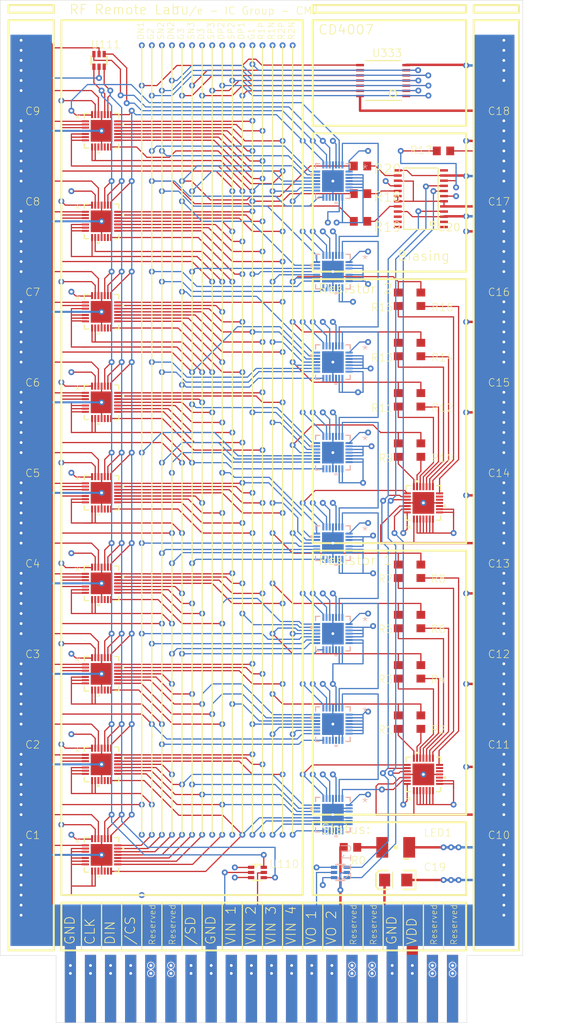
<source format=kicad_pcb>
(kicad_pcb (version 20171130) (host pcbnew "(5.1.9)-1")
  (layers (0 Top signal) (1 Route2 signal) (2 Route15 signal) (31 Bottom signal) (34 B.Paste user) (35 F.Paste user) (36 B.SilkS user) (37 F.SilkS user) (38 B.Mask user) (39 F.Mask user) (44 Edge.Cuts user))
  (net 0 "")
  (net 1 G1)
  (net 2 DN1)
  (net 3 G2)
  (net 4 SN2)
  (net 5 DN2)
  (net 6 G3)
  (net 7 SN3)
  (net 8 VSS)
  (net 9 D3)
  (net 10 VDD)
  (net 11 SP3)
  (net 12 DP2)
  (net 13 SP2)
  (net 14 DP1)
  (net 15 R2P)
  (net 16 R1P)
  (net 17 R1N)
  (net 18 R2N)
  (net 19 /SD)
  (net 20 DO9)
  (net 21 DO17)
  (net 22 /CS1)
  (net 23 /CS2)
  (net 24 DO19)
  (net 25 CLK1)
  (net 26 CLK2)
  (net 27 /CS3)
  (net 28 CLK3)
  (net 29 VO6)
  (net 30 "Net-(LED1-PadA)")
  (net 31 /CD4007_Platform_V7_2/DO4)
  (net 32 /CD4007_Platform_V7_2/DO3)
  (net 33 "Net-(U4-Pad13)")
  (net 34 "Net-(U4-Pad12)")
  (net 35 "Net-(U4-Pad10)")
  (net 36 /CD4007_Platform_V7_2/DO8)
  (net 37 /CD4007_Platform_V7_2/DO7)
  (net 38 "Net-(U8-Pad13)")
  (net 39 "Net-(U8-Pad12)")
  (net 40 "Net-(U8-Pad10)")
  (net 41 /CD4007_Platform_V7_2/DO1)
  (net 42 /CD4007_Platform_V7_2/DIN)
  (net 43 "Net-(U1-Pad13)")
  (net 44 "Net-(U1-Pad12)")
  (net 45 "Net-(U1-Pad10)")
  (net 46 /CD4007_Platform_V7_2/DO5)
  (net 47 "Net-(U5-Pad13)")
  (net 48 "Net-(U5-Pad12)")
  (net 49 "Net-(U5-Pad10)")
  (net 50 "Net-(U9-Pad13)")
  (net 51 "Net-(U9-Pad12)")
  (net 52 "Net-(U9-Pad10)")
  (net 53 /CD4007_Platform_V7_2/DO2)
  (net 54 "Net-(U2-Pad13)")
  (net 55 "Net-(U2-Pad12)")
  (net 56 "Net-(U2-Pad10)")
  (net 57 /CD4007_Platform_V7_2/DO6)
  (net 58 "Net-(U6-Pad13)")
  (net 59 "Net-(U6-Pad12)")
  (net 60 "Net-(U6-Pad10)")
  (net 61 "Net-(U3-Pad13)")
  (net 62 "Net-(U3-Pad12)")
  (net 63 "Net-(U3-Pad10)")
  (net 64 "Net-(U7-Pad13)")
  (net 65 "Net-(U7-Pad12)")
  (net 66 "Net-(U7-Pad10)")
  (net 67 /CD4007_Platform_V7_2//CS)
  (net 68 /CD4007_Platform_V7_2/CLK)
  (net 69 /CD4007_Platform_V7_3/DO10)
  (net 70 "Net-(U10-Pad13)")
  (net 71 "Net-(U10-Pad12)")
  (net 72 "Net-(U10-Pad10)")
  (net 73 /CD4007_Platform_V7_3/VI2)
  (net 74 /CD4007_Platform_V7_3/VI1)
  (net 75 /CD4007_Platform_V7_3/DO14)
  (net 76 /CD4007_Platform_V7_3/DO13)
  (net 77 "Net-(U14-Pad13)")
  (net 78 "Net-(U14-Pad12)")
  (net 79 "Net-(U14-Pad10)")
  (net 80 /CD4007_Platform_V7_3/VO2)
  (net 81 /CD4007_Platform_V7_3/VO1)
  (net 82 /CD4007_Platform_V7_3/DO11)
  (net 83 "Net-(U11-Pad13)")
  (net 84 "Net-(U11-Pad12)")
  (net 85 "Net-(U11-Pad10)")
  (net 86 /CD4007_Platform_V7_3/VI3)
  (net 87 /CD4007_Platform_V7_3/DO15)
  (net 88 "Net-(U15-Pad13)")
  (net 89 "Net-(U15-Pad12)")
  (net 90 "Net-(U15-Pad10)")
  (net 91 /CD4007_Platform_V7_3/DO16)
  (net 92 "Net-(U16-Pad13)")
  (net 93 "Net-(U16-Pad12)")
  (net 94 "Net-(U16-Pad10)")
  (net 95 /CD4007_Platform_V7_3/DO12)
  (net 96 "Net-(U12-Pad13)")
  (net 97 "Net-(U12-Pad12)")
  (net 98 "Net-(U12-Pad10)")
  (net 99 /CD4007_Platform_V7_3/VI4)
  (net 100 "Net-(U17-Pad13)")
  (net 101 "Net-(U17-Pad12)")
  (net 102 "Net-(U17-Pad10)")
  (net 103 "Net-(U13-Pad13)")
  (net 104 "Net-(U13-Pad12)")
  (net 105 "Net-(U13-Pad10)")
  (net 106 /CD4007_Platform_V7_4/DO18)
  (net 107 "Net-(R1-Pad1)")
  (net 108 "Net-(R2-Pad1)")
  (net 109 "Net-(R3-Pad1)")
  (net 110 "Net-(R4-Pad1)")
  (net 111 "Net-(R5-Pad1)")
  (net 112 "Net-(R6-Pad1)")
  (net 113 "Net-(R7-Pad1)")
  (net 114 "Net-(R8-Pad1)")
  (net 115 "Net-(U18-Pad13)")
  (net 116 "Net-(U18-Pad12)")
  (net 117 "Net-(U18-Pad10)")
  (net 118 "Net-(R9-Pad1)")
  (net 119 "Net-(R10-Pad1)")
  (net 120 "Net-(R11-Pad1)")
  (net 121 "Net-(R12-Pad1)")
  (net 122 "Net-(R13-Pad1)")
  (net 123 "Net-(R14-Pad1)")
  (net 124 "Net-(R15-Pad1)")
  (net 125 "Net-(R16-Pad1)")
  (net 126 "Net-(U19-Pad13)")
  (net 127 "Net-(U19-Pad12)")
  (net 128 "Net-(U19-Pad10)")
  (net 129 "Net-(U20-Pad24)")
  (net 130 "Net-(U20-Pad23)")
  (net 131 "Net-(U20-Pad22)")
  (net 132 "Net-(R19-Pad2)")
  (net 133 "Net-(R18-Pad2)")
  (net 134 "Net-(R20-Pad2)")
  (net 135 "Net-(U20-Pad12)")
  (net 136 "Net-(R17-Pad1)")
  (net 137 "Net-(U20-Pad2)")
  (net 138 "Net-(U20-Pad1)")
  (module CD4007_Platform_V7:TSSOP14 (layer Top) (at 163.8661 50.58235 90)
    (fp_text reference U333 (at 2.8956 -1.4478) (layer F.SilkS) (effects (font (size 0.9652 0.9652) (thickness 0.09652)) (justify left bottom)))
    (fp_text value CD4007)
    (pad 14 smd rect (at -1.95 -2.9178 90) (size 0.3048 0.9906) (layers Top F.Paste F.Mask) (net 10 VDD))
    (pad 13 smd rect (at -1.3 -2.9178 90) (size 0.3048 0.9906) (layers Top F.Paste F.Mask) (net 14 DP1))
    (pad 12 smd rect (at -0.65 -2.9178 90) (size 0.3048 0.9906) (layers Top F.Paste F.Mask) (net 9 D3))
    (pad 11 smd rect (at 0 -2.9178 90) (size 0.3048 0.9906) (layers Top F.Paste F.Mask) (net 11 SP3))
    (pad 10 smd rect (at 0.65 -2.9178 90) (size 0.3048 0.9906) (layers Top F.Paste F.Mask) (net 6 G3))
    (pad 9 smd rect (at 1.3 -2.9178 90) (size 0.3048 0.9906) (layers Top F.Paste F.Mask) (net 7 SN3))
    (pad 8 smd rect (at 1.95 -2.9178 90) (size 0.3048 0.9906) (layers Top F.Paste F.Mask) (net 2 DN1))
    (pad 7 smd rect (at 1.95 2.9178 90) (size 0.3048 0.9906) (layers Top F.Paste F.Mask) (net 8 VSS))
    (pad 6 smd rect (at 1.3 2.9178 90) (size 0.3048 0.9906) (layers Top F.Paste F.Mask) (net 1 G1))
    (pad 5 smd rect (at 0.65 2.9178 90) (size 0.3048 0.9906) (layers Top F.Paste F.Mask) (net 5 DN2))
    (pad 4 smd rect (at 0 2.9178 90) (size 0.3048 0.9906) (layers Top F.Paste F.Mask) (net 4 SN2))
    (pad 3 smd rect (at -0.65 2.9178 90) (size 0.3048 0.9906) (layers Top F.Paste F.Mask) (net 3 G2))
    (pad 2 smd rect (at -1.3 2.9178 90) (size 0.3048 0.9906) (layers Top F.Paste F.Mask) (net 13 SP2))
    (pad 1 smd rect (at -1.95 2.9178 90) (size 0.3048 0.9906) (layers Top F.Paste F.Mask) (net 12 DP2))
  )
  (module CD4007_Platform_V7:QFN-28_UF (layer Top) (at 128.3061 114.08235)
    (fp_text reference U4 hide)
    (fp_text value MAX14662 hide)
    (fp_text user * (at -3.556 -0.762) (layer F.SilkS) (effects (font (size 1.2065 1.2065) (thickness 0.0762)) (justify left bottom)))
    (pad 29 smd rect (at 0 0) (size 2.74 2.74) (layers Top F.Mask) (net 8 VSS))
    (pad 28 smd rect (at -1.2 -2.0445 180) (size 0.25 0.889) (layers Top F.Paste F.Mask) (net 31 /CD4007_Platform_V7_2/DO4))
    (pad 27 smd rect (at -0.8 -2.0445 180) (size 0.25 0.889) (layers Top F.Paste F.Mask) (net 32 /CD4007_Platform_V7_2/DO3))
    (pad 26 smd rect (at -0.4 -2.0445 180) (size 0.25 0.889) (layers Top F.Paste F.Mask) (net 10 VDD))
    (pad 25 smd rect (at 0 -2.0445 180) (size 0.25 0.889) (layers Top F.Paste F.Mask) (net 8 VSS))
    (pad 24 smd rect (at 0.4 -2.0445 180) (size 0.25 0.889) (layers Top F.Paste F.Mask) (net 25 CLK1))
    (pad 23 smd rect (at 0.8 -2.0445 180) (size 0.25 0.889) (layers Top F.Paste F.Mask) (net 22 /CS1))
    (pad 22 smd rect (at 1.2 -2.0445 180) (size 0.25 0.889) (layers Top F.Paste F.Mask) (net 19 /SD))
    (pad 21 smd rect (at 2.0445 -1.2 270) (size 0.25 0.889) (layers Top F.Paste F.Mask) (net 13 SP2))
    (pad 20 smd rect (at 2.0445 -0.8 270) (size 0.25 0.889) (layers Top F.Paste F.Mask) (net 14 DP1))
    (pad 19 smd rect (at 2.0445 -0.4 270) (size 0.25 0.889) (layers Top F.Paste F.Mask) (net 16 R1P))
    (pad 18 smd rect (at 2.0445 0 270) (size 0.25 0.889) (layers Top F.Paste F.Mask) (net 15 R2P))
    (pad 17 smd rect (at 2.0445 0.4 270) (size 0.25 0.889) (layers Top F.Paste F.Mask) (net 6 G3))
    (pad 16 smd rect (at 2.0445 0.8 270) (size 0.25 0.889) (layers Top F.Paste F.Mask) (net 7 SN3))
    (pad 15 smd rect (at 2.0445 1.2 270) (size 0.25 0.889) (layers Top F.Paste F.Mask) (net 9 D3))
    (pad 14 smd rect (at 1.2 2.0445 180) (size 0.25 0.889) (layers Top F.Paste F.Mask) (net 12 DP2))
    (pad 13 smd rect (at 0.8 2.0445 180) (size 0.25 0.889) (layers Top F.Paste F.Mask) (net 33 "Net-(U4-Pad13)"))
    (pad 12 smd rect (at 0.4 2.0445 180) (size 0.25 0.889) (layers Top F.Paste F.Mask) (net 34 "Net-(U4-Pad12)"))
    (pad 11 smd rect (at 0 2.0445 180) (size 0.25 0.889) (layers Top F.Paste F.Mask) (net 8 VSS))
    (pad 10 smd rect (at -0.4 2.0445 180) (size 0.25 0.889) (layers Top F.Paste F.Mask) (net 35 "Net-(U4-Pad10)"))
    (pad 9 smd rect (at -0.8 2.0445 180) (size 0.25 0.889) (layers Top F.Paste F.Mask) (net 5 DN2))
    (pad 8 smd rect (at -1.2 2.0445 180) (size 0.25 0.889) (layers Top F.Paste F.Mask) (net 5 DN2))
    (pad 7 smd rect (at -2.0445 1.2 270) (size 0.25 0.889) (layers Top F.Paste F.Mask) (net 5 DN2))
    (pad 6 smd rect (at -2.0445 0.8 270) (size 0.25 0.889) (layers Top F.Paste F.Mask) (net 5 DN2))
    (pad 5 smd rect (at -2.0445 0.4 270) (size 0.25 0.889) (layers Top F.Paste F.Mask) (net 4 SN2))
    (pad 4 smd rect (at -2.0445 0 270) (size 0.25 0.889) (layers Top F.Paste F.Mask) (net 4 SN2))
    (pad 3 smd rect (at -2.0445 -0.4 270) (size 0.25 0.889) (layers Top F.Paste F.Mask) (net 4 SN2))
    (pad 2 smd rect (at -2.0445 -0.8 270) (size 0.25 0.889) (layers Top F.Paste F.Mask) (net 4 SN2))
    (pad 1 smd rect (at -2.0445 -1.2 270) (size 0.25 0.889) (layers Top F.Paste F.Mask) (net 10 VDD))
  )
  (module CD4007_Platform_V7:QFN-28_UF (layer Top) (at 128.3061 68.36235)
    (fp_text reference U8 hide)
    (fp_text value MAX14662 hide)
    (fp_text user * (at -3.556 -0.762) (layer F.SilkS) (effects (font (size 1.2065 1.2065) (thickness 0.0762)) (justify left bottom)))
    (pad 29 smd rect (at 0 0) (size 2.74 2.74) (layers Top F.Mask) (net 8 VSS))
    (pad 28 smd rect (at -1.2 -2.0445 180) (size 0.25 0.889) (layers Top F.Paste F.Mask) (net 36 /CD4007_Platform_V7_2/DO8))
    (pad 27 smd rect (at -0.8 -2.0445 180) (size 0.25 0.889) (layers Top F.Paste F.Mask) (net 37 /CD4007_Platform_V7_2/DO7))
    (pad 26 smd rect (at -0.4 -2.0445 180) (size 0.25 0.889) (layers Top F.Paste F.Mask) (net 10 VDD))
    (pad 25 smd rect (at 0 -2.0445 180) (size 0.25 0.889) (layers Top F.Paste F.Mask) (net 8 VSS))
    (pad 24 smd rect (at 0.4 -2.0445 180) (size 0.25 0.889) (layers Top F.Paste F.Mask) (net 25 CLK1))
    (pad 23 smd rect (at 0.8 -2.0445 180) (size 0.25 0.889) (layers Top F.Paste F.Mask) (net 22 /CS1))
    (pad 22 smd rect (at 1.2 -2.0445 180) (size 0.25 0.889) (layers Top F.Paste F.Mask) (net 19 /SD))
    (pad 21 smd rect (at 2.0445 -1.2 270) (size 0.25 0.889) (layers Top F.Paste F.Mask) (net 1 G1))
    (pad 20 smd rect (at 2.0445 -0.8 270) (size 0.25 0.889) (layers Top F.Paste F.Mask) (net 16 R1P))
    (pad 19 smd rect (at 2.0445 -0.4 270) (size 0.25 0.889) (layers Top F.Paste F.Mask) (net 15 R2P))
    (pad 18 smd rect (at 2.0445 0 270) (size 0.25 0.889) (layers Top F.Paste F.Mask) (net 13 SP2))
    (pad 17 smd rect (at 2.0445 0.4 270) (size 0.25 0.889) (layers Top F.Paste F.Mask) (net 14 DP1))
    (pad 16 smd rect (at 2.0445 0.8 270) (size 0.25 0.889) (layers Top F.Paste F.Mask) (net 16 R1P))
    (pad 15 smd rect (at 2.0445 1.2 270) (size 0.25 0.889) (layers Top F.Paste F.Mask) (net 15 R2P))
    (pad 14 smd rect (at 1.2 2.0445 180) (size 0.25 0.889) (layers Top F.Paste F.Mask) (net 14 DP1))
    (pad 13 smd rect (at 0.8 2.0445 180) (size 0.25 0.889) (layers Top F.Paste F.Mask) (net 38 "Net-(U8-Pad13)"))
    (pad 12 smd rect (at 0.4 2.0445 180) (size 0.25 0.889) (layers Top F.Paste F.Mask) (net 39 "Net-(U8-Pad12)"))
    (pad 11 smd rect (at 0 2.0445 180) (size 0.25 0.889) (layers Top F.Paste F.Mask) (net 8 VSS))
    (pad 10 smd rect (at -0.4 2.0445 180) (size 0.25 0.889) (layers Top F.Paste F.Mask) (net 40 "Net-(U8-Pad10)"))
    (pad 9 smd rect (at -0.8 2.0445 180) (size 0.25 0.889) (layers Top F.Paste F.Mask) (net 13 SP2))
    (pad 8 smd rect (at -1.2 2.0445 180) (size 0.25 0.889) (layers Top F.Paste F.Mask) (net 12 DP2))
    (pad 7 smd rect (at -2.0445 1.2 270) (size 0.25 0.889) (layers Top F.Paste F.Mask) (net 12 DP2))
    (pad 6 smd rect (at -2.0445 0.8 270) (size 0.25 0.889) (layers Top F.Paste F.Mask) (net 12 DP2))
    (pad 5 smd rect (at -2.0445 0.4 270) (size 0.25 0.889) (layers Top F.Paste F.Mask) (net 12 DP2))
    (pad 4 smd rect (at -2.0445 0 270) (size 0.25 0.889) (layers Top F.Paste F.Mask) (net 11 SP3))
    (pad 3 smd rect (at -2.0445 -0.4 270) (size 0.25 0.889) (layers Top F.Paste F.Mask) (net 11 SP3))
    (pad 2 smd rect (at -2.0445 -0.8 270) (size 0.25 0.889) (layers Top F.Paste F.Mask) (net 11 SP3))
    (pad 1 smd rect (at -2.0445 -1.2 270) (size 0.25 0.889) (layers Top F.Paste F.Mask) (net 10 VDD))
  )
  (module CD4007_Platform_V7:QFN-28_UF (layer Top) (at 128.3061 148.37235)
    (fp_text reference U1 hide)
    (fp_text value MAX14662 hide)
    (fp_text user * (at -3.556 -0.762) (layer F.SilkS) (effects (font (size 1.2065 1.2065) (thickness 0.0762)) (justify left bottom)))
    (pad 29 smd rect (at 0 0) (size 2.74 2.74) (layers Top F.Mask) (net 8 VSS))
    (pad 28 smd rect (at -1.2 -2.0445 180) (size 0.25 0.889) (layers Top F.Paste F.Mask) (net 41 /CD4007_Platform_V7_2/DO1))
    (pad 27 smd rect (at -0.8 -2.0445 180) (size 0.25 0.889) (layers Top F.Paste F.Mask) (net 42 /CD4007_Platform_V7_2/DIN))
    (pad 26 smd rect (at -0.4 -2.0445 180) (size 0.25 0.889) (layers Top F.Paste F.Mask) (net 10 VDD))
    (pad 25 smd rect (at 0 -2.0445 180) (size 0.25 0.889) (layers Top F.Paste F.Mask) (net 8 VSS))
    (pad 24 smd rect (at 0.4 -2.0445 180) (size 0.25 0.889) (layers Top F.Paste F.Mask) (net 25 CLK1))
    (pad 23 smd rect (at 0.8 -2.0445 180) (size 0.25 0.889) (layers Top F.Paste F.Mask) (net 22 /CS1))
    (pad 22 smd rect (at 1.2 -2.0445 180) (size 0.25 0.889) (layers Top F.Paste F.Mask) (net 19 /SD))
    (pad 21 smd rect (at 2.0445 -1.2 270) (size 0.25 0.889) (layers Top F.Paste F.Mask) (net 3 G2))
    (pad 20 smd rect (at 2.0445 -0.8 270) (size 0.25 0.889) (layers Top F.Paste F.Mask) (net 4 SN2))
    (pad 19 smd rect (at 2.0445 -0.4 270) (size 0.25 0.889) (layers Top F.Paste F.Mask) (net 5 DN2))
    (pad 18 smd rect (at 2.0445 0 270) (size 0.25 0.889) (layers Top F.Paste F.Mask) (net 6 G3))
    (pad 17 smd rect (at 2.0445 0.4 270) (size 0.25 0.889) (layers Top F.Paste F.Mask) (net 7 SN3))
    (pad 16 smd rect (at 2.0445 0.8 270) (size 0.25 0.889) (layers Top F.Paste F.Mask) (net 9 D3))
    (pad 15 smd rect (at 2.0445 1.2 270) (size 0.25 0.889) (layers Top F.Paste F.Mask) (net 12 DP2))
    (pad 14 smd rect (at 1.2 2.0445 180) (size 0.25 0.889) (layers Top F.Paste F.Mask) (net 14 DP1))
    (pad 13 smd rect (at 0.8 2.0445 180) (size 0.25 0.889) (layers Top F.Paste F.Mask) (net 43 "Net-(U1-Pad13)"))
    (pad 12 smd rect (at 0.4 2.0445 180) (size 0.25 0.889) (layers Top F.Paste F.Mask) (net 44 "Net-(U1-Pad12)"))
    (pad 11 smd rect (at 0 2.0445 180) (size 0.25 0.889) (layers Top F.Paste F.Mask) (net 8 VSS))
    (pad 10 smd rect (at -0.4 2.0445 180) (size 0.25 0.889) (layers Top F.Paste F.Mask) (net 45 "Net-(U1-Pad10)"))
    (pad 9 smd rect (at -0.8 2.0445 180) (size 0.25 0.889) (layers Top F.Paste F.Mask) (net 2 DN1))
    (pad 8 smd rect (at -1.2 2.0445 180) (size 0.25 0.889) (layers Top F.Paste F.Mask) (net 2 DN1))
    (pad 7 smd rect (at -2.0445 1.2 270) (size 0.25 0.889) (layers Top F.Paste F.Mask) (net 2 DN1))
    (pad 6 smd rect (at -2.0445 0.8 270) (size 0.25 0.889) (layers Top F.Paste F.Mask) (net 2 DN1))
    (pad 5 smd rect (at -2.0445 0.4 270) (size 0.25 0.889) (layers Top F.Paste F.Mask) (net 2 DN1))
    (pad 4 smd rect (at -2.0445 0 270) (size 0.25 0.889) (layers Top F.Paste F.Mask) (net 2 DN1))
    (pad 3 smd rect (at -2.0445 -0.4 270) (size 0.25 0.889) (layers Top F.Paste F.Mask) (net 2 DN1))
    (pad 2 smd rect (at -2.0445 -0.8 270) (size 0.25 0.889) (layers Top F.Paste F.Mask) (net 2 DN1))
    (pad 1 smd rect (at -2.0445 -1.2 270) (size 0.25 0.889) (layers Top F.Paste F.Mask) (net 10 VDD))
  )
  (module CD4007_Platform_V7:QFN-28_UF (layer Top) (at 128.3061 102.65235)
    (fp_text reference U5 hide)
    (fp_text value MAX14662 hide)
    (fp_text user * (at -3.556 -0.762) (layer F.SilkS) (effects (font (size 1.2065 1.2065) (thickness 0.0762)) (justify left bottom)))
    (pad 29 smd rect (at 0 0) (size 2.74 2.74) (layers Top F.Mask) (net 8 VSS))
    (pad 28 smd rect (at -1.2 -2.0445 180) (size 0.25 0.889) (layers Top F.Paste F.Mask) (net 46 /CD4007_Platform_V7_2/DO5))
    (pad 27 smd rect (at -0.8 -2.0445 180) (size 0.25 0.889) (layers Top F.Paste F.Mask) (net 31 /CD4007_Platform_V7_2/DO4))
    (pad 26 smd rect (at -0.4 -2.0445 180) (size 0.25 0.889) (layers Top F.Paste F.Mask) (net 10 VDD))
    (pad 25 smd rect (at 0 -2.0445 180) (size 0.25 0.889) (layers Top F.Paste F.Mask) (net 8 VSS))
    (pad 24 smd rect (at 0.4 -2.0445 180) (size 0.25 0.889) (layers Top F.Paste F.Mask) (net 25 CLK1))
    (pad 23 smd rect (at 0.8 -2.0445 180) (size 0.25 0.889) (layers Top F.Paste F.Mask) (net 22 /CS1))
    (pad 22 smd rect (at 1.2 -2.0445 180) (size 0.25 0.889) (layers Top F.Paste F.Mask) (net 19 /SD))
    (pad 21 smd rect (at 2.0445 -1.2 270) (size 0.25 0.889) (layers Top F.Paste F.Mask) (net 14 DP1))
    (pad 20 smd rect (at 2.0445 -0.8 270) (size 0.25 0.889) (layers Top F.Paste F.Mask) (net 1 G1))
    (pad 19 smd rect (at 2.0445 -0.4 270) (size 0.25 0.889) (layers Top F.Paste F.Mask) (net 16 R1P))
    (pad 18 smd rect (at 2.0445 0 270) (size 0.25 0.889) (layers Top F.Paste F.Mask) (net 15 R2P))
    (pad 17 smd rect (at 2.0445 0.4 270) (size 0.25 0.889) (layers Top F.Paste F.Mask) (net 9 D3))
    (pad 16 smd rect (at 2.0445 0.8 270) (size 0.25 0.889) (layers Top F.Paste F.Mask) (net 12 DP2))
    (pad 15 smd rect (at 2.0445 1.2 270) (size 0.25 0.889) (layers Top F.Paste F.Mask) (net 14 DP1))
    (pad 14 smd rect (at 1.2 2.0445 180) (size 0.25 0.889) (layers Top F.Paste F.Mask) (net 1 G1))
    (pad 13 smd rect (at 0.8 2.0445 180) (size 0.25 0.889) (layers Top F.Paste F.Mask) (net 47 "Net-(U5-Pad13)"))
    (pad 12 smd rect (at 0.4 2.0445 180) (size 0.25 0.889) (layers Top F.Paste F.Mask) (net 48 "Net-(U5-Pad12)"))
    (pad 11 smd rect (at 0 2.0445 180) (size 0.25 0.889) (layers Top F.Paste F.Mask) (net 8 VSS))
    (pad 10 smd rect (at -0.4 2.0445 180) (size 0.25 0.889) (layers Top F.Paste F.Mask) (net 49 "Net-(U5-Pad10)"))
    (pad 9 smd rect (at -0.8 2.0445 180) (size 0.25 0.889) (layers Top F.Paste F.Mask) (net 6 G3))
    (pad 8 smd rect (at -1.2 2.0445 180) (size 0.25 0.889) (layers Top F.Paste F.Mask) (net 6 G3))
    (pad 7 smd rect (at -2.0445 1.2 270) (size 0.25 0.889) (layers Top F.Paste F.Mask) (net 6 G3))
    (pad 6 smd rect (at -2.0445 0.8 270) (size 0.25 0.889) (layers Top F.Paste F.Mask) (net 6 G3))
    (pad 5 smd rect (at -2.0445 0.4 270) (size 0.25 0.889) (layers Top F.Paste F.Mask) (net 5 DN2))
    (pad 4 smd rect (at -2.0445 0 270) (size 0.25 0.889) (layers Top F.Paste F.Mask) (net 5 DN2))
    (pad 3 smd rect (at -2.0445 -0.4 270) (size 0.25 0.889) (layers Top F.Paste F.Mask) (net 5 DN2))
    (pad 2 smd rect (at -2.0445 -0.8 270) (size 0.25 0.889) (layers Top F.Paste F.Mask) (net 5 DN2))
    (pad 1 smd rect (at -2.0445 -1.2 270) (size 0.25 0.889) (layers Top F.Paste F.Mask) (net 10 VDD))
  )
  (module CD4007_Platform_V7:QFN-28_UF (layer Top) (at 128.3061 56.93235)
    (fp_text reference U9 hide)
    (fp_text value MAX14662 hide)
    (fp_text user * (at -3.556 -0.762) (layer F.SilkS) (effects (font (size 1.2065 1.2065) (thickness 0.0762)) (justify left bottom)))
    (pad 29 smd rect (at 0 0) (size 2.74 2.74) (layers Top F.Mask) (net 8 VSS))
    (pad 28 smd rect (at -1.2 -2.0445 180) (size 0.25 0.889) (layers Top F.Paste F.Mask) (net 20 DO9))
    (pad 27 smd rect (at -0.8 -2.0445 180) (size 0.25 0.889) (layers Top F.Paste F.Mask) (net 36 /CD4007_Platform_V7_2/DO8))
    (pad 26 smd rect (at -0.4 -2.0445 180) (size 0.25 0.889) (layers Top F.Paste F.Mask) (net 10 VDD))
    (pad 25 smd rect (at 0 -2.0445 180) (size 0.25 0.889) (layers Top F.Paste F.Mask) (net 8 VSS))
    (pad 24 smd rect (at 0.4 -2.0445 180) (size 0.25 0.889) (layers Top F.Paste F.Mask) (net 25 CLK1))
    (pad 23 smd rect (at 0.8 -2.0445 180) (size 0.25 0.889) (layers Top F.Paste F.Mask) (net 22 /CS1))
    (pad 22 smd rect (at 1.2 -2.0445 180) (size 0.25 0.889) (layers Top F.Paste F.Mask) (net 19 /SD))
    (pad 21 smd rect (at 2.0445 -1.2 270) (size 0.25 0.889) (layers Top F.Paste F.Mask) (net 1 G1))
    (pad 20 smd rect (at 2.0445 -0.8 270) (size 0.25 0.889) (layers Top F.Paste F.Mask) (net 16 R1P))
    (pad 19 smd rect (at 2.0445 -0.4 270) (size 0.25 0.889) (layers Top F.Paste F.Mask) (net 15 R2P))
    (pad 18 smd rect (at 2.0445 0 270) (size 0.25 0.889) (layers Top F.Paste F.Mask) (net 1 G1))
    (pad 17 smd rect (at 2.0445 0.4 270) (size 0.25 0.889) (layers Top F.Paste F.Mask) (net 16 R1P))
    (pad 16 smd rect (at 2.0445 0.8 270) (size 0.25 0.889) (layers Top F.Paste F.Mask) (net 15 R2P))
    (pad 15 smd rect (at 2.0445 1.2 270) (size 0.25 0.889) (layers Top F.Paste F.Mask) (net 16 R1P))
    (pad 14 smd rect (at 1.2 2.0445 180) (size 0.25 0.889) (layers Top F.Paste F.Mask) (net 15 R2P))
    (pad 13 smd rect (at 0.8 2.0445 180) (size 0.25 0.889) (layers Top F.Paste F.Mask) (net 50 "Net-(U9-Pad13)"))
    (pad 12 smd rect (at 0.4 2.0445 180) (size 0.25 0.889) (layers Top F.Paste F.Mask) (net 51 "Net-(U9-Pad12)"))
    (pad 11 smd rect (at 0 2.0445 180) (size 0.25 0.889) (layers Top F.Paste F.Mask) (net 8 VSS))
    (pad 10 smd rect (at -0.4 2.0445 180) (size 0.25 0.889) (layers Top F.Paste F.Mask) (net 52 "Net-(U9-Pad10)"))
    (pad 9 smd rect (at -0.8 2.0445 180) (size 0.25 0.889) (layers Top F.Paste F.Mask) (net 1 G1))
    (pad 8 smd rect (at -1.2 2.0445 180) (size 0.25 0.889) (layers Top F.Paste F.Mask) (net 1 G1))
    (pad 7 smd rect (at -2.0445 1.2 270) (size 0.25 0.889) (layers Top F.Paste F.Mask) (net 14 DP1))
    (pad 6 smd rect (at -2.0445 0.8 270) (size 0.25 0.889) (layers Top F.Paste F.Mask) (net 14 DP1))
    (pad 5 smd rect (at -2.0445 0.4 270) (size 0.25 0.889) (layers Top F.Paste F.Mask) (net 14 DP1))
    (pad 4 smd rect (at -2.0445 0 270) (size 0.25 0.889) (layers Top F.Paste F.Mask) (net 13 SP2))
    (pad 3 smd rect (at -2.0445 -0.4 270) (size 0.25 0.889) (layers Top F.Paste F.Mask) (net 13 SP2))
    (pad 2 smd rect (at -2.0445 -0.8 270) (size 0.25 0.889) (layers Top F.Paste F.Mask) (net 13 SP2))
    (pad 1 smd rect (at -2.0445 -1.2 270) (size 0.25 0.889) (layers Top F.Paste F.Mask) (net 10 VDD))
  )
  (module CD4007_Platform_V7:QFN-28_UF (layer Top) (at 128.3061 136.94235)
    (fp_text reference U2 hide)
    (fp_text value MAX14662 hide)
    (fp_text user * (at -3.556 -0.762) (layer F.SilkS) (effects (font (size 1.2065 1.2065) (thickness 0.0762)) (justify left bottom)))
    (pad 29 smd rect (at 0 0) (size 2.74 2.74) (layers Top F.Mask) (net 8 VSS))
    (pad 28 smd rect (at -1.2 -2.0445 180) (size 0.25 0.889) (layers Top F.Paste F.Mask) (net 53 /CD4007_Platform_V7_2/DO2))
    (pad 27 smd rect (at -0.8 -2.0445 180) (size 0.25 0.889) (layers Top F.Paste F.Mask) (net 41 /CD4007_Platform_V7_2/DO1))
    (pad 26 smd rect (at -0.4 -2.0445 180) (size 0.25 0.889) (layers Top F.Paste F.Mask) (net 10 VDD))
    (pad 25 smd rect (at 0 -2.0445 180) (size 0.25 0.889) (layers Top F.Paste F.Mask) (net 8 VSS))
    (pad 24 smd rect (at 0.4 -2.0445 180) (size 0.25 0.889) (layers Top F.Paste F.Mask) (net 25 CLK1))
    (pad 23 smd rect (at 0.8 -2.0445 180) (size 0.25 0.889) (layers Top F.Paste F.Mask) (net 22 /CS1))
    (pad 22 smd rect (at 1.2 -2.0445 180) (size 0.25 0.889) (layers Top F.Paste F.Mask) (net 19 /SD))
    (pad 21 smd rect (at 2.0445 -1.2 270) (size 0.25 0.889) (layers Top F.Paste F.Mask) (net 1 G1))
    (pad 20 smd rect (at 2.0445 -0.8 270) (size 0.25 0.889) (layers Top F.Paste F.Mask) (net 16 R1P))
    (pad 19 smd rect (at 2.0445 -0.4 270) (size 0.25 0.889) (layers Top F.Paste F.Mask) (net 15 R2P))
    (pad 18 smd rect (at 2.0445 0 270) (size 0.25 0.889) (layers Top F.Paste F.Mask) (net 5 DN2))
    (pad 17 smd rect (at 2.0445 0.4 270) (size 0.25 0.889) (layers Top F.Paste F.Mask) (net 6 G3))
    (pad 16 smd rect (at 2.0445 0.8 270) (size 0.25 0.889) (layers Top F.Paste F.Mask) (net 9 D3))
    (pad 15 smd rect (at 2.0445 1.2 270) (size 0.25 0.889) (layers Top F.Paste F.Mask) (net 12 DP2))
    (pad 14 smd rect (at 1.2 2.0445 180) (size 0.25 0.889) (layers Top F.Paste F.Mask) (net 14 DP1))
    (pad 13 smd rect (at 0.8 2.0445 180) (size 0.25 0.889) (layers Top F.Paste F.Mask) (net 54 "Net-(U2-Pad13)"))
    (pad 12 smd rect (at 0.4 2.0445 180) (size 0.25 0.889) (layers Top F.Paste F.Mask) (net 55 "Net-(U2-Pad12)"))
    (pad 11 smd rect (at 0 2.0445 180) (size 0.25 0.889) (layers Top F.Paste F.Mask) (net 8 VSS))
    (pad 10 smd rect (at -0.4 2.0445 180) (size 0.25 0.889) (layers Top F.Paste F.Mask) (net 56 "Net-(U2-Pad10)"))
    (pad 9 smd rect (at -0.8 2.0445 180) (size 0.25 0.889) (layers Top F.Paste F.Mask) (net 3 G2))
    (pad 8 smd rect (at -1.2 2.0445 180) (size 0.25 0.889) (layers Top F.Paste F.Mask) (net 3 G2))
    (pad 7 smd rect (at -2.0445 1.2 270) (size 0.25 0.889) (layers Top F.Paste F.Mask) (net 3 G2))
    (pad 6 smd rect (at -2.0445 0.8 270) (size 0.25 0.889) (layers Top F.Paste F.Mask) (net 3 G2))
    (pad 5 smd rect (at -2.0445 0.4 270) (size 0.25 0.889) (layers Top F.Paste F.Mask) (net 3 G2))
    (pad 4 smd rect (at -2.0445 0 270) (size 0.25 0.889) (layers Top F.Paste F.Mask) (net 2 DN1))
    (pad 3 smd rect (at -2.0445 -0.4 270) (size 0.25 0.889) (layers Top F.Paste F.Mask) (net 2 DN1))
    (pad 2 smd rect (at -2.0445 -0.8 270) (size 0.25 0.889) (layers Top F.Paste F.Mask) (net 2 DN1))
    (pad 1 smd rect (at -2.0445 -1.2 270) (size 0.25 0.889) (layers Top F.Paste F.Mask) (net 10 VDD))
  )
  (module CD4007_Platform_V7:QFN-28_UF (layer Top) (at 128.3061 91.22235)
    (fp_text reference U6 hide)
    (fp_text value MAX14662 hide)
    (fp_text user * (at -3.556 -0.762) (layer F.SilkS) (effects (font (size 1.2065 1.2065) (thickness 0.0762)) (justify left bottom)))
    (pad 29 smd rect (at 0 0) (size 2.74 2.74) (layers Top F.Mask) (net 8 VSS))
    (pad 28 smd rect (at -1.2 -2.0445 180) (size 0.25 0.889) (layers Top F.Paste F.Mask) (net 57 /CD4007_Platform_V7_2/DO6))
    (pad 27 smd rect (at -0.8 -2.0445 180) (size 0.25 0.889) (layers Top F.Paste F.Mask) (net 46 /CD4007_Platform_V7_2/DO5))
    (pad 26 smd rect (at -0.4 -2.0445 180) (size 0.25 0.889) (layers Top F.Paste F.Mask) (net 10 VDD))
    (pad 25 smd rect (at 0 -2.0445 180) (size 0.25 0.889) (layers Top F.Paste F.Mask) (net 8 VSS))
    (pad 24 smd rect (at 0.4 -2.0445 180) (size 0.25 0.889) (layers Top F.Paste F.Mask) (net 25 CLK1))
    (pad 23 smd rect (at 0.8 -2.0445 180) (size 0.25 0.889) (layers Top F.Paste F.Mask) (net 22 /CS1))
    (pad 22 smd rect (at 1.2 -2.0445 180) (size 0.25 0.889) (layers Top F.Paste F.Mask) (net 19 /SD))
    (pad 21 smd rect (at 2.0445 -1.2 270) (size 0.25 0.889) (layers Top F.Paste F.Mask) (net 16 R1P))
    (pad 20 smd rect (at 2.0445 -0.8 270) (size 0.25 0.889) (layers Top F.Paste F.Mask) (net 15 R2P))
    (pad 19 smd rect (at 2.0445 -0.4 270) (size 0.25 0.889) (layers Top F.Paste F.Mask) (net 9 D3))
    (pad 18 smd rect (at 2.0445 0 270) (size 0.25 0.889) (layers Top F.Paste F.Mask) (net 11 SP3))
    (pad 17 smd rect (at 2.0445 0.4 270) (size 0.25 0.889) (layers Top F.Paste F.Mask) (net 12 DP2))
    (pad 16 smd rect (at 2.0445 0.8 270) (size 0.25 0.889) (layers Top F.Paste F.Mask) (net 13 SP2))
    (pad 15 smd rect (at 2.0445 1.2 270) (size 0.25 0.889) (layers Top F.Paste F.Mask) (net 14 DP1))
    (pad 14 smd rect (at 1.2 2.0445 180) (size 0.25 0.889) (layers Top F.Paste F.Mask) (net 16 R1P))
    (pad 13 smd rect (at 0.8 2.0445 180) (size 0.25 0.889) (layers Top F.Paste F.Mask) (net 58 "Net-(U6-Pad13)"))
    (pad 12 smd rect (at 0.4 2.0445 180) (size 0.25 0.889) (layers Top F.Paste F.Mask) (net 59 "Net-(U6-Pad12)"))
    (pad 11 smd rect (at 0 2.0445 180) (size 0.25 0.889) (layers Top F.Paste F.Mask) (net 8 VSS))
    (pad 10 smd rect (at -0.4 2.0445 180) (size 0.25 0.889) (layers Top F.Paste F.Mask) (net 60 "Net-(U6-Pad10)"))
    (pad 9 smd rect (at -0.8 2.0445 180) (size 0.25 0.889) (layers Top F.Paste F.Mask) (net 7 SN3))
    (pad 8 smd rect (at -1.2 2.0445 180) (size 0.25 0.889) (layers Top F.Paste F.Mask) (net 7 SN3))
    (pad 7 smd rect (at -2.0445 1.2 270) (size 0.25 0.889) (layers Top F.Paste F.Mask) (net 7 SN3))
    (pad 6 smd rect (at -2.0445 0.8 270) (size 0.25 0.889) (layers Top F.Paste F.Mask) (net 7 SN3))
    (pad 5 smd rect (at -2.0445 0.4 270) (size 0.25 0.889) (layers Top F.Paste F.Mask) (net 7 SN3))
    (pad 4 smd rect (at -2.0445 0 270) (size 0.25 0.889) (layers Top F.Paste F.Mask) (net 7 SN3))
    (pad 3 smd rect (at -2.0445 -0.4 270) (size 0.25 0.889) (layers Top F.Paste F.Mask) (net 6 G3))
    (pad 2 smd rect (at -2.0445 -0.8 270) (size 0.25 0.889) (layers Top F.Paste F.Mask) (net 6 G3))
    (pad 1 smd rect (at -2.0445 -1.2 270) (size 0.25 0.889) (layers Top F.Paste F.Mask) (net 10 VDD))
  )
  (module CD4007_Platform_V7:QFN-28_UF (layer Top) (at 128.3061 125.51235)
    (fp_text reference U3 hide)
    (fp_text value MAX14662 hide)
    (fp_text user * (at -3.556 -0.762) (layer F.SilkS) (effects (font (size 1.2065 1.2065) (thickness 0.0762)) (justify left bottom)))
    (pad 29 smd rect (at 0 0) (size 2.74 2.74) (layers Top F.Mask) (net 8 VSS))
    (pad 28 smd rect (at -1.2 -2.0445 180) (size 0.25 0.889) (layers Top F.Paste F.Mask) (net 32 /CD4007_Platform_V7_2/DO3))
    (pad 27 smd rect (at -0.8 -2.0445 180) (size 0.25 0.889) (layers Top F.Paste F.Mask) (net 53 /CD4007_Platform_V7_2/DO2))
    (pad 26 smd rect (at -0.4 -2.0445 180) (size 0.25 0.889) (layers Top F.Paste F.Mask) (net 10 VDD))
    (pad 25 smd rect (at 0 -2.0445 180) (size 0.25 0.889) (layers Top F.Paste F.Mask) (net 8 VSS))
    (pad 24 smd rect (at 0.4 -2.0445 180) (size 0.25 0.889) (layers Top F.Paste F.Mask) (net 25 CLK1))
    (pad 23 smd rect (at 0.8 -2.0445 180) (size 0.25 0.889) (layers Top F.Paste F.Mask) (net 22 /CS1))
    (pad 22 smd rect (at 1.2 -2.0445 180) (size 0.25 0.889) (layers Top F.Paste F.Mask) (net 19 /SD))
    (pad 21 smd rect (at 2.0445 -1.2 270) (size 0.25 0.889) (layers Top F.Paste F.Mask) (net 1 G1))
    (pad 20 smd rect (at 2.0445 -0.8 270) (size 0.25 0.889) (layers Top F.Paste F.Mask) (net 16 R1P))
    (pad 19 smd rect (at 2.0445 -0.4 270) (size 0.25 0.889) (layers Top F.Paste F.Mask) (net 15 R2P))
    (pad 18 smd rect (at 2.0445 0 270) (size 0.25 0.889) (layers Top F.Paste F.Mask) (net 5 DN2))
    (pad 17 smd rect (at 2.0445 0.4 270) (size 0.25 0.889) (layers Top F.Paste F.Mask) (net 7 SN3))
    (pad 16 smd rect (at 2.0445 0.8 270) (size 0.25 0.889) (layers Top F.Paste F.Mask) (net 9 D3))
    (pad 15 smd rect (at 2.0445 1.2 270) (size 0.25 0.889) (layers Top F.Paste F.Mask) (net 11 SP3))
    (pad 14 smd rect (at 1.2 2.0445 180) (size 0.25 0.889) (layers Top F.Paste F.Mask) (net 12 DP2))
    (pad 13 smd rect (at 0.8 2.0445 180) (size 0.25 0.889) (layers Top F.Paste F.Mask) (net 61 "Net-(U3-Pad13)"))
    (pad 12 smd rect (at 0.4 2.0445 180) (size 0.25 0.889) (layers Top F.Paste F.Mask) (net 62 "Net-(U3-Pad12)"))
    (pad 11 smd rect (at 0 2.0445 180) (size 0.25 0.889) (layers Top F.Paste F.Mask) (net 8 VSS))
    (pad 10 smd rect (at -0.4 2.0445 180) (size 0.25 0.889) (layers Top F.Paste F.Mask) (net 63 "Net-(U3-Pad10)"))
    (pad 9 smd rect (at -0.8 2.0445 180) (size 0.25 0.889) (layers Top F.Paste F.Mask) (net 4 SN2))
    (pad 8 smd rect (at -1.2 2.0445 180) (size 0.25 0.889) (layers Top F.Paste F.Mask) (net 4 SN2))
    (pad 7 smd rect (at -2.0445 1.2 270) (size 0.25 0.889) (layers Top F.Paste F.Mask) (net 4 SN2))
    (pad 6 smd rect (at -2.0445 0.8 270) (size 0.25 0.889) (layers Top F.Paste F.Mask) (net 4 SN2))
    (pad 5 smd rect (at -2.0445 0.4 270) (size 0.25 0.889) (layers Top F.Paste F.Mask) (net 4 SN2))
    (pad 4 smd rect (at -2.0445 0 270) (size 0.25 0.889) (layers Top F.Paste F.Mask) (net 3 G2))
    (pad 3 smd rect (at -2.0445 -0.4 270) (size 0.25 0.889) (layers Top F.Paste F.Mask) (net 3 G2))
    (pad 2 smd rect (at -2.0445 -0.8 270) (size 0.25 0.889) (layers Top F.Paste F.Mask) (net 3 G2))
    (pad 1 smd rect (at -2.0445 -1.2 270) (size 0.25 0.889) (layers Top F.Paste F.Mask) (net 10 VDD))
  )
  (module CD4007_Platform_V7:QFN-28_UF (layer Top) (at 128.3061 79.79235)
    (fp_text reference U7 hide)
    (fp_text value MAX14662 hide)
    (fp_text user * (at -3.556 -0.762) (layer F.SilkS) (effects (font (size 1.2065 1.2065) (thickness 0.0762)) (justify left bottom)))
    (pad 29 smd rect (at 0 0) (size 2.74 2.74) (layers Top F.Mask) (net 8 VSS))
    (pad 28 smd rect (at -1.2 -2.0445 180) (size 0.25 0.889) (layers Top F.Paste F.Mask) (net 37 /CD4007_Platform_V7_2/DO7))
    (pad 27 smd rect (at -0.8 -2.0445 180) (size 0.25 0.889) (layers Top F.Paste F.Mask) (net 57 /CD4007_Platform_V7_2/DO6))
    (pad 26 smd rect (at -0.4 -2.0445 180) (size 0.25 0.889) (layers Top F.Paste F.Mask) (net 10 VDD))
    (pad 25 smd rect (at 0 -2.0445 180) (size 0.25 0.889) (layers Top F.Paste F.Mask) (net 8 VSS))
    (pad 24 smd rect (at 0.4 -2.0445 180) (size 0.25 0.889) (layers Top F.Paste F.Mask) (net 25 CLK1))
    (pad 23 smd rect (at 0.8 -2.0445 180) (size 0.25 0.889) (layers Top F.Paste F.Mask) (net 22 /CS1))
    (pad 22 smd rect (at 1.2 -2.0445 180) (size 0.25 0.889) (layers Top F.Paste F.Mask) (net 19 /SD))
    (pad 21 smd rect (at 2.0445 -1.2 270) (size 0.25 0.889) (layers Top F.Paste F.Mask) (net 15 R2P))
    (pad 20 smd rect (at 2.0445 -0.8 270) (size 0.25 0.889) (layers Top F.Paste F.Mask) (net 12 DP2))
    (pad 19 smd rect (at 2.0445 -0.4 270) (size 0.25 0.889) (layers Top F.Paste F.Mask) (net 14 DP1))
    (pad 18 smd rect (at 2.0445 0 270) (size 0.25 0.889) (layers Top F.Paste F.Mask) (net 1 G1))
    (pad 17 smd rect (at 2.0445 0.4 270) (size 0.25 0.889) (layers Top F.Paste F.Mask) (net 16 R1P))
    (pad 16 smd rect (at 2.0445 0.8 270) (size 0.25 0.889) (layers Top F.Paste F.Mask) (net 15 R2P))
    (pad 15 smd rect (at 2.0445 1.2 270) (size 0.25 0.889) (layers Top F.Paste F.Mask) (net 12 DP2))
    (pad 14 smd rect (at 1.2 2.0445 180) (size 0.25 0.889) (layers Top F.Paste F.Mask) (net 14 DP1))
    (pad 13 smd rect (at 0.8 2.0445 180) (size 0.25 0.889) (layers Top F.Paste F.Mask) (net 64 "Net-(U7-Pad13)"))
    (pad 12 smd rect (at 0.4 2.0445 180) (size 0.25 0.889) (layers Top F.Paste F.Mask) (net 65 "Net-(U7-Pad12)"))
    (pad 11 smd rect (at 0 2.0445 180) (size 0.25 0.889) (layers Top F.Paste F.Mask) (net 8 VSS))
    (pad 10 smd rect (at -0.4 2.0445 180) (size 0.25 0.889) (layers Top F.Paste F.Mask) (net 66 "Net-(U7-Pad10)"))
    (pad 9 smd rect (at -0.8 2.0445 180) (size 0.25 0.889) (layers Top F.Paste F.Mask) (net 11 SP3))
    (pad 8 smd rect (at -1.2 2.0445 180) (size 0.25 0.889) (layers Top F.Paste F.Mask) (net 11 SP3))
    (pad 7 smd rect (at -2.0445 1.2 270) (size 0.25 0.889) (layers Top F.Paste F.Mask) (net 9 D3))
    (pad 6 smd rect (at -2.0445 0.8 270) (size 0.25 0.889) (layers Top F.Paste F.Mask) (net 9 D3))
    (pad 5 smd rect (at -2.0445 0.4 270) (size 0.25 0.889) (layers Top F.Paste F.Mask) (net 9 D3))
    (pad 4 smd rect (at -2.0445 0 270) (size 0.25 0.889) (layers Top F.Paste F.Mask) (net 9 D3))
    (pad 3 smd rect (at -2.0445 -0.4 270) (size 0.25 0.889) (layers Top F.Paste F.Mask) (net 9 D3))
    (pad 2 smd rect (at -2.0445 -0.8 270) (size 0.25 0.889) (layers Top F.Paste F.Mask) (net 7 SN3))
    (pad 1 smd rect (at -2.0445 -1.2 270) (size 0.25 0.889) (layers Top F.Paste F.Mask) (net 10 VDD))
  )
  (module CD4007_Platform_V7:QFN-28_UF (layer Bottom) (at 157.5161 63.28235 180)
    (fp_text reference U10 hide)
    (fp_text value MAX14662 hide)
    (fp_text user * (at -3.556 0.762 180) (layer B.SilkS) (effects (font (size 1.2065 1.2065) (thickness 0.0762)) (justify right bottom mirror)))
    (pad 29 smd rect (at 0 0 180) (size 2.74 2.74) (layers Bottom B.Mask) (net 8 VSS))
    (pad 28 smd rect (at -1.2 2.0445) (size 0.25 0.889) (layers Bottom B.Paste B.Mask) (net 69 /CD4007_Platform_V7_3/DO10))
    (pad 27 smd rect (at -0.8 2.0445) (size 0.25 0.889) (layers Bottom B.Paste B.Mask) (net 20 DO9))
    (pad 26 smd rect (at -0.4 2.0445) (size 0.25 0.889) (layers Bottom B.Paste B.Mask) (net 10 VDD))
    (pad 25 smd rect (at 0 2.0445) (size 0.25 0.889) (layers Bottom B.Paste B.Mask) (net 8 VSS))
    (pad 24 smd rect (at 0.4 2.0445) (size 0.25 0.889) (layers Bottom B.Paste B.Mask) (net 26 CLK2))
    (pad 23 smd rect (at 0.8 2.0445) (size 0.25 0.889) (layers Bottom B.Paste B.Mask) (net 23 /CS2))
    (pad 22 smd rect (at 1.2 2.0445) (size 0.25 0.889) (layers Bottom B.Paste B.Mask) (net 19 /SD))
    (pad 21 smd rect (at 2.0445 1.2 270) (size 0.25 0.889) (layers Bottom B.Paste B.Mask) (net 3 G2))
    (pad 20 smd rect (at 2.0445 0.8 270) (size 0.25 0.889) (layers Bottom B.Paste B.Mask) (net 4 SN2))
    (pad 19 smd rect (at 2.0445 0.4 270) (size 0.25 0.889) (layers Bottom B.Paste B.Mask) (net 6 G3))
    (pad 18 smd rect (at 2.0445 0 270) (size 0.25 0.889) (layers Bottom B.Paste B.Mask) (net 7 SN3))
    (pad 17 smd rect (at 2.0445 -0.4 270) (size 0.25 0.889) (layers Bottom B.Paste B.Mask) (net 1 G1))
    (pad 16 smd rect (at 2.0445 -0.8 270) (size 0.25 0.889) (layers Bottom B.Paste B.Mask) (net 17 R1N))
    (pad 15 smd rect (at 2.0445 -1.2 270) (size 0.25 0.889) (layers Bottom B.Paste B.Mask) (net 18 R2N))
    (pad 14 smd rect (at 1.2 -2.0445) (size 0.25 0.889) (layers Bottom B.Paste B.Mask) (net 3 G2))
    (pad 13 smd rect (at 0.8 -2.0445) (size 0.25 0.889) (layers Bottom B.Paste B.Mask) (net 70 "Net-(U10-Pad13)"))
    (pad 12 smd rect (at 0.4 -2.0445) (size 0.25 0.889) (layers Bottom B.Paste B.Mask) (net 71 "Net-(U10-Pad12)"))
    (pad 11 smd rect (at 0 -2.0445) (size 0.25 0.889) (layers Bottom B.Paste B.Mask) (net 8 VSS))
    (pad 10 smd rect (at -0.4 -2.0445) (size 0.25 0.889) (layers Bottom B.Paste B.Mask) (net 72 "Net-(U10-Pad10)"))
    (pad 9 smd rect (at -0.8 -2.0445) (size 0.25 0.889) (layers Bottom B.Paste B.Mask) (net 73 /CD4007_Platform_V7_3/VI2))
    (pad 8 smd rect (at -1.2 -2.0445) (size 0.25 0.889) (layers Bottom B.Paste B.Mask) (net 74 /CD4007_Platform_V7_3/VI1))
    (pad 7 smd rect (at -2.0445 -1.2 270) (size 0.25 0.889) (layers Bottom B.Paste B.Mask) (net 74 /CD4007_Platform_V7_3/VI1))
    (pad 6 smd rect (at -2.0445 -0.8 270) (size 0.25 0.889) (layers Bottom B.Paste B.Mask) (net 74 /CD4007_Platform_V7_3/VI1))
    (pad 5 smd rect (at -2.0445 -0.4 270) (size 0.25 0.889) (layers Bottom B.Paste B.Mask) (net 74 /CD4007_Platform_V7_3/VI1))
    (pad 4 smd rect (at -2.0445 0 270) (size 0.25 0.889) (layers Bottom B.Paste B.Mask) (net 74 /CD4007_Platform_V7_3/VI1))
    (pad 3 smd rect (at -2.0445 0.4 270) (size 0.25 0.889) (layers Bottom B.Paste B.Mask) (net 74 /CD4007_Platform_V7_3/VI1))
    (pad 2 smd rect (at -2.0445 0.8 270) (size 0.25 0.889) (layers Bottom B.Paste B.Mask) (net 74 /CD4007_Platform_V7_3/VI1))
    (pad 1 smd rect (at -2.0445 1.2 270) (size 0.25 0.889) (layers Bottom B.Paste B.Mask) (net 10 VDD))
  )
  (module CD4007_Platform_V7:QFN-28_UF (layer Bottom) (at 157.5161 109.00235 180)
    (fp_text reference U14 hide)
    (fp_text value MAX14662 hide)
    (fp_text user * (at -3.556 0.762 180) (layer B.SilkS) (effects (font (size 1.2065 1.2065) (thickness 0.0762)) (justify right bottom mirror)))
    (pad 29 smd rect (at 0 0 180) (size 2.74 2.74) (layers Bottom B.Mask) (net 8 VSS))
    (pad 28 smd rect (at -1.2 2.0445) (size 0.25 0.889) (layers Bottom B.Paste B.Mask) (net 75 /CD4007_Platform_V7_3/DO14))
    (pad 27 smd rect (at -0.8 2.0445) (size 0.25 0.889) (layers Bottom B.Paste B.Mask) (net 76 /CD4007_Platform_V7_3/DO13))
    (pad 26 smd rect (at -0.4 2.0445) (size 0.25 0.889) (layers Bottom B.Paste B.Mask) (net 10 VDD))
    (pad 25 smd rect (at 0 2.0445) (size 0.25 0.889) (layers Bottom B.Paste B.Mask) (net 8 VSS))
    (pad 24 smd rect (at 0.4 2.0445) (size 0.25 0.889) (layers Bottom B.Paste B.Mask) (net 26 CLK2))
    (pad 23 smd rect (at 0.8 2.0445) (size 0.25 0.889) (layers Bottom B.Paste B.Mask) (net 23 /CS2))
    (pad 22 smd rect (at 1.2 2.0445) (size 0.25 0.889) (layers Bottom B.Paste B.Mask) (net 19 /SD))
    (pad 21 smd rect (at 2.0445 1.2 270) (size 0.25 0.889) (layers Bottom B.Paste B.Mask) (net 12 DP2))
    (pad 20 smd rect (at 2.0445 0.8 270) (size 0.25 0.889) (layers Bottom B.Paste B.Mask) (net 14 DP1))
    (pad 19 smd rect (at 2.0445 0.4 270) (size 0.25 0.889) (layers Bottom B.Paste B.Mask) (net 17 R1N))
    (pad 18 smd rect (at 2.0445 0 270) (size 0.25 0.889) (layers Bottom B.Paste B.Mask) (net 18 R2N))
    (pad 17 smd rect (at 2.0445 -0.4 270) (size 0.25 0.889) (layers Bottom B.Paste B.Mask) (net 2 DN1))
    (pad 16 smd rect (at 2.0445 -0.8 270) (size 0.25 0.889) (layers Bottom B.Paste B.Mask) (net 4 SN2))
    (pad 15 smd rect (at 2.0445 -1.2 270) (size 0.25 0.889) (layers Bottom B.Paste B.Mask) (net 5 DN2))
    (pad 14 smd rect (at 1.2 -2.0445) (size 0.25 0.889) (layers Bottom B.Paste B.Mask) (net 7 SN3))
    (pad 13 smd rect (at 0.8 -2.0445) (size 0.25 0.889) (layers Bottom B.Paste B.Mask) (net 77 "Net-(U14-Pad13)"))
    (pad 12 smd rect (at 0.4 -2.0445) (size 0.25 0.889) (layers Bottom B.Paste B.Mask) (net 78 "Net-(U14-Pad12)"))
    (pad 11 smd rect (at 0 -2.0445) (size 0.25 0.889) (layers Bottom B.Paste B.Mask) (net 8 VSS))
    (pad 10 smd rect (at -0.4 -2.0445) (size 0.25 0.889) (layers Bottom B.Paste B.Mask) (net 79 "Net-(U14-Pad10)"))
    (pad 9 smd rect (at -0.8 -2.0445) (size 0.25 0.889) (layers Bottom B.Paste B.Mask) (net 80 /CD4007_Platform_V7_3/VO2))
    (pad 8 smd rect (at -1.2 -2.0445) (size 0.25 0.889) (layers Bottom B.Paste B.Mask) (net 80 /CD4007_Platform_V7_3/VO2))
    (pad 7 smd rect (at -2.0445 -1.2 270) (size 0.25 0.889) (layers Bottom B.Paste B.Mask) (net 80 /CD4007_Platform_V7_3/VO2))
    (pad 6 smd rect (at -2.0445 -0.8 270) (size 0.25 0.889) (layers Bottom B.Paste B.Mask) (net 80 /CD4007_Platform_V7_3/VO2))
    (pad 5 smd rect (at -2.0445 -0.4 270) (size 0.25 0.889) (layers Bottom B.Paste B.Mask) (net 81 /CD4007_Platform_V7_3/VO1))
    (pad 4 smd rect (at -2.0445 0 270) (size 0.25 0.889) (layers Bottom B.Paste B.Mask) (net 81 /CD4007_Platform_V7_3/VO1))
    (pad 3 smd rect (at -2.0445 0.4 270) (size 0.25 0.889) (layers Bottom B.Paste B.Mask) (net 81 /CD4007_Platform_V7_3/VO1))
    (pad 2 smd rect (at -2.0445 0.8 270) (size 0.25 0.889) (layers Bottom B.Paste B.Mask) (net 81 /CD4007_Platform_V7_3/VO1))
    (pad 1 smd rect (at -2.0445 1.2 270) (size 0.25 0.889) (layers Bottom B.Paste B.Mask) (net 10 VDD))
  )
  (module CD4007_Platform_V7:QFN-28_UF (layer Bottom) (at 157.5161 74.71235 180)
    (fp_text reference U11 hide)
    (fp_text value MAX14662 hide)
    (fp_text user * (at -3.556 0.762 180) (layer B.SilkS) (effects (font (size 1.2065 1.2065) (thickness 0.0762)) (justify right bottom mirror)))
    (pad 29 smd rect (at 0 0 180) (size 2.74 2.74) (layers Bottom B.Mask) (net 8 VSS))
    (pad 28 smd rect (at -1.2 2.0445) (size 0.25 0.889) (layers Bottom B.Paste B.Mask) (net 82 /CD4007_Platform_V7_3/DO11))
    (pad 27 smd rect (at -0.8 2.0445) (size 0.25 0.889) (layers Bottom B.Paste B.Mask) (net 69 /CD4007_Platform_V7_3/DO10))
    (pad 26 smd rect (at -0.4 2.0445) (size 0.25 0.889) (layers Bottom B.Paste B.Mask) (net 10 VDD))
    (pad 25 smd rect (at 0 2.0445) (size 0.25 0.889) (layers Bottom B.Paste B.Mask) (net 8 VSS))
    (pad 24 smd rect (at 0.4 2.0445) (size 0.25 0.889) (layers Bottom B.Paste B.Mask) (net 26 CLK2))
    (pad 23 smd rect (at 0.8 2.0445) (size 0.25 0.889) (layers Bottom B.Paste B.Mask) (net 23 /CS2))
    (pad 22 smd rect (at 1.2 2.0445) (size 0.25 0.889) (layers Bottom B.Paste B.Mask) (net 19 /SD))
    (pad 21 smd rect (at 2.0445 1.2 270) (size 0.25 0.889) (layers Bottom B.Paste B.Mask) (net 4 SN2))
    (pad 20 smd rect (at 2.0445 0.8 270) (size 0.25 0.889) (layers Bottom B.Paste B.Mask) (net 6 G3))
    (pad 19 smd rect (at 2.0445 0.4 270) (size 0.25 0.889) (layers Bottom B.Paste B.Mask) (net 7 SN3))
    (pad 18 smd rect (at 2.0445 0 270) (size 0.25 0.889) (layers Bottom B.Paste B.Mask) (net 1 G1))
    (pad 17 smd rect (at 2.0445 -0.4 270) (size 0.25 0.889) (layers Bottom B.Paste B.Mask) (net 17 R1N))
    (pad 16 smd rect (at 2.0445 -0.8 270) (size 0.25 0.889) (layers Bottom B.Paste B.Mask) (net 18 R2N))
    (pad 15 smd rect (at 2.0445 -1.2 270) (size 0.25 0.889) (layers Bottom B.Paste B.Mask) (net 3 G2))
    (pad 14 smd rect (at 1.2 -2.0445) (size 0.25 0.889) (layers Bottom B.Paste B.Mask) (net 4 SN2))
    (pad 13 smd rect (at 0.8 -2.0445) (size 0.25 0.889) (layers Bottom B.Paste B.Mask) (net 83 "Net-(U11-Pad13)"))
    (pad 12 smd rect (at 0.4 -2.0445) (size 0.25 0.889) (layers Bottom B.Paste B.Mask) (net 84 "Net-(U11-Pad12)"))
    (pad 11 smd rect (at 0 -2.0445) (size 0.25 0.889) (layers Bottom B.Paste B.Mask) (net 8 VSS))
    (pad 10 smd rect (at -0.4 -2.0445) (size 0.25 0.889) (layers Bottom B.Paste B.Mask) (net 85 "Net-(U11-Pad10)"))
    (pad 9 smd rect (at -0.8 -2.0445) (size 0.25 0.889) (layers Bottom B.Paste B.Mask) (net 86 /CD4007_Platform_V7_3/VI3))
    (pad 8 smd rect (at -1.2 -2.0445) (size 0.25 0.889) (layers Bottom B.Paste B.Mask) (net 86 /CD4007_Platform_V7_3/VI3))
    (pad 7 smd rect (at -2.0445 -1.2 270) (size 0.25 0.889) (layers Bottom B.Paste B.Mask) (net 73 /CD4007_Platform_V7_3/VI2))
    (pad 6 smd rect (at -2.0445 -0.8 270) (size 0.25 0.889) (layers Bottom B.Paste B.Mask) (net 73 /CD4007_Platform_V7_3/VI2))
    (pad 5 smd rect (at -2.0445 -0.4 270) (size 0.25 0.889) (layers Bottom B.Paste B.Mask) (net 73 /CD4007_Platform_V7_3/VI2))
    (pad 4 smd rect (at -2.0445 0 270) (size 0.25 0.889) (layers Bottom B.Paste B.Mask) (net 73 /CD4007_Platform_V7_3/VI2))
    (pad 3 smd rect (at -2.0445 0.4 270) (size 0.25 0.889) (layers Bottom B.Paste B.Mask) (net 73 /CD4007_Platform_V7_3/VI2))
    (pad 2 smd rect (at -2.0445 0.8 270) (size 0.25 0.889) (layers Bottom B.Paste B.Mask) (net 73 /CD4007_Platform_V7_3/VI2))
    (pad 1 smd rect (at -2.0445 1.2 270) (size 0.25 0.889) (layers Bottom B.Paste B.Mask) (net 10 VDD))
  )
  (module CD4007_Platform_V7:QFN-28_UF (layer Bottom) (at 157.5161 120.43235 180)
    (fp_text reference U15 hide)
    (fp_text value MAX14662 hide)
    (fp_text user * (at -3.556 0.762 180) (layer B.SilkS) (effects (font (size 1.2065 1.2065) (thickness 0.0762)) (justify right bottom mirror)))
    (pad 29 smd rect (at 0 0 180) (size 2.74 2.74) (layers Bottom B.Mask) (net 8 VSS))
    (pad 28 smd rect (at -1.2 2.0445) (size 0.25 0.889) (layers Bottom B.Paste B.Mask) (net 87 /CD4007_Platform_V7_3/DO15))
    (pad 27 smd rect (at -0.8 2.0445) (size 0.25 0.889) (layers Bottom B.Paste B.Mask) (net 75 /CD4007_Platform_V7_3/DO14))
    (pad 26 smd rect (at -0.4 2.0445) (size 0.25 0.889) (layers Bottom B.Paste B.Mask) (net 10 VDD))
    (pad 25 smd rect (at 0 2.0445) (size 0.25 0.889) (layers Bottom B.Paste B.Mask) (net 8 VSS))
    (pad 24 smd rect (at 0.4 2.0445) (size 0.25 0.889) (layers Bottom B.Paste B.Mask) (net 26 CLK2))
    (pad 23 smd rect (at 0.8 2.0445) (size 0.25 0.889) (layers Bottom B.Paste B.Mask) (net 23 /CS2))
    (pad 22 smd rect (at 1.2 2.0445) (size 0.25 0.889) (layers Bottom B.Paste B.Mask) (net 19 /SD))
    (pad 21 smd rect (at 2.0445 1.2 270) (size 0.25 0.889) (layers Bottom B.Paste B.Mask) (net 12 DP2))
    (pad 20 smd rect (at 2.0445 0.8 270) (size 0.25 0.889) (layers Bottom B.Paste B.Mask) (net 14 DP1))
    (pad 19 smd rect (at 2.0445 0.4 270) (size 0.25 0.889) (layers Bottom B.Paste B.Mask) (net 17 R1N))
    (pad 18 smd rect (at 2.0445 0 270) (size 0.25 0.889) (layers Bottom B.Paste B.Mask) (net 18 R2N))
    (pad 17 smd rect (at 2.0445 -0.4 270) (size 0.25 0.889) (layers Bottom B.Paste B.Mask) (net 2 DN1))
    (pad 16 smd rect (at 2.0445 -0.8 270) (size 0.25 0.889) (layers Bottom B.Paste B.Mask) (net 3 G2))
    (pad 15 smd rect (at 2.0445 -1.2 270) (size 0.25 0.889) (layers Bottom B.Paste B.Mask) (net 5 DN2))
    (pad 14 smd rect (at 1.2 -2.0445) (size 0.25 0.889) (layers Bottom B.Paste B.Mask) (net 6 G3))
    (pad 13 smd rect (at 0.8 -2.0445) (size 0.25 0.889) (layers Bottom B.Paste B.Mask) (net 88 "Net-(U15-Pad13)"))
    (pad 12 smd rect (at 0.4 -2.0445) (size 0.25 0.889) (layers Bottom B.Paste B.Mask) (net 89 "Net-(U15-Pad12)"))
    (pad 11 smd rect (at 0 -2.0445) (size 0.25 0.889) (layers Bottom B.Paste B.Mask) (net 8 VSS))
    (pad 10 smd rect (at -0.4 -2.0445) (size 0.25 0.889) (layers Bottom B.Paste B.Mask) (net 90 "Net-(U15-Pad10)"))
    (pad 9 smd rect (at -0.8 -2.0445) (size 0.25 0.889) (layers Bottom B.Paste B.Mask) (net 10 VDD))
    (pad 8 smd rect (at -1.2 -2.0445) (size 0.25 0.889) (layers Bottom B.Paste B.Mask) (net 10 VDD))
    (pad 7 smd rect (at -2.0445 -1.2 270) (size 0.25 0.889) (layers Bottom B.Paste B.Mask) (net 10 VDD))
    (pad 6 smd rect (at -2.0445 -0.8 270) (size 0.25 0.889) (layers Bottom B.Paste B.Mask) (net 10 VDD))
    (pad 5 smd rect (at -2.0445 -0.4 270) (size 0.25 0.889) (layers Bottom B.Paste B.Mask) (net 80 /CD4007_Platform_V7_3/VO2))
    (pad 4 smd rect (at -2.0445 0 270) (size 0.25 0.889) (layers Bottom B.Paste B.Mask) (net 80 /CD4007_Platform_V7_3/VO2))
    (pad 3 smd rect (at -2.0445 0.4 270) (size 0.25 0.889) (layers Bottom B.Paste B.Mask) (net 80 /CD4007_Platform_V7_3/VO2))
    (pad 2 smd rect (at -2.0445 0.8 270) (size 0.25 0.889) (layers Bottom B.Paste B.Mask) (net 80 /CD4007_Platform_V7_3/VO2))
    (pad 1 smd rect (at -2.0445 1.2 270) (size 0.25 0.889) (layers Bottom B.Paste B.Mask) (net 10 VDD))
  )
  (module CD4007_Platform_V7:QFN-28_UF (layer Bottom) (at 157.5161 131.86235 180)
    (fp_text reference U16 hide)
    (fp_text value MAX14662 hide)
    (fp_text user * (at -3.556 0.762 180) (layer B.SilkS) (effects (font (size 1.2065 1.2065) (thickness 0.0762)) (justify right bottom mirror)))
    (pad 29 smd rect (at 0 0 180) (size 2.74 2.74) (layers Bottom B.Mask) (net 8 VSS))
    (pad 28 smd rect (at -1.2 2.0445) (size 0.25 0.889) (layers Bottom B.Paste B.Mask) (net 91 /CD4007_Platform_V7_3/DO16))
    (pad 27 smd rect (at -0.8 2.0445) (size 0.25 0.889) (layers Bottom B.Paste B.Mask) (net 87 /CD4007_Platform_V7_3/DO15))
    (pad 26 smd rect (at -0.4 2.0445) (size 0.25 0.889) (layers Bottom B.Paste B.Mask) (net 10 VDD))
    (pad 25 smd rect (at 0 2.0445) (size 0.25 0.889) (layers Bottom B.Paste B.Mask) (net 8 VSS))
    (pad 24 smd rect (at 0.4 2.0445) (size 0.25 0.889) (layers Bottom B.Paste B.Mask) (net 26 CLK2))
    (pad 23 smd rect (at 0.8 2.0445) (size 0.25 0.889) (layers Bottom B.Paste B.Mask) (net 23 /CS2))
    (pad 22 smd rect (at 1.2 2.0445) (size 0.25 0.889) (layers Bottom B.Paste B.Mask) (net 19 /SD))
    (pad 21 smd rect (at 2.0445 1.2 270) (size 0.25 0.889) (layers Bottom B.Paste B.Mask) (net 9 D3))
    (pad 20 smd rect (at 2.0445 0.8 270) (size 0.25 0.889) (layers Bottom B.Paste B.Mask) (net 11 SP3))
    (pad 19 smd rect (at 2.0445 0.4 270) (size 0.25 0.889) (layers Bottom B.Paste B.Mask) (net 13 SP2))
    (pad 18 smd rect (at 2.0445 0 270) (size 0.25 0.889) (layers Bottom B.Paste B.Mask) (net 1 G1))
    (pad 17 smd rect (at 2.0445 -0.4 270) (size 0.25 0.889) (layers Bottom B.Paste B.Mask) (net 17 R1N))
    (pad 16 smd rect (at 2.0445 -0.8 270) (size 0.25 0.889) (layers Bottom B.Paste B.Mask) (net 18 R2N))
    (pad 15 smd rect (at 2.0445 -1.2 270) (size 0.25 0.889) (layers Bottom B.Paste B.Mask) (net 3 G2))
    (pad 14 smd rect (at 1.2 -2.0445) (size 0.25 0.889) (layers Bottom B.Paste B.Mask) (net 4 SN2))
    (pad 13 smd rect (at 0.8 -2.0445) (size 0.25 0.889) (layers Bottom B.Paste B.Mask) (net 92 "Net-(U16-Pad13)"))
    (pad 12 smd rect (at 0.4 -2.0445) (size 0.25 0.889) (layers Bottom B.Paste B.Mask) (net 93 "Net-(U16-Pad12)"))
    (pad 11 smd rect (at 0 -2.0445) (size 0.25 0.889) (layers Bottom B.Paste B.Mask) (net 8 VSS))
    (pad 10 smd rect (at -0.4 -2.0445) (size 0.25 0.889) (layers Bottom B.Paste B.Mask) (net 94 "Net-(U16-Pad10)"))
    (pad 9 smd rect (at -0.8 -2.0445) (size 0.25 0.889) (layers Bottom B.Paste B.Mask) (net 8 VSS))
    (pad 8 smd rect (at -1.2 -2.0445) (size 0.25 0.889) (layers Bottom B.Paste B.Mask) (net 8 VSS))
    (pad 7 smd rect (at -2.0445 -1.2 270) (size 0.25 0.889) (layers Bottom B.Paste B.Mask) (net 10 VDD))
    (pad 6 smd rect (at -2.0445 -0.8 270) (size 0.25 0.889) (layers Bottom B.Paste B.Mask) (net 10 VDD))
    (pad 5 smd rect (at -2.0445 -0.4 270) (size 0.25 0.889) (layers Bottom B.Paste B.Mask) (net 10 VDD))
    (pad 4 smd rect (at -2.0445 0 270) (size 0.25 0.889) (layers Bottom B.Paste B.Mask) (net 10 VDD))
    (pad 3 smd rect (at -2.0445 0.4 270) (size 0.25 0.889) (layers Bottom B.Paste B.Mask) (net 10 VDD))
    (pad 2 smd rect (at -2.0445 0.8 270) (size 0.25 0.889) (layers Bottom B.Paste B.Mask) (net 10 VDD))
    (pad 1 smd rect (at -2.0445 1.2 270) (size 0.25 0.889) (layers Bottom B.Paste B.Mask) (net 10 VDD))
  )
  (module CD4007_Platform_V7:QFN-28_UF (layer Bottom) (at 157.5161 86.14235 180)
    (fp_text reference U12 hide)
    (fp_text value MAX14662 hide)
    (fp_text user * (at -3.556 0.762 180) (layer B.SilkS) (effects (font (size 1.2065 1.2065) (thickness 0.0762)) (justify right bottom mirror)))
    (pad 29 smd rect (at 0 0 180) (size 2.74 2.74) (layers Bottom B.Mask) (net 8 VSS))
    (pad 28 smd rect (at -1.2 2.0445) (size 0.25 0.889) (layers Bottom B.Paste B.Mask) (net 95 /CD4007_Platform_V7_3/DO12))
    (pad 27 smd rect (at -0.8 2.0445) (size 0.25 0.889) (layers Bottom B.Paste B.Mask) (net 82 /CD4007_Platform_V7_3/DO11))
    (pad 26 smd rect (at -0.4 2.0445) (size 0.25 0.889) (layers Bottom B.Paste B.Mask) (net 10 VDD))
    (pad 25 smd rect (at 0 2.0445) (size 0.25 0.889) (layers Bottom B.Paste B.Mask) (net 8 VSS))
    (pad 24 smd rect (at 0.4 2.0445) (size 0.25 0.889) (layers Bottom B.Paste B.Mask) (net 26 CLK2))
    (pad 23 smd rect (at 0.8 2.0445) (size 0.25 0.889) (layers Bottom B.Paste B.Mask) (net 23 /CS2))
    (pad 22 smd rect (at 1.2 2.0445) (size 0.25 0.889) (layers Bottom B.Paste B.Mask) (net 19 /SD))
    (pad 21 smd rect (at 2.0445 1.2 270) (size 0.25 0.889) (layers Bottom B.Paste B.Mask) (net 6 G3))
    (pad 20 smd rect (at 2.0445 0.8 270) (size 0.25 0.889) (layers Bottom B.Paste B.Mask) (net 7 SN3))
    (pad 19 smd rect (at 2.0445 0.4 270) (size 0.25 0.889) (layers Bottom B.Paste B.Mask) (net 1 G1))
    (pad 18 smd rect (at 2.0445 0 270) (size 0.25 0.889) (layers Bottom B.Paste B.Mask) (net 17 R1N))
    (pad 17 smd rect (at 2.0445 -0.4 270) (size 0.25 0.889) (layers Bottom B.Paste B.Mask) (net 18 R2N))
    (pad 16 smd rect (at 2.0445 -0.8 270) (size 0.25 0.889) (layers Bottom B.Paste B.Mask) (net 3 G2))
    (pad 15 smd rect (at 2.0445 -1.2 270) (size 0.25 0.889) (layers Bottom B.Paste B.Mask) (net 4 SN2))
    (pad 14 smd rect (at 1.2 -2.0445) (size 0.25 0.889) (layers Bottom B.Paste B.Mask) (net 6 G3))
    (pad 13 smd rect (at 0.8 -2.0445) (size 0.25 0.889) (layers Bottom B.Paste B.Mask) (net 96 "Net-(U12-Pad13)"))
    (pad 12 smd rect (at 0.4 -2.0445) (size 0.25 0.889) (layers Bottom B.Paste B.Mask) (net 97 "Net-(U12-Pad12)"))
    (pad 11 smd rect (at 0 -2.0445) (size 0.25 0.889) (layers Bottom B.Paste B.Mask) (net 8 VSS))
    (pad 10 smd rect (at -0.4 -2.0445) (size 0.25 0.889) (layers Bottom B.Paste B.Mask) (net 98 "Net-(U12-Pad10)"))
    (pad 9 smd rect (at -0.8 -2.0445) (size 0.25 0.889) (layers Bottom B.Paste B.Mask) (net 99 /CD4007_Platform_V7_3/VI4))
    (pad 8 smd rect (at -1.2 -2.0445) (size 0.25 0.889) (layers Bottom B.Paste B.Mask) (net 99 /CD4007_Platform_V7_3/VI4))
    (pad 7 smd rect (at -2.0445 -1.2 270) (size 0.25 0.889) (layers Bottom B.Paste B.Mask) (net 99 /CD4007_Platform_V7_3/VI4))
    (pad 6 smd rect (at -2.0445 -0.8 270) (size 0.25 0.889) (layers Bottom B.Paste B.Mask) (net 86 /CD4007_Platform_V7_3/VI3))
    (pad 5 smd rect (at -2.0445 -0.4 270) (size 0.25 0.889) (layers Bottom B.Paste B.Mask) (net 86 /CD4007_Platform_V7_3/VI3))
    (pad 4 smd rect (at -2.0445 0 270) (size 0.25 0.889) (layers Bottom B.Paste B.Mask) (net 86 /CD4007_Platform_V7_3/VI3))
    (pad 3 smd rect (at -2.0445 0.4 270) (size 0.25 0.889) (layers Bottom B.Paste B.Mask) (net 86 /CD4007_Platform_V7_3/VI3))
    (pad 2 smd rect (at -2.0445 0.8 270) (size 0.25 0.889) (layers Bottom B.Paste B.Mask) (net 86 /CD4007_Platform_V7_3/VI3))
    (pad 1 smd rect (at -2.0445 1.2 270) (size 0.25 0.889) (layers Bottom B.Paste B.Mask) (net 10 VDD))
  )
  (module CD4007_Platform_V7:QFN-28_UF (layer Bottom) (at 157.5161 143.29235 180)
    (fp_text reference U17 hide)
    (fp_text value MAX14662 hide)
    (fp_text user * (at -3.556 0.762 180) (layer B.SilkS) (effects (font (size 1.2065 1.2065) (thickness 0.0762)) (justify right bottom mirror)))
    (pad 29 smd rect (at 0 0 180) (size 2.74 2.74) (layers Bottom B.Mask) (net 8 VSS))
    (pad 28 smd rect (at -1.2 2.0445) (size 0.25 0.889) (layers Bottom B.Paste B.Mask) (net 21 DO17))
    (pad 27 smd rect (at -0.8 2.0445) (size 0.25 0.889) (layers Bottom B.Paste B.Mask) (net 91 /CD4007_Platform_V7_3/DO16))
    (pad 26 smd rect (at -0.4 2.0445) (size 0.25 0.889) (layers Bottom B.Paste B.Mask) (net 10 VDD))
    (pad 25 smd rect (at 0 2.0445) (size 0.25 0.889) (layers Bottom B.Paste B.Mask) (net 8 VSS))
    (pad 24 smd rect (at 0.4 2.0445) (size 0.25 0.889) (layers Bottom B.Paste B.Mask) (net 26 CLK2))
    (pad 23 smd rect (at 0.8 2.0445) (size 0.25 0.889) (layers Bottom B.Paste B.Mask) (net 23 /CS2))
    (pad 22 smd rect (at 1.2 2.0445) (size 0.25 0.889) (layers Bottom B.Paste B.Mask) (net 19 /SD))
    (pad 21 smd rect (at 2.0445 1.2 270) (size 0.25 0.889) (layers Bottom B.Paste B.Mask) (net 6 G3))
    (pad 20 smd rect (at 2.0445 0.8 270) (size 0.25 0.889) (layers Bottom B.Paste B.Mask) (net 7 SN3))
    (pad 19 smd rect (at 2.0445 0.4 270) (size 0.25 0.889) (layers Bottom B.Paste B.Mask) (net 9 D3))
    (pad 18 smd rect (at 2.0445 0 270) (size 0.25 0.889) (layers Bottom B.Paste B.Mask) (net 12 DP2))
    (pad 17 smd rect (at 2.0445 -0.4 270) (size 0.25 0.889) (layers Bottom B.Paste B.Mask) (net 14 DP1))
    (pad 16 smd rect (at 2.0445 -0.8 270) (size 0.25 0.889) (layers Bottom B.Paste B.Mask) (net 1 G1))
    (pad 15 smd rect (at 2.0445 -1.2 270) (size 0.25 0.889) (layers Bottom B.Paste B.Mask) (net 17 R1N))
    (pad 14 smd rect (at 1.2 -2.0445) (size 0.25 0.889) (layers Bottom B.Paste B.Mask) (net 18 R2N))
    (pad 13 smd rect (at 0.8 -2.0445) (size 0.25 0.889) (layers Bottom B.Paste B.Mask) (net 100 "Net-(U17-Pad13)"))
    (pad 12 smd rect (at 0.4 -2.0445) (size 0.25 0.889) (layers Bottom B.Paste B.Mask) (net 101 "Net-(U17-Pad12)"))
    (pad 11 smd rect (at 0 -2.0445) (size 0.25 0.889) (layers Bottom B.Paste B.Mask) (net 8 VSS))
    (pad 10 smd rect (at -0.4 -2.0445) (size 0.25 0.889) (layers Bottom B.Paste B.Mask) (net 102 "Net-(U17-Pad10)"))
    (pad 9 smd rect (at -0.8 -2.0445) (size 0.25 0.889) (layers Bottom B.Paste B.Mask) (net 8 VSS))
    (pad 8 smd rect (at -1.2 -2.0445) (size 0.25 0.889) (layers Bottom B.Paste B.Mask) (net 8 VSS))
    (pad 7 smd rect (at -2.0445 -1.2 270) (size 0.25 0.889) (layers Bottom B.Paste B.Mask) (net 8 VSS))
    (pad 6 smd rect (at -2.0445 -0.8 270) (size 0.25 0.889) (layers Bottom B.Paste B.Mask) (net 8 VSS))
    (pad 5 smd rect (at -2.0445 -0.4 270) (size 0.25 0.889) (layers Bottom B.Paste B.Mask) (net 8 VSS))
    (pad 4 smd rect (at -2.0445 0 270) (size 0.25 0.889) (layers Bottom B.Paste B.Mask) (net 8 VSS))
    (pad 3 smd rect (at -2.0445 0.4 270) (size 0.25 0.889) (layers Bottom B.Paste B.Mask) (net 8 VSS))
    (pad 2 smd rect (at -2.0445 0.8 270) (size 0.25 0.889) (layers Bottom B.Paste B.Mask) (net 8 VSS))
    (pad 1 smd rect (at -2.0445 1.2 270) (size 0.25 0.889) (layers Bottom B.Paste B.Mask) (net 10 VDD))
  )
  (module CD4007_Platform_V7:QFN-28_UF (layer Bottom) (at 157.5161 97.57235 180)
    (fp_text reference U13 hide)
    (fp_text value MAX14662 hide)
    (fp_text user * (at -3.556 0.762 180) (layer B.SilkS) (effects (font (size 1.2065 1.2065) (thickness 0.0762)) (justify right bottom mirror)))
    (pad 29 smd rect (at 0 0 180) (size 2.74 2.74) (layers Bottom B.Mask) (net 8 VSS))
    (pad 28 smd rect (at -1.2 2.0445) (size 0.25 0.889) (layers Bottom B.Paste B.Mask) (net 76 /CD4007_Platform_V7_3/DO13))
    (pad 27 smd rect (at -0.8 2.0445) (size 0.25 0.889) (layers Bottom B.Paste B.Mask) (net 95 /CD4007_Platform_V7_3/DO12))
    (pad 26 smd rect (at -0.4 2.0445) (size 0.25 0.889) (layers Bottom B.Paste B.Mask) (net 10 VDD))
    (pad 25 smd rect (at 0 2.0445) (size 0.25 0.889) (layers Bottom B.Paste B.Mask) (net 8 VSS))
    (pad 24 smd rect (at 0.4 2.0445) (size 0.25 0.889) (layers Bottom B.Paste B.Mask) (net 26 CLK2))
    (pad 23 smd rect (at 0.8 2.0445) (size 0.25 0.889) (layers Bottom B.Paste B.Mask) (net 23 /CS2))
    (pad 22 smd rect (at 1.2 2.0445) (size 0.25 0.889) (layers Bottom B.Paste B.Mask) (net 19 /SD))
    (pad 21 smd rect (at 2.0445 1.2 270) (size 0.25 0.889) (layers Bottom B.Paste B.Mask) (net 7 SN3))
    (pad 20 smd rect (at 2.0445 0.8 270) (size 0.25 0.889) (layers Bottom B.Paste B.Mask) (net 1 G1))
    (pad 19 smd rect (at 2.0445 0.4 270) (size 0.25 0.889) (layers Bottom B.Paste B.Mask) (net 17 R1N))
    (pad 18 smd rect (at 2.0445 0 270) (size 0.25 0.889) (layers Bottom B.Paste B.Mask) (net 18 R2N))
    (pad 17 smd rect (at 2.0445 -0.4 270) (size 0.25 0.889) (layers Bottom B.Paste B.Mask) (net 2 DN1))
    (pad 16 smd rect (at 2.0445 -0.8 270) (size 0.25 0.889) (layers Bottom B.Paste B.Mask) (net 4 SN2))
    (pad 15 smd rect (at 2.0445 -1.2 270) (size 0.25 0.889) (layers Bottom B.Paste B.Mask) (net 5 DN2))
    (pad 14 smd rect (at 1.2 -2.0445) (size 0.25 0.889) (layers Bottom B.Paste B.Mask) (net 7 SN3))
    (pad 13 smd rect (at 0.8 -2.0445) (size 0.25 0.889) (layers Bottom B.Paste B.Mask) (net 103 "Net-(U13-Pad13)"))
    (pad 12 smd rect (at 0.4 -2.0445) (size 0.25 0.889) (layers Bottom B.Paste B.Mask) (net 104 "Net-(U13-Pad12)"))
    (pad 11 smd rect (at 0 -2.0445) (size 0.25 0.889) (layers Bottom B.Paste B.Mask) (net 8 VSS))
    (pad 10 smd rect (at -0.4 -2.0445) (size 0.25 0.889) (layers Bottom B.Paste B.Mask) (net 105 "Net-(U13-Pad10)"))
    (pad 9 smd rect (at -0.8 -2.0445) (size 0.25 0.889) (layers Bottom B.Paste B.Mask) (net 81 /CD4007_Platform_V7_3/VO1))
    (pad 8 smd rect (at -1.2 -2.0445) (size 0.25 0.889) (layers Bottom B.Paste B.Mask) (net 81 /CD4007_Platform_V7_3/VO1))
    (pad 7 smd rect (at -2.0445 -1.2 270) (size 0.25 0.889) (layers Bottom B.Paste B.Mask) (net 81 /CD4007_Platform_V7_3/VO1))
    (pad 6 smd rect (at -2.0445 -0.8 270) (size 0.25 0.889) (layers Bottom B.Paste B.Mask) (net 81 /CD4007_Platform_V7_3/VO1))
    (pad 5 smd rect (at -2.0445 -0.4 270) (size 0.25 0.889) (layers Bottom B.Paste B.Mask) (net 99 /CD4007_Platform_V7_3/VI4))
    (pad 4 smd rect (at -2.0445 0 270) (size 0.25 0.889) (layers Bottom B.Paste B.Mask) (net 99 /CD4007_Platform_V7_3/VI4))
    (pad 3 smd rect (at -2.0445 0.4 270) (size 0.25 0.889) (layers Bottom B.Paste B.Mask) (net 99 /CD4007_Platform_V7_3/VI4))
    (pad 2 smd rect (at -2.0445 0.8 270) (size 0.25 0.889) (layers Bottom B.Paste B.Mask) (net 99 /CD4007_Platform_V7_3/VI4))
    (pad 1 smd rect (at -2.0445 1.2 270) (size 0.25 0.889) (layers Bottom B.Paste B.Mask) (net 10 VDD))
  )
  (module CD4007_Platform_V7:C0603K (layer Top) (at 119.4161 144.56235 180)
    (fp_text reference C1 (at 0.8 -1.89) (layer F.SilkS) (effects (font (size 0.9652 0.9652) (thickness 0.077216)) (justify left bottom)))
    (fp_text value C-EUC0603K)
    (pad 2 smd rect (at 0.875 0 180) (size 1.05 1.08) (layers Top F.Paste F.Mask) (net 8 VSS))
    (pad 1 smd rect (at -0.875 0 180) (size 1.05 1.08) (layers Top F.Paste F.Mask) (net 10 VDD))
  )
  (module CD4007_Platform_V7:C0603K (layer Top) (at 119.4161 133.13235 180)
    (fp_text reference C2 (at 0.8 -1.89) (layer F.SilkS) (effects (font (size 0.9652 0.9652) (thickness 0.077216)) (justify left bottom)))
    (fp_text value C-EUC0603K)
    (pad 2 smd rect (at 0.875 0 180) (size 1.05 1.08) (layers Top F.Paste F.Mask) (net 8 VSS))
    (pad 1 smd rect (at -0.875 0 180) (size 1.05 1.08) (layers Top F.Paste F.Mask) (net 10 VDD))
  )
  (module CD4007_Platform_V7:C0603K (layer Top) (at 119.4161 121.70235 180)
    (fp_text reference C3 (at 0.8 -1.89) (layer F.SilkS) (effects (font (size 0.9652 0.9652) (thickness 0.077216)) (justify left bottom)))
    (fp_text value C-EUC0603K)
    (pad 2 smd rect (at 0.875 0 180) (size 1.05 1.08) (layers Top F.Paste F.Mask) (net 8 VSS))
    (pad 1 smd rect (at -0.875 0 180) (size 1.05 1.08) (layers Top F.Paste F.Mask) (net 10 VDD))
  )
  (module CD4007_Platform_V7:C0603K (layer Top) (at 119.4161 110.27235 180)
    (fp_text reference C4 (at 0.8 -1.89) (layer F.SilkS) (effects (font (size 0.9652 0.9652) (thickness 0.077216)) (justify left bottom)))
    (fp_text value C-EUC0603K)
    (pad 2 smd rect (at 0.875 0 180) (size 1.05 1.08) (layers Top F.Paste F.Mask) (net 8 VSS))
    (pad 1 smd rect (at -0.875 0 180) (size 1.05 1.08) (layers Top F.Paste F.Mask) (net 10 VDD))
  )
  (module CD4007_Platform_V7:C0603K (layer Top) (at 119.4161 98.84235 180)
    (fp_text reference C5 (at 0.8 -1.89) (layer F.SilkS) (effects (font (size 0.9652 0.9652) (thickness 0.077216)) (justify left bottom)))
    (fp_text value C-EUC0603K)
    (pad 2 smd rect (at 0.875 0 180) (size 1.05 1.08) (layers Top F.Paste F.Mask) (net 8 VSS))
    (pad 1 smd rect (at -0.875 0 180) (size 1.05 1.08) (layers Top F.Paste F.Mask) (net 10 VDD))
  )
  (module CD4007_Platform_V7:C0603K (layer Top) (at 119.4161 87.41235 180)
    (fp_text reference C6 (at 0.8 -1.89) (layer F.SilkS) (effects (font (size 0.9652 0.9652) (thickness 0.077216)) (justify left bottom)))
    (fp_text value C-EUC0603K)
    (pad 2 smd rect (at 0.875 0 180) (size 1.05 1.08) (layers Top F.Paste F.Mask) (net 8 VSS))
    (pad 1 smd rect (at -0.875 0 180) (size 1.05 1.08) (layers Top F.Paste F.Mask) (net 10 VDD))
  )
  (module CD4007_Platform_V7:C0603K (layer Top) (at 119.4161 75.98235 180)
    (fp_text reference C7 (at 0.8 -1.89) (layer F.SilkS) (effects (font (size 0.9652 0.9652) (thickness 0.077216)) (justify left bottom)))
    (fp_text value C-EUC0603K)
    (pad 2 smd rect (at 0.875 0 180) (size 1.05 1.08) (layers Top F.Paste F.Mask) (net 8 VSS))
    (pad 1 smd rect (at -0.875 0 180) (size 1.05 1.08) (layers Top F.Paste F.Mask) (net 10 VDD))
  )
  (module CD4007_Platform_V7:C0603K (layer Top) (at 119.4161 64.55235 180)
    (fp_text reference C8 (at 0.8 -1.89) (layer F.SilkS) (effects (font (size 0.9652 0.9652) (thickness 0.077216)) (justify left bottom)))
    (fp_text value C-EUC0603K)
    (pad 2 smd rect (at 0.875 0 180) (size 1.05 1.08) (layers Top F.Paste F.Mask) (net 8 VSS))
    (pad 1 smd rect (at -0.875 0 180) (size 1.05 1.08) (layers Top F.Paste F.Mask) (net 10 VDD))
  )
  (module CD4007_Platform_V7:C0603K (layer Top) (at 119.4161 53.12235 180)
    (fp_text reference C9 (at 0.8 -1.89) (layer F.SilkS) (effects (font (size 0.9652 0.9652) (thickness 0.077216)) (justify left bottom)))
    (fp_text value C-EUC0603K)
    (pad 2 smd rect (at 0.875 0 180) (size 1.05 1.08) (layers Top F.Paste F.Mask) (net 8 VSS))
    (pad 1 smd rect (at -0.875 0 180) (size 1.05 1.08) (layers Top F.Paste F.Mask) (net 10 VDD))
  )
  (module CD4007_Platform_V7:PLCC2 (layer Top) (at 165.4536 147.41985 90)
    (fp_text reference LED1 (at 1.27 3.4925) (layer F.SilkS) (effects (font (size 0.9652 0.9652) (thickness 0.077216)) (justify left bottom)))
    (fp_text value _T679-?-1E1F1 hide)
    (pad A smd rect (at 0 -1.7 90) (size 2.6 1.5) (layers Top F.Mask) (net 30 "Net-(LED1-PadA)"))
    (pad C smd rect (at 0 1.7 90) (size 2.6 1.5) (layers Top F.Mask) (net 8 VSS))
  )
  (module CD4007_Platform_V7:R0603 (layer Top) (at 159.7386 147.41985 180)
    (fp_text reference R0 (at 0 -2.2225) (layer F.SilkS) (effects (font (size 0.9652 0.9652) (thickness 0.077216)) (justify left bottom)))
    (fp_text value R-EU_R0603)
    (pad 2 smd rect (at 0.85 0 180) (size 1 1.1) (layers Top F.Paste F.Mask) (net 10 VDD))
    (pad 1 smd rect (at -0.85 0 180) (size 1 1.1) (layers Top F.Paste F.Mask) (net 30 "Net-(LED1-PadA)"))
  )
  (module CD4007_Platform_V7:C0603K (layer Top) (at 177.8361 144.56235)
    (fp_text reference C10 (at -0.8 1.89) (layer F.SilkS) (effects (font (size 0.9652 0.9652) (thickness 0.077216)) (justify left bottom)))
    (fp_text value C-EUC0603K)
    (pad 2 smd rect (at 0.875 0) (size 1.05 1.08) (layers Top F.Paste F.Mask) (net 8 VSS))
    (pad 1 smd rect (at -0.875 0) (size 1.05 1.08) (layers Top F.Paste F.Mask) (net 10 VDD))
  )
  (module CD4007_Platform_V7:C0603K (layer Top) (at 177.8361 133.13235)
    (fp_text reference C11 (at -0.8 1.89) (layer F.SilkS) (effects (font (size 0.9652 0.9652) (thickness 0.077216)) (justify left bottom)))
    (fp_text value C-EUC0603K)
    (pad 2 smd rect (at 0.875 0) (size 1.05 1.08) (layers Top F.Paste F.Mask) (net 8 VSS))
    (pad 1 smd rect (at -0.875 0) (size 1.05 1.08) (layers Top F.Paste F.Mask) (net 10 VDD))
  )
  (module CD4007_Platform_V7:C0603K (layer Top) (at 177.8361 121.70235)
    (fp_text reference C12 (at -0.8 1.89) (layer F.SilkS) (effects (font (size 0.9652 0.9652) (thickness 0.077216)) (justify left bottom)))
    (fp_text value C-EUC0603K)
    (pad 2 smd rect (at 0.875 0) (size 1.05 1.08) (layers Top F.Paste F.Mask) (net 8 VSS))
    (pad 1 smd rect (at -0.875 0) (size 1.05 1.08) (layers Top F.Paste F.Mask) (net 10 VDD))
  )
  (module CD4007_Platform_V7:C0603K (layer Top) (at 177.8361 110.27235)
    (fp_text reference C13 (at -0.8 1.89) (layer F.SilkS) (effects (font (size 0.9652 0.9652) (thickness 0.077216)) (justify left bottom)))
    (fp_text value C-EUC0603K)
    (pad 2 smd rect (at 0.875 0) (size 1.05 1.08) (layers Top F.Paste F.Mask) (net 8 VSS))
    (pad 1 smd rect (at -0.875 0) (size 1.05 1.08) (layers Top F.Paste F.Mask) (net 10 VDD))
  )
  (module CD4007_Platform_V7:C0603K (layer Top) (at 177.8361 98.84235)
    (fp_text reference C14 (at -0.8 1.89) (layer F.SilkS) (effects (font (size 0.9652 0.9652) (thickness 0.077216)) (justify left bottom)))
    (fp_text value C-EUC0603K)
    (pad 2 smd rect (at 0.875 0) (size 1.05 1.08) (layers Top F.Paste F.Mask) (net 8 VSS))
    (pad 1 smd rect (at -0.875 0) (size 1.05 1.08) (layers Top F.Paste F.Mask) (net 10 VDD))
  )
  (module CD4007_Platform_V7:C0603K (layer Top) (at 177.8361 87.41235)
    (fp_text reference C15 (at -0.8 1.89) (layer F.SilkS) (effects (font (size 0.9652 0.9652) (thickness 0.077216)) (justify left bottom)))
    (fp_text value C-EUC0603K)
    (pad 2 smd rect (at 0.875 0) (size 1.05 1.08) (layers Top F.Paste F.Mask) (net 8 VSS))
    (pad 1 smd rect (at -0.875 0) (size 1.05 1.08) (layers Top F.Paste F.Mask) (net 10 VDD))
  )
  (module CD4007_Platform_V7:C0603K (layer Top) (at 177.8361 75.98235)
    (fp_text reference C16 (at -0.8 1.89) (layer F.SilkS) (effects (font (size 0.9652 0.9652) (thickness 0.077216)) (justify left bottom)))
    (fp_text value C-EUC0603K)
    (pad 2 smd rect (at 0.875 0) (size 1.05 1.08) (layers Top F.Paste F.Mask) (net 8 VSS))
    (pad 1 smd rect (at -0.875 0) (size 1.05 1.08) (layers Top F.Paste F.Mask) (net 10 VDD))
  )
  (module CD4007_Platform_V7:C0603K (layer Top) (at 177.8361 64.55235)
    (fp_text reference C17 (at -0.8 1.89) (layer F.SilkS) (effects (font (size 0.9652 0.9652) (thickness 0.077216)) (justify left bottom)))
    (fp_text value C-EUC0603K)
    (pad 2 smd rect (at 0.875 0) (size 1.05 1.08) (layers Top F.Paste F.Mask) (net 8 VSS))
    (pad 1 smd rect (at -0.875 0) (size 1.05 1.08) (layers Top F.Paste F.Mask) (net 10 VDD))
  )
  (module CD4007_Platform_V7:C0603K (layer Top) (at 177.8361 53.12235)
    (fp_text reference C18 (at -0.8 1.89) (layer F.SilkS) (effects (font (size 0.9652 0.9652) (thickness 0.077216)) (justify left bottom)))
    (fp_text value C-EUC0603K)
    (pad 2 smd rect (at 0.875 0) (size 1.05 1.08) (layers Top F.Paste F.Mask) (net 8 VSS))
    (pad 1 smd rect (at -0.875 0) (size 1.05 1.08) (layers Top F.Paste F.Mask) (net 10 VDD))
  )
  (module CD4007_Platform_V7:EIA3216 (layer Top) (at 165.4536 151.54735 180)
    (fp_text reference C19 (at -3.4925 1.0635) (layer F.SilkS) (effects (font (size 0.9652 0.9652) (thickness 0.077216)) (justify left bottom)))
    (fp_text value 10uF)
    (pad A smd rect (at 1.4 0 270) (size 1.6 1.4) (layers Top F.Paste F.Mask) (net 10 VDD))
    (pad C smd rect (at -1.4 0 270) (size 1.6 1.4) (layers Top F.Paste F.Mask) (net 8 VSS))
  )
  (module CD4007_Platform_V7:QFN-28_UF (layer Top) (at 168.9461 138.21235 90)
    (fp_text reference U18 hide)
    (fp_text value MAX14662 hide)
    (fp_text user * (at -3.556 -0.762 90) (layer F.SilkS) (effects (font (size 1.2065 1.2065) (thickness 0.0762)) (justify left bottom)))
    (pad 29 smd rect (at 0 0 90) (size 2.74 2.74) (layers Top F.Mask) (net 8 VSS))
    (pad 28 smd rect (at -1.2 -2.0445 270) (size 0.25 0.889) (layers Top F.Paste F.Mask) (net 106 /CD4007_Platform_V7_4/DO18))
    (pad 27 smd rect (at -0.8 -2.0445 270) (size 0.25 0.889) (layers Top F.Paste F.Mask) (net 21 DO17))
    (pad 26 smd rect (at -0.4 -2.0445 270) (size 0.25 0.889) (layers Top F.Paste F.Mask) (net 10 VDD))
    (pad 25 smd rect (at 0 -2.0445 270) (size 0.25 0.889) (layers Top F.Paste F.Mask) (net 8 VSS))
    (pad 24 smd rect (at 0.4 -2.0445 270) (size 0.25 0.889) (layers Top F.Paste F.Mask) (net 28 CLK3))
    (pad 23 smd rect (at 0.8 -2.0445 270) (size 0.25 0.889) (layers Top F.Paste F.Mask) (net 27 /CS3))
    (pad 22 smd rect (at 1.2 -2.0445 270) (size 0.25 0.889) (layers Top F.Paste F.Mask) (net 19 /SD))
    (pad 21 smd rect (at 2.0445 -1.2) (size 0.25 0.889) (layers Top F.Paste F.Mask) (net 107 "Net-(R1-Pad1)"))
    (pad 20 smd rect (at 2.0445 -0.8) (size 0.25 0.889) (layers Top F.Paste F.Mask) (net 108 "Net-(R2-Pad1)"))
    (pad 19 smd rect (at 2.0445 -0.4) (size 0.25 0.889) (layers Top F.Paste F.Mask) (net 109 "Net-(R3-Pad1)"))
    (pad 18 smd rect (at 2.0445 0) (size 0.25 0.889) (layers Top F.Paste F.Mask) (net 110 "Net-(R4-Pad1)"))
    (pad 17 smd rect (at 2.0445 0.4) (size 0.25 0.889) (layers Top F.Paste F.Mask) (net 111 "Net-(R5-Pad1)"))
    (pad 16 smd rect (at 2.0445 0.8) (size 0.25 0.889) (layers Top F.Paste F.Mask) (net 112 "Net-(R6-Pad1)"))
    (pad 15 smd rect (at 2.0445 1.2) (size 0.25 0.889) (layers Top F.Paste F.Mask) (net 113 "Net-(R7-Pad1)"))
    (pad 14 smd rect (at 1.2 2.0445 270) (size 0.25 0.889) (layers Top F.Paste F.Mask) (net 114 "Net-(R8-Pad1)"))
    (pad 13 smd rect (at 0.8 2.0445 270) (size 0.25 0.889) (layers Top F.Paste F.Mask) (net 115 "Net-(U18-Pad13)"))
    (pad 12 smd rect (at 0.4 2.0445 270) (size 0.25 0.889) (layers Top F.Paste F.Mask) (net 116 "Net-(U18-Pad12)"))
    (pad 11 smd rect (at 0 2.0445 270) (size 0.25 0.889) (layers Top F.Paste F.Mask) (net 8 VSS))
    (pad 10 smd rect (at -0.4 2.0445 270) (size 0.25 0.889) (layers Top F.Paste F.Mask) (net 117 "Net-(U18-Pad10)"))
    (pad 9 smd rect (at -0.8 2.0445 270) (size 0.25 0.889) (layers Top F.Paste F.Mask) (net 16 R1P))
    (pad 8 smd rect (at -1.2 2.0445 270) (size 0.25 0.889) (layers Top F.Paste F.Mask) (net 16 R1P))
    (pad 7 smd rect (at -2.0445 1.2) (size 0.25 0.889) (layers Top F.Paste F.Mask) (net 16 R1P))
    (pad 6 smd rect (at -2.0445 0.8) (size 0.25 0.889) (layers Top F.Paste F.Mask) (net 16 R1P))
    (pad 5 smd rect (at -2.0445 0.4) (size 0.25 0.889) (layers Top F.Paste F.Mask) (net 16 R1P))
    (pad 4 smd rect (at -2.0445 0) (size 0.25 0.889) (layers Top F.Paste F.Mask) (net 16 R1P))
    (pad 3 smd rect (at -2.0445 -0.4) (size 0.25 0.889) (layers Top F.Paste F.Mask) (net 16 R1P))
    (pad 2 smd rect (at -2.0445 -0.8) (size 0.25 0.889) (layers Top F.Paste F.Mask) (net 16 R1P))
    (pad 1 smd rect (at -2.0445 -1.2) (size 0.25 0.889) (layers Top F.Paste F.Mask) (net 10 VDD))
  )
  (module CD4007_Platform_V7:QFN-28_UF (layer Top) (at 168.9461 103.92235 90)
    (fp_text reference U19 hide)
    (fp_text value MAX14662 hide)
    (fp_text user * (at -3.556 -0.762 90) (layer F.SilkS) (effects (font (size 1.2065 1.2065) (thickness 0.0762)) (justify left bottom)))
    (pad 29 smd rect (at 0 0 90) (size 2.74 2.74) (layers Top F.Mask) (net 8 VSS))
    (pad 28 smd rect (at -1.2 -2.0445 270) (size 0.25 0.889) (layers Top F.Paste F.Mask) (net 24 DO19))
    (pad 27 smd rect (at -0.8 -2.0445 270) (size 0.25 0.889) (layers Top F.Paste F.Mask) (net 106 /CD4007_Platform_V7_4/DO18))
    (pad 26 smd rect (at -0.4 -2.0445 270) (size 0.25 0.889) (layers Top F.Paste F.Mask) (net 10 VDD))
    (pad 25 smd rect (at 0 -2.0445 270) (size 0.25 0.889) (layers Top F.Paste F.Mask) (net 8 VSS))
    (pad 24 smd rect (at 0.4 -2.0445 270) (size 0.25 0.889) (layers Top F.Paste F.Mask) (net 28 CLK3))
    (pad 23 smd rect (at 0.8 -2.0445 270) (size 0.25 0.889) (layers Top F.Paste F.Mask) (net 27 /CS3))
    (pad 22 smd rect (at 1.2 -2.0445 270) (size 0.25 0.889) (layers Top F.Paste F.Mask) (net 19 /SD))
    (pad 21 smd rect (at 2.0445 -1.2) (size 0.25 0.889) (layers Top F.Paste F.Mask) (net 118 "Net-(R9-Pad1)"))
    (pad 20 smd rect (at 2.0445 -0.8) (size 0.25 0.889) (layers Top F.Paste F.Mask) (net 119 "Net-(R10-Pad1)"))
    (pad 19 smd rect (at 2.0445 -0.4) (size 0.25 0.889) (layers Top F.Paste F.Mask) (net 120 "Net-(R11-Pad1)"))
    (pad 18 smd rect (at 2.0445 0) (size 0.25 0.889) (layers Top F.Paste F.Mask) (net 121 "Net-(R12-Pad1)"))
    (pad 17 smd rect (at 2.0445 0.4) (size 0.25 0.889) (layers Top F.Paste F.Mask) (net 122 "Net-(R13-Pad1)"))
    (pad 16 smd rect (at 2.0445 0.8) (size 0.25 0.889) (layers Top F.Paste F.Mask) (net 123 "Net-(R14-Pad1)"))
    (pad 15 smd rect (at 2.0445 1.2) (size 0.25 0.889) (layers Top F.Paste F.Mask) (net 124 "Net-(R15-Pad1)"))
    (pad 14 smd rect (at 1.2 2.0445 270) (size 0.25 0.889) (layers Top F.Paste F.Mask) (net 125 "Net-(R16-Pad1)"))
    (pad 13 smd rect (at 0.8 2.0445 270) (size 0.25 0.889) (layers Top F.Paste F.Mask) (net 126 "Net-(U19-Pad13)"))
    (pad 12 smd rect (at 0.4 2.0445 270) (size 0.25 0.889) (layers Top F.Paste F.Mask) (net 127 "Net-(U19-Pad12)"))
    (pad 11 smd rect (at 0 2.0445 270) (size 0.25 0.889) (layers Top F.Paste F.Mask) (net 8 VSS))
    (pad 10 smd rect (at -0.4 2.0445 270) (size 0.25 0.889) (layers Top F.Paste F.Mask) (net 128 "Net-(U19-Pad10)"))
    (pad 9 smd rect (at -0.8 2.0445 270) (size 0.25 0.889) (layers Top F.Paste F.Mask) (net 15 R2P))
    (pad 8 smd rect (at -1.2 2.0445 270) (size 0.25 0.889) (layers Top F.Paste F.Mask) (net 15 R2P))
    (pad 7 smd rect (at -2.0445 1.2) (size 0.25 0.889) (layers Top F.Paste F.Mask) (net 15 R2P))
    (pad 6 smd rect (at -2.0445 0.8) (size 0.25 0.889) (layers Top F.Paste F.Mask) (net 15 R2P))
    (pad 5 smd rect (at -2.0445 0.4) (size 0.25 0.889) (layers Top F.Paste F.Mask) (net 15 R2P))
    (pad 4 smd rect (at -2.0445 0) (size 0.25 0.889) (layers Top F.Paste F.Mask) (net 15 R2P))
    (pad 3 smd rect (at -2.0445 -0.4) (size 0.25 0.889) (layers Top F.Paste F.Mask) (net 15 R2P))
    (pad 2 smd rect (at -2.0445 -0.8) (size 0.25 0.889) (layers Top F.Paste F.Mask) (net 15 R2P))
    (pad 1 smd rect (at -2.0445 -1.2) (size 0.25 0.889) (layers Top F.Paste F.Mask) (net 10 VDD))
  )
  (module CD4007_Platform_V7:R0603 (layer Top) (at 165.7711 131.60835 90)
    (fp_text reference R1 (at -1.524 -2.6035) (layer F.SilkS) (effects (font (size 0.9652 0.9652) (thickness 0.077216)) (justify left bottom)))
    (fp_text value R-EU_R0603)
    (pad 2 smd rect (at 0.85 0 90) (size 1 1.1) (layers Top F.Paste F.Mask) (net 17 R1N))
    (pad 1 smd rect (at -0.85 0 90) (size 1 1.1) (layers Top F.Paste F.Mask) (net 107 "Net-(R1-Pad1)"))
  )
  (module CD4007_Platform_V7:R0603 (layer Top) (at 168.6286 131.60835 90)
    (fp_text reference R2 (at -1.524 1.2065) (layer F.SilkS) (effects (font (size 0.9652 0.9652) (thickness 0.077216)) (justify left bottom)))
    (fp_text value R-EU_R0603)
    (pad 2 smd rect (at 0.85 0 90) (size 1 1.1) (layers Top F.Paste F.Mask) (net 17 R1N))
    (pad 1 smd rect (at -0.85 0 90) (size 1 1.1) (layers Top F.Paste F.Mask) (net 108 "Net-(R2-Pad1)"))
  )
  (module CD4007_Platform_V7:R0603 (layer Top) (at 165.7711 125.25835 90)
    (fp_text reference R3 (at -1.524 -2.6035) (layer F.SilkS) (effects (font (size 0.9652 0.9652) (thickness 0.077216)) (justify left bottom)))
    (fp_text value R-EU_R0603)
    (pad 2 smd rect (at 0.85 0 90) (size 1 1.1) (layers Top F.Paste F.Mask) (net 17 R1N))
    (pad 1 smd rect (at -0.85 0 90) (size 1 1.1) (layers Top F.Paste F.Mask) (net 109 "Net-(R3-Pad1)"))
  )
  (module CD4007_Platform_V7:R0603 (layer Top) (at 165.7711 118.90835 90)
    (fp_text reference R5 (at -1.524 -2.6035) (layer F.SilkS) (effects (font (size 0.9652 0.9652) (thickness 0.077216)) (justify left bottom)))
    (fp_text value R-EU_R0603)
    (pad 2 smd rect (at 0.85 0 90) (size 1 1.1) (layers Top F.Paste F.Mask) (net 17 R1N))
    (pad 1 smd rect (at -0.85 0 90) (size 1 1.1) (layers Top F.Paste F.Mask) (net 111 "Net-(R5-Pad1)"))
  )
  (module CD4007_Platform_V7:R0603 (layer Top) (at 168.6286 118.90835 90)
    (fp_text reference R6 (at -1.524 1.2065) (layer F.SilkS) (effects (font (size 0.9652 0.9652) (thickness 0.077216)) (justify left bottom)))
    (fp_text value R-EU_R0603)
    (pad 2 smd rect (at 0.85 0 90) (size 1 1.1) (layers Top F.Paste F.Mask) (net 17 R1N))
    (pad 1 smd rect (at -0.85 0 90) (size 1 1.1) (layers Top F.Paste F.Mask) (net 112 "Net-(R6-Pad1)"))
  )
  (module CD4007_Platform_V7:R0603 (layer Top) (at 165.7711 112.55835 90)
    (fp_text reference R7 (at -1.524 -2.6035) (layer F.SilkS) (effects (font (size 0.9652 0.9652) (thickness 0.077216)) (justify left bottom)))
    (fp_text value R-EU_R0603)
    (pad 2 smd rect (at 0.85 0 90) (size 1 1.1) (layers Top F.Paste F.Mask) (net 17 R1N))
    (pad 1 smd rect (at -0.85 0 90) (size 1 1.1) (layers Top F.Paste F.Mask) (net 113 "Net-(R7-Pad1)"))
  )
  (module CD4007_Platform_V7:R0603 (layer Top) (at 168.6286 112.55835 90)
    (fp_text reference R8 (at -1.524 1.2065) (layer F.SilkS) (effects (font (size 0.9652 0.9652) (thickness 0.077216)) (justify left bottom)))
    (fp_text value R-EU_R0603)
    (pad 2 smd rect (at 0.85 0 90) (size 1 1.1) (layers Top F.Paste F.Mask) (net 17 R1N))
    (pad 1 smd rect (at -0.85 0 90) (size 1 1.1) (layers Top F.Paste F.Mask) (net 114 "Net-(R8-Pad1)"))
  )
  (module CD4007_Platform_V7:R0603 (layer Top) (at 165.7711 97.25485 90)
    (fp_text reference R9 (at -1.5875 -2.54) (layer F.SilkS) (effects (font (size 0.9652 0.9652) (thickness 0.077216)) (justify left bottom)))
    (fp_text value R-EU_R0603)
    (pad 2 smd rect (at 0.85 0 90) (size 1 1.1) (layers Top F.Paste F.Mask) (net 18 R2N))
    (pad 1 smd rect (at -0.85 0 90) (size 1 1.1) (layers Top F.Paste F.Mask) (net 118 "Net-(R9-Pad1)"))
  )
  (module CD4007_Platform_V7:R0603 (layer Top) (at 168.6286 97.25485 90)
    (fp_text reference R10 (at -1.5875 1.27) (layer F.SilkS) (effects (font (size 0.9652 0.9652) (thickness 0.077216)) (justify left bottom)))
    (fp_text value R-EU_R0603)
    (pad 2 smd rect (at 0.85 0 90) (size 1 1.1) (layers Top F.Paste F.Mask) (net 18 R2N))
    (pad 1 smd rect (at -0.85 0 90) (size 1 1.1) (layers Top F.Paste F.Mask) (net 119 "Net-(R10-Pad1)"))
  )
  (module CD4007_Platform_V7:R0603 (layer Top) (at 165.7711 90.90485 90)
    (fp_text reference R11 (at -1.5875 -3.4925) (layer F.SilkS) (effects (font (size 0.9652 0.9652) (thickness 0.077216)) (justify left bottom)))
    (fp_text value R-EU_R0603)
    (pad 2 smd rect (at 0.85 0 90) (size 1 1.1) (layers Top F.Paste F.Mask) (net 18 R2N))
    (pad 1 smd rect (at -0.85 0 90) (size 1 1.1) (layers Top F.Paste F.Mask) (net 120 "Net-(R11-Pad1)"))
  )
  (module CD4007_Platform_V7:R0603 (layer Top) (at 168.6286 90.90485 90)
    (fp_text reference R12 (at -1.5875 1.27) (layer F.SilkS) (effects (font (size 0.9652 0.9652) (thickness 0.077216)) (justify left bottom)))
    (fp_text value R-EU_R0603)
    (pad 2 smd rect (at 0.85 0 90) (size 1 1.1) (layers Top F.Paste F.Mask) (net 18 R2N))
    (pad 1 smd rect (at -0.85 0 90) (size 1 1.1) (layers Top F.Paste F.Mask) (net 121 "Net-(R12-Pad1)"))
  )
  (module CD4007_Platform_V7:R0603 (layer Top) (at 165.7711 84.55485 90)
    (fp_text reference R13 (at -1.5875 -3.4925) (layer F.SilkS) (effects (font (size 0.9652 0.9652) (thickness 0.077216)) (justify left bottom)))
    (fp_text value R-EU_R0603)
    (pad 2 smd rect (at 0.85 0 90) (size 1 1.1) (layers Top F.Paste F.Mask) (net 18 R2N))
    (pad 1 smd rect (at -0.85 0 90) (size 1 1.1) (layers Top F.Paste F.Mask) (net 122 "Net-(R13-Pad1)"))
  )
  (module CD4007_Platform_V7:R0603 (layer Top) (at 168.6286 84.55485 90)
    (fp_text reference R14 (at -1.5875 1.27) (layer F.SilkS) (effects (font (size 0.9652 0.9652) (thickness 0.077216)) (justify left bottom)))
    (fp_text value R-EU_R0603)
    (pad 2 smd rect (at 0.85 0 90) (size 1 1.1) (layers Top F.Paste F.Mask) (net 18 R2N))
    (pad 1 smd rect (at -0.85 0 90) (size 1 1.1) (layers Top F.Paste F.Mask) (net 123 "Net-(R14-Pad1)"))
  )
  (module CD4007_Platform_V7:R0603 (layer Top) (at 165.7711 78.20485 90)
    (fp_text reference R15 (at -1.5875 -3.4925) (layer F.SilkS) (effects (font (size 0.9652 0.9652) (thickness 0.077216)) (justify left bottom)))
    (fp_text value R-EU_R0603)
    (pad 2 smd rect (at 0.85 0 90) (size 1 1.1) (layers Top F.Paste F.Mask) (net 18 R2N))
    (pad 1 smd rect (at -0.85 0 90) (size 1 1.1) (layers Top F.Paste F.Mask) (net 124 "Net-(R15-Pad1)"))
  )
  (module CD4007_Platform_V7:R0603 (layer Top) (at 168.6286 78.20485 90)
    (fp_text reference R16 (at -1.5875 1.27) (layer F.SilkS) (effects (font (size 0.9652 0.9652) (thickness 0.077216)) (justify left bottom)))
    (fp_text value R-EU_R0603)
    (pad 2 smd rect (at 0.85 0 90) (size 1 1.1) (layers Top F.Paste F.Mask) (net 18 R2N))
    (pad 1 smd rect (at -0.85 0 90) (size 1 1.1) (layers Top F.Paste F.Mask) (net 125 "Net-(R16-Pad1)"))
  )
  (module CD4007_Platform_V7:R0603 (layer Top) (at 168.6286 125.25835 90)
    (fp_text reference R4 (at -1.524 1.2065) (layer F.SilkS) (effects (font (size 0.9652 0.9652) (thickness 0.077216)) (justify left bottom)))
    (fp_text value R-EU_R0603)
    (pad 2 smd rect (at 0.85 0 90) (size 1 1.1) (layers Top F.Paste F.Mask) (net 17 R1N))
    (pad 1 smd rect (at -0.85 0 90) (size 1 1.1) (layers Top F.Paste F.Mask) (net 110 "Net-(R4-Pad1)"))
  )
  (module CD4007_Platform_V7:SOT363_PHILIPS (layer Top) (at 147.9911 150.59485 270)
    (fp_text reference U110 (at -0.4975 -1.44) (layer F.SilkS) (effects (font (size 0.9652 0.9652) (thickness 0.077216)) (justify left bottom)))
    (fp_text value 74LVC2G17)
    (pad 6 smd rect (at -0.65 -0.8 270) (size 0.4 0.8) (layers Top F.Paste F.Mask) (net 25 CLK1))
    (pad 5 smd rect (at 0 -0.8 270) (size 0.4 0.8) (layers Top F.Paste F.Mask) (net 10 VDD))
    (pad 4 smd rect (at 0.65 -0.8 270) (size 0.4 0.8) (layers Top F.Paste F.Mask) (net 22 /CS1))
    (pad 3 smd rect (at 0.65 0.8 270) (size 0.4 0.8) (layers Top F.Paste F.Mask) (net 67 /CD4007_Platform_V7_2//CS))
    (pad 2 smd rect (at 0 0.8 270) (size 0.4 0.8) (layers Top F.Paste F.Mask) (net 8 VSS))
    (pad 1 smd rect (at -0.65 0.8 270) (size 0.4 0.8) (layers Top F.Paste F.Mask) (net 68 /CD4007_Platform_V7_2/CLK))
  )
  (module CD4007_Platform_V7:SOT363_PHILIPS (layer Top) (at 127.9886 48.04235)
    (fp_text reference U111 (at -1.1 -1.45) (layer F.SilkS) (effects (font (size 0.9652 0.9652) (thickness 0.077216)) (justify left bottom)))
    (fp_text value 74LVC2G17)
    (pad 6 smd rect (at -0.65 -0.8) (size 0.4 0.8) (layers Top F.Paste F.Mask) (net 26 CLK2))
    (pad 5 smd rect (at 0 -0.8) (size 0.4 0.8) (layers Top F.Paste F.Mask) (net 10 VDD))
    (pad 4 smd rect (at 0.65 -0.8) (size 0.4 0.8) (layers Top F.Paste F.Mask) (net 23 /CS2))
    (pad 3 smd rect (at 0.65 0.8) (size 0.4 0.8) (layers Top F.Paste F.Mask) (net 22 /CS1))
    (pad 2 smd rect (at 0 0.8) (size 0.4 0.8) (layers Top F.Paste F.Mask) (net 8 VSS))
    (pad 1 smd rect (at -0.65 0.8) (size 0.4 0.8) (layers Top F.Paste F.Mask) (net 25 CLK1))
  )
  (module CD4007_Platform_V7:SOT363_PHILIPS (layer Bottom) (at 158.4686 150.59485 90)
    (fp_text reference U112 (at -1.1 1.45 90) (layer B.SilkS) (effects (font (size 1.2065 1.2065) (thickness 0.09652)) (justify right bottom mirror)))
    (fp_text value 74LVC2G17)
    (pad 6 smd rect (at -0.65 0.8 90) (size 0.4 0.8) (layers Bottom B.Paste B.Mask) (net 28 CLK3))
    (pad 5 smd rect (at 0 0.8 90) (size 0.4 0.8) (layers Bottom B.Paste B.Mask) (net 10 VDD))
    (pad 4 smd rect (at 0.65 0.8 90) (size 0.4 0.8) (layers Bottom B.Paste B.Mask) (net 27 /CS3))
    (pad 3 smd rect (at 0.65 -0.8 90) (size 0.4 0.8) (layers Bottom B.Paste B.Mask) (net 23 /CS2))
    (pad 2 smd rect (at 0 -0.8 90) (size 0.4 0.8) (layers Bottom B.Paste B.Mask) (net 8 VSS))
    (pad 1 smd rect (at -0.65 -0.8 90) (size 0.4 0.8) (layers Bottom B.Paste B.Mask) (net 26 CLK2))
  )
  (module CD4007_Platform_V7:TSSOP24 (layer Top) (at 168.6286 65.50485 90)
    (fp_text reference U20 (at -4.1956 2.0828) (layer F.SilkS) (effects (font (size 0.9652 0.9652) (thickness 0.09652)) (justify left bottom)))
    (fp_text value AD5204)
    (pad 24 smd rect (at -3.575 -2.9178 90) (size 0.3048 0.9906) (layers Top F.Paste F.Mask) (net 129 "Net-(U20-Pad24)"))
    (pad 23 smd rect (at -2.925 -2.9178 90) (size 0.3048 0.9906) (layers Top F.Paste F.Mask) (net 130 "Net-(U20-Pad23)"))
    (pad 22 smd rect (at -2.275 -2.9178 90) (size 0.3048 0.9906) (layers Top F.Paste F.Mask) (net 131 "Net-(U20-Pad22)"))
    (pad 21 smd rect (at -1.625 -2.9178 90) (size 0.3048 0.9906) (layers Top F.Paste F.Mask) (net 8 VSS))
    (pad 20 smd rect (at -0.975 -2.9178 90) (size 0.3048 0.9906) (layers Top F.Paste F.Mask) (net 132 "Net-(R19-Pad2)"))
    (pad 19 smd rect (at -0.325 -2.9178 90) (size 0.3048 0.9906) (layers Top F.Paste F.Mask) (net 10 VDD))
    (pad 18 smd rect (at 0.325 -2.9178 90) (size 0.3048 0.9906) (layers Top F.Paste F.Mask) (net 10 VDD))
    (pad 17 smd rect (at 0.975 -2.9178 90) (size 0.3048 0.9906) (layers Top F.Paste F.Mask) (net 133 "Net-(R18-Pad2)"))
    (pad 16 smd rect (at 1.625 -2.9178 90) (size 0.3048 0.9906) (layers Top F.Paste F.Mask) (net 8 VSS))
    (pad 15 smd rect (at 2.275 -2.9178 90) (size 0.3048 0.9906) (layers Top F.Paste F.Mask) (net 10 VDD))
    (pad 14 smd rect (at 2.925 -2.9178 90) (size 0.3048 0.9906) (layers Top F.Paste F.Mask) (net 134 "Net-(R20-Pad2)"))
    (pad 13 smd rect (at 3.575 -2.9178 90) (size 0.3048 0.9906) (layers Top F.Paste F.Mask) (net 8 VSS))
    (pad 12 smd rect (at 3.575 2.9178 90) (size 0.3048 0.9906) (layers Top F.Paste F.Mask) (net 135 "Net-(U20-Pad12)"))
    (pad 11 smd rect (at 2.925 2.9178 90) (size 0.3048 0.9906) (layers Top F.Paste F.Mask) (net 8 VSS))
    (pad 10 smd rect (at 2.275 2.9178 90) (size 0.3048 0.9906) (layers Top F.Paste F.Mask) (net 136 "Net-(R17-Pad1)"))
    (pad 9 smd rect (at 1.625 2.9178 90) (size 0.3048 0.9906) (layers Top F.Paste F.Mask) (net 28 CLK3))
    (pad 8 smd rect (at 0.975 2.9178 90) (size 0.3048 0.9906) (layers Top F.Paste F.Mask) (net 24 DO19))
    (pad 7 smd rect (at 0.325 2.9178 90) (size 0.3048 0.9906) (layers Top F.Paste F.Mask) (net 19 /SD))
    (pad 6 smd rect (at -0.325 2.9178 90) (size 0.3048 0.9906) (layers Top F.Paste F.Mask) (net 10 VDD))
    (pad 5 smd rect (at -0.975 2.9178 90) (size 0.3048 0.9906) (layers Top F.Paste F.Mask) (net 10 VDD))
    (pad 4 smd rect (at -1.625 2.9178 90) (size 0.3048 0.9906) (layers Top F.Paste F.Mask) (net 27 /CS3))
    (pad 3 smd rect (at -2.275 2.9178 90) (size 0.3048 0.9906) (layers Top F.Paste F.Mask) (net 8 VSS))
    (pad 2 smd rect (at -2.925 2.9178 90) (size 0.3048 0.9906) (layers Top F.Paste F.Mask) (net 137 "Net-(U20-Pad2)"))
    (pad 1 smd rect (at -3.575 2.9178 90) (size 0.3048 0.9906) (layers Top F.Paste F.Mask) (net 138 "Net-(U20-Pad1)"))
  )
  (module CD4007_Platform_V7:R0603 (layer Top) (at 171.4861 59.47235)
    (fp_text reference R17 (at -4.28625 0.47625) (layer F.SilkS) (effects (font (size 0.9652 0.9652) (thickness 0.077216)) (justify left bottom)))
    (fp_text value R-EU_R0603)
    (pad 2 smd rect (at 0.85 0) (size 1 1.1) (layers Top F.Paste F.Mask) (net 10 VDD))
    (pad 1 smd rect (at -0.85 0) (size 1 1.1) (layers Top F.Paste F.Mask) (net 136 "Net-(R17-Pad1)"))
  )
  (module CD4007_Platform_V7:R0603 (layer Top) (at 161.0086 64.86985)
    (fp_text reference R18 (at 1.5875 1.11125) (layer F.SilkS) (effects (font (size 1.2065 1.2065) (thickness 0.09652)) (justify left bottom)))
    (fp_text value R-EU_R0603)
    (pad 2 smd rect (at 0.85 0) (size 1 1.1) (layers Top F.Paste F.Mask) (net 133 "Net-(R18-Pad2)"))
    (pad 1 smd rect (at -0.85 0) (size 1 1.1) (layers Top F.Paste F.Mask) (net 1 G1))
  )
  (module CD4007_Platform_V7:R0603 (layer Top) (at 161.0086 68.36235)
    (fp_text reference R19 (at 1.5875 1.42875) (layer F.SilkS) (effects (font (size 1.2065 1.2065) (thickness 0.09652)) (justify left bottom)))
    (fp_text value R-EU_R0603)
    (pad 2 smd rect (at 0.85 0) (size 1 1.1) (layers Top F.Paste F.Mask) (net 132 "Net-(R19-Pad2)"))
    (pad 1 smd rect (at -0.85 0) (size 1 1.1) (layers Top F.Paste F.Mask) (net 3 G2))
  )
  (module CD4007_Platform_V7:R0603 (layer Top) (at 161.0086 61.37735)
    (fp_text reference R20 (at 1.5875 1.11125) (layer F.SilkS) (effects (font (size 1.2065 1.2065) (thickness 0.09652)) (justify left bottom)))
    (fp_text value R-EU_R0603)
    (pad 2 smd rect (at 0.85 0) (size 1 1.1) (layers Top F.Paste F.Mask) (net 134 "Net-(R20-Pad2)"))
    (pad 1 smd rect (at -0.85 0) (size 1 1.1) (layers Top F.Paste F.Mask) (net 6 G3))
  )
  (gr_line (start 115.5061 161.07235) (end 122.5641 161.07235) (layer Edge.Cuts) (width 0.05))
  (gr_line (start 122.5641 161.07235) (end 122.5641 169.56985) (layer Edge.Cuts) (width 0.05))
  (gr_line (start 122.5641 169.56985) (end 174.4341 169.56985) (layer Edge.Cuts) (width 0.05))
  (gr_line (start 174.4341 169.56985) (end 174.4341 161.07235) (layer Edge.Cuts) (width 0.05))
  (gr_line (start 174.4341 161.07235) (end 181.4961 161.07235) (layer Edge.Cuts) (width 0.05))
  (gr_line (start 181.4961 161.07235) (end 181.4961 40.43735) (layer Edge.Cuts) (width 0.05))
  (gr_line (start 181.4961 40.43735) (end 115.5061 40.43735) (layer Edge.Cuts) (width 0.05))
  (gr_line (start 115.5061 40.43735) (end 115.5061 161.07235) (layer Edge.Cuts) (width 0.05))
  (gr_text /SD (at 140.2441 159.80235 90) (layer F.SilkS) (effects (font (size 1.2065 1.2065) (thickness 0.1016)) (justify left bottom)))
  (gr_text DIN (at 130.0841 159.80235 90) (layer F.SilkS) (effects (font (size 1.2065 1.2065) (thickness 0.1016)) (justify left bottom)))
  (gr_text /CS (at 132.6241 159.80235 90) (layer F.SilkS) (effects (font (size 1.2065 1.2065) (thickness 0.1016)) (justify left bottom)))
  (gr_text CLK (at 127.5441 159.80235 90) (layer F.SilkS) (effects (font (size 1.2065 1.2065) (thickness 0.1016)) (justify left bottom)))
  (gr_text GND (at 142.7841 159.80235 90) (layer F.SilkS) (effects (font (size 1.2065 1.2065) (thickness 0.1016)) (justify left bottom)))
  (gr_text "VIN 1" (at 145.3241 159.80235 90) (layer F.SilkS) (effects (font (size 1.2065 1.2065) (thickness 0.1016)) (justify left bottom)))
  (gr_text "VIN 2" (at 147.8641 159.80235 90) (layer F.SilkS) (effects (font (size 1.2065 1.2065) (thickness 0.1016)) (justify left bottom)))
  (gr_text "VIN 3" (at 150.4041 159.80235 90) (layer F.SilkS) (effects (font (size 1.2065 1.2065) (thickness 0.1016)) (justify left bottom)))
  (gr_text "VIN 4" (at 152.9441 159.80235 90) (layer F.SilkS) (effects (font (size 1.2065 1.2065) (thickness 0.1016)) (justify left bottom)))
  (gr_text "VO 1" (at 155.4841 159.80235 90) (layer F.SilkS) (effects (font (size 1.2065 1.2065) (thickness 0.1016)) (justify left bottom)))
  (gr_text "VO 2" (at 158.0241 159.80235 90) (layer F.SilkS) (effects (font (size 1.2065 1.2065) (thickness 0.1016)) (justify left bottom)))
  (gr_text GND (at 165.6441 159.80235 90) (layer F.SilkS) (effects (font (size 1.2065 1.2065) (thickness 0.1016)) (justify left bottom)))
  (gr_text VDD (at 168.1841 159.80235 90) (layer F.SilkS) (effects (font (size 1.2065 1.2065) (thickness 0.1016)) (justify left bottom)))
  (gr_text GND (at 125.0041 159.80235 90) (layer F.SilkS) (effects (font (size 1.2065 1.2065) (thickness 0.1016)) (justify left bottom)))
  (gr_text Reserved (at 135.1641 159.80235 90) (layer F.SilkS) (effects (font (size 0.77216 0.77216) (thickness 0.065024)) (justify left bottom)))
  (gr_text Reserved (at 160.5641 159.80235 90) (layer F.SilkS) (effects (font (size 0.77216 0.77216) (thickness 0.065024)) (justify left bottom)))
  (gr_text Reserved (at 163.1041 159.80235 90) (layer F.SilkS) (effects (font (size 0.77216 0.77216) (thickness 0.065024)) (justify left bottom)))
  (gr_text Reserved (at 137.7041 159.80235 90) (layer F.SilkS) (effects (font (size 0.77216 0.77216) (thickness 0.065024)) (justify left bottom)))
  (gr_text DN1 (at 133.7036 45.50235 90) (layer F.SilkS) (effects (font (size 0.77216 0.77216) (thickness 0.065024)) (justify left bottom)))
  (gr_text G2 (at 134.9736 45.50235 90) (layer F.SilkS) (effects (font (size 0.77216 0.77216) (thickness 0.065024)) (justify left bottom)))
  (gr_text SN2 (at 136.2436 45.50235 90) (layer F.SilkS) (effects (font (size 0.77216 0.77216) (thickness 0.065024)) (justify left bottom)))
  (gr_text DN2 (at 137.5136 45.50235 90) (layer F.SilkS) (effects (font (size 0.77216 0.77216) (thickness 0.065024)) (justify left bottom)))
  (gr_text G3 (at 138.7836 45.50235 90) (layer F.SilkS) (effects (font (size 0.77216 0.77216) (thickness 0.065024)) (justify left bottom)))
  (gr_text SN3 (at 140.0536 45.50235 90) (layer F.SilkS) (effects (font (size 0.77216 0.77216) (thickness 0.065024)) (justify left bottom)))
  (gr_text D3 (at 141.3236 45.50235 90) (layer F.SilkS) (effects (font (size 0.77216 0.77216) (thickness 0.065024)) (justify left bottom)))
  (gr_text SP3 (at 142.5936 45.50235 90) (layer F.SilkS) (effects (font (size 0.77216 0.77216) (thickness 0.065024)) (justify left bottom)))
  (gr_text DP2 (at 143.8636 45.50235 90) (layer F.SilkS) (effects (font (size 0.77216 0.77216) (thickness 0.065024)) (justify left bottom)))
  (gr_text SP2 (at 145.1336 45.50235 90) (layer F.SilkS) (effects (font (size 0.77216 0.77216) (thickness 0.065024)) (justify left bottom)))
  (gr_text DP1 (at 146.4036 45.50235 90) (layer F.SilkS) (effects (font (size 0.77216 0.77216) (thickness 0.065024)) (justify left bottom)))
  (gr_text G1 (at 147.6736 45.50235 90) (layer F.SilkS) (effects (font (size 0.77216 0.77216) (thickness 0.065024)) (justify left bottom)))
  (gr_text R1P (at 148.9436 45.50235 90) (layer F.SilkS) (effects (font (size 0.77216 0.77216) (thickness 0.065024)) (justify left bottom)))
  (gr_text R1N (at 150.2136 45.50235 90) (layer F.SilkS) (effects (font (size 0.77216 0.77216) (thickness 0.065024)) (justify left bottom)))
  (gr_text R2P (at 151.4836 45.50235 90) (layer F.SilkS) (effects (font (size 0.77216 0.77216) (thickness 0.065024)) (justify left bottom)))
  (gr_text R2N (at 152.7536 45.50235 90) (layer F.SilkS) (effects (font (size 0.77216 0.77216) (thickness 0.065024)) (justify left bottom)))
  (gr_line (start 154.9761 42.96235) (end 154.9761 56.29735) (layer F.SilkS) (width 0.254))
  (gr_line (start 154.9761 56.29735) (end 174.3436 56.29735) (layer F.SilkS) (width 0.254))
  (gr_line (start 174.3436 56.29735) (end 174.3436 42.96235) (layer F.SilkS) (width 0.254))
  (gr_line (start 174.3436 42.96235) (end 154.9761 42.96235) (layer F.SilkS) (width 0.254))
  (gr_text CD4007 (at 155.6111 44.86735) (layer F.SilkS) (effects (font (size 1.2065 1.2065) (thickness 0.1016)) (justify left bottom)))
  (gr_text "RF Remote Lab" (at 124.1786 42.32735) (layer F.SilkS) (effects (font (size 1.2065 1.2065) (thickness 0.1016)) (justify left bottom)))
  (gr_text "TU/e - IC Group - CMJ" (at 137.5136 42.32735) (layer F.SilkS) (effects (font (size 0.9652 0.9652) (thickness 0.08128)) (justify left bottom)))
  (gr_line (start 154.9761 143.29235) (end 174.3436 143.29235) (layer F.SilkS) (width 0.254))
  (gr_line (start 174.3436 143.29235) (end 174.3436 109.95485) (layer F.SilkS) (width 0.254))
  (gr_line (start 174.3436 109.95485) (end 154.9761 109.95485) (layer F.SilkS) (width 0.254))
  (gr_line (start 154.9761 109.95485) (end 154.9761 143.29235) (layer F.SilkS) (width 0.254))
  (gr_line (start 154.9761 109.00235) (end 174.3436 109.00235) (layer F.SilkS) (width 0.254))
  (gr_line (start 174.3436 109.00235) (end 174.3436 75.66485) (layer F.SilkS) (width 0.254))
  (gr_line (start 174.3436 75.66485) (end 154.9761 75.66485) (layer F.SilkS) (width 0.254))
  (gr_line (start 154.9761 75.66485) (end 154.9761 109.00235) (layer F.SilkS) (width 0.254))
  (gr_text "Resistor 1" (at 155.6111 111.85985) (layer F.SilkS) (effects (font (size 1.2065 1.2065) (thickness 0.1016)) (justify left bottom)))
  (gr_text "Resistor 2" (at 155.6111 77.56985) (layer F.SilkS) (effects (font (size 1.2065 1.2065) (thickness 0.1016)) (justify left bottom)))
  (gr_line (start 174.3436 74.71235) (end 154.9761 74.71235) (layer F.SilkS) (width 0.254))
  (gr_line (start 174.3436 74.71235) (end 174.3436 57.24985) (layer F.SilkS) (width 0.254))
  (gr_line (start 174.3436 57.24985) (end 154.9761 57.24985) (layer F.SilkS) (width 0.254))
  (gr_line (start 154.9761 74.71235) (end 154.9761 57.24985) (layer F.SilkS) (width 0.254))
  (gr_line (start 123.2261 153.45235) (end 153.7061 153.45235) (layer F.SilkS) (width 0.254))
  (gr_line (start 153.7061 153.45235) (end 153.7061 42.96235) (layer F.SilkS) (width 0.254))
  (gr_line (start 153.7061 42.96235) (end 123.2261 42.96235) (layer F.SilkS) (width 0.254))
  (gr_line (start 123.2261 42.96235) (end 123.2261 153.45235) (layer F.SilkS) (width 0.254))
  (gr_line (start 133.3861 46.13735) (end 133.3861 145.83235) (layer F.SilkS) (width 0.1524))
  (gr_line (start 134.6561 145.83235) (end 134.6561 46.13735) (layer F.SilkS) (width 0.1524))
  (gr_line (start 135.9261 46.13735) (end 135.9261 145.83235) (layer F.SilkS) (width 0.1524))
  (gr_line (start 137.1961 46.13735) (end 137.1961 145.83235) (layer F.SilkS) (width 0.1524))
  (gr_line (start 138.4661 46.13735) (end 138.4661 145.83235) (layer F.SilkS) (width 0.1524))
  (gr_line (start 139.7361 46.13735) (end 139.7361 145.83235) (layer F.SilkS) (width 0.1524))
  (gr_line (start 141.0061 46.13735) (end 141.0061 145.83235) (layer F.SilkS) (width 0.1524))
  (gr_line (start 142.2761 46.13735) (end 142.2761 145.83235) (layer F.SilkS) (width 0.1524))
  (gr_line (start 143.5461 46.13735) (end 143.5461 145.83235) (layer F.SilkS) (width 0.1524))
  (gr_line (start 144.8161 46.13735) (end 144.8161 145.83235) (layer F.SilkS) (width 0.1524))
  (gr_line (start 146.0861 46.13735) (end 146.0861 145.83235) (layer F.SilkS) (width 0.1524))
  (gr_line (start 147.3561 46.13735) (end 147.3561 145.83235) (layer F.SilkS) (width 0.1524))
  (gr_line (start 148.6261 46.13735) (end 148.6261 145.83235) (layer F.SilkS) (width 0.1524))
  (gr_line (start 149.8961 46.13735) (end 149.8961 145.83235) (layer F.SilkS) (width 0.1524))
  (gr_line (start 151.1661 46.13735) (end 151.1661 145.83235) (layer F.SilkS) (width 0.1524))
  (gr_line (start 152.4361 46.13735) (end 152.4361 145.83235) (layer F.SilkS) (width 0.1524))
  (gr_text Biasing (at 165.61235 73.44235) (layer F.SilkS) (effects (font (size 1.2065 1.2065) (thickness 0.1016)) (justify left bottom)))
  (gr_line (start 154.9761 144.24485) (end 154.9761 153.45235) (layer F.SilkS) (width 0.254))
  (gr_line (start 154.9761 153.45235) (end 174.3436 153.45235) (layer F.SilkS) (width 0.254))
  (gr_line (start 174.3436 153.45235) (end 174.3436 144.24485) (layer F.SilkS) (width 0.254))
  (gr_line (start 174.3436 144.24485) (end 154.9761 144.24485) (layer F.SilkS) (width 0.254))
  (gr_text Status: (at 155.9286 145.83235) (layer F.SilkS) (effects (font (size 1.2065 1.2065) (thickness 0.1016)) (justify left bottom)))
  (gr_line (start 123.2261 154.40485) (end 125.7661 154.40485) (layer F.SilkS) (width 0.254))
  (gr_line (start 125.7661 154.40485) (end 128.3061 154.40485) (layer F.SilkS) (width 0.254))
  (gr_line (start 128.3061 154.40485) (end 130.8461 154.40485) (layer F.SilkS) (width 0.254))
  (gr_line (start 130.8461 154.40485) (end 133.3861 154.40485) (layer F.SilkS) (width 0.254))
  (gr_line (start 133.3861 154.40485) (end 135.9261 154.40485) (layer F.SilkS) (width 0.254))
  (gr_line (start 135.9261 154.40485) (end 138.4661 154.40485) (layer F.SilkS) (width 0.254))
  (gr_line (start 138.4661 154.40485) (end 141.0061 154.40485) (layer F.SilkS) (width 0.254))
  (gr_line (start 141.0061 154.40485) (end 143.5461 154.40485) (layer F.SilkS) (width 0.254))
  (gr_line (start 143.5461 154.40485) (end 146.0861 154.40485) (layer F.SilkS) (width 0.254))
  (gr_line (start 146.0861 154.40485) (end 148.6261 154.40485) (layer F.SilkS) (width 0.254))
  (gr_line (start 148.6261 154.40485) (end 151.1661 154.40485) (layer F.SilkS) (width 0.254))
  (gr_line (start 151.1661 154.40485) (end 153.7061 154.40485) (layer F.SilkS) (width 0.254))
  (gr_line (start 153.7061 154.40485) (end 156.2461 154.40485) (layer F.SilkS) (width 0.254))
  (gr_line (start 156.2461 154.40485) (end 158.7861 154.40485) (layer F.SilkS) (width 0.254))
  (gr_line (start 158.7861 154.40485) (end 161.3261 154.40485) (layer F.SilkS) (width 0.254))
  (gr_line (start 161.3261 154.40485) (end 163.8661 154.40485) (layer F.SilkS) (width 0.254))
  (gr_line (start 163.8661 154.40485) (end 166.4061 154.40485) (layer F.SilkS) (width 0.254))
  (gr_line (start 166.4061 154.40485) (end 168.9461 154.40485) (layer F.SilkS) (width 0.254))
  (gr_line (start 168.9461 154.40485) (end 171.4861 154.40485) (layer F.SilkS) (width 0.254))
  (gr_line (start 171.4861 154.40485) (end 174.3436 154.40485) (layer F.SilkS) (width 0.254))
  (gr_line (start 174.3436 154.40485) (end 174.3436 160.43735) (layer F.SilkS) (width 0.254))
  (gr_line (start 174.3436 160.43735) (end 171.4861 160.43735) (layer F.SilkS) (width 0.254))
  (gr_line (start 171.4861 160.43735) (end 168.9461 160.43735) (layer F.SilkS) (width 0.254))
  (gr_line (start 168.9461 160.43735) (end 166.4061 160.43735) (layer F.SilkS) (width 0.254))
  (gr_line (start 166.4061 160.43735) (end 163.8661 160.43735) (layer F.SilkS) (width 0.254))
  (gr_line (start 163.8661 160.43735) (end 161.3261 160.43735) (layer F.SilkS) (width 0.254))
  (gr_line (start 161.3261 160.43735) (end 158.7861 160.43735) (layer F.SilkS) (width 0.254))
  (gr_line (start 158.7861 160.43735) (end 156.2461 160.43735) (layer F.SilkS) (width 0.254))
  (gr_line (start 156.2461 160.43735) (end 153.7061 160.43735) (layer F.SilkS) (width 0.254))
  (gr_line (start 153.7061 160.43735) (end 151.1661 160.43735) (layer F.SilkS) (width 0.254))
  (gr_line (start 151.1661 160.43735) (end 148.6261 160.43735) (layer F.SilkS) (width 0.254))
  (gr_line (start 148.6261 160.43735) (end 146.0861 160.43735) (layer F.SilkS) (width 0.254))
  (gr_line (start 146.0861 160.43735) (end 143.5461 160.43735) (layer F.SilkS) (width 0.254))
  (gr_line (start 143.5461 160.43735) (end 141.0061 160.43735) (layer F.SilkS) (width 0.254))
  (gr_line (start 141.0061 160.43735) (end 138.4661 160.43735) (layer F.SilkS) (width 0.254))
  (gr_line (start 138.4661 160.43735) (end 135.9261 160.43735) (layer F.SilkS) (width 0.254))
  (gr_line (start 135.9261 160.43735) (end 133.3861 160.43735) (layer F.SilkS) (width 0.254))
  (gr_line (start 133.3861 160.43735) (end 130.8461 160.43735) (layer F.SilkS) (width 0.254))
  (gr_line (start 130.8461 160.43735) (end 128.3061 160.43735) (layer F.SilkS) (width 0.254))
  (gr_line (start 128.3061 160.43735) (end 125.7661 160.43735) (layer F.SilkS) (width 0.254))
  (gr_line (start 125.7661 160.43735) (end 123.2261 160.43735) (layer F.SilkS) (width 0.254))
  (gr_line (start 123.2261 160.43735) (end 123.2261 154.40485) (layer F.SilkS) (width 0.254))
  (gr_line (start 122.2736 160.43735) (end 122.2736 42.96235) (layer F.SilkS) (width 0.254))
  (gr_line (start 122.2736 42.96235) (end 116.5586 42.96235) (layer F.SilkS) (width 0.254))
  (gr_line (start 116.5586 42.96235) (end 116.5586 160.43735) (layer F.SilkS) (width 0.254))
  (gr_line (start 116.5586 160.43735) (end 122.2736 160.43735) (layer F.SilkS) (width 0.254))
  (gr_line (start 181.0111 160.43735) (end 181.0111 42.96235) (layer F.SilkS) (width 0.254))
  (gr_line (start 181.0111 42.96235) (end 175.2961 42.96235) (layer F.SilkS) (width 0.254))
  (gr_line (start 175.2961 42.96235) (end 175.2961 160.43735) (layer F.SilkS) (width 0.254))
  (gr_line (start 175.2961 160.43735) (end 181.0111 160.43735) (layer F.SilkS) (width 0.254))
  (gr_line (start 128.3061 160.43735) (end 128.3061 154.40485) (layer F.SilkS) (width 0.1524))
  (gr_line (start 130.8461 160.43735) (end 130.8461 154.40485) (layer F.SilkS) (width 0.1524))
  (gr_line (start 133.3861 160.43735) (end 133.3861 154.40485) (layer F.SilkS) (width 0.1524))
  (gr_line (start 135.9261 160.43735) (end 135.9261 154.40485) (layer F.SilkS) (width 0.1524))
  (gr_line (start 138.4661 160.43735) (end 138.4661 154.40485) (layer F.SilkS) (width 0.1524))
  (gr_line (start 141.0061 160.43735) (end 141.0061 154.40485) (layer F.SilkS) (width 0.1524))
  (gr_line (start 143.5461 160.43735) (end 143.5461 154.40485) (layer F.SilkS) (width 0.1524))
  (gr_line (start 146.0861 160.43735) (end 146.0861 154.40485) (layer F.SilkS) (width 0.1524))
  (gr_line (start 148.6261 160.43735) (end 148.6261 154.40485) (layer F.SilkS) (width 0.1524))
  (gr_line (start 151.1661 160.43735) (end 151.1661 154.40485) (layer F.SilkS) (width 0.1524))
  (gr_line (start 153.7061 160.43735) (end 153.7061 154.40485) (layer F.SilkS) (width 0.1524))
  (gr_line (start 156.2461 160.43735) (end 156.2461 154.40485) (layer F.SilkS) (width 0.1524))
  (gr_line (start 158.7861 160.43735) (end 158.7861 154.40485) (layer F.SilkS) (width 0.1524))
  (gr_line (start 161.3261 160.43735) (end 161.3261 154.40485) (layer F.SilkS) (width 0.1524))
  (gr_line (start 163.8661 160.43735) (end 163.8661 154.40485) (layer F.SilkS) (width 0.1524))
  (gr_line (start 166.4061 160.43735) (end 166.4061 154.40485) (layer F.SilkS) (width 0.1524))
  (gr_line (start 168.9461 160.43735) (end 168.9461 154.40485) (layer F.SilkS) (width 0.1524))
  (gr_line (start 171.4861 160.43735) (end 171.4861 154.40485) (layer F.SilkS) (width 0.1524))
  (gr_line (start 116.5586 41.05735) (end 116.5586 42.00985) (layer F.SilkS) (width 0.254))
  (gr_line (start 116.5586 42.00985) (end 122.2736 42.00985) (layer F.SilkS) (width 0.254))
  (gr_line (start 122.2736 42.00985) (end 122.2736 41.05735) (layer F.SilkS) (width 0.254))
  (gr_line (start 122.2736 41.05735) (end 116.5586 41.05735) (layer F.SilkS) (width 0.254))
  (gr_line (start 154.9761 41.05735) (end 154.9761 42.00985) (layer F.SilkS) (width 0.254))
  (gr_line (start 154.9761 42.00985) (end 174.3436 42.00985) (layer F.SilkS) (width 0.254))
  (gr_line (start 174.3436 42.00985) (end 174.3436 41.05735) (layer F.SilkS) (width 0.254))
  (gr_line (start 174.3436 41.05735) (end 154.9761 41.05735) (layer F.SilkS) (width 0.254))
  (gr_line (start 175.2961 41.05735) (end 175.2961 42.00985) (layer F.SilkS) (width 0.254))
  (gr_line (start 175.2961 42.00985) (end 181.0111 42.00985) (layer F.SilkS) (width 0.254))
  (gr_line (start 181.0111 42.00985) (end 181.0111 41.05735) (layer F.SilkS) (width 0.254))
  (gr_line (start 181.0111 41.05735) (end 175.2961 41.05735) (layer F.SilkS) (width 0.254))
  (gr_text Reserved (at 170.7241 159.80235 90) (layer F.SilkS) (effects (font (size 0.77216 0.77216) (thickness 0.065024)) (justify left bottom)))
  (gr_text Reserved (at 173.2641 159.80235 90) (layer F.SilkS) (effects (font (size 0.77216 0.77216) (thickness 0.065024)) (justify left bottom)))
  (gr_line (start 125.7661 160.43735) (end 125.7661 154.40485) (layer F.SilkS) (width 0.1524))
  (via (at 147.3561 135.67235) (size 0.7564) (drill 0.35) (layers Top Bottom) (net 1))
  (via (at 147.3561 124.24235) (size 0.7564) (drill 0.35) (layers Top Bottom) (net 1))
  (via (at 147.3561 102.65235) (size 0.7564) (drill 0.35) (layers Top Bottom) (net 1))
  (segment (start 146.0861 102.65235) (end 147.3561 102.65235) (width 0.1524) (layer Top) (net 1))
  (segment (start 141.0061 107.73235) (end 147.3561 107.73235) (width 0.1524) (layer Top) (net 1))
  (via (at 147.3561 107.73235) (size 0.7564) (drill 0.35) (layers Top Bottom) (net 1))
  (segment (start 127.5061 58.97685) (end 127.5061 60.675982) (width 0.1524) (layer Top) (net 1))
  (segment (start 127.6561 60.69235) (end 127.5061 60.675982) (width 0.1524) (layer Top) (net 1))
  (segment (start 127.1061 60.69235) (end 127.1061 58.97685) (width 0.1524) (layer Top) (net 1))
  (segment (start 127.6561 60.69235) (end 127.1061 60.69235) (width 0.1524) (layer Top) (net 1))
  (segment (start 130.3506 79.79235) (end 141.0061 79.79235) (width 0.1524) (layer Top) (net 1))
  (segment (start 141.0061 79.79235) (end 143.5461 82.33235) (width 0.1524) (layer Top) (net 1))
  (segment (start 143.5461 82.33235) (end 147.3561 82.33235) (width 0.1524) (layer Top) (net 1))
  (via (at 147.3561 82.33235) (size 0.7564) (drill 0.35) (layers Top Bottom) (net 1))
  (via (at 147.3561 67.09235) (size 0.7564) (drill 0.35) (layers Top Bottom) (net 1))
  (via (at 147.3561 55.66235) (size 0.7564) (drill 0.35) (layers Top Bottom) (net 1))
  (segment (start 130.3506 56.93235) (end 144.1811 56.93235) (width 0.1524) (layer Top) (net 1))
  (segment (start 146.7211 59.47235) (end 144.1811 56.93235) (width 0.1524) (layer Top) (net 1))
  (segment (start 146.7211 59.47235) (end 147.3561 59.47235) (width 0.1524) (layer Top) (net 1))
  (via (at 147.3561 59.47235) (size 0.7564) (drill 0.35) (layers Top Bottom) (net 1))
  (segment (start 147.19735 64.55235) (end 147.3561 64.55235) (width 0.1524) (layer Top) (net 1))
  (segment (start 147.19735 64.55235) (end 143.33735 60.69235) (width 0.1524) (layer Top) (net 1))
  (via (at 147.3561 64.55235) (size 0.7564) (drill 0.35) (layers Top Bottom) (net 1))
  (segment (start 127.6561 60.69235) (end 143.33735 60.69235) (width 0.1524) (layer Top) (net 1))
  (segment (start 148.1261 63.78235) (end 148.0311 63.87735) (width 0.1524) (layer Bottom) (net 1))
  (segment (start 148.0311 63.87735) (end 147.3561 64.55235) (width 0.1524) (layer Bottom) (net 1))
  (segment (start 148.4154 74.71235) (end 155.4716 74.71235) (width 0.1524) (layer Bottom) (net 1))
  (via (at 147.3561 75.02985) (size 0.7564) (drill 0.35) (layers Top Bottom) (net 1))
  (segment (start 150.735043 82.33235) (end 147.3561 82.33235) (width 0.1524) (layer Bottom) (net 1))
  (segment (start 154.145043 85.74235) (end 150.735043 82.33235) (width 0.1524) (layer Bottom) (net 1))
  (segment (start 150.323193 92.49235) (end 147.3561 92.49235) (width 0.1524) (layer Bottom) (net 1))
  (via (at 147.3561 92.49235) (size 0.7564) (drill 0.35) (layers Top Bottom) (net 1))
  (segment (start 155.4716 131.86235) (end 147.3561 131.86235) (width 0.1524) (layer Bottom) (net 1))
  (via (at 147.3561 131.86235) (size 0.7564) (drill 0.35) (layers Top Bottom) (net 1))
  (segment (start 155.4716 144.09235) (end 149.0961 144.09235) (width 0.1524) (layer Bottom) (net 1))
  (segment (start 149.0961 144.09235) (end 147.3561 145.83235) (width 0.1524) (layer Bottom) (net 1))
  (via (at 147.3561 145.83235) (size 0.7564) (drill 0.35) (layers Top Bottom) (net 1))
  (segment (start 166.7839 49.28235) (end 168.2811 49.28235) (width 0.1524) (layer Top) (net 1))
  (via (at 168.2811 49.28235) (size 0.7564) (drill 0.35) (layers Top Bottom) (net 1))
  (via (at 147.3561 48.5186) (size 0.7564) (drill 0.35) (layers Top Bottom) (net 1))
  (segment (start 168.2811 49.28235) (end 148.11985 49.28235) (width 0.1524) (layer Bottom) (net 1))
  (segment (start 148.11985 49.28235) (end 147.3561 48.5186) (width 0.1524) (layer Bottom) (net 1))
  (via (at 147.3561 46.13735) (size 0.7564) (drill 0.35) (layers Top Bottom) (net 1))
  (segment (start 148.0979 75.02985) (end 148.4154 74.71235) (width 0.1524) (layer Bottom) (net 1))
  (segment (start 147.3561 75.02985) (end 148.0979 75.02985) (width 0.1524) (layer Bottom) (net 1))
  (segment (start 151.1661 65.79985) (end 151.1661 65.82235) (width 0.1524) (layer Top) (net 1))
  (segment (start 151.1661 65.82235) (end 147.3561 65.82235) (width 0.1524) (layer Top) (net 1))
  (via (at 147.3561 65.82235) (size 0.7564) (drill 0.35) (layers Top Bottom) (net 1))
  (segment (start 160.1586 64.86985) (end 152.0961 64.86985) (width 0.1524) (layer Top) (net 1))
  (segment (start 152.0961 64.86985) (end 151.1661 65.79985) (width 0.1524) (layer Top) (net 1))
  (segment (start 130.3506 135.74235) (end 147.2861 135.74235) (width 0.1524) (layer Top) (net 1))
  (segment (start 147.2861 135.74235) (end 147.3561 135.67235) (width 0.1524) (layer Top) (net 1))
  (segment (start 130.3506 124.31235) (end 147.2861 124.31235) (width 0.1524) (layer Top) (net 1))
  (segment (start 147.2861 124.31235) (end 147.3561 124.24235) (width 0.1524) (layer Top) (net 1))
  (segment (start 130.3506 101.85235) (end 145.2861 101.85235) (width 0.1524) (layer Top) (net 1))
  (segment (start 145.2861 101.85235) (end 146.0861 102.65235) (width 0.1524) (layer Top) (net 1))
  (segment (start 130.3506 67.16235) (end 147.2861 67.16235) (width 0.1524) (layer Top) (net 1))
  (segment (start 147.2861 67.16235) (end 147.3561 67.09235) (width 0.1524) (layer Top) (net 1))
  (segment (start 130.3506 55.73235) (end 147.2861 55.73235) (width 0.1524) (layer Top) (net 1))
  (segment (start 147.2861 55.73235) (end 147.3561 55.66235) (width 0.1524) (layer Top) (net 1))
  (segment (start 129.5061 104.69685) (end 137.9706 104.69685) (width 0.1524) (layer Top) (net 1))
  (segment (start 137.9706 104.69685) (end 141.0061 107.73235) (width 0.1524) (layer Top) (net 1))
  (segment (start 155.4716 96.77235) (end 154.603193 96.77235) (width 0.1524) (layer Bottom) (net 1))
  (segment (start 154.603193 96.77235) (end 150.323193 92.49235) (width 0.1524) (layer Bottom) (net 1))
  (segment (start 155.4716 85.74235) (end 154.145043 85.74235) (width 0.1524) (layer Bottom) (net 1))
  (segment (start 155.4716 63.68235) (end 148.2261 63.68235) (width 0.1524) (layer Bottom) (net 1))
  (segment (start 148.2261 63.68235) (end 148.1261 63.78235) (width 0.1524) (layer Bottom) (net 1))
  (segment (start 124.4961 148.11435) (end 124.4961 147.62235) (width 0.1524) (layer Top) (net 2))
  (segment (start 124.4961 152.30935) (end 124.4961 149.09635) (width 0.1524) (layer Top) (net 2))
  (segment (start 124.4961 149.57235) (end 124.4961 149.38835) (width 0.1524) (layer Top) (net 2))
  (segment (start 124.4961 148.78035) (end 124.4961 148.37235) (width 0.1524) (layer Top) (net 2))
  (segment (start 124.4961 148.37235) (end 124.4961 147.97235) (width 0.1524) (layer Top) (net 2))
  (segment (start 124.4961 149.17235) (end 124.4961 148.78035) (width 0.1524) (layer Top) (net 2))
  (via (at 133.3861 153.45235) (size 0.7564) (drill 0.35) (layers Top Bottom) (net 2))
  (segment (start 133.3861 153.45235) (end 124.4961 153.45235) (width 0.1524) (layer Top) (net 2))
  (segment (start 124.4961 153.45235) (end 124.4961 152.30935) (width 0.1524) (layer Top) (net 2))
  (segment (start 127.1061 150.41685) (end 127.1061 152.30615) (width 0.1524) (layer Top) (net 2))
  (segment (start 127.5061 152.30935) (end 127.5061 150.41685) (width 0.1524) (layer Top) (net 2))
  (segment (start 126.2616 147.57235) (end 124.501556 147.57235) (width 0.1524) (layer Top) (net 2))
  (segment (start 124.501556 147.57235) (end 124.4961 147.62235) (width 0.1524) (layer Top) (net 2))
  (segment (start 126.2616 147.97235) (end 124.4961 147.97235) (width 0.1524) (layer Top) (net 2))
  (segment (start 126.2616 148.37235) (end 124.4961 148.37235) (width 0.1524) (layer Top) (net 2))
  (segment (start 126.2616 148.77235) (end 124.5041 148.77235) (width 0.1524) (layer Top) (net 2))
  (segment (start 124.5041 148.77235) (end 124.4961 148.78035) (width 0.1524) (layer Top) (net 2))
  (segment (start 126.2616 149.17235) (end 124.4961 149.17235) (width 0.1524) (layer Top) (net 2))
  (segment (start 126.2616 149.57235) (end 124.4961 149.57235) (width 0.1524) (layer Top) (net 2))
  (segment (start 126.2616 136.14235) (end 123.2261 136.14235) (width 0.1524) (layer Top) (net 2))
  (segment (start 123.226087 136.14235) (end 123.2261 136.14235) (width 0.1524) (layer Top) (net 2))
  (segment (start 123.2261 136.14235) (end 123.2261 136.54235) (width 0.1524) (layer Top) (net 2))
  (segment (start 123.2261 136.54235) (end 123.2261 136.94235) (width 0.1524) (layer Top) (net 2))
  (segment (start 126.2616 136.54235) (end 123.2261 136.54235) (width 0.1524) (layer Top) (net 2))
  (segment (start 126.2616 136.94235) (end 123.2261 136.94235) (width 0.1524) (layer Top) (net 2))
  (segment (start 123.2261 136.94235) (end 123.2261 142.02235) (width 0.1524) (layer Top) (net 2))
  (segment (start 123.2261 142.02235) (end 133.3861 142.02235) (width 0.1524) (layer Top) (net 2))
  (via (at 133.3861 142.02235) (size 0.7564) (drill 0.35) (layers Top Bottom) (net 2))
  (segment (start 142.5936 95.03235) (end 135.9261 95.03235) (width 0.1524) (layer Bottom) (net 2))
  (segment (start 135.9261 95.03235) (end 133.3861 97.57235) (width 0.1524) (layer Bottom) (net 2))
  (via (at 133.3861 97.57235) (size 0.7564) (drill 0.35) (layers Top Bottom) (net 2))
  (segment (start 152.84795 109.00235) (end 133.3861 109.00235) (width 0.1524) (layer Bottom) (net 2))
  (via (at 133.3861 109.00235) (size 0.7564) (drill 0.35) (layers Top Bottom) (net 2))
  (segment (start 155.4716 120.83235) (end 153.58605 120.83235) (width 0.1524) (layer Bottom) (net 2))
  (segment (start 153.58605 120.83235) (end 153.27245 121.14595) (width 0.1524) (layer Bottom) (net 2))
  (segment (start 153.27245 121.14595) (end 149.3397 121.14595) (width 0.1524) (layer Bottom) (net 2))
  (segment (start 149.3397 121.14595) (end 148.6261 120.43235) (width 0.1524) (layer Bottom) (net 2))
  (segment (start 148.6261 120.43235) (end 133.3861 120.43235) (width 0.1524) (layer Bottom) (net 2))
  (via (at 133.3861 120.43235) (size 0.7564) (drill 0.35) (layers Top Bottom) (net 2))
  (via (at 133.3861 51.21735) (size 0.7564) (drill 0.35) (layers Top Bottom) (net 2))
  (segment (start 147.78735 47.8836) (end 146.87985 47.8836) (width 0.1524) (layer Top) (net 2))
  (segment (start 146.87985 47.8836) (end 146.0861 48.67735) (width 0.1524) (layer Top) (net 2))
  (segment (start 146.0861 48.67735) (end 137.8311 48.67735) (width 0.1524) (layer Top) (net 2))
  (segment (start 137.8311 48.67735) (end 135.2911 51.21735) (width 0.1524) (layer Top) (net 2))
  (segment (start 135.2911 51.21735) (end 133.3861 51.21735) (width 0.1524) (layer Top) (net 2))
  (segment (start 160.9483 48.63235) (end 148.5361 48.63235) (width 0.1524) (layer Top) (net 2))
  (segment (start 148.5361 48.63235) (end 147.78735 47.8836) (width 0.1524) (layer Top) (net 2))
  (via (at 133.3861 46.13735) (size 0.7564) (drill 0.35) (layers Top Bottom) (net 2))
  (via (at 133.3861 145.83235) (size 0.7564) (drill 0.35) (layers Top Bottom) (net 2))
  (segment (start 124.4961 152.30935) (end 127.5061 152.30935) (width 0.1524) (layer Top) (net 2))
  (segment (start 155.4716 109.40235) (end 153.24795 109.40235) (width 0.1524) (layer Bottom) (net 2))
  (segment (start 153.24795 109.40235) (end 152.84795 109.00235) (width 0.1524) (layer Bottom) (net 2))
  (segment (start 155.4716 97.97235) (end 145.5336 97.97235) (width 0.1524) (layer Bottom) (net 2))
  (segment (start 145.5336 97.97235) (end 142.5936 95.03235) (width 0.1524) (layer Bottom) (net 2))
  (via (at 134.6561 145.83235) (size 0.7564) (drill 0.35) (layers Top Bottom) (net 3))
  (segment (start 133.3161 147.17235) (end 130.3506 147.17235) (width 0.1524) (layer Top) (net 3))
  (segment (start 133.3161 147.17235) (end 134.6561 145.83235) (width 0.1524) (layer Top) (net 3))
  (segment (start 126.2616 138.14235) (end 124.572587 138.14235) (width 0.1524) (layer Top) (net 3))
  (segment (start 126.2616 137.74235) (end 124.5121 137.74235) (width 0.1524) (layer Top) (net 3))
  (segment (start 127.5061 138.98685) (end 127.5131 140.60235) (width 0.1524) (layer Top) (net 3))
  (segment (start 127.1061 140.62535) (end 127.1061 138.98685) (width 0.1524) (layer Top) (net 3))
  (segment (start 124.4961 137.35035) (end 124.4961 140.62535) (width 0.1524) (layer Top) (net 3))
  (segment (start 124.4961 137.35035) (end 126.3161 137.35035) (width 0.1524) (layer Top) (net 3))
  (segment (start 126.2616 124.71235) (end 123.2261 124.71235) (width 0.1524) (layer Top) (net 3))
  (segment (start 123.2261 124.71235) (end 123.2261 125.01235) (width 0.1524) (layer Top) (net 3))
  (segment (start 123.2261 125.00435) (end 123.2261 125.10235) (width 0.1524) (layer Top) (net 3))
  (segment (start 123.2261 125.10235) (end 123.2261 125.51235) (width 0.1524) (layer Top) (net 3))
  (segment (start 126.2616 125.51235) (end 123.2261 125.51235) (width 0.1524) (layer Top) (net 3))
  (via (at 134.6561 142.02235) (size 0.7564) (drill 0.35) (layers Top Bottom) (net 3))
  (segment (start 133.2591 140.62535) (end 127.1061 140.62535) (width 0.1524) (layer Top) (net 3))
  (segment (start 134.6561 142.02235) (end 133.2591 140.62535) (width 0.1524) (layer Top) (net 3))
  (segment (start 123.2261 125.51235) (end 123.2261 130.59235) (width 0.1524) (layer Top) (net 3))
  (segment (start 133.3861 130.59235) (end 134.6561 131.86235) (width 0.1524) (layer Top) (net 3))
  (via (at 134.6561 131.86235) (size 0.7564) (drill 0.35) (layers Top Bottom) (net 3))
  (segment (start 123.2261 130.59235) (end 133.3861 130.59235) (width 0.1524) (layer Top) (net 3))
  (segment (start 154.33425 61.78235) (end 154.155175 61.603275) (width 0.1524) (layer Bottom) (net 3))
  (segment (start 154.155175 61.603275) (end 151.41745 58.86555) (width 0.1524) (layer Bottom) (net 3))
  (segment (start 151.41745 58.86555) (end 135.2629 58.86555) (width 0.1524) (layer Bottom) (net 3))
  (segment (start 134.6561 59.47235) (end 135.2629 58.86555) (width 0.1524) (layer Bottom) (net 3))
  (via (at 134.6561 59.47235) (size 0.7564) (drill 0.35) (layers Top Bottom) (net 3))
  (segment (start 155.680206 65.32685) (end 156.3161 65.32685) (width 0.1524) (layer Bottom) (net 3))
  (segment (start 151.54975 66.42915) (end 150.30795 65.18735) (width 0.1524) (layer Bottom) (net 3))
  (segment (start 139.4186 65.18735) (end 137.5136 63.28235) (width 0.1524) (layer Bottom) (net 3))
  (segment (start 137.5136 63.28235) (end 134.6561 63.28235) (width 0.1524) (layer Bottom) (net 3))
  (via (at 134.6561 63.28235) (size 0.7564) (drill 0.35) (layers Top Bottom) (net 3))
  (segment (start 154.577906 66.42915) (end 151.54975 66.42915) (width 0.1524) (layer Bottom) (net 3))
  (segment (start 150.30795 65.18735) (end 139.4186 65.18735) (width 0.1524) (layer Bottom) (net 3))
  (segment (start 153.00495 76.58915) (end 140.3429 76.58915) (width 0.1524) (layer Bottom) (net 3))
  (segment (start 140.3429 76.58915) (end 138.4661 74.71235) (width 0.1524) (layer Bottom) (net 3))
  (segment (start 138.4661 74.71235) (end 134.6561 74.71235) (width 0.1524) (layer Bottom) (net 3))
  (via (at 134.6561 74.71235) (size 0.7564) (drill 0.35) (layers Top Bottom) (net 3))
  (segment (start 155.4716 86.94235) (end 147.8261 86.94235) (width 0.1524) (layer Bottom) (net 3))
  (segment (start 147.8261 86.94235) (end 146.7211 88.04735) (width 0.1524) (layer Bottom) (net 3))
  (segment (start 146.7211 88.04735) (end 139.1011 88.04735) (width 0.1524) (layer Bottom) (net 3))
  (segment (start 139.1011 88.04735) (end 137.1961 86.14235) (width 0.1524) (layer Bottom) (net 3))
  (segment (start 137.1961 86.14235) (end 134.6561 86.14235) (width 0.1524) (layer Bottom) (net 3))
  (via (at 134.6561 86.14235) (size 0.7564) (drill 0.35) (layers Top Bottom) (net 3))
  (segment (start 155.4716 121.23235) (end 154.1761 121.23235) (width 0.1524) (layer Bottom) (net 3))
  (segment (start 154.1761 121.23235) (end 153.7061 121.70235) (width 0.1524) (layer Bottom) (net 3))
  (segment (start 153.7061 121.70235) (end 134.6561 121.70235) (width 0.1524) (layer Bottom) (net 3))
  (via (at 134.6561 121.70235) (size 0.7564) (drill 0.35) (layers Top Bottom) (net 3))
  (segment (start 155.4716 133.06235) (end 153.68175 133.06235) (width 0.1524) (layer Bottom) (net 3))
  (segment (start 153.68175 133.06235) (end 153.00495 133.73915) (width 0.1524) (layer Bottom) (net 3))
  (segment (start 153.00495 133.73915) (end 136.5329 133.73915) (width 0.1524) (layer Bottom) (net 3))
  (segment (start 136.5329 133.73915) (end 134.6561 131.86235) (width 0.1524) (layer Bottom) (net 3))
  (segment (start 166.7839 51.23235) (end 166.7989 51.21735) (width 0.1524) (layer Top) (net 3))
  (segment (start 166.7989 51.21735) (end 169.5811 51.21735) (width 0.1524) (layer Top) (net 3))
  (via (at 169.5811 51.21735) (size 0.7564) (drill 0.35) (layers Top Bottom) (net 3))
  (via (at 134.6561 52.48735) (size 0.7564) (drill 0.35) (layers Top Bottom) (net 3))
  (segment (start 169.5811 51.21735) (end 147.3561 51.21735) (width 0.1524) (layer Bottom) (net 3))
  (segment (start 147.3561 51.21735) (end 146.0607 49.92195) (width 0.1524) (layer Bottom) (net 3))
  (segment (start 146.0607 49.92195) (end 139.7615 49.92195) (width 0.1524) (layer Bottom) (net 3))
  (segment (start 137.1961 52.48735) (end 134.6561 52.48735) (width 0.1524) (layer Bottom) (net 3))
  (segment (start 139.7615 49.92195) (end 137.1961 52.48735) (width 0.1524) (layer Bottom) (net 3))
  (via (at 134.6561 46.13735) (size 0.7564) (drill 0.35) (layers Top Bottom) (net 3))
  (segment (start 134.6561 63.28235) (end 137.1961 63.28235) (width 0.1524) (layer Top) (net 3))
  (segment (start 147.10475 66.42915) (end 146.81545 66.13985) (width 0.1524) (layer Top) (net 3))
  (segment (start 137.1961 63.28235) (end 140.0536 66.13985) (width 0.1524) (layer Top) (net 3))
  (segment (start 140.0536 66.13985) (end 146.81545 66.13985) (width 0.1524) (layer Top) (net 3))
  (segment (start 160.1586 68.36235) (end 158.2254 66.42915) (width 0.1524) (layer Top) (net 3))
  (segment (start 158.2254 66.42915) (end 147.10475 66.42915) (width 0.1524) (layer Top) (net 3))
  (segment (start 124.4961 140.62535) (end 127.1061 140.62535) (width 0.1524) (layer Top) (net 3))
  (segment (start 126.2616 125.11235) (end 123.2361 125.11235) (width 0.1524) (layer Top) (net 3))
  (segment (start 123.2361 125.11235) (end 123.2261 125.10235) (width 0.1524) (layer Top) (net 3))
  (segment (start 155.4716 75.91235) (end 153.68175 75.91235) (width 0.1524) (layer Bottom) (net 3))
  (segment (start 153.68175 75.91235) (end 153.00495 76.58915) (width 0.1524) (layer Bottom) (net 3))
  (segment (start 154.577906 66.42915) (end 155.680206 65.32685) (width 0.1524) (layer Bottom) (net 3))
  (segment (start 155.4716 62.08235) (end 154.63425 62.08235) (width 0.1524) (layer Bottom) (net 3))
  (segment (start 154.63425 62.08235) (end 154.33425 61.78235) (width 0.1524) (layer Bottom) (net 3))
  (via (at 135.9261 145.83235) (size 0.7564) (drill 0.35) (layers Top Bottom) (net 4))
  (segment (start 135.9261 145.83235) (end 134.1861 147.57235) (width 0.1524) (layer Top) (net 4))
  (segment (start 134.1861 147.57235) (end 130.3506 147.57235) (width 0.1524) (layer Top) (net 4))
  (segment (start 126.2616 125.91235) (end 126.289396 125.92035) (width 0.1524) (layer Top) (net 4))
  (segment (start 126.289396 125.92035) (end 124.4961 125.92035) (width 0.1524) (layer Top) (net 4))
  (segment (start 124.4961 125.92035) (end 124.4961 126.32835) (width 0.1524) (layer Top) (net 4))
  (segment (start 126.288803 126.32835) (end 124.4961 126.32835) (width 0.1524) (layer Top) (net 4))
  (segment (start 126.288803 126.32835) (end 126.2616 126.31235) (width 0.1524) (layer Top) (net 4))
  (segment (start 124.4961 126.32835) (end 124.4961 126.73635) (width 0.1524) (layer Top) (net 4))
  (segment (start 126.2616 126.71235) (end 126.288212 126.73635) (width 0.1524) (layer Top) (net 4))
  (segment (start 126.288212 126.73635) (end 124.4961 126.73635) (width 0.1524) (layer Top) (net 4))
  (segment (start 126.2616 113.68235) (end 123.2341 113.68235) (width 0.1524) (layer Top) (net 4))
  (segment (start 123.2261 114.08235) (end 123.2261 114.49035) (width 0.1524) (layer Top) (net 4))
  (segment (start 126.2616 114.08235) (end 123.2261 114.08235) (width 0.1524) (layer Top) (net 4))
  (segment (start 126.2616 114.48235) (end 123.2341 114.48235) (width 0.1524) (layer Top) (net 4))
  (segment (start 123.2341 114.48235) (end 123.2261 114.49035) (width 0.1524) (layer Top) (net 4))
  (segment (start 126.2616 113.28235) (end 123.25175 113.28235) (width 0.1524) (layer Top) (net 4))
  (segment (start 123.25175 113.28235) (end 123.2261 113.280697) (width 0.1524) (layer Top) (net 4))
  (segment (start 123.2261 113.280697) (end 123.2261 114.08235) (width 0.1524) (layer Top) (net 4))
  (segment (start 123.2261 114.46335) (end 123.2261 119.16235) (width 0.1524) (layer Top) (net 4))
  (segment (start 124.4961 126.73635) (end 124.4961 129.32235) (width 0.1524) (layer Top) (net 4))
  (segment (start 124.4961 129.32235) (end 127.2561 129.32235) (width 0.1524) (layer Top) (net 4))
  (segment (start 133.3861 129.32235) (end 127.6061 129.32235) (width 0.1524) (layer Top) (net 4))
  (segment (start 133.3861 129.32235) (end 135.9261 131.86235) (width 0.1524) (layer Top) (net 4))
  (via (at 135.9261 131.86235) (size 0.7564) (drill 0.35) (layers Top Bottom) (net 4))
  (segment (start 127.6061 129.32235) (end 127.5061 129.311438) (width 0.1524) (layer Top) (net 4))
  (segment (start 127.5061 127.55685) (end 127.5061 129.311438) (width 0.1524) (layer Top) (net 4))
  (segment (start 127.1061 127.55685) (end 127.1061 129.32235) (width 0.1524) (layer Top) (net 4))
  (segment (start 127.6061 129.32235) (end 127.1061 129.32235) (width 0.1524) (layer Top) (net 4))
  (via (at 135.9261 119.16235) (size 0.7564) (drill 0.35) (layers Top Bottom) (net 4))
  (segment (start 135.9261 119.16235) (end 123.2261 119.16235) (width 0.1524) (layer Top) (net 4))
  (via (at 135.9261 59.47235) (size 0.7564) (drill 0.35) (layers Top Bottom) (net 4))
  (segment (start 151.882493 60.07915) (end 136.5329 60.07915) (width 0.1524) (layer Bottom) (net 4))
  (segment (start 154.085693 62.28235) (end 153.930896 62.127554) (width 0.1524) (layer Bottom) (net 4))
  (segment (start 153.930896 62.127554) (end 151.882493 60.07915) (width 0.1524) (layer Bottom) (net 4))
  (segment (start 136.5329 60.07915) (end 135.9261 59.47235) (width 0.1524) (layer Bottom) (net 4))
  (segment (start 149.2484 66.44465) (end 139.927343 66.44465) (width 0.1524) (layer Bottom) (net 4))
  (segment (start 138.035043 64.55235) (end 135.9261 64.55235) (width 0.1524) (layer Bottom) (net 4))
  (segment (start 139.927343 66.44465) (end 138.035043 64.55235) (width 0.1524) (layer Bottom) (net 4))
  (via (at 135.9261 64.55235) (size 0.7564) (drill 0.35) (layers Top Bottom) (net 4))
  (segment (start 139.6961 77.21235) (end 138.4661 75.98235) (width 0.1524) (layer Bottom) (net 4))
  (segment (start 138.4661 75.98235) (end 135.9261 75.98235) (width 0.1524) (layer Bottom) (net 4))
  (via (at 135.9261 75.98235) (size 0.7564) (drill 0.35) (layers Top Bottom) (net 4))
  (segment (start 155.4716 87.34235) (end 148.174656 87.34235) (width 0.1524) (layer Bottom) (net 4))
  (segment (start 148.174656 87.34235) (end 146.847356 88.66965) (width 0.1524) (layer Bottom) (net 4))
  (segment (start 146.847356 88.66965) (end 138.974843 88.66965) (width 0.1524) (layer Bottom) (net 4))
  (segment (start 137.717543 87.41235) (end 135.9261 87.41235) (width 0.1524) (layer Bottom) (net 4))
  (via (at 135.9261 87.41235) (size 0.7564) (drill 0.35) (layers Top Bottom) (net 4))
  (segment (start 138.974843 88.66965) (end 137.717543 87.41235) (width 0.1524) (layer Bottom) (net 4))
  (via (at 135.9261 98.84235) (size 0.7564) (drill 0.35) (layers Top Bottom) (net 4))
  (segment (start 155.4716 98.37235) (end 145.135043 98.37235) (width 0.1524) (layer Bottom) (net 4))
  (segment (start 145.134993 98.37235) (end 145.135043 98.37235) (width 0.1524) (layer Bottom) (net 4))
  (segment (start 143.065043 96.30235) (end 138.4661 96.30235) (width 0.1524) (layer Bottom) (net 4))
  (segment (start 145.135043 98.37235) (end 143.065043 96.30235) (width 0.1524) (layer Bottom) (net 4))
  (segment (start 138.4661 96.30235) (end 135.9261 98.84235) (width 0.1524) (layer Bottom) (net 4))
  (segment (start 136.3913 109.80715) (end 135.9261 110.27235) (width 0.1524) (layer Bottom) (net 4))
  (via (at 135.9261 110.27235) (size 0.7564) (drill 0.35) (layers Top Bottom) (net 4))
  (segment (start 156.3161 133.90685) (end 153.7161 133.90685) (width 0.1524) (layer Bottom) (net 4))
  (segment (start 153.7161 133.90685) (end 153.2206 134.40235) (width 0.1524) (layer Bottom) (net 4))
  (segment (start 153.2206 134.40235) (end 135.9261 134.40235) (width 0.1524) (layer Bottom) (net 4))
  (via (at 135.9261 134.40235) (size 0.7564) (drill 0.35) (layers Top Bottom) (net 4))
  (segment (start 166.7839 50.58235) (end 168.3111 50.58235) (width 0.1524) (layer Top) (net 4))
  (via (at 168.3111 50.58235) (size 0.7564) (drill 0.35) (layers Top Bottom) (net 4))
  (via (at 135.9261 51.85235) (size 0.7564) (drill 0.35) (layers Top Bottom) (net 4))
  (segment (start 137.1961 51.85235) (end 135.9261 51.85235) (width 0.1524) (layer Bottom) (net 4))
  (segment (start 139.7361 49.31235) (end 137.1961 51.85235) (width 0.1524) (layer Bottom) (net 4))
  (segment (start 147.3561 50.58235) (end 146.0861 49.31235) (width 0.1524) (layer Bottom) (net 4))
  (segment (start 146.0861 49.31235) (end 139.7361 49.31235) (width 0.1524) (layer Bottom) (net 4))
  (segment (start 168.3111 50.58235) (end 147.3561 50.58235) (width 0.1524) (layer Bottom) (net 4))
  (via (at 135.9261 46.13735) (size 0.7564) (drill 0.35) (layers Top Bottom) (net 4))
  (segment (start 155.4716 109.80235) (end 153.479006 109.80235) (width 0.1524) (layer Bottom) (net 4))
  (segment (start 153.479006 109.80235) (end 153.474206 109.80715) (width 0.1524) (layer Bottom) (net 4))
  (segment (start 153.474206 109.80715) (end 136.3913 109.80715) (width 0.1524) (layer Bottom) (net 4))
  (segment (start 156.3161 76.75685) (end 155.8606 77.21235) (width 0.1524) (layer Bottom) (net 4))
  (segment (start 155.8606 77.21235) (end 139.6961 77.21235) (width 0.1524) (layer Bottom) (net 4))
  (segment (start 155.4716 73.51235) (end 155.4716 72.66785) (width 0.1524) (layer Bottom) (net 4))
  (segment (start 155.4716 72.66785) (end 149.2484 66.44465) (width 0.1524) (layer Bottom) (net 4))
  (segment (start 155.4716 62.48235) (end 154.285693 62.48235) (width 0.1524) (layer Bottom) (net 4))
  (segment (start 154.285693 62.48235) (end 154.085693 62.28235) (width 0.1524) (layer Bottom) (net 4))
  (via (at 137.1961 145.83235) (size 0.7564) (drill 0.35) (layers Top Bottom) (net 5))
  (segment (start 137.1961 145.83235) (end 135.0561 147.97235) (width 0.1524) (layer Top) (net 5))
  (segment (start 135.0561 147.97235) (end 130.3506 147.97235) (width 0.1524) (layer Top) (net 5))
  (segment (start 130.3506 136.94235) (end 135.9261 136.94235) (width 0.1524) (layer Top) (net 5))
  (segment (start 135.9261 136.94235) (end 137.1961 138.21235) (width 0.1524) (layer Top) (net 5))
  (via (at 137.1961 138.21235) (size 0.7564) (drill 0.35) (layers Top Bottom) (net 5))
  (segment (start 130.3506 125.51235) (end 135.9261 125.51235) (width 0.1524) (layer Top) (net 5))
  (segment (start 135.9261 125.51235) (end 137.1961 126.78235) (width 0.1524) (layer Top) (net 5))
  (via (at 137.1961 126.78235) (size 0.7564) (drill 0.35) (layers Top Bottom) (net 5))
  (segment (start 126.2616 114.88235) (end 126.288803 114.89835) (width 0.1524) (layer Top) (net 5))
  (segment (start 126.288803 114.89835) (end 124.4961 114.89835) (width 0.1524) (layer Top) (net 5))
  (segment (start 124.4961 114.89835) (end 124.4961 115.30635) (width 0.1524) (layer Top) (net 5))
  (segment (start 124.4961 115.30635) (end 124.4961 117.89235) (width 0.1524) (layer Top) (net 5))
  (segment (start 126.2616 115.28235) (end 126.288212 115.30635) (width 0.1524) (layer Top) (net 5))
  (segment (start 126.288212 115.30635) (end 124.4961 115.30635) (width 0.1524) (layer Top) (net 5))
  (segment (start 126.2616 103.05235) (end 123.2341 103.05235) (width 0.1524) (layer Top) (net 5))
  (segment (start 123.24534 101.85235) (end 126.2616 101.85235) (width 0.1524) (layer Top) (net 5))
  (segment (start 123.24534 101.85235) (end 123.2421 101.90235) (width 0.1524) (layer Top) (net 5))
  (segment (start 123.2261 102.65235) (end 123.2261 103.06035) (width 0.1524) (layer Top) (net 5))
  (segment (start 126.2616 102.25235) (end 123.235715 102.25235) (width 0.1524) (layer Top) (net 5))
  (segment (start 123.235715 102.25235) (end 123.2341 102.30235) (width 0.1524) (layer Top) (net 5))
  (segment (start 126.2616 102.65235) (end 123.2261 102.65235) (width 0.1524) (layer Top) (net 5))
  (segment (start 123.2341 103.05235) (end 123.2261 103.06035) (width 0.1524) (layer Top) (net 5))
  (segment (start 123.2261 103.03335) (end 123.2261 107.73235) (width 0.1524) (layer Top) (net 5))
  (segment (start 124.4961 117.89235) (end 127.2061 117.89235) (width 0.1524) (layer Top) (net 5))
  (via (at 137.1961 119.16235) (size 0.7564) (drill 0.35) (layers Top Bottom) (net 5))
  (segment (start 127.5561 117.89235) (end 127.5061 117.886894) (width 0.1524) (layer Top) (net 5))
  (segment (start 127.5061 117.886894) (end 127.5061 116.12685) (width 0.1524) (layer Top) (net 5))
  (segment (start 127.1061 117.89235) (end 127.1061 116.12685) (width 0.1524) (layer Top) (net 5))
  (segment (start 137.1961 119.16235) (end 135.9261 117.89235) (width 0.1524) (layer Top) (net 5))
  (segment (start 135.9261 117.89235) (end 127.5561 117.89235) (width 0.1524) (layer Top) (net 5))
  (segment (start 127.5561 117.89235) (end 127.1061 117.89235) (width 0.1524) (layer Top) (net 5))
  (segment (start 123.2261 107.73235) (end 137.1961 107.73235) (width 0.1524) (layer Top) (net 5))
  (via (at 137.1961 107.73235) (size 0.7564) (drill 0.35) (layers Top Bottom) (net 5))
  (segment (start 123.2261 102.65235) (end 123.2261 101.86835) (width 0.1524) (layer Top) (net 5))
  (segment (start 137.186496 98.851954) (end 137.186496 100.121954) (width 0.1524) (layer Bottom) (net 5))
  (via (at 137.186496 100.121954) (size 0.7564) (drill 0.35) (layers Top Bottom) (net 5))
  (segment (start 144.7461 98.77235) (end 143.5461 97.57235) (width 0.1524) (layer Bottom) (net 5))
  (segment (start 143.5461 97.57235) (end 138.4661 97.57235) (width 0.1524) (layer Bottom) (net 5))
  (segment (start 155.4716 98.77235) (end 144.7461 98.77235) (width 0.1524) (layer Bottom) (net 5))
  (segment (start 138.4661 97.57235) (end 137.186496 98.851954) (width 0.1524) (layer Bottom) (net 5))
  (via (at 137.1961 111.54235) (size 0.7564) (drill 0.35) (layers Top Bottom) (net 5))
  (segment (start 138.5361 110.20235) (end 137.1961 111.54235) (width 0.1524) (layer Bottom) (net 5))
  (segment (start 155.4716 121.63235) (end 154.641046 121.63235) (width 0.1524) (layer Bottom) (net 5))
  (segment (start 154.641046 121.63235) (end 153.948746 122.32465) (width 0.1524) (layer Bottom) (net 5))
  (segment (start 137.8438 122.32465) (end 137.1961 122.97235) (width 0.1524) (layer Bottom) (net 5))
  (segment (start 153.948746 122.32465) (end 137.8438 122.32465) (width 0.1524) (layer Bottom) (net 5))
  (via (at 137.1961 122.97235) (size 0.7564) (drill 0.35) (layers Top Bottom) (net 5))
  (segment (start 166.7839 49.93235) (end 169.5661 49.93235) (width 0.1524) (layer Top) (net 5))
  (via (at 169.5661 49.93235) (size 0.7564) (drill 0.35) (layers Top Bottom) (net 5))
  (via (at 137.186496 50.58235) (size 0.7564) (drill 0.35) (layers Top Bottom) (net 5))
  (segment (start 169.5529 49.91915) (end 169.5661 49.93235) (width 0.1524) (layer Bottom) (net 5))
  (segment (start 147.3279 49.91915) (end 169.5529 49.91915) (width 0.1524) (layer Bottom) (net 5))
  (segment (start 147.3279 49.91915) (end 146.0861 48.67735) (width 0.1524) (layer Bottom) (net 5))
  (segment (start 146.0861 48.67735) (end 139.726496 48.67735) (width 0.1524) (layer Bottom) (net 5))
  (segment (start 139.726496 48.67735) (end 137.821496 50.58235) (width 0.1524) (layer Bottom) (net 5))
  (segment (start 137.821496 50.58235) (end 137.186496 50.58235) (width 0.1524) (layer Bottom) (net 5))
  (via (at 137.1961 46.13735) (size 0.7564) (drill 0.35) (layers Top Bottom) (net 5))
  (segment (start 155.4716 110.20235) (end 138.5361 110.20235) (width 0.1524) (layer Bottom) (net 5))
  (via (at 138.4661 145.83235) (size 0.7564) (drill 0.35) (layers Top Bottom) (net 6))
  (segment (start 130.3506 148.37235) (end 135.9261 148.37235) (width 0.1524) (layer Top) (net 6))
  (segment (start 138.4661 145.83235) (end 135.9261 148.37235) (width 0.1524) (layer Top) (net 6))
  (segment (start 130.3506 137.34235) (end 135.1831 137.34235) (width 0.1524) (layer Top) (net 6))
  (via (at 138.4661 115.35235) (size 0.7564) (drill 0.35) (layers Top Bottom) (net 6))
  (segment (start 137.5961 114.48235) (end 138.4661 115.35235) (width 0.1524) (layer Top) (net 6))
  (segment (start 126.2616 103.45235) (end 124.4961 103.45235) (width 0.1524) (layer Top) (net 6))
  (segment (start 124.4961 103.45235) (end 124.4961 103.82635) (width 0.1524) (layer Top) (net 6))
  (segment (start 124.4961 103.82635) (end 124.4961 106.46235) (width 0.1524) (layer Top) (net 6))
  (segment (start 126.2616 103.85235) (end 124.5221 103.85235) (width 0.1524) (layer Top) (net 6))
  (segment (start 124.5221 103.85235) (end 124.4961 103.82635) (width 0.1524) (layer Top) (net 6))
  (segment (start 137.3231 139.48235) (end 138.4661 139.48235) (width 0.1524) (layer Top) (net 6))
  (via (at 138.4661 139.48235) (size 0.7564) (drill 0.35) (layers Top Bottom) (net 6))
  (segment (start 135.1831 137.34235) (end 137.3231 139.48235) (width 0.1524) (layer Top) (net 6))
  (segment (start 127.7061 106.46235) (end 126.1661 106.46235) (width 0.1524) (layer Top) (net 6))
  (segment (start 127.1061 106.46235) (end 124.4961 106.46235) (width 0.1524) (layer Top) (net 6))
  (segment (start 127.5061 104.69685) (end 127.5061 106.440522) (width 0.1524) (layer Top) (net 6))
  (segment (start 127.7061 106.46235) (end 127.5061 106.440522) (width 0.1524) (layer Top) (net 6))
  (segment (start 127.1061 104.69685) (end 127.1061 106.46235) (width 0.1524) (layer Top) (net 6))
  (via (at 138.4661 107.73235) (size 0.7564) (drill 0.35) (layers Top Bottom) (net 6))
  (segment (start 137.1961 106.46235) (end 138.4661 107.73235) (width 0.1524) (layer Top) (net 6))
  (segment (start 137.1961 106.46235) (end 127.7061 106.46235) (width 0.1524) (layer Top) (net 6))
  (segment (start 123.2261 91.73035) (end 123.2261 90.40635) (width 0.1524) (layer Top) (net 6))
  (segment (start 126.2616 90.82235) (end 123.2341 90.82235) (width 0.1524) (layer Top) (net 6))
  (segment (start 123.2341 91.72235) (end 123.2261 91.73035) (width 0.1524) (layer Top) (net 6))
  (segment (start 123.2261 91.73035) (end 123.2261 96.30235) (width 0.1524) (layer Top) (net 6))
  (segment (start 123.2261 90.40635) (end 126.288803 90.40635) (width 0.1524) (layer Top) (net 6))
  (segment (start 126.288803 90.40635) (end 126.2616 90.42235) (width 0.1524) (layer Top) (net 6))
  (segment (start 135.9261 96.30235) (end 138.4661 98.84235) (width 0.1524) (layer Top) (net 6))
  (via (at 138.4661 98.84235) (size 0.7564) (drill 0.35) (layers Top Bottom) (net 6))
  (segment (start 123.2261 96.30235) (end 135.9261 96.30235) (width 0.1524) (layer Top) (net 6))
  (segment (start 140.3993 61.34915) (end 138.4661 63.28235) (width 0.1524) (layer Bottom) (net 6))
  (via (at 138.4661 63.28235) (size 0.7564) (drill 0.35) (layers Top Bottom) (net 6))
  (segment (start 153.837137 62.78235) (end 153.656618 62.601832) (width 0.1524) (layer Bottom) (net 6))
  (segment (start 153.656618 62.601832) (end 152.403937 61.34915) (width 0.1524) (layer Bottom) (net 6))
  (segment (start 152.403937 61.34915) (end 140.3993 61.34915) (width 0.1524) (layer Bottom) (net 6))
  (segment (start 152.68295 73.91235) (end 147.13295 68.36235) (width 0.1524) (layer Bottom) (net 6))
  (segment (start 141.0061 68.36235) (end 138.4661 65.82235) (width 0.1524) (layer Bottom) (net 6))
  (segment (start 138.4661 65.82235) (end 138.456496 65.831954) (width 0.1524) (layer Bottom) (net 6))
  (via (at 138.456496 65.831954) (size 0.7564) (drill 0.35) (layers Top Bottom) (net 6))
  (segment (start 147.13295 68.36235) (end 141.0061 68.36235) (width 0.1524) (layer Bottom) (net 6))
  (segment (start 154.9986 84.94235) (end 147.8909 77.83465) (width 0.1524) (layer Bottom) (net 6))
  (segment (start 147.8909 77.83465) (end 139.569843 77.83465) (width 0.1524) (layer Bottom) (net 6))
  (segment (start 138.987543 77.25235) (end 138.4661 77.25235) (width 0.1524) (layer Bottom) (net 6))
  (segment (start 139.569843 77.83465) (end 138.987543 77.25235) (width 0.1524) (layer Bottom) (net 6))
  (via (at 138.4661 77.25235) (size 0.7564) (drill 0.35) (layers Top Bottom) (net 6))
  (segment (start 148.078712 88.18685) (end 156.3161 88.18685) (width 0.1524) (layer Bottom) (net 6))
  (segment (start 148.078712 88.18685) (end 146.973612 89.29195) (width 0.1524) (layer Bottom) (net 6))
  (segment (start 146.973612 89.29195) (end 139.007337 89.29195) (width 0.1524) (layer Bottom) (net 6))
  (segment (start 139.007337 89.29195) (end 138.715237 88.99985) (width 0.1524) (layer Bottom) (net 6))
  (segment (start 138.715237 88.99985) (end 138.4661 88.99985) (width 0.1524) (layer Bottom) (net 6))
  (segment (start 138.4661 88.99985) (end 138.456496 89.009454) (width 0.1524) (layer Bottom) (net 6))
  (via (at 138.456496 89.009454) (size 0.7564) (drill 0.35) (layers Top Bottom) (net 6))
  (segment (start 138.4661 122.97235) (end 155.1206 122.97235) (width 0.1524) (layer Bottom) (net 6))
  (segment (start 156.3161 122.47685) (end 155.6161 122.47685) (width 0.1524) (layer Bottom) (net 6))
  (segment (start 155.6161 122.47685) (end 155.1206 122.97235) (width 0.1524) (layer Bottom) (net 6))
  (via (at 138.4661 122.97235) (size 0.7564) (drill 0.35) (layers Top Bottom) (net 6))
  (segment (start 155.4716 142.09235) (end 153.7761 142.09235) (width 0.1524) (layer Bottom) (net 6))
  (segment (start 153.7761 142.09235) (end 149.8961 138.21235) (width 0.1524) (layer Bottom) (net 6))
  (segment (start 149.8961 138.21235) (end 139.7361 138.21235) (width 0.1524) (layer Bottom) (net 6))
  (segment (start 139.7361 138.21235) (end 138.4661 139.48235) (width 0.1524) (layer Bottom) (net 6))
  (via (at 138.4661 52.48735) (size 0.7564) (drill 0.35) (layers Top Bottom) (net 6))
  (segment (start 160.9483 49.93235) (end 160.9333 49.94735) (width 0.1524) (layer Top) (net 6))
  (segment (start 142.2761 49.94735) (end 139.7361 52.48735) (width 0.1524) (layer Top) (net 6))
  (segment (start 139.7361 52.48735) (end 138.4661 52.48735) (width 0.1524) (layer Top) (net 6))
  (segment (start 160.9333 49.94735) (end 142.2761 49.94735) (width 0.1524) (layer Top) (net 6))
  (via (at 138.4661 46.13735) (size 0.7564) (drill 0.35) (layers Top Bottom) (net 6))
  (segment (start 139.6717 63.28235) (end 138.4661 63.28235) (width 0.1524) (layer Top) (net 6))
  (segment (start 142.05295 65.6636) (end 139.6717 63.28235) (width 0.1524) (layer Top) (net 6))
  (segment (start 150.8204 65.21555) (end 154.6586 61.37735) (width 0.1524) (layer Top) (net 6))
  (segment (start 146.6567 65.6636) (end 147.10475 65.21555) (width 0.1524) (layer Top) (net 6))
  (segment (start 147.10475 65.21555) (end 150.8204 65.21555) (width 0.1524) (layer Top) (net 6))
  (segment (start 142.05295 65.6636) (end 146.6567 65.6636) (width 0.1524) (layer Top) (net 6))
  (segment (start 160.1586 61.37735) (end 154.6586 61.37735) (width 0.1524) (layer Top) (net 6))
  (segment (start 130.3506 114.48235) (end 137.5961 114.48235) (width 0.1524) (layer Top) (net 6))
  (segment (start 155.4716 84.94235) (end 154.9986 84.94235) (width 0.1524) (layer Bottom) (net 6))
  (segment (start 155.4716 73.91235) (end 152.68295 73.91235) (width 0.1524) (layer Bottom) (net 6))
  (segment (start 155.4716 62.88235) (end 153.937137 62.88235) (width 0.1524) (layer Bottom) (net 6))
  (segment (start 153.937137 62.88235) (end 153.837137 62.78235) (width 0.1524) (layer Bottom) (net 6))
  (via (at 139.7361 145.83235) (size 0.7564) (drill 0.35) (layers Top Bottom) (net 7))
  (segment (start 139.7361 145.83235) (end 136.8261 148.76235) (width 0.1524) (layer Top) (net 7))
  (segment (start 136.8261 148.76235) (end 130.3506 148.77235) (width 0.1524) (layer Top) (net 7))
  (segment (start 130.3506 125.91235) (end 135.1831 125.91235) (width 0.1524) (layer Top) (net 7))
  (segment (start 137.3231 128.05235) (end 135.1831 125.91235) (width 0.1524) (layer Top) (net 7))
  (segment (start 130.3506 114.88235) (end 136.7261 114.88235) (width 0.1524) (layer Top) (net 7))
  (segment (start 136.7261 114.88235) (end 138.4661 116.62235) (width 0.1524) (layer Top) (net 7))
  (segment (start 138.4661 116.62235) (end 139.7361 116.62235) (width 0.1524) (layer Top) (net 7))
  (via (at 139.7361 116.62235) (size 0.7564) (drill 0.35) (layers Top Bottom) (net 7))
  (segment (start 137.3231 128.05235) (end 139.7361 128.05235) (width 0.1524) (layer Top) (net 7))
  (via (at 139.7361 128.05235) (size 0.7564) (drill 0.35) (layers Top Bottom) (net 7))
  (segment (start 126.2616 92.02235) (end 124.4961 92.02235) (width 0.1524) (layer Top) (net 7))
  (segment (start 124.4961 92.02235) (end 124.4961 92.44635) (width 0.1524) (layer Top) (net 7))
  (segment (start 124.4961 92.44635) (end 124.4961 95.03235) (width 0.1524) (layer Top) (net 7))
  (segment (start 126.2616 92.42235) (end 124.5201 92.42235) (width 0.1524) (layer Top) (net 7))
  (segment (start 124.5201 92.42235) (end 124.4961 92.44635) (width 0.1524) (layer Top) (net 7))
  (segment (start 127.5061 95.03235) (end 125.7661 95.03235) (width 0.1524) (layer Top) (net 7))
  (segment (start 127.1061 95.03235) (end 124.4961 95.03235) (width 0.1524) (layer Top) (net 7))
  (segment (start 127.5061 93.26685) (end 127.5061 95.03235) (width 0.1524) (layer Top) (net 7))
  (segment (start 127.1061 93.26685) (end 127.1061 95.03235) (width 0.1524) (layer Top) (net 7))
  (segment (start 124.4961 92.02235) (end 124.4961 91.52235) (width 0.1524) (layer Top) (net 7))
  (segment (start 126.2616 91.22235) (end 124.4961 91.22235) (width 0.1524) (layer Top) (net 7))
  (segment (start 126.2616 91.62235) (end 124.501556 91.62235) (width 0.1524) (layer Top) (net 7))
  (segment (start 124.501556 91.62235) (end 124.4961 91.52235) (width 0.1524) (layer Top) (net 7))
  (segment (start 124.4961 91.22235) (end 124.4961 91.52235) (width 0.1524) (layer Top) (net 7))
  (segment (start 126.2616 78.99235) (end 123.30175 78.99235) (width 0.1524) (layer Top) (net 7))
  (segment (start 123.30175 78.99235) (end 123.2261 78.987472) (width 0.1524) (layer Top) (net 7))
  (segment (start 123.2261 78.987472) (end 123.2261 84.87235) (width 0.1524) (layer Top) (net 7))
  (segment (start 135.9261 95.03235) (end 139.7361 98.84235) (width 0.1524) (layer Top) (net 7))
  (via (at 139.7361 98.84235) (size 0.7564) (drill 0.35) (layers Top Bottom) (net 7))
  (segment (start 127.5061 95.03235) (end 135.9261 95.03235) (width 0.1524) (layer Top) (net 7))
  (segment (start 137.1961 84.87235) (end 139.7361 87.41235) (width 0.1524) (layer Top) (net 7))
  (via (at 139.7361 87.41235) (size 0.7564) (drill 0.35) (layers Top Bottom) (net 7))
  (segment (start 123.2261 84.87235) (end 137.1961 84.87235) (width 0.1524) (layer Top) (net 7))
  (segment (start 142.2761 62.01235) (end 139.7361 64.55235) (width 0.1524) (layer Bottom) (net 7))
  (via (at 139.7361 64.55235) (size 0.7564) (drill 0.35) (layers Top Bottom) (net 7))
  (segment (start 155.4716 63.28235) (end 151.1661 63.28235) (width 0.1524) (layer Bottom) (net 7))
  (segment (start 151.1661 63.28235) (end 149.8961 62.01235) (width 0.1524) (layer Bottom) (net 7))
  (segment (start 149.8961 62.01235) (end 142.2761 62.01235) (width 0.1524) (layer Bottom) (net 7))
  (via (at 139.7361 74.71235) (size 0.7564) (drill 0.35) (layers Top Bottom) (net 7))
  (segment (start 154.4936 85.34235) (end 150.8204 81.66915) (width 0.1524) (layer Bottom) (net 7))
  (segment (start 150.8204 81.66915) (end 145.4793 81.66915) (width 0.1524) (layer Bottom) (net 7))
  (segment (start 145.4793 81.66915) (end 139.7361 87.41235) (width 0.1524) (layer Bottom) (net 7))
  (segment (start 154.95175 96.37235) (end 150.46495 91.88555) (width 0.1524) (layer Bottom) (net 7))
  (segment (start 140.2493 91.88555) (end 139.8429 91.47915) (width 0.1524) (layer Bottom) (net 7))
  (segment (start 139.8429 91.47915) (end 139.7361 91.47915) (width 0.1524) (layer Bottom) (net 7))
  (via (at 139.7361 91.47915) (size 0.7564) (drill 0.35) (layers Top Bottom) (net 7))
  (segment (start 150.46495 91.88555) (end 140.2493 91.88555) (width 0.1524) (layer Bottom) (net 7))
  (segment (start 156.3161 99.61685) (end 144.842043 99.61685) (width 0.1524) (layer Bottom) (net 7))
  (segment (start 144.067543 98.84235) (end 139.7361 98.84235) (width 0.1524) (layer Bottom) (net 7))
  (segment (start 144.842043 99.61685) (end 144.067543 98.84235) (width 0.1524) (layer Bottom) (net 7))
  (segment (start 156.3161 111.04685) (end 140.2316 111.04685) (width 0.1524) (layer Bottom) (net 7))
  (segment (start 140.2316 111.04685) (end 139.7361 111.54235) (width 0.1524) (layer Bottom) (net 7))
  (via (at 139.7361 111.54235) (size 0.7564) (drill 0.35) (layers Top Bottom) (net 7))
  (segment (start 150.217543 139.48235) (end 139.7361 139.48235) (width 0.1524) (layer Bottom) (net 7))
  (via (at 139.7361 139.48235) (size 0.7564) (drill 0.35) (layers Top Bottom) (net 7))
  (segment (start 155.4716 142.49235) (end 153.227543 142.49235) (width 0.1524) (layer Bottom) (net 7))
  (segment (start 153.227543 142.49235) (end 150.217543 139.48235) (width 0.1524) (layer Bottom) (net 7))
  (segment (start 160.9483 49.28235) (end 141.6711 49.28235) (width 0.1524) (layer Top) (net 7))
  (segment (start 141.6711 49.28235) (end 139.7361 51.21735) (width 0.1524) (layer Top) (net 7))
  (via (at 139.7361 51.21735) (size 0.7564) (drill 0.35) (layers Top Bottom) (net 7))
  (via (at 139.7361 46.13735) (size 0.7564) (drill 0.35) (layers Top Bottom) (net 7))
  (segment (start 155.4716 96.37235) (end 154.95175 96.37235) (width 0.1524) (layer Bottom) (net 7))
  (segment (start 155.4716 85.34235) (end 154.4936 85.34235) (width 0.1524) (layer Bottom) (net 7))
  (segment (start 155.4716 74.31235) (end 140.1361 74.31235) (width 0.1524) (layer Bottom) (net 7))
  (segment (start 140.1361 74.31235) (end 139.7361 74.71235) (width 0.1524) (layer Bottom) (net 7))
  (segment (start 128.3061 150.41685) (end 128.3061 146.32785) (width 0.1524) (layer Top) (net 8))
  (segment (start 128.3061 138.98685) (end 128.3061 136.94235) (width 0.1524) (layer Top) (net 8))
  (segment (start 128.3061 136.94235) (end 128.3061 134.89785) (width 0.1524) (layer Top) (net 8))
  (segment (start 128.3061 127.55685) (end 128.3061 123.46785) (width 0.1524) (layer Top) (net 8))
  (segment (start 128.3061 116.12685) (end 128.3061 114.08235) (width 0.1524) (layer Top) (net 8))
  (segment (start 128.3061 112.03785) (end 128.3061 112.81235) (width 0.1524) (layer Top) (net 8))
  (segment (start 128.3061 104.69685) (end 128.3061 100.60785) (width 0.1524) (layer Top) (net 8))
  (segment (start 128.3061 93.26685) (end 128.3061 89.17785) (width 0.1524) (layer Top) (net 8))
  (segment (start 128.3061 81.83685) (end 128.3061 77.74785) (width 0.1524) (layer Top) (net 8))
  (segment (start 128.3061 70.40685) (end 128.3061 66.31785) (width 0.1524) (layer Top) (net 8))
  (segment (start 128.3061 58.97685) (end 128.3061 56.93235) (width 0.1524) (layer Top) (net 8))
  (segment (start 128.3061 56.93235) (end 128.3061 54.88785) (width 0.1524) (layer Top) (net 8))
  (via (at 128.3061 125.51235) (size 0.7564) (drill 0.35) (layers Top Bottom) (net 8))
  (via (at 128.3061 136.94235) (size 0.7564) (drill 0.35) (layers Top Bottom) (net 8))
  (via (at 128.3061 148.37235) (size 0.7564) (drill 0.35) (layers Top Bottom) (net 8))
  (via (at 128.3061 114.08235) (size 0.7564) (drill 0.35) (layers Top Bottom) (net 8))
  (via (at 128.3061 102.65235) (size 0.7564) (drill 0.35) (layers Top Bottom) (net 8))
  (via (at 128.3061 91.22235) (size 0.7564) (drill 0.35) (layers Top Bottom) (net 8))
  (via (at 128.3061 79.79235) (size 0.7564) (drill 0.35) (layers Top Bottom) (net 8))
  (via (at 128.3061 68.36235) (size 0.7564) (drill 0.35) (layers Top Bottom) (net 8))
  (via (at 128.3061 56.93235) (size 0.7564) (drill 0.35) (layers Top Bottom) (net 8))
  (segment (start 157.5161 65.32685) (end 157.5161 63.28235) (width 0.1524) (layer Bottom) (net 8))
  (segment (start 157.5161 63.28235) (end 157.5161 61.23785) (width 0.1524) (layer Bottom) (net 8))
  (segment (start 157.5161 72.66785) (end 157.5161 74.71235) (width 0.1524) (layer Bottom) (net 8))
  (segment (start 157.5161 76.75685) (end 157.5161 74.71235) (width 0.1524) (layer Bottom) (net 8))
  (segment (start 157.5161 86.14235) (end 157.5161 84.09785) (width 0.1524) (layer Bottom) (net 8))
  (segment (start 157.5161 86.14235) (end 157.5161 88.18685) (width 0.1524) (layer Bottom) (net 8))
  (segment (start 157.5161 97.57235) (end 157.5161 99.61685) (width 0.1524) (layer Bottom) (net 8))
  (segment (start 157.5161 97.57235) (end 157.5161 95.52785) (width 0.1524) (layer Bottom) (net 8))
  (segment (start 157.5161 109.00235) (end 157.5161 106.95785) (width 0.1524) (layer Bottom) (net 8))
  (segment (start 157.5161 109.00235) (end 157.5161 111.04685) (width 0.1524) (layer Bottom) (net 8))
  (segment (start 157.5161 120.43235) (end 157.5161 118.38785) (width 0.1524) (layer Bottom) (net 8))
  (segment (start 157.5161 120.43235) (end 157.5161 122.47685) (width 0.1524) (layer Bottom) (net 8))
  (segment (start 157.5161 131.86235) (end 157.5161 129.81785) (width 0.1524) (layer Bottom) (net 8))
  (segment (start 157.5161 131.86235) (end 157.5161 133.90685) (width 0.1524) (layer Bottom) (net 8))
  (segment (start 157.5161 143.29235) (end 157.5161 141.24785) (width 0.1524) (layer Bottom) (net 8))
  (segment (start 157.5161 143.29235) (end 157.5161 145.33685) (width 0.1524) (layer Bottom) (net 8))
  (via (at 118.1461 155.99235) (size 0.7564) (drill 0.35) (layers Top Bottom) (net 8))
  (via (at 118.1461 154.72235) (size 0.7564) (drill 0.35) (layers Top Bottom) (net 8))
  (via (at 118.1461 153.45235) (size 0.7564) (drill 0.35) (layers Top Bottom) (net 8))
  (via (at 118.1461 152.18235) (size 0.7564) (drill 0.35) (layers Top Bottom) (net 8))
  (via (at 118.1461 150.91235) (size 0.7564) (drill 0.35) (layers Top Bottom) (net 8))
  (via (at 118.1461 149.64235) (size 0.7564) (drill 0.35) (layers Top Bottom) (net 8))
  (via (at 118.1461 148.37235) (size 0.7564) (drill 0.35) (layers Top Bottom) (net 8))
  (via (at 118.1461 147.10235) (size 0.7564) (drill 0.35) (layers Top Bottom) (net 8))
  (via (at 118.1461 142.02235) (size 0.7564) (drill 0.35) (layers Top Bottom) (net 8))
  (via (at 118.1461 140.75235) (size 0.7564) (drill 0.35) (layers Top Bottom) (net 8))
  (via (at 118.1461 139.48235) (size 0.7564) (drill 0.35) (layers Top Bottom) (net 8))
  (via (at 118.1461 138.21235) (size 0.7564) (drill 0.35) (layers Top Bottom) (net 8))
  (via (at 118.1461 136.94235) (size 0.7564) (drill 0.35) (layers Top Bottom) (net 8))
  (via (at 118.1461 135.67235) (size 0.7564) (drill 0.35) (layers Top Bottom) (net 8))
  (via (at 118.1461 130.59235) (size 0.7564) (drill 0.35) (layers Top Bottom) (net 8))
  (via (at 118.1461 129.32235) (size 0.7564) (drill 0.35) (layers Top Bottom) (net 8))
  (via (at 118.1461 128.05235) (size 0.7564) (drill 0.35) (layers Top Bottom) (net 8))
  (via (at 118.1461 126.78235) (size 0.7564) (drill 0.35) (layers Top Bottom) (net 8))
  (via (at 118.1461 125.51235) (size 0.7564) (drill 0.35) (layers Top Bottom) (net 8))
  (via (at 118.1461 124.24235) (size 0.7564) (drill 0.35) (layers Top Bottom) (net 8))
  (via (at 118.1461 119.16235) (size 0.7564) (drill 0.35) (layers Top Bottom) (net 8))
  (via (at 118.1461 117.89235) (size 0.7564) (drill 0.35) (layers Top Bottom) (net 8))
  (via (at 118.1461 116.62235) (size 0.7564) (drill 0.35) (layers Top Bottom) (net 8))
  (via (at 118.1461 115.35235) (size 0.7564) (drill 0.35) (layers Top Bottom) (net 8))
  (via (at 118.1461 114.08235) (size 0.7564) (drill 0.35) (layers Top Bottom) (net 8))
  (via (at 118.1461 112.81235) (size 0.7564) (drill 0.35) (layers Top Bottom) (net 8))
  (via (at 118.1461 107.73235) (size 0.7564) (drill 0.35) (layers Top Bottom) (net 8))
  (via (at 118.1461 106.46235) (size 0.7564) (drill 0.35) (layers Top Bottom) (net 8))
  (via (at 118.1461 105.19235) (size 0.7564) (drill 0.35) (layers Top Bottom) (net 8))
  (via (at 118.1461 103.92235) (size 0.7564) (drill 0.35) (layers Top Bottom) (net 8))
  (via (at 118.1461 102.65235) (size 0.7564) (drill 0.35) (layers Top Bottom) (net 8))
  (via (at 118.1461 101.38235) (size 0.7564) (drill 0.35) (layers Top Bottom) (net 8))
  (via (at 118.1461 96.30235) (size 0.7564) (drill 0.35) (layers Top Bottom) (net 8))
  (via (at 118.1461 95.03235) (size 0.7564) (drill 0.35) (layers Top Bottom) (net 8))
  (via (at 118.1461 93.76235) (size 0.7564) (drill 0.35) (layers Top Bottom) (net 8))
  (via (at 118.1461 92.49235) (size 0.7564) (drill 0.35) (layers Top Bottom) (net 8))
  (via (at 118.1461 91.22235) (size 0.7564) (drill 0.35) (layers Top Bottom) (net 8))
  (via (at 118.1461 89.95235) (size 0.7564) (drill 0.35) (layers Top Bottom) (net 8))
  (via (at 118.1461 84.87235) (size 0.7564) (drill 0.35) (layers Top Bottom) (net 8))
  (via (at 118.1461 83.60235) (size 0.7564) (drill 0.35) (layers Top Bottom) (net 8))
  (via (at 118.1461 82.33235) (size 0.7564) (drill 0.35) (layers Top Bottom) (net 8))
  (via (at 118.1461 81.06235) (size 0.7564) (drill 0.35) (layers Top Bottom) (net 8))
  (via (at 118.1461 79.79235) (size 0.7564) (drill 0.35) (layers Top Bottom) (net 8))
  (via (at 118.1461 78.52235) (size 0.7564) (drill 0.35) (layers Top Bottom) (net 8))
  (via (at 118.1461 73.44235) (size 0.7564) (drill 0.35) (layers Top Bottom) (net 8))
  (via (at 118.1461 72.17235) (size 0.7564) (drill 0.35) (layers Top Bottom) (net 8))
  (via (at 118.1461 70.90235) (size 0.7564) (drill 0.35) (layers Top Bottom) (net 8))
  (via (at 118.1461 69.63235) (size 0.7564) (drill 0.35) (layers Top Bottom) (net 8))
  (via (at 118.1461 68.36235) (size 0.7564) (drill 0.35) (layers Top Bottom) (net 8))
  (via (at 118.1461 67.09235) (size 0.7564) (drill 0.35) (layers Top Bottom) (net 8))
  (via (at 118.1461 62.01235) (size 0.7564) (drill 0.35) (layers Top Bottom) (net 8))
  (via (at 118.1461 60.74235) (size 0.7564) (drill 0.35) (layers Top Bottom) (net 8))
  (via (at 118.1461 59.47235) (size 0.7564) (drill 0.35) (layers Top Bottom) (net 8))
  (via (at 118.1461 58.20235) (size 0.7564) (drill 0.35) (layers Top Bottom) (net 8))
  (via (at 118.1461 56.93235) (size 0.7564) (drill 0.35) (layers Top Bottom) (net 8))
  (via (at 118.1461 55.66235) (size 0.7564) (drill 0.35) (layers Top Bottom) (net 8))
  (segment (start 128.3061 148.37235) (end 118.1461 148.37235) (width 0.254) (layer Bottom) (net 8))
  (segment (start 128.3061 136.94235) (end 118.1461 136.94235) (width 0.254) (layer Bottom) (net 8))
  (segment (start 128.3061 125.51235) (end 118.1461 125.51235) (width 0.254) (layer Bottom) (net 8))
  (segment (start 128.3061 114.08235) (end 118.1461 114.08235) (width 0.254) (layer Bottom) (net 8))
  (segment (start 128.3061 102.65235) (end 118.1461 102.65235) (width 0.254) (layer Bottom) (net 8))
  (segment (start 128.3061 91.22235) (end 118.1461 91.22235) (width 0.254) (layer Bottom) (net 8))
  (segment (start 128.3061 79.79235) (end 118.1461 79.79235) (width 0.254) (layer Bottom) (net 8))
  (segment (start 128.3061 68.36235) (end 118.1461 68.36235) (width 0.254) (layer Bottom) (net 8))
  (segment (start 128.3061 56.93235) (end 118.1461 56.93235) (width 0.254) (layer Bottom) (net 8))
  (via (at 124.3691 162.34235) (size 0.7564) (drill 0.35) (layers Top Bottom) (net 8))
  (via (at 142.1491 162.34235) (size 0.7564) (drill 0.35) (layers Top Bottom) (net 8))
  (via (at 165.0091 162.34235) (size 0.7564) (drill 0.35) (layers Top Bottom) (net 8))
  (via (at 174.3436 48.67735) (size 0.7564) (drill 0.35) (layers Top Bottom) (net 8))
  (segment (start 174.3436 48.67735) (end 176.2486 48.67735) (width 0.3048) (layer Bottom) (net 8))
  (segment (start 174.2656 48.59935) (end 174.3436 48.67735) (width 0.3048) (layer Top) (net 8))
  (segment (start 174.2656 48.59935) (end 166.8169 48.59935) (width 0.3048) (layer Top) (net 8))
  (segment (start 166.7839 48.63235) (end 166.8169 48.59935) (width 0.3048) (layer Top) (net 8))
  (segment (start 168.9461 138.21235) (end 170.9906 138.21235) (width 0.1524) (layer Top) (net 8))
  (segment (start 168.9461 138.21235) (end 166.9016 138.21235) (width 0.1524) (layer Top) (net 8))
  (via (at 157.5161 63.28235) (size 0.7564) (drill 0.35) (layers Top Bottom) (net 8))
  (via (at 179.1061 63.28235) (size 0.7564) (drill 0.35) (layers Top Bottom) (net 8))
  (via (at 157.5161 143.29235) (size 0.7564) (drill 0.35) (layers Top Bottom) (net 8))
  (via (at 179.1061 143.29235) (size 0.7564) (drill 0.35) (layers Top Bottom) (net 8))
  (via (at 157.5161 131.86235) (size 0.7564) (drill 0.35) (layers Top Bottom) (net 8))
  (via (at 179.1061 131.86235) (size 0.7564) (drill 0.35) (layers Top Bottom) (net 8))
  (via (at 157.5161 120.43235) (size 0.7564) (drill 0.35) (layers Top Bottom) (net 8))
  (via (at 179.1061 120.43235) (size 0.7564) (drill 0.35) (layers Top Bottom) (net 8))
  (via (at 157.5161 109.00235) (size 0.7564) (drill 0.35) (layers Top Bottom) (net 8))
  (via (at 179.1061 109.00235) (size 0.7564) (drill 0.35) (layers Top Bottom) (net 8))
  (via (at 157.5161 97.57235) (size 0.7564) (drill 0.35) (layers Top Bottom) (net 8))
  (via (at 179.1061 97.57235) (size 0.7564) (drill 0.35) (layers Top Bottom) (net 8))
  (via (at 157.5161 86.14235) (size 0.7564) (drill 0.35) (layers Top Bottom) (net 8))
  (via (at 179.1061 86.14235) (size 0.7564) (drill 0.35) (layers Top Bottom) (net 8))
  (via (at 157.5161 74.71235) (size 0.7564) (drill 0.35) (layers Top Bottom) (net 8))
  (via (at 179.1061 74.71235) (size 0.7564) (drill 0.35) (layers Top Bottom) (net 8))
  (segment (start 159.5606 143.29235) (end 158.7861 143.29235) (width 0.1524) (layer Bottom) (net 8))
  (segment (start 158.4686 142.97485) (end 158.7861 143.29235) (width 0.1524) (layer Bottom) (net 8))
  (segment (start 158.6511 142.79235) (end 158.5511 142.89235) (width 0.1524) (layer Bottom) (net 8))
  (segment (start 158.5511 142.89235) (end 158.4686 142.97485) (width 0.1524) (layer Bottom) (net 8))
  (segment (start 159.5606 142.49235) (end 158.2886 142.49235) (width 0.1524) (layer Bottom) (net 8))
  (segment (start 158.3161 133.90685) (end 158.3161 132.93485) (width 0.1524) (layer Bottom) (net 8))
  (segment (start 158.66839 132.58256) (end 158.3161 132.93485) (width 0.1524) (layer Bottom) (net 8))
  (segment (start 158.66839 132.58256) (end 158.7161 132.445469) (width 0.1524) (layer Bottom) (net 8))
  (segment (start 158.7161 133.90685) (end 158.7161 132.445469) (width 0.1524) (layer Bottom) (net 8))
  (via (at 179.1061 138.21235) (size 0.7564) (drill 0.35) (layers Top Bottom) (net 8))
  (via (at 168.9461 138.21235) (size 0.7564) (drill 0.35) (layers Top Bottom) (net 8))
  (segment (start 168.9461 103.92235) (end 170.9906 103.92235) (width 0.1524) (layer Top) (net 8))
  (segment (start 168.9461 103.92235) (end 166.9016 103.92235) (width 0.1524) (layer Top) (net 8))
  (via (at 179.1061 103.92235) (size 0.7564) (drill 0.35) (layers Top Bottom) (net 8))
  (via (at 168.9461 103.92235) (size 0.7564) (drill 0.35) (layers Top Bottom) (net 8))
  (via (at 118.1461 50.58235) (size 0.7564) (drill 0.35) (layers Top Bottom) (net 8))
  (via (at 118.1461 49.31235) (size 0.7564) (drill 0.35) (layers Top Bottom) (net 8))
  (via (at 118.1461 48.04235) (size 0.7564) (drill 0.35) (layers Top Bottom) (net 8))
  (via (at 118.1461 46.77235) (size 0.7564) (drill 0.35) (layers Top Bottom) (net 8))
  (via (at 118.1461 45.50235) (size 0.7564) (drill 0.35) (layers Top Bottom) (net 8))
  (via (at 179.1061 155.99235) (size 0.7564) (drill 0.35) (layers Top Bottom) (net 8))
  (via (at 179.1061 154.72235) (size 0.7564) (drill 0.35) (layers Top Bottom) (net 8))
  (via (at 179.1061 153.45235) (size 0.7564) (drill 0.35) (layers Top Bottom) (net 8))
  (via (at 179.1061 152.18235) (size 0.7564) (drill 0.35) (layers Top Bottom) (net 8))
  (via (at 179.1061 150.91235) (size 0.7564) (drill 0.35) (layers Top Bottom) (net 8))
  (via (at 179.1061 149.64235) (size 0.7564) (drill 0.35) (layers Top Bottom) (net 8))
  (via (at 179.1061 148.37235) (size 0.7564) (drill 0.35) (layers Top Bottom) (net 8))
  (via (at 179.1061 147.10235) (size 0.7564) (drill 0.35) (layers Top Bottom) (net 8))
  (via (at 179.1061 140.75235) (size 0.7564) (drill 0.35) (layers Top Bottom) (net 8))
  (via (at 179.1061 136.94235) (size 0.7564) (drill 0.35) (layers Top Bottom) (net 8))
  (via (at 179.1061 135.67235) (size 0.7564) (drill 0.35) (layers Top Bottom) (net 8))
  (via (at 179.1061 142.02235) (size 0.7564) (drill 0.35) (layers Top Bottom) (net 8))
  (via (at 179.1061 139.48235) (size 0.7564) (drill 0.35) (layers Top Bottom) (net 8))
  (via (at 179.1061 130.59235) (size 0.7564) (drill 0.35) (layers Top Bottom) (net 8))
  (via (at 179.1061 129.32235) (size 0.7564) (drill 0.35) (layers Top Bottom) (net 8))
  (via (at 179.1061 128.05235) (size 0.7564) (drill 0.35) (layers Top Bottom) (net 8))
  (via (at 179.1061 126.78235) (size 0.7564) (drill 0.35) (layers Top Bottom) (net 8))
  (via (at 179.1061 125.51235) (size 0.7564) (drill 0.35) (layers Top Bottom) (net 8))
  (via (at 179.1061 124.24235) (size 0.7564) (drill 0.35) (layers Top Bottom) (net 8))
  (via (at 179.1061 119.16235) (size 0.7564) (drill 0.35) (layers Top Bottom) (net 8))
  (via (at 179.1061 117.89235) (size 0.7564) (drill 0.35) (layers Top Bottom) (net 8))
  (via (at 179.1061 116.62235) (size 0.7564) (drill 0.35) (layers Top Bottom) (net 8))
  (via (at 179.1061 115.35235) (size 0.7564) (drill 0.35) (layers Top Bottom) (net 8))
  (via (at 179.1061 114.08235) (size 0.7564) (drill 0.35) (layers Top Bottom) (net 8))
  (via (at 179.1061 112.81235) (size 0.7564) (drill 0.35) (layers Top Bottom) (net 8))
  (via (at 179.1061 107.73235) (size 0.7564) (drill 0.35) (layers Top Bottom) (net 8))
  (via (at 179.1061 106.46235) (size 0.7564) (drill 0.35) (layers Top Bottom) (net 8))
  (via (at 179.1061 105.19235) (size 0.7564) (drill 0.35) (layers Top Bottom) (net 8))
  (via (at 179.1061 102.65235) (size 0.7564) (drill 0.35) (layers Top Bottom) (net 8))
  (via (at 179.1061 101.38235) (size 0.7564) (drill 0.35) (layers Top Bottom) (net 8))
  (segment (start 118.1461 155.99235) (end 118.1461 45.50235) (width 1.27) (layer Top) (net 8))
  (segment (start 179.1061 155.99235) (end 179.1061 45.50235) (width 1.27) (layer Top) (net 8))
  (via (at 118.1461 143.29235) (size 0.7564) (drill 0.35) (layers Top Bottom) (net 8))
  (via (at 118.1461 131.86235) (size 0.7564) (drill 0.35) (layers Top Bottom) (net 8))
  (via (at 118.1461 120.43235) (size 0.7564) (drill 0.35) (layers Top Bottom) (net 8))
  (via (at 118.1461 109.00235) (size 0.7564) (drill 0.35) (layers Top Bottom) (net 8))
  (via (at 118.1461 97.57235) (size 0.7564) (drill 0.35) (layers Top Bottom) (net 8))
  (via (at 118.1461 86.14235) (size 0.7564) (drill 0.35) (layers Top Bottom) (net 8))
  (via (at 118.1461 74.71235) (size 0.7564) (drill 0.35) (layers Top Bottom) (net 8))
  (via (at 118.1461 63.28235) (size 0.7564) (drill 0.35) (layers Top Bottom) (net 8))
  (via (at 118.1461 51.85235) (size 0.7564) (drill 0.35) (layers Top Bottom) (net 8))
  (via (at 179.1061 96.30235) (size 0.7564) (drill 0.35) (layers Top Bottom) (net 8))
  (via (at 179.1061 95.03235) (size 0.7564) (drill 0.35) (layers Top Bottom) (net 8))
  (via (at 179.1061 93.76235) (size 0.7564) (drill 0.35) (layers Top Bottom) (net 8))
  (via (at 179.1061 92.49235) (size 0.7564) (drill 0.35) (layers Top Bottom) (net 8))
  (via (at 179.1061 91.22235) (size 0.7564) (drill 0.35) (layers Top Bottom) (net 8))
  (via (at 179.1061 89.95235) (size 0.7564) (drill 0.35) (layers Top Bottom) (net 8))
  (via (at 179.1061 50.58235) (size 0.7564) (drill 0.35) (layers Top Bottom) (net 8))
  (via (at 179.1061 49.31235) (size 0.7564) (drill 0.35) (layers Top Bottom) (net 8))
  (via (at 179.1061 48.04235) (size 0.7564) (drill 0.35) (layers Top Bottom) (net 8))
  (via (at 179.1061 46.77235) (size 0.7564) (drill 0.35) (layers Top Bottom) (net 8))
  (via (at 179.1061 45.50235) (size 0.7564) (drill 0.35) (layers Top Bottom) (net 8))
  (via (at 179.1061 62.01235) (size 0.7564) (drill 0.35) (layers Top Bottom) (net 8))
  (via (at 179.1061 60.74235) (size 0.7564) (drill 0.35) (layers Top Bottom) (net 8))
  (via (at 179.1061 59.47235) (size 0.7564) (drill 0.35) (layers Top Bottom) (net 8))
  (via (at 179.1061 58.20235) (size 0.7564) (drill 0.35) (layers Top Bottom) (net 8))
  (via (at 179.1061 56.93235) (size 0.7564) (drill 0.35) (layers Top Bottom) (net 8))
  (via (at 179.1061 55.66235) (size 0.7564) (drill 0.35) (layers Top Bottom) (net 8))
  (via (at 179.1061 73.44235) (size 0.7564) (drill 0.35) (layers Top Bottom) (net 8))
  (via (at 179.1061 72.17235) (size 0.7564) (drill 0.35) (layers Top Bottom) (net 8))
  (via (at 179.1061 70.90235) (size 0.7564) (drill 0.35) (layers Top Bottom) (net 8))
  (via (at 179.1061 69.63235) (size 0.7564) (drill 0.35) (layers Top Bottom) (net 8))
  (via (at 179.1061 68.36235) (size 0.7564) (drill 0.35) (layers Top Bottom) (net 8))
  (via (at 179.1061 67.09235) (size 0.7564) (drill 0.35) (layers Top Bottom) (net 8))
  (via (at 179.1061 84.87235) (size 0.7564) (drill 0.35) (layers Top Bottom) (net 8))
  (via (at 179.1061 83.60235) (size 0.7564) (drill 0.35) (layers Top Bottom) (net 8))
  (via (at 179.1061 82.33235) (size 0.7564) (drill 0.35) (layers Top Bottom) (net 8))
  (via (at 179.1061 81.06235) (size 0.7564) (drill 0.35) (layers Top Bottom) (net 8))
  (via (at 179.1061 79.79235) (size 0.7564) (drill 0.35) (layers Top Bottom) (net 8))
  (via (at 179.1061 78.52235) (size 0.7564) (drill 0.35) (layers Top Bottom) (net 8))
  (segment (start 147.1911 150.59485) (end 143.8636 150.59485) (width 0.1524) (layer Top) (net 8))
  (via (at 143.8636 150.59485) (size 0.7564) (drill 0.35) (layers Top Bottom) (net 8))
  (segment (start 143.8636 150.59485) (end 143.8636 154.72235) (width 0.1524) (layer Bottom) (net 8))
  (segment (start 166.8536 151.54735) (end 171.4861 151.54735) (width 0.3048) (layer Top) (net 8))
  (segment (start 171.4861 151.54735) (end 172.4386 151.54735) (width 0.3048) (layer Top) (net 8))
  (segment (start 172.4386 151.54735) (end 173.3911 151.54735) (width 0.3048) (layer Top) (net 8))
  (segment (start 167.1536 147.41985) (end 171.4861 147.41985) (width 0.3048) (layer Top) (net 8))
  (via (at 173.3911 151.54735) (size 0.7564) (drill 0.35) (layers Top Bottom) (net 8))
  (via (at 172.4386 151.54735) (size 0.7564) (drill 0.35) (layers Top Bottom) (net 8))
  (via (at 173.3911 147.41985) (size 0.7564) (drill 0.35) (layers Top Bottom) (net 8))
  (segment (start 171.4861 147.41985) (end 172.4386 147.41985) (width 0.3048) (layer Top) (net 8))
  (segment (start 172.4386 147.41985) (end 173.3911 147.41985) (width 0.3048) (layer Top) (net 8))
  (via (at 172.4386 147.41985) (size 0.7564) (drill 0.35) (layers Top Bottom) (net 8))
  (via (at 171.4861 147.41985) (size 0.7564) (drill 0.35) (layers Top Bottom) (net 8))
  (via (at 171.4861 151.54735) (size 0.7564) (drill 0.35) (layers Top Bottom) (net 8))
  (segment (start 171.4861 147.41985) (end 175.9311 147.41985) (width 0.3048) (layer Bottom) (net 8))
  (segment (start 171.4861 151.54735) (end 176.2486 151.54735) (width 0.3048) (layer Bottom) (net 8))
  (segment (start 127.9886 48.84235) (end 127.9886 50.26485) (width 0.1524) (layer Top) (net 8))
  (via (at 127.9886 50.26485) (size 0.7564) (drill 0.35) (layers Top Bottom) (net 8))
  (segment (start 127.9886 50.26485) (end 121.6386 50.26485) (width 0.1524) (layer Bottom) (net 8))
  (segment (start 157.6686 150.59485) (end 155.45235 150.59485) (width 0.1524) (layer Bottom) (net 8))
  (segment (start 155.45235 150.59485) (end 155.45235 155.03985) (width 0.1524) (layer Bottom) (net 8))
  (segment (start 171.5464 67.77985) (end 171.5989 67.72735) (width 0.1524) (layer Top) (net 8))
  (segment (start 171.5989 67.72735) (end 174.3436 67.72735) (width 0.3048) (layer Top) (net 8))
  (via (at 174.3436 67.72735) (size 0.7564) (drill 0.35) (layers Top Bottom) (net 8))
  (segment (start 174.3436 67.72735) (end 175.2961 67.72735) (width 0.3048) (layer Bottom) (net 8))
  (segment (start 171.5464 62.57985) (end 174.2761 62.57985) (width 0.3048) (layer Top) (net 8))
  (segment (start 174.2761 62.57985) (end 174.3436 62.64735) (width 0.1524) (layer Top) (net 8))
  (via (at 174.3436 62.64735) (size 0.7564) (drill 0.35) (layers Top Bottom) (net 8))
  (segment (start 174.3436 62.64735) (end 175.6136 62.64735) (width 0.3048) (layer Bottom) (net 8))
  (segment (start 167.51735 62.57985) (end 171.5464 62.57985) (width 0.1524) (layer Top) (net 8))
  (segment (start 165.7108 67.12985) (end 166.91985 67.12985) (width 0.1524) (layer Top) (net 8))
  (segment (start 167.56985 67.77985) (end 171.5464 67.77985) (width 0.1524) (layer Top) (net 8))
  (segment (start 166.91985 67.12985) (end 167.56985 67.77985) (width 0.1524) (layer Top) (net 8))
  (segment (start 165.7108 63.87985) (end 164.7811 63.87985) (width 0.1524) (layer Top) (net 8))
  (segment (start 164.7811 63.87985) (end 164.1836 63.28235) (width 0.1524) (layer Top) (net 8))
  (via (at 164.1836 63.28235) (size 0.7564) (drill 0.35) (layers Top Bottom) (net 8))
  (segment (start 165.7108 61.92985) (end 166.86735 61.92985) (width 0.1524) (layer Top) (net 8))
  (segment (start 166.86735 61.92985) (end 167.51735 62.57985) (width 0.1524) (layer Top) (net 8))
  (segment (start 158.3161 145.33685) (end 158.3161 144.50235) (width 0.1524) (layer Bottom) (net 8))
  (segment (start 158.3161 144.50235) (end 158.3161 144.05235) (width 0.1524) (layer Bottom) (net 8))
  (segment (start 158.3161 144.05235) (end 158.3161 143.76235) (width 0.1524) (layer Bottom) (net 8))
  (segment (start 158.4686 143.60985) (end 158.3861 143.69235) (width 0.1524) (layer Bottom) (net 8))
  (segment (start 158.7161 145.33685) (end 158.7161 143.85735) (width 0.1524) (layer Bottom) (net 8))
  (segment (start 158.7161 143.85735) (end 158.4686 143.60985) (width 0.1524) (layer Bottom) (net 8))
  (segment (start 159.5606 144.49235) (end 159.5506 144.50235) (width 0.1524) (layer Bottom) (net 8))
  (segment (start 159.5506 144.50235) (end 158.3161 144.50235) (width 0.1524) (layer Bottom) (net 8))
  (segment (start 159.5606 144.09235) (end 158.3561 144.09235) (width 0.1524) (layer Bottom) (net 8))
  (segment (start 158.3561 144.09235) (end 158.3161 144.05235) (width 0.1524) (layer Bottom) (net 8))
  (segment (start 159.5606 143.69235) (end 158.3861 143.69235) (width 0.1524) (layer Bottom) (net 8))
  (segment (start 158.3861 143.69235) (end 158.3161 143.76235) (width 0.1524) (layer Bottom) (net 8))
  (segment (start 159.5606 142.89235) (end 158.5511 142.89235) (width 0.1524) (layer Bottom) (net 8))
  (via (at 124.3691 163.34235) (size 0.7564) (drill 0.35) (layers Top Bottom) (net 8))
  (via (at 142.1491 163.34235) (size 0.7564) (drill 0.35) (layers Top Bottom) (net 8))
  (via (at 165.0091 163.34235) (size 0.7564) (drill 0.35) (layers Top Bottom) (net 8))
  (segment (start 141.0061 145.83235) (end 141.0061 145.93235) (width 0.1524) (layer Top) (net 9))
  (segment (start 141.0061 145.93235) (end 137.764665 149.173785) (width 0.1524) (layer Top) (net 9))
  (segment (start 137.764706 149.17235) (end 130.3506 149.17235) (width 0.1524) (layer Top) (net 9))
  (via (at 141.0061 145.83235) (size 0.7564) (drill 0.35) (layers Top Bottom) (net 9))
  (segment (start 130.3506 137.74235) (end 134.576881 137.74235) (width 0.1524) (layer Top) (net 9))
  (segment (start 130.3506 126.31235) (end 134.4561 126.31235) (width 0.1524) (layer Top) (net 9))
  (segment (start 130.3506 115.28235) (end 135.8561 115.28235) (width 0.1524) (layer Top) (net 9))
  (segment (start 135.8561 115.28235) (end 138.4661 117.89235) (width 0.1524) (layer Top) (net 9))
  (segment (start 138.4661 117.89235) (end 141.0061 117.89235) (width 0.1524) (layer Top) (net 9))
  (via (at 141.0061 117.89235) (size 0.7564) (drill 0.35) (layers Top Bottom) (net 9))
  (via (at 141.0061 103.92235) (size 0.7564) (drill 0.35) (layers Top Bottom) (net 9))
  (segment (start 140.1361 103.05235) (end 141.0061 103.92235) (width 0.1524) (layer Top) (net 9))
  (segment (start 137.586881 140.75235) (end 141.0061 140.75235) (width 0.1524) (layer Top) (net 9))
  (via (at 141.0061 140.75235) (size 0.7564) (drill 0.35) (layers Top Bottom) (net 9))
  (segment (start 134.576881 137.74235) (end 137.586881 140.75235) (width 0.1524) (layer Top) (net 9))
  (segment (start 134.4561 126.31235) (end 137.4661 129.32235) (width 0.1524) (layer Top) (net 9))
  (segment (start 137.4661 129.32235) (end 141.0061 129.32235) (width 0.1524) (layer Top) (net 9))
  (via (at 141.0061 129.32235) (size 0.7564) (drill 0.35) (layers Top Bottom) (net 9))
  (segment (start 124.4961 80.94235) (end 124.4961 80.80835) (width 0.1524) (layer Top) (net 9))
  (segment (start 124.4961 80.46635) (end 124.4961 84.23735) (width 0.1524) (layer Top) (net 9))
  (segment (start 126.2616 80.99235) (end 126.2787 80.94235) (width 0.1524) (layer Top) (net 9))
  (segment (start 126.2787 80.94235) (end 124.4961 80.94235) (width 0.1524) (layer Top) (net 9))
  (segment (start 126.8061 84.23735) (end 124.4961 84.23735) (width 0.1524) (layer Top) (net 9))
  (segment (start 124.4961 80.59235) (end 126.2616 80.59235) (width 0.1524) (layer Top) (net 9))
  (segment (start 124.4961 80.59235) (end 124.4961 80.15035) (width 0.1524) (layer Top) (net 9))
  (segment (start 124.4961 80.15035) (end 124.5041 80.14235) (width 0.1524) (layer Top) (net 9))
  (segment (start 124.50684 80.19235) (end 126.2616 80.19235) (width 0.1524) (layer Top) (net 9))
  (segment (start 124.50684 80.19235) (end 124.5041 80.14235) (width 0.1524) (layer Top) (net 9))
  (segment (start 126.2616 79.79235) (end 124.4961 79.79235) (width 0.1524) (layer Top) (net 9))
  (segment (start 124.4961 79.79235) (end 124.4961 80.13435) (width 0.1524) (layer Top) (net 9))
  (segment (start 124.4961 80.13435) (end 124.5041 80.14235) (width 0.1524) (layer Top) (net 9))
  (segment (start 126.2616 79.39235) (end 124.5041 79.39235) (width 0.1524) (layer Top) (net 9))
  (segment (start 124.4961 79.38435) (end 124.4961 79.79235) (width 0.1524) (layer Top) (net 9))
  (via (at 141.0061 91.22235) (size 0.7564) (drill 0.35) (layers Top Bottom) (net 9))
  (segment (start 137.8311 84.23735) (end 141.0061 87.41235) (width 0.1524) (layer Top) (net 9))
  (via (at 141.0061 87.41235) (size 0.7564) (drill 0.35) (layers Top Bottom) (net 9))
  (segment (start 125.7661 84.23735) (end 137.8311 84.23735) (width 0.1524) (layer Top) (net 9))
  (segment (start 142.2761 126.78235) (end 146.0861 126.78235) (width 0.1524) (layer Bottom) (net 9))
  (segment (start 142.2761 126.78235) (end 141.0061 128.05235) (width 0.1524) (layer Bottom) (net 9))
  (segment (start 141.0061 128.05235) (end 141.0061 129.32235) (width 0.1524) (layer Bottom) (net 9))
  (segment (start 155.4716 142.89235) (end 152.9886 142.89235) (width 0.1524) (layer Bottom) (net 9))
  (segment (start 152.9886 142.89235) (end 150.8486 140.75235) (width 0.1524) (layer Bottom) (net 9))
  (segment (start 150.8486 140.75235) (end 141.0061 140.75235) (width 0.1524) (layer Bottom) (net 9))
  (via (at 141.0061 52.48735) (size 0.7564) (drill 0.35) (layers Top Bottom) (net 9))
  (segment (start 160.9483 51.23235) (end 146.0711 51.23235) (width 0.1524) (layer Top) (net 9))
  (segment (start 146.0711 51.23235) (end 144.8161 52.48735) (width 0.1524) (layer Top) (net 9))
  (segment (start 144.8161 52.48735) (end 141.0061 52.48735) (width 0.1524) (layer Top) (net 9))
  (via (at 141.0061 46.13735) (size 0.7564) (drill 0.35) (layers Top Bottom) (net 9))
  (segment (start 130.3506 103.05235) (end 140.1361 103.05235) (width 0.1524) (layer Top) (net 9))
  (segment (start 130.3506 90.82235) (end 140.6061 90.82235) (width 0.1524) (layer Top) (net 9))
  (segment (start 140.6061 90.82235) (end 141.0061 91.22235) (width 0.1524) (layer Top) (net 9))
  (segment (start 149.9661 130.66235) (end 155.4716 130.66235) (width 0.1524) (layer Bottom) (net 9))
  (segment (start 146.0861 126.78235) (end 149.9661 130.66235) (width 0.1524) (layer Bottom) (net 9))
  (segment (start 127.9061 134.89785) (end 127.9061 132.73235) (width 0.1524) (layer Top) (net 10))
  (segment (start 127.9061 132.73235) (end 127.0361 131.86235) (width 0.1524) (layer Top) (net 10))
  (segment (start 126.2616 135.74235) (end 121.7361 135.74235) (width 0.1524) (layer Top) (net 10))
  (segment (start 126.2616 147.17235) (end 121.876534 147.17235) (width 0.1524) (layer Top) (net 10))
  (segment (start 127.9061 146.32785) (end 127.9061 144.16235) (width 0.1524) (layer Top) (net 10))
  (segment (start 127.9061 144.16235) (end 127.0361 143.29235) (width 0.1524) (layer Top) (net 10))
  (segment (start 127.0361 143.29235) (end 120.6861 143.29235) (width 0.1524) (layer Top) (net 10))
  (segment (start 127.0361 131.86235) (end 120.6861 131.86235) (width 0.1524) (layer Top) (net 10))
  (segment (start 127.9061 123.46785) (end 127.9061 121.45235) (width 0.1524) (layer Top) (net 10))
  (segment (start 127.9061 121.45235) (end 126.8861 120.43235) (width 0.1524) (layer Top) (net 10))
  (segment (start 126.8861 120.43235) (end 120.6861 120.43235) (width 0.1524) (layer Top) (net 10))
  (segment (start 127.9061 54.88785) (end 127.9061 52.72235) (width 0.1524) (layer Top) (net 10))
  (segment (start 127.9061 52.72235) (end 127.0361 51.85235) (width 0.1524) (layer Top) (net 10))
  (segment (start 127.0361 51.85235) (end 120.6861 51.85235) (width 0.1524) (layer Top) (net 10))
  (segment (start 127.9061 66.31785) (end 127.9061 64.15235) (width 0.1524) (layer Top) (net 10))
  (segment (start 127.9061 64.15235) (end 127.0361 63.28235) (width 0.1524) (layer Top) (net 10))
  (segment (start 127.0361 63.28235) (end 120.6861 63.28235) (width 0.1524) (layer Top) (net 10))
  (segment (start 127.9061 77.74785) (end 127.9061 75.58235) (width 0.1524) (layer Top) (net 10))
  (segment (start 127.9061 75.58235) (end 127.0361 74.71235) (width 0.1524) (layer Top) (net 10))
  (segment (start 127.0361 74.71235) (end 120.6861 74.71235) (width 0.1524) (layer Top) (net 10))
  (segment (start 127.9061 89.17785) (end 127.9061 87.01235) (width 0.1524) (layer Top) (net 10))
  (segment (start 127.9061 87.01235) (end 127.0361 86.14235) (width 0.1524) (layer Top) (net 10))
  (segment (start 127.0361 86.14235) (end 120.6861 86.14235) (width 0.1524) (layer Top) (net 10))
  (segment (start 127.9061 100.60785) (end 127.9061 98.44235) (width 0.1524) (layer Top) (net 10))
  (segment (start 127.9061 98.44235) (end 127.0361 97.57235) (width 0.1524) (layer Top) (net 10))
  (segment (start 127.0361 97.57235) (end 120.6861 97.57235) (width 0.1524) (layer Top) (net 10))
  (segment (start 127.9061 112.03785) (end 127.9061 109.87235) (width 0.1524) (layer Top) (net 10))
  (segment (start 127.9061 109.87235) (end 127.0361 109.00235) (width 0.1524) (layer Top) (net 10))
  (segment (start 127.0361 109.00235) (end 120.6861 109.00235) (width 0.1524) (layer Top) (net 10))
  (segment (start 159.5606 121.63235) (end 161.3261 121.63235) (width 0.1524) (layer Bottom) (net 10))
  (segment (start 161.3261 121.63235) (end 161.3261 121.24835) (width 0.1524) (layer Bottom) (net 10))
  (segment (start 159.5606 121.23235) (end 161.3101 121.23235) (width 0.1524) (layer Bottom) (net 10))
  (segment (start 161.3101 121.23235) (end 161.3261 121.24835) (width 0.1524) (layer Bottom) (net 10))
  (segment (start 161.3261 121.63235) (end 161.3261 124.24235) (width 0.1524) (layer Bottom) (net 10))
  (segment (start 158.7161 124.24235) (end 161.3261 124.24235) (width 0.1524) (layer Bottom) (net 10))
  (segment (start 158.7161 122.47685) (end 158.7161 124.24235) (width 0.1524) (layer Bottom) (net 10))
  (segment (start 158.3161 122.47685) (end 158.3161 124.231022) (width 0.1524) (layer Bottom) (net 10))
  (segment (start 158.3161 124.231022) (end 158.2161 124.24235) (width 0.1524) (layer Bottom) (net 10))
  (segment (start 157.5161 124.24235) (end 158.2161 124.24235) (width 0.1524) (layer Bottom) (net 10))
  (segment (start 158.2161 124.24235) (end 158.7161 124.24235) (width 0.1524) (layer Bottom) (net 10))
  (segment (start 159.5606 131.46235) (end 159.594934 131.45435) (width 0.1524) (layer Bottom) (net 10))
  (segment (start 120.9161 46.36735) (end 120.9161 55.85235) (width 2.54) (layer Top) (net 10))
  (segment (start 120.9161 55.85235) (end 120.9161 67.15235) (width 2.54) (layer Top) (net 10))
  (segment (start 120.9161 67.15235) (end 120.9161 89.90235) (width 2.54) (layer Top) (net 10))
  (segment (start 120.9161 89.90235) (end 120.9161 101.45235) (width 2.54) (layer Top) (net 10))
  (segment (start 120.9161 101.45235) (end 120.9161 157.26235) (width 2.54) (layer Top) (net 10))
  (segment (start 176.5661 157.26235) (end 176.5661 143.29235) (width 2.54) (layer Top) (net 10))
  (segment (start 176.5661 143.29235) (end 176.5661 81.06235) (width 2.54) (layer Top) (net 10))
  (segment (start 176.5661 81.06235) (end 176.5661 58.20235) (width 2.54) (layer Top) (net 10))
  (segment (start 176.5661 46.13735) (end 176.5661 58.20235) (width 2.54) (layer Top) (net 10))
  (via (at 167.5491 162.34235) (size 0.7564) (drill 0.35) (layers Top Bottom) (net 10))
  (segment (start 120.9161 157.26235) (end 158.4686 157.26235) (width 2.54) (layer Top) (net 10))
  (segment (start 158.4686 157.26235) (end 164.5011 157.26235) (width 2.54) (layer Top) (net 10))
  (segment (start 164.5011 157.26235) (end 176.5661 157.26235) (width 2.54) (layer Top) (net 10))
  (via (at 157.5161 58.20235) (size 0.7564) (drill 0.35) (layers Top Bottom) (net 10))
  (segment (start 174.3436 58.20235) (end 176.5661 58.20235) (width 0.3048) (layer Top) (net 10))
  (segment (start 175.8861 45.45735) (end 176.5661 46.13735) (width 0.1524) (layer Top) (net 10))
  (segment (start 160.9483 52.53235) (end 160.9483 54.39235) (width 0.3048) (layer Top) (net 10))
  (segment (start 160.9483 54.39235) (end 175.9311 54.39235) (width 0.3048) (layer Top) (net 10))
  (segment (start 162.97235 143.29235) (end 167.7961 143.29235) (width 0.3048) (layer Top) (net 10))
  (segment (start 162.97235 139.69985) (end 162.97235 143.29235) (width 0.1524) (layer Top) (net 10))
  (segment (start 160.8206 59.47235) (end 159.5606 60.73235) (width 0.1524) (layer Bottom) (net 10))
  (segment (start 159.5606 62.08235) (end 159.5606 60.73235) (width 0.1524) (layer Bottom) (net 10))
  (segment (start 161.9611 59.47235) (end 160.8206 59.47235) (width 0.1524) (layer Bottom) (net 10))
  (via (at 161.9611 59.47235) (size 0.7564) (drill 0.35) (layers Top Bottom) (net 10))
  (segment (start 157.9161 72.66785) (end 157.9161 70.03235) (width 0.1524) (layer Bottom) (net 10))
  (segment (start 157.9161 70.03235) (end 157.5161 69.63235) (width 0.1524) (layer Bottom) (net 10))
  (via (at 157.5161 69.63235) (size 0.7564) (drill 0.35) (layers Top Bottom) (net 10))
  (segment (start 174.3436 69.63235) (end 176.5661 69.63235) (width 0.3048) (layer Top) (net 10))
  (segment (start 159.5606 73.51235) (end 160.9106 72.16235) (width 0.1524) (layer Bottom) (net 10))
  (segment (start 161.9611 72.17235) (end 161.9511 72.16235) (width 0.1524) (layer Bottom) (net 10))
  (segment (start 161.9511 72.16235) (end 160.9106 72.16235) (width 0.1524) (layer Bottom) (net 10))
  (via (at 161.9611 72.17235) (size 0.7564) (drill 0.35) (layers Top Bottom) (net 10))
  (segment (start 157.9161 84.09785) (end 157.9161 81.46235) (width 0.1524) (layer Bottom) (net 10))
  (segment (start 157.9161 81.46235) (end 157.5161 81.06235) (width 0.1524) (layer Bottom) (net 10))
  (via (at 157.5161 81.06235) (size 0.7564) (drill 0.35) (layers Top Bottom) (net 10))
  (segment (start 159.5606 84.94235) (end 160.9006 83.60235) (width 0.1524) (layer Bottom) (net 10))
  (segment (start 161.9611 83.60235) (end 160.9006 83.60235) (width 0.1524) (layer Bottom) (net 10))
  (via (at 161.9611 83.60235) (size 0.7564) (drill 0.35) (layers Top Bottom) (net 10))
  (segment (start 157.9161 95.52785) (end 157.9161 92.89235) (width 0.1524) (layer Bottom) (net 10))
  (segment (start 157.9161 92.89235) (end 157.5161 92.49235) (width 0.1524) (layer Bottom) (net 10))
  (via (at 157.5161 92.49235) (size 0.7564) (drill 0.35) (layers Top Bottom) (net 10))
  (via (at 161.9611 95.03235) (size 0.7564) (drill 0.35) (layers Top Bottom) (net 10))
  (segment (start 157.918671 104.324922) (end 157.9161 104.3901) (width 0.1524) (layer Bottom) (net 10))
  (segment (start 157.9161 106.95785) (end 157.9161 104.3901) (width 0.1524) (layer Bottom) (net 10))
  (segment (start 157.918671 104.324922) (end 157.5161 103.92235) (width 0.1524) (layer Bottom) (net 10))
  (via (at 157.5161 103.92235) (size 0.7564) (drill 0.35) (layers Top Bottom) (net 10))
  (segment (start 176.8836 102.96985) (end 174.3436 102.96985) (width 0.3048) (layer Top) (net 10))
  (segment (start 161.9611 106.46235) (end 160.9006 106.46235) (width 0.1524) (layer Bottom) (net 10))
  (segment (start 159.5606 107.80235) (end 160.9006 106.46235) (width 0.1524) (layer Bottom) (net 10))
  (via (at 161.9611 106.46235) (size 0.7564) (drill 0.35) (layers Top Bottom) (net 10))
  (via (at 174.3436 58.20235) (size 0.7564) (drill 0.35) (layers Top Bottom) (net 10))
  (via (at 174.3436 69.63235) (size 0.7564) (drill 0.35) (layers Top Bottom) (net 10))
  (via (at 174.3436 81.06235) (size 0.7564) (drill 0.35) (layers Top Bottom) (net 10))
  (via (at 174.3436 92.49235) (size 0.7564) (drill 0.35) (layers Top Bottom) (net 10))
  (segment (start 174.3436 115.35235) (end 176.5661 115.35235) (width 0.3048) (layer Top) (net 10))
  (via (at 174.3436 115.35235) (size 0.7564) (drill 0.35) (layers Top Bottom) (net 10))
  (segment (start 157.916775 115.753025) (end 157.9161 115.7701) (width 0.1524) (layer Bottom) (net 10))
  (segment (start 157.9161 118.38785) (end 157.9161 115.7701) (width 0.1524) (layer Bottom) (net 10))
  (segment (start 157.916775 115.753025) (end 157.5161 115.35235) (width 0.1524) (layer Bottom) (net 10))
  (via (at 157.5161 115.35235) (size 0.7564) (drill 0.35) (layers Top Bottom) (net 10))
  (segment (start 161.9511 117.88235) (end 160.9106 117.88235) (width 0.1524) (layer Bottom) (net 10))
  (segment (start 159.5606 119.23235) (end 160.9106 117.88235) (width 0.1524) (layer Bottom) (net 10))
  (segment (start 161.9611 117.89235) (end 161.9511 117.88235) (width 0.1524) (layer Bottom) (net 10))
  (via (at 161.9611 117.89235) (size 0.7564) (drill 0.35) (layers Top Bottom) (net 10))
  (segment (start 174.3436 126.78235) (end 176.5661 126.78235) (width 0.3048) (layer Top) (net 10))
  (via (at 174.3436 126.78235) (size 0.7564) (drill 0.35) (layers Top Bottom) (net 10))
  (segment (start 157.9161 129.81785) (end 157.9161 127.18235) (width 0.1524) (layer Bottom) (net 10))
  (segment (start 157.9161 127.18235) (end 157.9161 127.182329) (width 0.1524) (layer Bottom) (net 10))
  (segment (start 157.9161 127.18235) (end 157.5161 126.78235) (width 0.1524) (layer Bottom) (net 10))
  (via (at 157.5161 126.78235) (size 0.7564) (drill 0.35) (layers Top Bottom) (net 10))
  (segment (start 159.5606 130.66235) (end 161.2736 130.66235) (width 0.1524) (layer Bottom) (net 10))
  (segment (start 161.6611 130.27485) (end 161.9611 130.27485) (width 0.1524) (layer Bottom) (net 10))
  (segment (start 161.6611 130.27485) (end 161.2736 130.66235) (width 0.1524) (layer Bottom) (net 10))
  (via (at 161.9611 130.27485) (size 0.7564) (drill 0.35) (layers Top Bottom) (net 10))
  (segment (start 157.5161 124.24235) (end 157.5161 126.78235) (width 0.1524) (layer Bottom) (net 10))
  (segment (start 176.5661 137.25985) (end 174.3436 137.25985) (width 0.3048) (layer Top) (net 10))
  (via (at 174.3436 137.25985) (size 0.7564) (drill 0.35) (layers Top Bottom) (net 10))
  (segment (start 157.917996 138.614247) (end 157.9161 138.66235) (width 0.1524) (layer Bottom) (net 10))
  (segment (start 157.9161 141.24785) (end 157.9161 138.66235) (width 0.1524) (layer Bottom) (net 10))
  (segment (start 157.917996 138.614247) (end 157.5161 138.21235) (width 0.1524) (layer Bottom) (net 10))
  (via (at 157.5161 138.21235) (size 0.7564) (drill 0.35) (layers Top Bottom) (net 10))
  (segment (start 161.9611 140.75235) (end 160.930915 140.75235) (width 0.1524) (layer Bottom) (net 10))
  (segment (start 159.5606 142.09235) (end 160.896268 140.756682) (width 0.1524) (layer Bottom) (net 10))
  (segment (start 160.930915 140.75235) (end 160.896268 140.756682) (width 0.1524) (layer Bottom) (net 10))
  (via (at 161.9611 140.75235) (size 0.7564) (drill 0.35) (layers Top Bottom) (net 10))
  (segment (start 167.7461 143.29235) (end 176.5661 143.29235) (width 0.3048) (layer Top) (net 10))
  (segment (start 163.5486 109.00235) (end 167.7461 109.00235) (width 0.3048) (layer Top) (net 10))
  (segment (start 163.5486 109.00235) (end 163.5486 106.72485) (width 0.1524) (layer Top) (net 10))
  (segment (start 167.7461 109.00235) (end 167.7461 105.96685) (width 0.1524) (layer Top) (net 10))
  (segment (start 174.3436 81.06235) (end 176.5661 81.06235) (width 0.3048) (layer Top) (net 10))
  (segment (start 174.3436 92.49235) (end 176.5661 92.49235) (width 0.3048) (layer Top) (net 10))
  (via (at 174.3436 102.96985) (size 0.7564) (drill 0.35) (layers Top Bottom) (net 10))
  (segment (start 167.0411 109.00235) (end 176.5661 109.00235) (width 0.3048) (layer Top) (net 10))
  (segment (start 164.0536 151.54735) (end 163.9961 157.1036) (width 0.3048) (layer Top) (net 10))
  (segment (start 163.9961 157.1036) (end 164.0536 156.81485) (width 0.3048) (layer Top) (net 10))
  (segment (start 164.0536 156.81485) (end 164.5011 157.26235) (width 1.27) (layer Top) (net 10))
  (segment (start 158.4686 152.81735) (end 158.4686 147.41985) (width 0.3048) (layer Top) (net 10))
  (segment (start 127.9886 47.24235) (end 127.9886 46.45485) (width 0.1524) (layer Top) (net 10))
  (segment (start 127.9886 46.45485) (end 121.6386 46.45485) (width 0.1524) (layer Top) (net 10))
  (segment (start 162.97235 139.69985) (end 163.25985 139.41235) (width 0.1524) (layer Top) (net 10))
  (segment (start 165.9687 138.61235) (end 166.9016 138.61235) (width 0.1524) (layer Top) (net 10))
  (segment (start 165.9687 138.61235) (end 165.1687 139.41235) (width 0.1524) (layer Top) (net 10))
  (segment (start 165.1687 139.41235) (end 163.25985 139.41235) (width 0.1524) (layer Top) (net 10))
  (segment (start 159.2686 150.59485) (end 159.20595 150.6575) (width 0.1524) (layer Bottom) (net 10))
  (segment (start 159.20595 150.6575) (end 158.4686 150.6575) (width 0.1524) (layer Bottom) (net 10))
  (segment (start 158.4686 150.6575) (end 158.4686 152.81735) (width 0.1524) (layer Bottom) (net 10))
  (via (at 158.4686 152.81735) (size 0.7564) (drill 0.35) (layers Top Bottom) (net 10))
  (segment (start 163.5486 106.72485) (end 165.9511 104.32235) (width 0.1524) (layer Top) (net 10))
  (segment (start 165.9511 104.32235) (end 166.9016 104.32235) (width 0.1524) (layer Top) (net 10))
  (segment (start 165.7108 65.82985) (end 165.7108 65.17985) (width 0.1524) (layer Top) (net 10))
  (segment (start 165.7108 65.82985) (end 165.7033 65.82235) (width 0.1524) (layer Top) (net 10))
  (segment (start 172.3361 59.47235) (end 175.9311 59.47235) (width 0.1524) (layer Top) (net 10))
  (segment (start 165.7108 65.82985) (end 167.6761 65.82985) (width 0.1524) (layer Top) (net 10))
  (segment (start 167.6761 65.82985) (end 171.5464 65.82985) (width 0.1524) (layer Top) (net 10))
  (segment (start 165.7108 63.22985) (end 165.7633 63.28235) (width 0.1524) (layer Top) (net 10))
  (segment (start 165.7633 63.28235) (end 167.6761 63.28235) (width 0.1524) (layer Top) (net 10))
  (segment (start 167.6761 63.28235) (end 167.6761 65.82985) (width 0.1524) (layer Top) (net 10))
  (segment (start 171.5464 66.47985) (end 171.5464 65.82985) (width 0.1524) (layer Top) (net 10))
  (segment (start 171.5464 66.47985) (end 175.47735 66.47985) (width 0.3048) (layer Top) (net 10))
  (segment (start 175.47735 66.47985) (end 175.6136 66.6161) (width 0.3048) (layer Top) (net 10))
  (segment (start 158.4686 152.81735) (end 158.4686 157.26235) (width 0.1524) (layer Top) (net 10))
  (segment (start 148.7911 150.59485) (end 148.72845 150.6575) (width 0.1524) (layer Top) (net 10))
  (segment (start 148.72845 150.6575) (end 148.00375 150.6575) (width 0.1524) (layer Top) (net 10))
  (segment (start 148.00375 156.9322) (end 147.9911 156.94485) (width 0.1524) (layer Top) (net 10))
  (segment (start 148.00375 150.6575) (end 148.00375 156.9322) (width 0.1524) (layer Top) (net 10))
  (segment (start 147.9911 156.94485) (end 158.4686 156.94485) (width 0.1524) (layer Top) (net 10))
  (segment (start 158.4686 156.94485) (end 158.4686 152.81735) (width 0.3048) (layer Top) (net 10))
  (segment (start 167.5491 162.34235) (end 167.52035 157.07185) (width 0.3048) (layer Top) (net 10))
  (segment (start 167.52035 157.07185) (end 163.9961 157.1036) (width 0.3048) (layer Top) (net 10))
  (segment (start 167.7461 140.25685) (end 167.7461 143.29235) (width 0.1524) (layer Top) (net 10))
  (segment (start 126.2616 124.31235) (end 122.0161 124.31235) (width 0.1524) (layer Top) (net 10))
  (segment (start 122.0161 124.31235) (end 121.9061 124.20235) (width 0.1524) (layer Top) (net 10))
  (segment (start 126.2616 112.88235) (end 121.7761 112.88235) (width 0.1524) (layer Top) (net 10))
  (segment (start 121.7761 112.88235) (end 121.7061 112.95235) (width 0.1524) (layer Top) (net 10))
  (segment (start 126.2616 101.45235) (end 120.9161 101.45235) (width 0.1524) (layer Top) (net 10))
  (segment (start 126.2616 90.02235) (end 121.0361 90.02235) (width 0.1524) (layer Top) (net 10))
  (segment (start 121.0361 90.02235) (end 120.9161 89.90235) (width 0.1524) (layer Top) (net 10))
  (segment (start 126.2616 78.59235) (end 121.5461 78.59235) (width 0.1524) (layer Top) (net 10))
  (segment (start 121.5461 78.59235) (end 121.4561 78.50235) (width 0.1524) (layer Top) (net 10))
  (segment (start 126.2616 67.16235) (end 120.9261 67.16235) (width 0.1524) (layer Top) (net 10))
  (segment (start 120.9261 67.16235) (end 120.9161 67.15235) (width 0.1524) (layer Top) (net 10))
  (segment (start 126.2616 55.73235) (end 121.0361 55.73235) (width 0.1524) (layer Top) (net 10))
  (segment (start 121.0361 55.73235) (end 120.9161 55.85235) (width 0.1524) (layer Top) (net 10))
  (segment (start 161.3261 133.04685) (end 161.3106 133.06235) (width 0.1524) (layer Bottom) (net 10))
  (segment (start 159.5606 133.06235) (end 161.3106 133.06235) (width 0.1524) (layer Bottom) (net 10))
  (segment (start 161.3261 133.04685) (end 161.3261 132.65235) (width 0.1524) (layer Bottom) (net 10))
  (segment (start 161.3261 132.65235) (end 161.3261 132.25235) (width 0.1524) (layer Bottom) (net 10))
  (segment (start 161.3261 132.25235) (end 161.3261 131.85235) (width 0.1524) (layer Bottom) (net 10))
  (segment (start 161.3261 131.85235) (end 161.3261 131.50235) (width 0.1524) (layer Bottom) (net 10))
  (segment (start 161.3261 131.50235) (end 161.3261 131.10235) (width 0.1524) (layer Bottom) (net 10))
  (segment (start 161.3261 131.10235) (end 161.3261 130.66235) (width 0.1524) (layer Bottom) (net 10))
  (segment (start 159.5606 132.66235) (end 161.3161 132.66235) (width 0.1524) (layer Bottom) (net 10))
  (segment (start 161.3161 132.66235) (end 161.3261 132.65235) (width 0.1524) (layer Bottom) (net 10))
  (segment (start 159.5606 132.26235) (end 161.3161 132.26235) (width 0.1524) (layer Bottom) (net 10))
  (segment (start 161.3161 132.26235) (end 161.3261 132.25235) (width 0.1524) (layer Bottom) (net 10))
  (segment (start 159.5606 131.86235) (end 161.3161 131.86235) (width 0.1524) (layer Bottom) (net 10))
  (segment (start 161.3161 131.86235) (end 161.3261 131.85235) (width 0.1524) (layer Bottom) (net 10))
  (segment (start 159.5606 131.46235) (end 161.2861 131.46235) (width 0.1524) (layer Bottom) (net 10))
  (segment (start 161.2861 131.46235) (end 161.3261 131.50235) (width 0.1524) (layer Bottom) (net 10))
  (segment (start 159.5606 131.06235) (end 161.2861 131.06235) (width 0.1524) (layer Bottom) (net 10))
  (segment (start 161.2861 131.06235) (end 161.3261 131.10235) (width 0.1524) (layer Bottom) (net 10))
  (segment (start 159.5606 96.37235) (end 160.9006 95.03235) (width 0.1524) (layer Bottom) (net 10))
  (segment (start 160.9006 95.03235) (end 161.9611 95.03235) (width 0.1524) (layer Bottom) (net 10))
  (segment (start 157.9161 58.60235) (end 157.5161 58.20235) (width 0.1524) (layer Bottom) (net 10))
  (segment (start 157.9161 61.23785) (end 157.9161 58.60235) (width 0.1524) (layer Bottom) (net 10))
  (via (at 167.5491 163.34235) (size 0.7564) (drill 0.35) (layers Top Bottom) (net 10))
  (via (at 142.2761 145.83235) (size 0.7564) (drill 0.35) (layers Top Bottom) (net 11))
  (segment (start 130.3506 126.71235) (end 133.3161 126.71235) (width 0.1524) (layer Top) (net 11))
  (segment (start 133.3161 126.71235) (end 137.1961 130.59235) (width 0.1524) (layer Top) (net 11))
  (segment (start 137.1961 130.59235) (end 142.2761 130.59235) (width 0.1524) (layer Top) (net 11))
  (via (at 142.2761 130.59235) (size 0.7564) (drill 0.35) (layers Top Bottom) (net 11))
  (segment (start 127.5061 81.83685) (end 127.5061 83.60235) (width 0.1524) (layer Top) (net 11))
  (segment (start 127.1061 83.60235) (end 127.1061 81.83685) (width 0.1524) (layer Top) (net 11))
  (segment (start 127.5061 83.60235) (end 127.1061 83.60235) (width 0.1524) (layer Top) (net 11))
  (segment (start 123.2261 68.87035) (end 123.2261 68.36235) (width 0.1524) (layer Top) (net 11))
  (segment (start 126.2616 67.96235) (end 123.235715 67.96235) (width 0.1524) (layer Top) (net 11))
  (segment (start 123.235715 67.96235) (end 123.2341 68.01235) (width 0.1524) (layer Top) (net 11))
  (segment (start 126.2616 68.36235) (end 123.2261 68.36235) (width 0.1524) (layer Top) (net 11))
  (segment (start 123.2261 68.87035) (end 123.2261 73.44235) (width 0.1524) (layer Top) (net 11))
  (segment (start 130.3506 91.22235) (end 138.4661 91.22235) (width 0.1524) (layer Top) (net 11))
  (segment (start 138.4661 91.22235) (end 139.7361 92.49235) (width 0.1524) (layer Top) (net 11))
  (segment (start 139.7361 92.49235) (end 142.2761 92.49235) (width 0.1524) (layer Top) (net 11))
  (via (at 142.2761 92.49235) (size 0.7564) (drill 0.35) (layers Top Bottom) (net 11))
  (segment (start 138.4661 83.60235) (end 142.2761 87.41235) (width 0.1524) (layer Top) (net 11))
  (via (at 142.2761 87.41235) (size 0.7564) (drill 0.35) (layers Top Bottom) (net 11))
  (segment (start 127.5061 83.60235) (end 138.4661 83.60235) (width 0.1524) (layer Top) (net 11))
  (segment (start 139.7361 73.44235) (end 142.2761 75.98235) (width 0.1524) (layer Top) (net 11))
  (via (at 142.2761 75.98235) (size 0.7564) (drill 0.35) (layers Top Bottom) (net 11))
  (segment (start 123.2261 73.44235) (end 139.7361 73.44235) (width 0.1524) (layer Top) (net 11))
  (segment (start 143.5461 128.05235) (end 146.0861 128.05235) (width 0.1524) (layer Bottom) (net 11))
  (segment (start 143.5461 128.05235) (end 142.2761 129.32235) (width 0.1524) (layer Bottom) (net 11))
  (segment (start 142.2761 129.32235) (end 142.2761 130.59235) (width 0.1524) (layer Bottom) (net 11))
  (via (at 142.2761 51.85235) (size 0.7564) (drill 0.35) (layers Top Bottom) (net 11))
  (segment (start 145.67425 50.58235) (end 144.40425 51.85235) (width 0.1524) (layer Top) (net 11))
  (segment (start 160.9483 50.58235) (end 145.67425 50.58235) (width 0.1524) (layer Top) (net 11))
  (segment (start 144.40425 51.85235) (end 142.2761 51.85235) (width 0.1524) (layer Top) (net 11))
  (via (at 142.2761 46.13735) (size 0.7564) (drill 0.35) (layers Top Bottom) (net 11))
  (segment (start 123.2261 68.36235) (end 123.2261 67.971966) (width 0.1524) (layer Top) (net 11))
  (segment (start 123.235715 67.96235) (end 123.2261 67.971966) (width 0.1524) (layer Top) (net 11))
  (segment (start 123.24864 67.56235) (end 126.2616 67.56235) (width 0.1524) (layer Top) (net 11))
  (segment (start 123.2261 67.971966) (end 123.2261 67.584891) (width 0.1524) (layer Top) (net 11))
  (segment (start 123.2261 67.584891) (end 123.24864 67.56235) (width 0.1524) (layer Top) (net 11))
  (segment (start 149.0961 131.06235) (end 155.4716 131.06235) (width 0.1524) (layer Bottom) (net 11))
  (segment (start 146.0861 128.05235) (end 149.0961 131.06235) (width 0.1524) (layer Bottom) (net 11))
  (via (at 143.5461 145.83235) (size 0.7564) (drill 0.35) (layers Top Bottom) (net 12))
  (segment (start 139.804421 149.574029) (end 139.804475 149.57235) (width 0.1524) (layer Top) (net 12))
  (segment (start 130.3506 149.57235) (end 139.804475 149.57235) (width 0.1524) (layer Top) (net 12))
  (segment (start 138.4661 119.16235) (end 143.5461 119.16235) (width 0.1524) (layer Top) (net 12))
  (via (at 143.5461 119.16235) (size 0.7564) (drill 0.35) (layers Top Bottom) (net 12))
  (segment (start 143.5461 105.19235) (end 141.0061 105.19235) (width 0.1524) (layer Top) (net 12))
  (via (at 143.5461 105.19235) (size 0.7564) (drill 0.35) (layers Top Bottom) (net 12))
  (segment (start 139.2661 103.45235) (end 130.3506 103.45235) (width 0.1524) (layer Top) (net 12))
  (segment (start 141.0061 105.19235) (end 139.2661 103.45235) (width 0.1524) (layer Top) (net 12))
  (via (at 143.5461 142.02235) (size 0.7564) (drill 0.35) (layers Top Bottom) (net 12))
  (segment (start 133.9511 138.14235) (end 137.8311 142.02235) (width 0.1524) (layer Top) (net 12))
  (segment (start 137.8311 142.02235) (end 143.5461 142.02235) (width 0.1524) (layer Top) (net 12))
  (segment (start 130.3506 138.14235) (end 133.9511 138.14235) (width 0.1524) (layer Top) (net 12))
  (segment (start 137.2961 131.86235) (end 143.5461 131.86235) (width 0.1524) (layer Top) (net 12))
  (via (at 143.5461 131.86235) (size 0.7564) (drill 0.35) (layers Top Bottom) (net 12))
  (segment (start 124.4961 69.520529) (end 124.4961 69.12835) (width 0.1524) (layer Top) (net 12))
  (segment (start 124.4961 69.56235) (end 124.4961 72.80735) (width 0.1524) (layer Top) (net 12))
  (segment (start 126.2616 69.56235) (end 124.4961 69.56235) (width 0.1524) (layer Top) (net 12))
  (segment (start 127.1061 72.80735) (end 124.4961 72.80735) (width 0.1524) (layer Top) (net 12))
  (segment (start 127.1061 70.40685) (end 127.1061 72.80735) (width 0.1524) (layer Top) (net 12))
  (segment (start 124.4961 69.16235) (end 126.2616 69.16235) (width 0.1524) (layer Top) (net 12))
  (segment (start 124.4961 69.16235) (end 124.4961 68.76235) (width 0.1524) (layer Top) (net 12))
  (segment (start 124.4961 68.76235) (end 126.2616 68.76235) (width 0.1524) (layer Top) (net 12))
  (segment (start 137.5961 91.62235) (end 139.7361 93.76235) (width 0.1524) (layer Top) (net 12))
  (segment (start 139.7361 93.76235) (end 143.5461 93.76235) (width 0.1524) (layer Top) (net 12))
  (via (at 143.5461 93.76235) (size 0.7564) (drill 0.35) (layers Top Bottom) (net 12))
  (via (at 143.5461 79.79235) (size 0.7564) (drill 0.35) (layers Top Bottom) (net 12))
  (segment (start 130.3506 80.99235) (end 138.3961 80.99235) (width 0.1524) (layer Top) (net 12))
  (segment (start 138.3961 80.99235) (end 143.5461 86.14235) (width 0.1524) (layer Top) (net 12))
  (via (at 143.5461 86.14235) (size 0.7564) (drill 0.35) (layers Top Bottom) (net 12))
  (segment (start 140.3711 72.80735) (end 143.5461 75.98235) (width 0.1524) (layer Top) (net 12))
  (via (at 143.5461 75.98235) (size 0.7564) (drill 0.35) (layers Top Bottom) (net 12))
  (segment (start 127.1061 72.80735) (end 140.3711 72.80735) (width 0.1524) (layer Top) (net 12))
  (segment (start 149.4784 100.69465) (end 145.0809 100.69465) (width 0.1524) (layer Bottom) (net 12))
  (segment (start 145.0809 100.69465) (end 144.4986 100.11235) (width 0.1524) (layer Bottom) (net 12))
  (segment (start 144.4986 100.11235) (end 143.5461 100.11235) (width 0.1524) (layer Bottom) (net 12))
  (via (at 143.5461 100.11235) (size 0.7564) (drill 0.35) (layers Top Bottom) (net 12))
  (segment (start 147.9911 115.98735) (end 144.1811 115.98735) (width 0.1524) (layer Bottom) (net 12))
  (segment (start 144.1811 115.98735) (end 143.5461 116.62235) (width 0.1524) (layer Bottom) (net 12))
  (segment (start 143.5461 116.62235) (end 143.5461 119.16235) (width 0.1524) (layer Bottom) (net 12))
  (segment (start 150.9061 118.90235) (end 147.9911 115.98735) (width 0.1524) (layer Bottom) (net 12))
  (segment (start 155.4716 143.29235) (end 152.640043 143.29235) (width 0.1524) (layer Bottom) (net 12))
  (segment (start 151.370043 142.02235) (end 143.5461 142.02235) (width 0.1524) (layer Bottom) (net 12))
  (segment (start 152.640043 143.29235) (end 151.370043 142.02235) (width 0.1524) (layer Bottom) (net 12))
  (segment (start 139.804421 149.574029) (end 143.5461 145.83235) (width 0.1524) (layer Top) (net 12))
  (segment (start 166.7839 52.53235) (end 166.8289 52.48735) (width 0.1524) (layer Top) (net 12))
  (segment (start 166.8289 52.48735) (end 169.5811 52.48735) (width 0.1524) (layer Top) (net 12))
  (via (at 169.5811 52.48735) (size 0.7564) (drill 0.35) (layers Top Bottom) (net 12))
  (via (at 143.5461 51.21735) (size 0.7564) (drill 0.35) (layers Top Bottom) (net 12))
  (segment (start 143.5461 51.21735) (end 146.0861 51.21735) (width 0.1524) (layer Bottom) (net 12))
  (segment (start 146.0861 51.21735) (end 147.3561 52.48735) (width 0.1524) (layer Bottom) (net 12))
  (segment (start 147.3561 52.48735) (end 169.5811 52.48735) (width 0.1524) (layer Bottom) (net 12))
  (via (at 143.5461 46.13735) (size 0.7564) (drill 0.35) (layers Top Bottom) (net 12))
  (segment (start 130.3506 91.62235) (end 137.5961 91.62235) (width 0.1524) (layer Top) (net 12))
  (segment (start 130.3506 78.99235) (end 142.7461 78.99235) (width 0.1524) (layer Top) (net 12))
  (segment (start 142.7461 78.99235) (end 143.5461 79.79235) (width 0.1524) (layer Top) (net 12))
  (segment (start 129.5061 127.55685) (end 132.9906 127.55685) (width 0.1524) (layer Top) (net 12))
  (segment (start 132.9906 127.55685) (end 137.2961 131.86235) (width 0.1524) (layer Top) (net 12))
  (segment (start 129.5061 116.12685) (end 135.4306 116.12685) (width 0.1524) (layer Top) (net 12))
  (segment (start 135.4306 116.12685) (end 138.4661 119.16235) (width 0.1524) (layer Top) (net 12))
  (segment (start 155.4716 119.23235) (end 153.5861 119.23235) (width 0.1524) (layer Bottom) (net 12))
  (segment (start 153.5861 119.23235) (end 153.2561 118.90235) (width 0.1524) (layer Bottom) (net 12))
  (segment (start 153.2561 118.90235) (end 150.9061 118.90235) (width 0.1524) (layer Bottom) (net 12))
  (segment (start 155.4716 107.80235) (end 155.4716 106.68785) (width 0.1524) (layer Bottom) (net 12))
  (segment (start 155.4716 106.68785) (end 149.4784 100.69465) (width 0.1524) (layer Bottom) (net 12))
  (via (at 144.8161 145.83235) (size 0.7564) (drill 0.35) (layers Top Bottom) (net 13))
  (via (at 144.8161 112.81235) (size 0.7564) (drill 0.35) (layers Top Bottom) (net 13))
  (segment (start 126.2616 56.53235) (end 123.235715 56.53235) (width 0.1524) (layer Top) (net 13))
  (segment (start 123.235715 56.53235) (end 123.2341 56.58235) (width 0.1524) (layer Top) (net 13))
  (segment (start 123.2341 56.58235) (end 123.2261 56.57435) (width 0.1524) (layer Top) (net 13))
  (segment (start 126.2616 56.93235) (end 123.2261 56.93235) (width 0.1524) (layer Top) (net 13))
  (segment (start 123.2261 56.93235) (end 123.2261 62.01235) (width 0.1524) (layer Top) (net 13))
  (segment (start 123.2261 56.93235) (end 123.2261 56.16635) (width 0.1524) (layer Top) (net 13))
  (segment (start 126.2616 56.13235) (end 126.2947 56.16635) (width 0.1524) (layer Top) (net 13))
  (segment (start 126.2947 56.16635) (end 123.2261 56.16635) (width 0.1524) (layer Top) (net 13))
  (segment (start 127.5061 70.40685) (end 127.5005 70.354138) (width 0.1524) (layer Top) (net 13))
  (segment (start 127.5005 70.354138) (end 127.5005 72.17235) (width 0.1524) (layer Top) (net 13))
  (segment (start 130.3506 92.02235) (end 136.7261 92.02235) (width 0.1524) (layer Top) (net 13))
  (segment (start 136.7261 92.02235) (end 139.7361 95.03235) (width 0.1524) (layer Top) (net 13))
  (segment (start 139.7361 95.03235) (end 144.8161 95.03235) (width 0.1524) (layer Top) (net 13))
  (via (at 144.8161 95.03235) (size 0.7564) (drill 0.35) (layers Top Bottom) (net 13))
  (segment (start 130.3506 68.36235) (end 143.5461 68.36235) (width 0.1524) (layer Top) (net 13))
  (segment (start 143.5461 68.36235) (end 144.8161 69.63235) (width 0.1524) (layer Top) (net 13))
  (via (at 144.8161 69.63235) (size 0.7564) (drill 0.35) (layers Top Bottom) (net 13))
  (segment (start 141.0061 72.17235) (end 144.8161 75.98235) (width 0.1524) (layer Top) (net 13))
  (via (at 144.8161 75.98235) (size 0.7564) (drill 0.35) (layers Top Bottom) (net 13))
  (segment (start 127.5005 72.17235) (end 141.0061 72.17235) (width 0.1524) (layer Top) (net 13))
  (segment (start 144.8161 64.0761) (end 144.8161 64.55235) (width 0.1524) (layer Top) (net 13))
  (segment (start 144.8161 64.0761) (end 142.75235 62.01235) (width 0.1524) (layer Top) (net 13))
  (via (at 144.8161 64.55235) (size 0.7564) (drill 0.35) (layers Top Bottom) (net 13))
  (segment (start 123.2261 62.01235) (end 142.75235 62.01235) (width 0.1524) (layer Top) (net 13))
  (segment (start 144.8161 129.32235) (end 146.0861 129.32235) (width 0.1524) (layer Bottom) (net 13))
  (via (at 144.8161 129.32235) (size 0.7564) (drill 0.35) (layers Top Bottom) (net 13))
  (segment (start 166.7839 51.88235) (end 166.8139 51.85235) (width 0.1524) (layer Top) (net 13))
  (segment (start 166.8139 51.85235) (end 168.3111 51.85235) (width 0.1524) (layer Top) (net 13))
  (via (at 168.3111 51.85235) (size 0.7564) (drill 0.35) (layers Top Bottom) (net 13))
  (via (at 144.8161 50.58235) (size 0.7564) (drill 0.35) (layers Top Bottom) (net 13))
  (segment (start 144.8161 50.58235) (end 146.0861 50.58235) (width 0.1524) (layer Bottom) (net 13))
  (segment (start 146.0861 50.58235) (end 147.3561 51.85235) (width 0.1524) (layer Bottom) (net 13))
  (segment (start 147.3561 51.85235) (end 168.3111 51.85235) (width 0.1524) (layer Bottom) (net 13))
  (via (at 144.8161 46.13735) (size 0.7564) (drill 0.35) (layers Top Bottom) (net 13))
  (segment (start 130.3506 112.88235) (end 144.7461 112.88235) (width 0.1524) (layer Top) (net 13))
  (segment (start 144.7461 112.88235) (end 144.8161 112.81235) (width 0.1524) (layer Top) (net 13))
  (segment (start 148.2261 131.46235) (end 155.4716 131.46235) (width 0.1524) (layer Bottom) (net 13))
  (segment (start 146.0861 129.32235) (end 148.2261 131.46235) (width 0.1524) (layer Bottom) (net 13))
  (via (at 146.0861 145.83235) (size 0.7564) (drill 0.35) (layers Top Bottom) (net 14))
  (segment (start 146.0861 145.83235) (end 141.4561 150.46235) (width 0.1524) (layer Top) (net 14))
  (via (at 146.0861 114.08235) (size 0.7564) (drill 0.35) (layers Top Bottom) (net 14))
  (via (at 146.0861 101.38235) (size 0.7564) (drill 0.35) (layers Top Bottom) (net 14))
  (segment (start 144.8161 114.08235) (end 146.0861 114.08235) (width 0.1524) (layer Top) (net 14))
  (segment (start 130.3506 103.85235) (end 138.3961 103.85235) (width 0.1524) (layer Top) (net 14))
  (segment (start 138.3961 103.85235) (end 141.0061 106.46235) (width 0.1524) (layer Top) (net 14))
  (segment (start 141.0061 106.46235) (end 146.0861 106.46235) (width 0.1524) (layer Top) (net 14))
  (via (at 146.0861 106.46235) (size 0.7564) (drill 0.35) (layers Top Bottom) (net 14))
  (segment (start 126.2616 57.73235) (end 124.4961 57.73235) (width 0.1524) (layer Top) (net 14))
  (segment (start 126.2616 58.13235) (end 124.4961 58.13235) (width 0.1524) (layer Top) (net 14))
  (segment (start 124.4961 57.94835) (end 124.4961 58.13235) (width 0.1524) (layer Top) (net 14))
  (segment (start 124.4961 57.73235) (end 124.4961 57.33235) (width 0.1524) (layer Top) (net 14))
  (segment (start 124.4961 57.33235) (end 126.2616 57.33235) (width 0.1524) (layer Top) (net 14))
  (segment (start 124.4961 57.65635) (end 124.4961 61.37735) (width 0.1524) (layer Top) (net 14))
  (segment (start 130.3506 92.42235) (end 136.1561 92.42235) (width 0.1524) (layer Top) (net 14))
  (segment (start 136.1561 92.42235) (end 140.0361 96.30235) (width 0.1524) (layer Top) (net 14))
  (segment (start 140.0361 96.30235) (end 146.0861 96.30235) (width 0.1524) (layer Top) (net 14))
  (via (at 146.0861 96.30235) (size 0.7564) (drill 0.35) (layers Top Bottom) (net 14))
  (segment (start 143.5461 81.06235) (end 146.0861 81.06235) (width 0.1524) (layer Top) (net 14))
  (via (at 146.0861 81.06235) (size 0.7564) (drill 0.35) (layers Top Bottom) (net 14))
  (segment (start 143.5461 87.41235) (end 146.0861 87.41235) (width 0.1524) (layer Top) (net 14))
  (via (at 146.0861 87.41235) (size 0.7564) (drill 0.35) (layers Top Bottom) (net 14))
  (segment (start 142.6761 68.76235) (end 144.8161 70.90235) (width 0.1524) (layer Top) (net 14))
  (segment (start 144.8161 70.90235) (end 146.0861 70.90235) (width 0.1524) (layer Top) (net 14))
  (via (at 146.0861 70.90235) (size 0.7564) (drill 0.35) (layers Top Bottom) (net 14))
  (segment (start 145.1336 75.02985) (end 146.0861 75.02985) (width 0.1524) (layer Top) (net 14))
  (via (at 146.0861 75.02985) (size 0.7564) (drill 0.35) (layers Top Bottom) (net 14))
  (segment (start 146.0861 64.3936) (end 146.0861 64.55235) (width 0.1524) (layer Top) (net 14))
  (segment (start 146.0861 64.3936) (end 143.06985 61.37735) (width 0.1524) (layer Top) (net 14))
  (via (at 146.0861 64.55235) (size 0.7564) (drill 0.35) (layers Top Bottom) (net 14))
  (segment (start 124.4961 61.37735) (end 143.06985 61.37735) (width 0.1524) (layer Top) (net 14))
  (segment (start 149.417543 101.38235) (end 146.0861 101.38235) (width 0.1524) (layer Bottom) (net 14))
  (segment (start 153.7061 107.33235) (end 153.7061 105.670907) (width 0.1524) (layer Bottom) (net 14))
  (segment (start 153.7061 105.670907) (end 149.417543 101.38235) (width 0.1524) (layer Bottom) (net 14))
  (via (at 146.0861 117.89235) (size 0.7564) (drill 0.35) (layers Top Bottom) (net 14))
  (segment (start 147.4961 119.30235) (end 146.0861 117.89235) (width 0.1524) (layer Bottom) (net 14))
  (segment (start 141.4561 150.46235) (end 129.5461 150.46235) (width 0.1524) (layer Top) (net 14))
  (segment (start 148.2261 143.69235) (end 146.0861 145.83235) (width 0.1524) (layer Bottom) (net 14))
  (segment (start 146.6911 51.88235) (end 146.0861 52.48735) (width 0.1524) (layer Top) (net 14))
  (segment (start 160.9483 51.88235) (end 146.6911 51.88235) (width 0.1524) (layer Top) (net 14))
  (via (at 146.0861 52.48735) (size 0.7564) (drill 0.35) (layers Top Bottom) (net 14))
  (via (at 146.0861 46.13735) (size 0.7564) (drill 0.35) (layers Top Bottom) (net 14))
  (segment (start 138.069225 143.371725) (end 143.625475 143.371725) (width 0.1524) (layer Top) (net 14))
  (segment (start 143.625475 143.371725) (end 146.0861 145.83235) (width 0.1524) (layer Top) (net 14))
  (segment (start 130.3506 113.28235) (end 144.0161 113.28235) (width 0.1524) (layer Top) (net 14))
  (segment (start 144.0161 113.28235) (end 144.8161 114.08235) (width 0.1524) (layer Top) (net 14))
  (segment (start 130.3506 101.45235) (end 146.0161 101.45235) (width 0.1524) (layer Top) (net 14))
  (segment (start 146.0161 101.45235) (end 146.0861 101.38235) (width 0.1524) (layer Top) (net 14))
  (segment (start 130.3506 79.39235) (end 141.8761 79.39235) (width 0.1524) (layer Top) (net 14))
  (segment (start 141.8761 79.39235) (end 143.5461 81.06235) (width 0.1524) (layer Top) (net 14))
  (segment (start 130.3506 68.76235) (end 142.6761 68.76235) (width 0.1524) (layer Top) (net 14))
  (segment (start 129.5061 138.98685) (end 133.68435 138.98685) (width 0.1524) (layer Top) (net 14))
  (segment (start 133.68435 138.98685) (end 138.069225 143.371725) (width 0.1524) (layer Top) (net 14))
  (segment (start 129.5061 81.83685) (end 137.9706 81.83685) (width 0.1524) (layer Top) (net 14))
  (segment (start 137.9706 81.83685) (end 143.5461 87.41235) (width 0.1524) (layer Top) (net 14))
  (segment (start 129.5061 70.40685) (end 140.5106 70.40685) (width 0.1524) (layer Top) (net 14))
  (segment (start 140.5106 70.40685) (end 145.1336 75.02985) (width 0.1524) (layer Top) (net 14))
  (segment (start 155.4716 143.69235) (end 148.2261 143.69235) (width 0.1524) (layer Bottom) (net 14))
  (segment (start 155.4716 119.63235) (end 153.3361 119.63235) (width 0.1524) (layer Bottom) (net 14))
  (segment (start 153.3361 119.63235) (end 153.0061 119.30235) (width 0.1524) (layer Bottom) (net 14))
  (segment (start 153.0061 119.30235) (end 147.4961 119.30235) (width 0.1524) (layer Bottom) (net 14))
  (segment (start 155.4716 108.20235) (end 154.5761 108.20235) (width 0.1524) (layer Bottom) (net 14))
  (segment (start 154.5761 108.20235) (end 153.7061 107.33235) (width 0.1524) (layer Bottom) (net 14))
  (via (at 151.1661 145.83235) (size 0.7564) (drill 0.35) (layers Top Bottom) (net 15))
  (via (at 151.1661 138.21235) (size 0.7564) (drill 0.35) (layers Top Bottom) (net 15))
  (via (at 151.1661 126.78235) (size 0.7564) (drill 0.35) (layers Top Bottom) (net 15))
  (segment (start 130.3506 114.08235) (end 142.2761 114.08235) (width 0.1524) (layer Top) (net 15))
  (via (at 151.1661 116.62235) (size 0.7564) (drill 0.35) (layers Top Bottom) (net 15))
  (segment (start 147.3561 138.21235) (end 151.1661 138.21235) (width 0.1524) (layer Top) (net 15))
  (segment (start 145.6861 125.11235) (end 147.3561 126.78235) (width 0.1524) (layer Top) (net 15))
  (segment (start 147.3561 126.78235) (end 151.1661 126.78235) (width 0.1524) (layer Top) (net 15))
  (segment (start 142.2761 114.08235) (end 144.8161 116.62235) (width 0.1524) (layer Top) (net 15))
  (segment (start 144.8161 116.62235) (end 151.1661 116.62235) (width 0.1524) (layer Top) (net 15))
  (segment (start 130.3506 102.65235) (end 143.5461 102.65235) (width 0.1524) (layer Top) (net 15))
  (segment (start 143.5461 102.65235) (end 146.0861 105.19235) (width 0.1524) (layer Top) (net 15))
  (segment (start 146.0861 105.19235) (end 151.1661 105.19235) (width 0.1524) (layer Top) (net 15))
  (via (at 151.1661 105.19235) (size 0.7564) (drill 0.35) (layers Top Bottom) (net 15))
  (segment (start 148.6261 91.22235) (end 151.1661 91.22235) (width 0.1524) (layer Top) (net 15))
  (via (at 151.1661 91.22235) (size 0.7564) (drill 0.35) (layers Top Bottom) (net 15))
  (via (at 151.1661 78.52235) (size 0.7564) (drill 0.35) (layers Top Bottom) (net 15))
  (segment (start 130.3506 80.59235) (end 139.2661 80.59235) (width 0.1524) (layer Top) (net 15))
  (segment (start 139.2661 80.59235) (end 143.5461 84.87235) (width 0.1524) (layer Top) (net 15))
  (segment (start 143.5461 84.87235) (end 151.1661 84.87235) (width 0.1524) (layer Top) (net 15))
  (via (at 151.1661 84.87235) (size 0.7564) (drill 0.35) (layers Top Bottom) (net 15))
  (segment (start 147.3561 69.63235) (end 151.1661 69.63235) (width 0.1524) (layer Top) (net 15))
  (via (at 151.1661 69.63235) (size 0.7564) (drill 0.35) (layers Top Bottom) (net 15))
  (segment (start 130.3506 69.56235) (end 140.9361 69.56235) (width 0.1524) (layer Top) (net 15))
  (segment (start 140.9361 69.56235) (end 144.8161 73.44235) (width 0.1524) (layer Top) (net 15))
  (segment (start 144.8161 73.44235) (end 151.1661 73.44235) (width 0.1524) (layer Top) (net 15))
  (via (at 151.1661 73.44235) (size 0.7564) (drill 0.35) (layers Top Bottom) (net 15))
  (segment (start 146.4036 58.20235) (end 151.1661 58.20235) (width 0.1524) (layer Top) (net 15))
  (via (at 151.1661 58.20235) (size 0.7564) (drill 0.35) (layers Top Bottom) (net 15))
  (segment (start 143.0761 57.73235) (end 147.3561 62.01235) (width 0.1524) (layer Top) (net 15))
  (segment (start 147.3561 62.01235) (end 151.1661 62.01235) (width 0.1524) (layer Top) (net 15))
  (via (at 151.1661 62.01235) (size 0.7564) (drill 0.35) (layers Top Bottom) (net 15))
  (via (at 151.1661 46.13735) (size 0.7564) (drill 0.35) (layers Top Bottom) (net 15))
  (segment (start 168.1461 105.96685) (end 168.1461 107.726894) (width 0.1524) (layer Top) (net 15))
  (segment (start 168.1961 107.73235) (end 168.1461 107.726894) (width 0.1524) (layer Top) (net 15))
  (segment (start 168.6061 107.73235) (end 168.1961 107.73235) (width 0.1524) (layer Top) (net 15))
  (segment (start 168.6061 107.73235) (end 168.9461 107.73235) (width 0.1524) (layer Top) (net 15))
  (segment (start 168.9461 107.73235) (end 169.3561 107.73235) (width 0.1524) (layer Top) (net 15))
  (segment (start 169.3561 107.73235) (end 169.7061 107.73235) (width 0.1524) (layer Top) (net 15))
  (segment (start 169.7061 107.73235) (end 170.1561 107.73235) (width 0.1524) (layer Top) (net 15))
  (segment (start 170.1561 107.73235) (end 172.7561 107.73235) (width 0.1524) (layer Top) (net 15))
  (segment (start 170.9906 104.72235) (end 172.7561 104.72235) (width 0.1524) (layer Top) (net 15))
  (segment (start 172.7561 105.11235) (end 170.9335 105.11235) (width 0.1524) (layer Top) (net 15))
  (segment (start 170.9906 105.12235) (end 170.9335 105.11235) (width 0.1524) (layer Top) (net 15))
  (segment (start 172.7561 104.72235) (end 172.7561 105.70035) (width 0.1524) (layer Top) (net 15))
  (segment (start 172.7561 105.11235) (end 172.7561 107.73235) (width 0.1524) (layer Top) (net 15))
  (via (at 172.7561 107.73235) (size 0.7564) (drill 0.35) (layers Top Bottom) (net 15))
  (segment (start 147.152156 63.59985) (end 149.8961 63.59985) (width 0.1524) (layer Top) (net 15))
  (segment (start 149.8961 63.59985) (end 151.1661 62.32985) (width 0.1524) (layer Top) (net 15))
  (segment (start 151.1661 62.32985) (end 151.1661 62.01235) (width 0.1524) (layer Top) (net 15))
  (segment (start 134.0338 60.2788) (end 136.8659 60.2788) (width 0.1524) (layer Top) (net 15))
  (segment (start 143.024656 59.47235) (end 147.152156 63.59985) (width 0.1524) (layer Top) (net 15))
  (segment (start 136.8659 60.2788) (end 137.67235 59.47235) (width 0.1524) (layer Top) (net 15))
  (segment (start 137.67235 59.47235) (end 143.024656 59.47235) (width 0.1524) (layer Top) (net 15))
  (segment (start 130.3506 136.54235) (end 145.6861 136.54235) (width 0.1524) (layer Top) (net 15))
  (segment (start 145.6861 136.54235) (end 147.3561 138.21235) (width 0.1524) (layer Top) (net 15))
  (segment (start 130.3506 125.11235) (end 145.6861 125.11235) (width 0.1524) (layer Top) (net 15))
  (segment (start 130.3506 90.42235) (end 147.8261 90.42235) (width 0.1524) (layer Top) (net 15))
  (segment (start 147.8261 90.42235) (end 148.6261 91.22235) (width 0.1524) (layer Top) (net 15))
  (segment (start 130.3506 78.59235) (end 151.0961 78.59235) (width 0.1524) (layer Top) (net 15))
  (segment (start 151.0961 78.59235) (end 151.1661 78.52235) (width 0.1524) (layer Top) (net 15))
  (segment (start 130.3506 67.96235) (end 145.6861 67.96235) (width 0.1524) (layer Top) (net 15))
  (segment (start 145.6861 67.96235) (end 147.3561 69.63235) (width 0.1524) (layer Top) (net 15))
  (segment (start 130.3506 57.73235) (end 143.0761 57.73235) (width 0.1524) (layer Top) (net 15))
  (segment (start 130.3506 56.53235) (end 144.7336 56.53235) (width 0.1524) (layer Top) (net 15))
  (segment (start 144.7336 56.53235) (end 146.4036 58.20235) (width 0.1524) (layer Top) (net 15))
  (segment (start 168.5461 105.96685) (end 168.5461 107.67235) (width 0.1524) (layer Top) (net 15))
  (segment (start 168.5461 107.67235) (end 168.6061 107.73235) (width 0.1524) (layer Top) (net 15))
  (segment (start 168.9461 105.96685) (end 168.9461 107.73235) (width 0.1524) (layer Top) (net 15))
  (segment (start 169.3461 105.96685) (end 169.3461 107.72235) (width 0.1524) (layer Top) (net 15))
  (segment (start 169.3461 107.72235) (end 169.3561 107.73235) (width 0.1524) (layer Top) (net 15))
  (segment (start 169.7461 105.96685) (end 169.7461 107.69235) (width 0.1524) (layer Top) (net 15))
  (segment (start 169.7461 107.69235) (end 169.7061 107.73235) (width 0.1524) (layer Top) (net 15))
  (segment (start 170.1461 105.96685) (end 170.1461 107.72235) (width 0.1524) (layer Top) (net 15))
  (segment (start 170.1461 107.72235) (end 170.1561 107.73235) (width 0.1524) (layer Top) (net 15))
  (segment (start 129.5061 58.97685) (end 132.73185 58.97685) (width 0.1524) (layer Top) (net 15))
  (segment (start 132.73185 58.97685) (end 134.0338 60.2788) (width 0.1524) (layer Top) (net 15))
  (via (at 148.6261 145.83235) (size 0.7564) (drill 0.35) (layers Top Bottom) (net 16))
  (segment (start 147.3561 136.94235) (end 148.6261 136.94235) (width 0.1524) (layer Top) (net 16))
  (segment (start 147.3561 136.94235) (end 146.5561 136.14235) (width 0.1524) (layer Top) (net 16))
  (via (at 148.6261 136.94235) (size 0.7564) (drill 0.35) (layers Top Bottom) (net 16))
  (segment (start 147.3561 125.51235) (end 146.5561 124.71235) (width 0.1524) (layer Top) (net 16))
  (segment (start 147.3561 125.51235) (end 148.6261 125.51235) (width 0.1524) (layer Top) (net 16))
  (via (at 148.6261 125.51235) (size 0.7564) (drill 0.35) (layers Top Bottom) (net 16))
  (via (at 148.6261 115.35235) (size 0.7564) (drill 0.35) (layers Top Bottom) (net 16))
  (segment (start 146.0861 103.92235) (end 148.6261 103.92235) (width 0.1524) (layer Top) (net 16))
  (via (at 148.6261 103.92235) (size 0.7564) (drill 0.35) (layers Top Bottom) (net 16))
  (segment (start 143.1461 113.68235) (end 144.8161 115.35235) (width 0.1524) (layer Top) (net 16))
  (segment (start 144.8161 115.35235) (end 148.6261 115.35235) (width 0.1524) (layer Top) (net 16))
  (via (at 148.6261 89.95235) (size 0.7564) (drill 0.35) (layers Top Bottom) (net 16))
  (segment (start 139.9686 97.25485) (end 148.6261 97.25485) (width 0.1524) (layer Top) (net 16))
  (via (at 148.6261 97.25485) (size 0.7564) (drill 0.35) (layers Top Bottom) (net 16))
  (segment (start 140.1361 80.19235) (end 143.5461 83.60235) (width 0.1524) (layer Top) (net 16))
  (segment (start 143.5461 83.60235) (end 148.6261 83.60235) (width 0.1524) (layer Top) (net 16))
  (via (at 148.6261 83.60235) (size 0.7564) (drill 0.35) (layers Top Bottom) (net 16))
  (segment (start 147.3561 68.36235) (end 148.6261 68.36235) (width 0.1524) (layer Top) (net 16))
  (via (at 148.6261 68.36235) (size 0.7564) (drill 0.35) (layers Top Bottom) (net 16))
  (segment (start 141.8061 69.16235) (end 144.8161 72.17235) (width 0.1524) (layer Top) (net 16))
  (segment (start 144.8161 72.17235) (end 148.6261 72.17235) (width 0.1524) (layer Top) (net 16))
  (via (at 148.6261 72.17235) (size 0.7564) (drill 0.35) (layers Top Bottom) (net 16))
  (segment (start 146.0861 56.93235) (end 146.1061 56.93235) (width 0.1524) (layer Top) (net 16))
  (via (at 148.6261 56.93235) (size 0.7564) (drill 0.35) (layers Top Bottom) (net 16))
  (segment (start 146.1061 56.93235) (end 148.6261 56.93235) (width 0.1524) (layer Top) (net 16))
  (segment (start 143.6286 57.33235) (end 147.0386 60.74235) (width 0.1524) (layer Top) (net 16))
  (segment (start 147.0386 60.74235) (end 148.6261 60.74235) (width 0.1524) (layer Top) (net 16))
  (via (at 148.6261 60.74235) (size 0.7564) (drill 0.35) (layers Top Bottom) (net 16))
  (segment (start 130.3506 58.13235) (end 142.5236 58.13235) (width 0.1524) (layer Top) (net 16))
  (segment (start 142.5236 58.13235) (end 147.3561 62.96485) (width 0.1524) (layer Top) (net 16))
  (segment (start 147.3561 62.96485) (end 148.6261 62.96485) (width 0.1524) (layer Top) (net 16))
  (via (at 148.6261 62.96485) (size 0.7564) (drill 0.35) (layers Top Bottom) (net 16))
  (via (at 148.6261 46.13735) (size 0.7564) (drill 0.35) (layers Top Bottom) (net 16))
  (segment (start 168.1961 142.02235) (end 168.1461 142.016894) (width 0.1524) (layer Top) (net 16))
  (segment (start 168.1461 142.016894) (end 168.1461 140.25685) (width 0.1524) (layer Top) (net 16))
  (segment (start 168.5561 142.02235) (end 168.1961 142.02235) (width 0.1524) (layer Top) (net 16))
  (segment (start 168.5561 142.02235) (end 168.9561 142.02235) (width 0.1524) (layer Top) (net 16))
  (segment (start 168.9561 142.02235) (end 169.3561 142.02235) (width 0.1524) (layer Top) (net 16))
  (segment (start 169.3561 142.02235) (end 169.8061 142.02235) (width 0.1524) (layer Top) (net 16))
  (segment (start 169.8061 142.02235) (end 170.1561 142.02235) (width 0.1524) (layer Top) (net 16))
  (segment (start 170.1561 142.02235) (end 172.7561 142.02235) (width 0.1524) (layer Top) (net 16))
  (segment (start 170.9906 139.01235) (end 172.7401 139.01235) (width 0.1524) (layer Top) (net 16))
  (segment (start 172.7401 139.01235) (end 172.7561 139.02835) (width 0.1524) (layer Top) (net 16))
  (segment (start 170.9906 139.41235) (end 170.9335 139.40235) (width 0.1524) (layer Top) (net 16))
  (segment (start 172.7561 139.40235) (end 170.9335 139.40235) (width 0.1524) (layer Top) (net 16))
  (segment (start 172.7561 139.02835) (end 172.7561 139.99035) (width 0.1524) (layer Top) (net 16))
  (segment (start 172.7561 139.40235) (end 172.7561 142.02235) (width 0.1524) (layer Top) (net 16))
  (via (at 172.7561 142.02235) (size 0.7564) (drill 0.35) (layers Top Bottom) (net 16))
  (segment (start 130.3506 136.14235) (end 146.5561 136.14235) (width 0.1524) (layer Top) (net 16))
  (segment (start 130.3506 124.71235) (end 146.5561 124.71235) (width 0.1524) (layer Top) (net 16))
  (segment (start 130.3506 113.68235) (end 143.1461 113.68235) (width 0.1524) (layer Top) (net 16))
  (segment (start 130.3506 102.25235) (end 144.4161 102.25235) (width 0.1524) (layer Top) (net 16))
  (segment (start 144.4161 102.25235) (end 146.0861 103.92235) (width 0.1524) (layer Top) (net 16))
  (segment (start 130.3506 90.02235) (end 148.5561 90.02235) (width 0.1524) (layer Top) (net 16))
  (segment (start 148.5561 90.02235) (end 148.6261 89.95235) (width 0.1524) (layer Top) (net 16))
  (segment (start 130.3506 80.19235) (end 140.1361 80.19235) (width 0.1524) (layer Top) (net 16))
  (segment (start 130.3506 69.16235) (end 141.8061 69.16235) (width 0.1524) (layer Top) (net 16))
  (segment (start 130.3506 67.56235) (end 146.5561 67.56235) (width 0.1524) (layer Top) (net 16))
  (segment (start 146.5561 67.56235) (end 147.3561 68.36235) (width 0.1524) (layer Top) (net 16))
  (segment (start 130.3506 57.33235) (end 143.6286 57.33235) (width 0.1524) (layer Top) (net 16))
  (segment (start 130.3506 56.13235) (end 145.3061 56.13235) (width 0.1524) (layer Top) (net 16))
  (segment (start 145.3061 56.13235) (end 146.1061 56.93235) (width 0.1524) (layer Top) (net 16))
  (segment (start 168.5461 140.25685) (end 168.5461 142.01235) (width 0.1524) (layer Top) (net 16))
  (segment (start 168.5461 142.01235) (end 168.5561 142.02235) (width 0.1524) (layer Top) (net 16))
  (segment (start 168.9461 140.25685) (end 168.9461 142.01235) (width 0.1524) (layer Top) (net 16))
  (segment (start 168.9461 142.01235) (end 168.9561 142.02235) (width 0.1524) (layer Top) (net 16))
  (segment (start 169.3461 140.25685) (end 169.3461 142.01235) (width 0.1524) (layer Top) (net 16))
  (segment (start 169.3461 142.01235) (end 169.3561 142.02235) (width 0.1524) (layer Top) (net 16))
  (segment (start 169.7461 140.25685) (end 169.7461 141.96235) (width 0.1524) (layer Top) (net 16))
  (segment (start 169.7461 141.96235) (end 169.8061 142.02235) (width 0.1524) (layer Top) (net 16))
  (segment (start 170.1461 140.25685) (end 170.1461 142.01235) (width 0.1524) (layer Top) (net 16))
  (segment (start 170.1461 142.01235) (end 170.1561 142.02235) (width 0.1524) (layer Top) (net 16))
  (segment (start 129.5061 93.26685) (end 135.9806 93.26685) (width 0.1524) (layer Top) (net 16))
  (segment (start 135.9806 93.26685) (end 139.9686 97.25485) (width 0.1524) (layer Top) (net 16))
  (segment (start 152.9461 64.55235) (end 149.8961 64.55235) (width 0.1524) (layer Bottom) (net 17))
  (via (at 149.8961 64.55235) (size 0.7564) (drill 0.35) (layers Top Bottom) (net 17))
  (segment (start 150.7661 75.11235) (end 149.8961 75.98235) (width 0.1524) (layer Bottom) (net 17))
  (via (at 149.8961 75.98235) (size 0.7564) (drill 0.35) (layers Top Bottom) (net 17))
  (segment (start 155.4716 86.14235) (end 153.7061 86.14235) (width 0.1524) (layer Bottom) (net 17))
  (segment (start 153.7061 86.14235) (end 151.1661 83.60235) (width 0.1524) (layer Bottom) (net 17))
  (segment (start 151.1661 83.60235) (end 149.8961 83.60235) (width 0.1524) (layer Bottom) (net 17))
  (via (at 149.8961 83.60235) (size 0.7564) (drill 0.35) (layers Top Bottom) (net 17))
  (via (at 149.8961 93.76235) (size 0.7564) (drill 0.35) (layers Top Bottom) (net 17))
  (segment (start 150.844637 93.76235) (end 149.8961 93.76235) (width 0.1524) (layer Bottom) (net 17))
  (via (at 149.8961 103.92235) (size 0.7564) (drill 0.35) (layers Top Bottom) (net 17))
  (segment (start 154.254637 97.17235) (end 150.844637 93.76235) (width 0.1524) (layer Bottom) (net 17))
  (segment (start 153.0838 107.541107) (end 153.0838 105.797163) (width 0.1524) (layer Bottom) (net 17))
  (segment (start 153.0838 105.797163) (end 151.208987 103.92235) (width 0.1524) (layer Bottom) (net 17))
  (segment (start 151.208987 103.92235) (end 149.8961 103.92235) (width 0.1524) (layer Bottom) (net 17))
  (via (at 149.8961 120.43235) (size 0.7564) (drill 0.35) (layers Top Bottom) (net 17))
  (segment (start 154.145043 108.60235) (end 153.0838 107.541107) (width 0.1524) (layer Bottom) (net 17))
  (segment (start 155.4716 132.26235) (end 150.7661 132.26235) (width 0.1524) (layer Bottom) (net 17))
  (segment (start 150.7661 132.26235) (end 149.8961 133.13235) (width 0.1524) (layer Bottom) (net 17))
  (via (at 149.8961 133.13235) (size 0.7564) (drill 0.35) (layers Top Bottom) (net 17))
  (segment (start 155.4716 144.49235) (end 151.2361 144.49235) (width 0.1524) (layer Bottom) (net 17))
  (segment (start 151.2361 144.49235) (end 149.8961 145.83235) (width 0.1524) (layer Bottom) (net 17))
  (via (at 149.8961 145.83235) (size 0.7564) (drill 0.35) (layers Top Bottom) (net 17))
  (via (at 149.8961 46.13735) (size 0.7564) (drill 0.35) (layers Top Bottom) (net 17))
  (segment (start 168.6286 130.75835) (end 168.6286 129.32235) (width 0.1524) (layer Top) (net 17))
  (segment (start 168.6286 129.32235) (end 165.7711 129.32235) (width 0.1524) (layer Top) (net 17))
  (segment (start 165.7711 130.75835) (end 165.7711 129.32235) (width 0.1524) (layer Top) (net 17))
  (segment (start 168.6286 124.40835) (end 168.6286 122.97235) (width 0.1524) (layer Top) (net 17))
  (segment (start 168.6286 122.97235) (end 165.7711 122.97235) (width 0.1524) (layer Top) (net 17))
  (segment (start 165.7711 122.97235) (end 165.7711 124.40835) (width 0.1524) (layer Top) (net 17))
  (segment (start 168.6286 118.05835) (end 168.6286 116.62235) (width 0.1524) (layer Top) (net 17))
  (segment (start 168.6286 116.62235) (end 165.7711 116.62235) (width 0.1524) (layer Top) (net 17))
  (segment (start 165.7711 116.62235) (end 165.7711 118.05835) (width 0.1524) (layer Top) (net 17))
  (segment (start 168.6286 110.27235) (end 168.6286 111.70835) (width 0.1524) (layer Top) (net 17))
  (segment (start 165.7711 111.70835) (end 165.7711 110.27235) (width 0.1524) (layer Top) (net 17))
  (segment (start 165.7711 110.27235) (end 168.6286 110.27235) (width 0.1524) (layer Top) (net 17))
  (segment (start 165.7711 122.97235) (end 152.4361 122.97235) (width 0.1524) (layer Top) (net 17))
  (segment (start 152.4361 122.97235) (end 149.8961 120.43235) (width 0.1524) (layer Top) (net 17))
  (segment (start 165.7711 110.27235) (end 152.4361 110.27235) (width 0.1524) (layer Top) (net 17))
  (segment (start 152.4361 110.27235) (end 149.8961 107.73235) (width 0.1524) (layer Top) (net 17))
  (via (at 149.8961 107.73235) (size 0.7564) (drill 0.35) (layers Top Bottom) (net 17))
  (segment (start 165.7711 116.62235) (end 152.4361 116.62235) (width 0.1524) (layer Top) (net 17))
  (segment (start 152.4361 116.62235) (end 149.8961 114.08235) (width 0.1524) (layer Top) (net 17))
  (via (at 149.8961 114.08235) (size 0.7564) (drill 0.35) (layers Top Bottom) (net 17))
  (via (at 149.8961 128.05235) (size 0.7564) (drill 0.35) (layers Top Bottom) (net 17))
  (segment (start 165.7711 129.32235) (end 151.1661 129.32235) (width 0.1524) (layer Top) (net 17))
  (segment (start 151.1661 129.32235) (end 149.8961 128.05235) (width 0.1524) (layer Top) (net 17))
  (segment (start 155.4716 120.03235) (end 153.08745 120.03235) (width 0.1524) (layer Bottom) (net 17))
  (segment (start 153.08745 120.03235) (end 152.78745 119.73235) (width 0.1524) (layer Bottom) (net 17))
  (segment (start 152.78745 119.73235) (end 150.5961 119.73235) (width 0.1524) (layer Bottom) (net 17))
  (segment (start 150.5961 119.73235) (end 149.8961 120.43235) (width 0.1524) (layer Bottom) (net 17))
  (segment (start 155.4716 108.60235) (end 154.145043 108.60235) (width 0.1524) (layer Bottom) (net 17))
  (segment (start 155.4716 97.17235) (end 154.254637 97.17235) (width 0.1524) (layer Bottom) (net 17))
  (segment (start 155.4716 75.11235) (end 150.7661 75.11235) (width 0.1524) (layer Bottom) (net 17))
  (segment (start 155.4716 64.08235) (end 155.4252 64.12875) (width 0.1524) (layer Bottom) (net 17))
  (segment (start 155.4252 64.12875) (end 153.3697 64.12875) (width 0.1524) (layer Bottom) (net 17))
  (segment (start 153.3697 64.12875) (end 152.9461 64.55235) (width 0.1524) (layer Bottom) (net 17))
  (segment (start 155.4716 64.48235) (end 153.7761 64.48235) (width 0.1524) (layer Bottom) (net 18))
  (segment (start 153.7761 64.48235) (end 152.4361 65.82235) (width 0.1524) (layer Bottom) (net 18))
  (via (at 152.4361 65.82235) (size 0.7564) (drill 0.35) (layers Top Bottom) (net 18))
  (via (at 152.4361 75.98235) (size 0.7564) (drill 0.35) (layers Top Bottom) (net 18))
  (via (at 152.4361 86.14235) (size 0.7564) (drill 0.35) (layers Top Bottom) (net 18))
  (segment (start 155.4716 97.57235) (end 153.3886 97.57235) (width 0.1524) (layer Bottom) (net 18))
  (segment (start 153.3886 97.57235) (end 152.4361 96.61985) (width 0.1524) (layer Bottom) (net 18))
  (via (at 152.4361 96.61985) (size 0.7564) (drill 0.35) (layers Top Bottom) (net 18))
  (via (at 152.4361 107.73235) (size 0.7564) (drill 0.35) (layers Top Bottom) (net 18))
  (segment (start 155.4716 109.00235) (end 153.7061 109.00235) (width 0.1524) (layer Bottom) (net 18))
  (segment (start 153.7061 109.00235) (end 152.4361 107.73235) (width 0.1524) (layer Bottom) (net 18))
  (segment (start 155.4716 120.43235) (end 152.4361 120.43235) (width 0.1524) (layer Bottom) (net 18))
  (segment (start 152.4361 120.43235) (end 152.4361 120.43915) (width 0.1524) (layer Bottom) (net 18))
  (via (at 152.4361 120.43915) (size 0.7564) (drill 0.35) (layers Top Bottom) (net 18))
  (segment (start 155.4716 132.66235) (end 152.9061 132.66235) (width 0.1524) (layer Bottom) (net 18))
  (segment (start 152.9061 132.66235) (end 152.4361 133.13235) (width 0.1524) (layer Bottom) (net 18))
  (via (at 152.4361 133.13235) (size 0.7564) (drill 0.35) (layers Top Bottom) (net 18))
  (segment (start 156.3161 145.33685) (end 152.9316 145.33685) (width 0.1524) (layer Bottom) (net 18))
  (segment (start 152.9316 145.33685) (end 152.4361 145.83235) (width 0.1524) (layer Bottom) (net 18))
  (via (at 152.4361 145.83235) (size 0.7564) (drill 0.35) (layers Top Bottom) (net 18))
  (via (at 152.4361 46.13735) (size 0.7564) (drill 0.35) (layers Top Bottom) (net 18))
  (segment (start 168.6286 96.46835) (end 168.6286 95.03235) (width 0.1524) (layer Top) (net 18))
  (segment (start 168.6286 95.03235) (end 165.7711 95.03235) (width 0.1524) (layer Top) (net 18))
  (segment (start 165.7711 96.46835) (end 165.7711 95.03235) (width 0.1524) (layer Top) (net 18))
  (segment (start 168.6286 90.11835) (end 168.6286 88.68235) (width 0.1524) (layer Top) (net 18))
  (segment (start 168.6286 88.68235) (end 165.7711 88.68235) (width 0.1524) (layer Top) (net 18))
  (segment (start 165.7711 88.68235) (end 165.7711 90.11835) (width 0.1524) (layer Top) (net 18))
  (segment (start 168.6286 83.76835) (end 168.6286 82.33235) (width 0.1524) (layer Top) (net 18))
  (segment (start 168.6286 82.33235) (end 165.7711 82.33235) (width 0.1524) (layer Top) (net 18))
  (segment (start 165.7711 82.33235) (end 165.7711 83.76835) (width 0.1524) (layer Top) (net 18))
  (segment (start 168.6286 75.98235) (end 168.6286 77.41835) (width 0.1524) (layer Top) (net 18))
  (segment (start 165.7711 77.41835) (end 165.7711 75.98235) (width 0.1524) (layer Top) (net 18))
  (segment (start 165.7711 75.98235) (end 165.1361 75.34735) (width 0.1524) (layer Top) (net 18))
  (segment (start 165.7711 75.98235) (end 168.6286 75.98235) (width 0.1524) (layer Top) (net 18))
  (segment (start 165.7711 95.03235) (end 163.5486 95.03235) (width 0.1524) (layer Top) (net 18))
  (segment (start 163.5486 95.03235) (end 162.5961 94.07985) (width 0.1524) (layer Top) (net 18))
  (segment (start 154.9761 94.07985) (end 152.4361 96.61985) (width 0.1524) (layer Top) (net 18))
  (segment (start 162.5961 94.07985) (end 154.9761 94.07985) (width 0.1524) (layer Top) (net 18))
  (segment (start 165.7711 88.68235) (end 154.9761 88.68235) (width 0.1524) (layer Top) (net 18))
  (segment (start 154.9761 88.68235) (end 152.4361 86.14235) (width 0.1524) (layer Top) (net 18))
  (segment (start 165.7711 82.33235) (end 153.7061 82.33235) (width 0.1524) (layer Top) (net 18))
  (segment (start 153.7061 82.33235) (end 152.4361 81.06235) (width 0.1524) (layer Top) (net 18))
  (via (at 152.4361 81.06235) (size 0.7564) (drill 0.35) (layers Top Bottom) (net 18))
  (segment (start 165.1361 75.34735) (end 153.0711 75.34735) (width 0.1524) (layer Top) (net 18))
  (segment (start 153.0711 75.34735) (end 152.4361 75.98235) (width 0.1524) (layer Top) (net 18))
  (segment (start 155.4716 86.54235) (end 152.8361 86.54235) (width 0.1524) (layer Bottom) (net 18))
  (segment (start 152.8361 86.54235) (end 152.4361 86.14235) (width 0.1524) (layer Bottom) (net 18))
  (segment (start 155.4716 75.51235) (end 152.9061 75.51235) (width 0.1524) (layer Bottom) (net 18))
  (segment (start 152.9061 75.51235) (end 152.4361 75.98235) (width 0.1524) (layer Bottom) (net 18))
  (via (at 132.1161 143.29235) (size 0.7564) (drill 0.35) (layers Top Bottom) (net 19))
  (segment (start 132.1161 131.86235) (end 132.1161 143.29235) (width 0.1524) (layer Bottom) (net 19))
  (segment (start 132.1161 109.00235) (end 132.1161 120.43235) (width 0.1524) (layer Bottom) (net 19))
  (segment (start 132.1161 97.57235) (end 132.1161 109.00235) (width 0.1524) (layer Bottom) (net 19))
  (segment (start 132.1161 86.14235) (end 132.1161 97.57235) (width 0.1524) (layer Bottom) (net 19))
  (segment (start 132.1161 86.14235) (end 132.1161 74.71235) (width 0.1524) (layer Bottom) (net 19))
  (segment (start 132.1161 63.28235) (end 132.1161 74.71235) (width 0.1524) (layer Bottom) (net 19))
  (segment (start 132.1161 54.39235) (end 132.1161 63.28235) (width 0.1524) (layer Bottom) (net 19))
  (via (at 132.1161 54.39235) (size 0.7564) (drill 0.35) (layers Top Bottom) (net 19))
  (via (at 132.1161 63.28235) (size 0.7564) (drill 0.35) (layers Top Bottom) (net 19))
  (via (at 132.1161 74.71235) (size 0.7564) (drill 0.35) (layers Top Bottom) (net 19))
  (via (at 132.1161 86.14235) (size 0.7564) (drill 0.35) (layers Top Bottom) (net 19))
  (via (at 132.1161 97.57235) (size 0.7564) (drill 0.35) (layers Top Bottom) (net 19))
  (via (at 132.1161 109.00235) (size 0.7564) (drill 0.35) (layers Top Bottom) (net 19))
  (via (at 132.1161 120.43235) (size 0.7564) (drill 0.35) (layers Top Bottom) (net 19))
  (via (at 132.1161 131.86235) (size 0.7564) (drill 0.35) (layers Top Bottom) (net 19))
  (segment (start 132.1161 131.86235) (end 132.1161 120.43235) (width 0.1524) (layer Bottom) (net 19))
  (segment (start 129.5061 134.89785) (end 129.5061 134.502157) (width 0.1524) (layer Top) (net 19))
  (segment (start 132.1161 131.86235) (end 129.855581 134.122869) (width 0.1524) (layer Top) (net 19))
  (segment (start 129.855581 134.122869) (end 129.5061 134.502157) (width 0.1524) (layer Top) (net 19))
  (segment (start 129.5061 146.32785) (end 129.5061 145.90235) (width 0.1524) (layer Top) (net 19))
  (segment (start 132.1161 143.29235) (end 129.5061 145.90235) (width 0.1524) (layer Top) (net 19))
  (segment (start 129.5061 123.46785) (end 129.5061 123.04235) (width 0.1524) (layer Top) (net 19))
  (segment (start 132.1161 120.43235) (end 129.5061 123.04235) (width 0.1524) (layer Top) (net 19))
  (segment (start 132.1161 109.00235) (end 129.5061 111.61235) (width 0.1524) (layer Top) (net 19))
  (segment (start 129.5061 112.03785) (end 129.5061 111.61235) (width 0.1524) (layer Top) (net 19))
  (segment (start 129.5061 100.60785) (end 129.5061 100.18235) (width 0.1524) (layer Top) (net 19))
  (segment (start 132.1161 97.57235) (end 129.5061 100.18235) (width 0.1524) (layer Top) (net 19))
  (segment (start 132.1161 86.14235) (end 129.5061 88.75235) (width 0.1524) (layer Top) (net 19))
  (segment (start 129.5061 89.17785) (end 129.5061 88.75235) (width 0.1524) (layer Top) (net 19))
  (segment (start 129.5061 77.74785) (end 129.5061 77.32235) (width 0.1524) (layer Top) (net 19))
  (segment (start 132.1161 74.71235) (end 129.5061 77.32235) (width 0.1524) (layer Top) (net 19))
  (segment (start 132.1161 63.28235) (end 129.5061 65.89235) (width 0.1524) (layer Top) (net 19))
  (segment (start 129.5061 66.31785) (end 129.5061 65.89235) (width 0.1524) (layer Top) (net 19))
  (segment (start 132.1161 54.39235) (end 132.1161 54.436072) (width 0.1524) (layer Top) (net 19))
  (segment (start 129.5061 54.88785) (end 131.8061 54.88785) (width 0.1524) (layer Top) (net 19))
  (segment (start 132.1161 54.436072) (end 131.8061 54.88785) (width 0.1524) (layer Top) (net 19))
  (via (at 153.7061 58.20235) (size 0.7564) (drill 0.35) (layers Top Bottom) (net 19))
  (segment (start 156.3161 61.23785) (end 156.3161 60.76485) (width 0.1524) (layer Bottom) (net 19))
  (segment (start 156.3161 60.76485) (end 153.7536 58.20235) (width 0.1524) (layer Bottom) (net 19))
  (segment (start 153.7061 58.20235) (end 153.7536 58.20235) (width 0.1524) (layer Bottom) (net 19))
  (via (at 153.7061 69.63235) (size 0.7564) (drill 0.35) (layers Top Bottom) (net 19))
  (segment (start 153.7061 69.63235) (end 156.3161 72.24235) (width 0.1524) (layer Bottom) (net 19))
  (segment (start 156.3161 72.66785) (end 156.3161 72.24235) (width 0.1524) (layer Bottom) (net 19))
  (via (at 153.7061 81.06235) (size 0.7564) (drill 0.35) (layers Top Bottom) (net 19))
  (segment (start 153.7061 81.06235) (end 156.3161 83.67235) (width 0.1524) (layer Bottom) (net 19))
  (segment (start 156.3161 84.09785) (end 156.3161 83.67235) (width 0.1524) (layer Bottom) (net 19))
  (via (at 153.7061 92.49235) (size 0.7564) (drill 0.35) (layers Top Bottom) (net 19))
  (segment (start 153.7061 92.49235) (end 156.3161 95.10235) (width 0.1524) (layer Bottom) (net 19))
  (segment (start 156.3161 95.52785) (end 156.3161 95.10235) (width 0.1524) (layer Bottom) (net 19))
  (via (at 153.7061 103.92235) (size 0.7564) (drill 0.35) (layers Top Bottom) (net 19))
  (segment (start 153.7061 103.92235) (end 156.3161 106.53235) (width 0.1524) (layer Bottom) (net 19))
  (segment (start 156.3161 106.95785) (end 156.3161 106.53235) (width 0.1524) (layer Bottom) (net 19))
  (via (at 153.7061 115.35235) (size 0.7564) (drill 0.35) (layers Top Bottom) (net 19))
  (segment (start 156.3161 118.38785) (end 156.3161 117.96235) (width 0.1524) (layer Bottom) (net 19))
  (segment (start 153.7061 115.35235) (end 156.3161 117.96235) (width 0.1524) (layer Bottom) (net 19))
  (via (at 153.7061 126.78235) (size 0.7564) (drill 0.35) (layers Top Bottom) (net 19))
  (segment (start 156.3161 129.81785) (end 156.3161 129.39235) (width 0.1524) (layer Bottom) (net 19))
  (segment (start 153.7061 126.78235) (end 156.3161 129.39235) (width 0.1524) (layer Bottom) (net 19))
  (via (at 153.7061 138.21235) (size 0.7564) (drill 0.35) (layers Top Bottom) (net 19))
  (segment (start 153.7061 138.21235) (end 156.3161 140.82235) (width 0.1524) (layer Bottom) (net 19))
  (segment (start 156.3161 141.24785) (end 156.3161 140.82235) (width 0.1524) (layer Bottom) (net 19))
  (segment (start 150.4041 54.90035) (end 132.6241 54.90035) (width 0.1524) (layer Bottom) (net 19))
  (segment (start 150.4041 54.90035) (end 153.7061 58.20235) (width 0.1524) (layer Bottom) (net 19))
  (via (at 139.6091 162.34235) (size 0.7564) (drill 0.35) (layers Top Bottom) (net 19))
  (segment (start 154.9061 137.01235) (end 153.7061 138.21235) (width 0.1524) (layer Top) (net 19))
  (segment (start 132.6241 54.90035) (end 132.1161 54.39235) (width 0.1524) (layer Bottom) (net 19))
  (segment (start 171.5464 65.17985) (end 173.0661 65.17985) (width 0.1524) (layer Top) (net 19))
  (segment (start 173.0661 65.17985) (end 173.0736 65.18735) (width 0.1524) (layer Top) (net 19))
  (via (at 173.0736 65.18735) (size 0.7564) (drill 0.35) (layers Top Bottom) (net 19))
  (segment (start 166.9016 137.01235) (end 154.9061 137.01235) (width 0.1524) (layer Top) (net 19))
  (segment (start 166.9016 102.72235) (end 166.5987 102.35235) (width 0.1524) (layer Top) (net 19))
  (segment (start 153.7061 103.92235) (end 155.2761 102.35235) (width 0.1524) (layer Top) (net 19))
  (segment (start 166.5987 102.35235) (end 155.2761 102.35235) (width 0.1524) (layer Top) (net 19))
  (via (at 139.6091 163.34235) (size 0.7564) (drill 0.35) (layers Top Bottom) (net 19))
  (segment (start 127.1061 54.94235) (end 125.0461 54.94235) (width 0.1524) (layer Top) (net 20))
  (segment (start 125.0461 54.94235) (end 124.4961 54.39235) (width 0.1524) (layer Top) (net 20))
  (via (at 124.4961 54.39235) (size 0.7564) (drill 0.35) (layers Top Bottom) (net 20))
  (segment (start 124.4961 54.39235) (end 124.4961 53.12235) (width 0.1524) (layer Bottom) (net 20))
  (segment (start 124.4961 53.12235) (end 126.5281 51.09035) (width 0.1524) (layer Bottom) (net 20))
  (segment (start 158.3161 58.12935) (end 158.3161 61.23785) (width 0.1524) (layer Bottom) (net 20))
  (segment (start 126.5281 51.09035) (end 132.0526 51.09035) (width 0.1524) (layer Bottom) (net 20))
  (segment (start 132.0526 51.09035) (end 134.3386 53.37635) (width 0.1524) (layer Bottom) (net 20))
  (segment (start 134.3386 53.37635) (end 153.5631 53.37635) (width 0.1524) (layer Bottom) (net 20))
  (segment (start 153.5631 53.37635) (end 158.3161 58.12935) (width 0.1524) (layer Bottom) (net 20))
  (segment (start 158.7161 141.24785) (end 158.7161 140.11735) (width 0.1524) (layer Bottom) (net 21))
  (segment (start 163.70735 140.11735) (end 158.7161 140.11735) (width 0.1524) (layer Bottom) (net 21))
  (via (at 163.70735 140.11735) (size 0.7564) (drill 0.35) (layers Top Bottom) (net 21))
  (segment (start 166.26235 139.01235) (end 165.15735 140.11735) (width 0.1524) (layer Top) (net 21))
  (segment (start 165.15735 140.11735) (end 163.70735 140.11735) (width 0.1524) (layer Top) (net 21))
  (segment (start 166.26235 139.01235) (end 166.9016 139.01235) (width 0.1524) (layer Top) (net 21))
  (segment (start 150.2136 151.22985) (end 150.1986 151.24485) (width 0.1524) (layer Top) (net 22))
  (segment (start 148.7911 151.24485) (end 150.1986 151.24485) (width 0.1524) (layer Top) (net 22))
  (via (at 150.2136 151.22985) (size 0.7564) (drill 0.35) (layers Top Bottom) (net 22))
  (segment (start 129.1061 146.32785) (end 129.1061 145.03235) (width 0.1524) (layer Top) (net 22))
  (via (at 130.8461 143.29235) (size 0.7564) (drill 0.35) (layers Top Bottom) (net 22))
  (segment (start 129.1061 145.03235) (end 130.8461 143.29235) (width 0.1524) (layer Top) (net 22))
  (segment (start 150.2136 151.22985) (end 150.2136 147.41985) (width 0.1524) (layer Bottom) (net 22))
  (segment (start 134.11545 147.41985) (end 130.8461 144.1505) (width 0.1524) (layer Bottom) (net 22))
  (segment (start 130.8461 144.1505) (end 130.8461 143.29235) (width 0.1524) (layer Bottom) (net 22))
  (segment (start 150.2136 147.41985) (end 134.11545 147.41985) (width 0.1524) (layer Bottom) (net 22))
  (segment (start 129.1061 134.89785) (end 129.1061 133.55235) (width 0.1524) (layer Top) (net 22))
  (via (at 130.8461 131.86235) (size 0.7564) (drill 0.35) (layers Top Bottom) (net 22))
  (segment (start 130.7961 131.86235) (end 130.8461 131.86235) (width 0.1524) (layer Top) (net 22))
  (segment (start 130.7961 131.86235) (end 129.1061 133.55235) (width 0.1524) (layer Top) (net 22))
  (segment (start 130.8461 143.29235) (end 130.8461 131.86235) (width 0.1524) (layer Bottom) (net 22))
  (segment (start 129.1061 123.46785) (end 129.1061 122.17235) (width 0.1524) (layer Top) (net 22))
  (via (at 130.8461 120.43235) (size 0.7564) (drill 0.35) (layers Top Bottom) (net 22))
  (segment (start 130.8461 120.43235) (end 129.1061 122.17235) (width 0.1524) (layer Top) (net 22))
  (segment (start 130.8461 131.86235) (end 130.8461 120.43235) (width 0.1524) (layer Bottom) (net 22))
  (segment (start 129.1061 112.03785) (end 129.1061 110.74235) (width 0.1524) (layer Top) (net 22))
  (via (at 130.8461 109.00235) (size 0.7564) (drill 0.35) (layers Top Bottom) (net 22))
  (segment (start 129.1061 110.74235) (end 130.8461 109.00235) (width 0.1524) (layer Top) (net 22))
  (segment (start 130.8461 120.43235) (end 130.8461 109.00235) (width 0.1524) (layer Bottom) (net 22))
  (segment (start 129.1061 100.60785) (end 129.1061 99.31235) (width 0.1524) (layer Top) (net 22))
  (via (at 130.8461 97.57235) (size 0.7564) (drill 0.35) (layers Top Bottom) (net 22))
  (segment (start 129.1061 99.31235) (end 130.8461 97.57235) (width 0.1524) (layer Top) (net 22))
  (segment (start 130.8461 109.00235) (end 130.8461 97.57235) (width 0.1524) (layer Bottom) (net 22))
  (segment (start 129.1061 89.17785) (end 129.1061 87.88235) (width 0.1524) (layer Top) (net 22))
  (via (at 130.8461 86.14235) (size 0.7564) (drill 0.35) (layers Top Bottom) (net 22))
  (segment (start 129.1061 87.88235) (end 130.8461 86.14235) (width 0.1524) (layer Top) (net 22))
  (segment (start 130.8461 97.57235) (end 130.8461 86.14235) (width 0.1524) (layer Bottom) (net 22))
  (segment (start 129.1061 77.74785) (end 129.1061 76.45235) (width 0.1524) (layer Top) (net 22))
  (via (at 130.8461 74.71235) (size 0.7564) (drill 0.35) (layers Top Bottom) (net 22))
  (segment (start 129.1061 76.45235) (end 130.8461 74.71235) (width 0.1524) (layer Top) (net 22))
  (segment (start 130.8461 86.14235) (end 130.8461 74.71235) (width 0.1524) (layer Bottom) (net 22))
  (segment (start 129.1061 66.31785) (end 129.1061 65.02235) (width 0.1524) (layer Top) (net 22))
  (via (at 130.8461 63.28235) (size 0.7564) (drill 0.35) (layers Top Bottom) (net 22))
  (segment (start 129.1061 65.02235) (end 130.8461 63.28235) (width 0.1524) (layer Top) (net 22))
  (segment (start 130.8461 74.71235) (end 130.8461 63.28235) (width 0.1524) (layer Bottom) (net 22))
  (segment (start 129.1061 52.69985) (end 129.1061 54.88785) (width 0.1524) (layer Top) (net 22))
  (via (at 129.4086 51.85235) (size 0.7564) (drill 0.35) (layers Top Bottom) (net 22))
  (segment (start 129.4086 52.39735) (end 129.4086 51.85235) (width 0.1524) (layer Top) (net 22))
  (segment (start 129.4086 52.39735) (end 129.1061 52.69985) (width 0.1524) (layer Top) (net 22))
  (segment (start 129.4086 51.85235) (end 128.6386 51.08235) (width 0.1524) (layer Top) (net 22))
  (segment (start 128.6386 48.84235) (end 128.6386 51.08235) (width 0.1524) (layer Top) (net 22))
  (segment (start 129.4086 51.85235) (end 129.4086 52.543) (width 0.1524) (layer Bottom) (net 22))
  (segment (start 130.8461 53.9805) (end 129.4086 52.543) (width 0.1524) (layer Bottom) (net 22))
  (segment (start 130.8461 53.9805) (end 130.8461 63.28235) (width 0.1524) (layer Bottom) (net 22))
  (via (at 159.9291 162.34235) (size 0.7564) (drill 0.35) (layers Top Bottom) (net 23))
  (via (at 159.9291 163.34235) (size 0.7564) (drill 0.35) (layers Top Bottom) (net 23))
  (via (at 162.4691 162.34235) (size 0.7564) (drill 0.35) (layers Top Bottom) (net 23))
  (via (at 162.4691 163.34235) (size 0.7564) (drill 0.35) (layers Top Bottom) (net 23))
  (segment (start 128.6386 47.24235) (end 129.7286 47.24235) (width 0.1524) (layer Top) (net 23))
  (segment (start 131.4811 48.99485) (end 131.4811 53.43985) (width 0.1524) (layer Top) (net 23))
  (via (at 131.4811 53.43985) (size 0.7564) (drill 0.35) (layers Top Bottom) (net 23))
  (segment (start 129.7286 47.24235) (end 131.4811 48.99485) (width 0.1524) (layer Top) (net 23))
  (segment (start 131.4811 53.43985) (end 132.4336 53.43985) (width 0.1524) (layer Bottom) (net 23))
  (segment (start 132.4336 53.43985) (end 133.3861 54.39235) (width 0.1524) (layer Bottom) (net 23))
  (segment (start 151.1661 54.39235) (end 154.9761 58.20235) (width 0.1524) (layer Bottom) (net 23))
  (segment (start 133.3861 54.39235) (end 151.1661 54.39235) (width 0.1524) (layer Bottom) (net 23))
  (segment (start 154.9761 58.20235) (end 156.7161 59.94235) (width 0.1524) (layer Bottom) (net 23))
  (segment (start 156.7161 59.94235) (end 156.7161 61.23785) (width 0.1524) (layer Bottom) (net 23))
  (via (at 154.9761 58.20235) (size 0.7564) (drill 0.35) (layers Top Bottom) (net 23))
  (segment (start 154.9761 69.63235) (end 156.7161 71.37235) (width 0.1524) (layer Bottom) (net 23))
  (segment (start 156.7161 71.37235) (end 156.7161 72.66785) (width 0.1524) (layer Bottom) (net 23))
  (via (at 154.9761 69.63235) (size 0.7564) (drill 0.35) (layers Top Bottom) (net 23))
  (segment (start 154.9761 81.06235) (end 156.7161 82.80235) (width 0.1524) (layer Bottom) (net 23))
  (segment (start 156.7161 82.80235) (end 156.7161 84.09785) (width 0.1524) (layer Bottom) (net 23))
  (via (at 154.9761 81.06235) (size 0.7564) (drill 0.35) (layers Top Bottom) (net 23))
  (segment (start 154.9761 92.49235) (end 156.7161 94.23235) (width 0.1524) (layer Bottom) (net 23))
  (segment (start 156.7161 94.23235) (end 156.7161 95.52785) (width 0.1524) (layer Bottom) (net 23))
  (via (at 154.9761 92.49235) (size 0.7564) (drill 0.35) (layers Top Bottom) (net 23))
  (segment (start 154.9761 103.92235) (end 156.7161 105.66235) (width 0.1524) (layer Bottom) (net 23))
  (segment (start 156.7161 105.66235) (end 156.7161 106.95785) (width 0.1524) (layer Bottom) (net 23))
  (via (at 154.9761 103.92235) (size 0.7564) (drill 0.35) (layers Top Bottom) (net 23))
  (segment (start 154.9761 115.35235) (end 156.7161 117.09235) (width 0.1524) (layer Bottom) (net 23))
  (segment (start 156.7161 117.09235) (end 156.7161 118.38785) (width 0.1524) (layer Bottom) (net 23))
  (via (at 154.9761 115.35235) (size 0.7564) (drill 0.35) (layers Top Bottom) (net 23))
  (segment (start 154.9761 126.78235) (end 156.7161 128.52235) (width 0.1524) (layer Bottom) (net 23))
  (segment (start 156.7161 128.52235) (end 156.7161 129.81785) (width 0.1524) (layer Bottom) (net 23))
  (via (at 154.9761 126.78235) (size 0.7564) (drill 0.35) (layers Top Bottom) (net 23))
  (segment (start 154.9761 138.21235) (end 156.7161 139.95235) (width 0.1524) (layer Bottom) (net 23))
  (segment (start 156.7161 139.95235) (end 156.7161 141.24785) (width 0.1524) (layer Bottom) (net 23))
  (via (at 154.9761 138.21235) (size 0.7564) (drill 0.35) (layers Top Bottom) (net 23))
  (segment (start 157.6686 149.94485) (end 155.46735 149.94485) (width 0.1524) (layer Bottom) (net 23))
  (segment (start 155.46735 149.94485) (end 155.45235 149.95985) (width 0.1524) (layer Bottom) (net 23))
  (via (at 155.45235 149.95985) (size 0.7564) (drill 0.35) (layers Top Bottom) (net 23))
  (via (at 166.4061 107.73235) (size 0.7564) (drill 0.35) (layers Top Bottom) (net 24))
  (segment (start 170.2161 69.31485) (end 170.2161 64.55235) (width 0.1524) (layer Bottom) (net 24))
  (via (at 170.2161 64.55235) (size 0.7564) (drill 0.35) (layers Top Bottom) (net 24))
  (segment (start 171.5464 64.52985) (end 171.5239 64.55235) (width 0.1524) (layer Top) (net 24))
  (segment (start 171.5239 64.55235) (end 170.2161 64.55235) (width 0.1524) (layer Top) (net 24))
  (segment (start 166.4061 107.73235) (end 166.4061 73.12485) (width 0.1524) (layer Bottom) (net 24))
  (segment (start 166.4061 73.12485) (end 170.2161 69.31485) (width 0.1524) (layer Bottom) (net 24))
  (segment (start 166.4061 107.73235) (end 166.9016 107.23685) (width 0.1524) (layer Top) (net 24))
  (segment (start 166.9016 107.23685) (end 166.9016 105.12235) (width 0.1524) (layer Top) (net 24))
  (segment (start 148.7911 149.94485) (end 148.7911 148.37235) (width 0.1524) (layer Top) (net 25))
  (segment (start 148.7911 148.37235) (end 148.78485 148.37235) (width 0.1524) (layer Top) (net 25))
  (via (at 148.78485 148.37235) (size 0.7564) (drill 0.35) (layers Top Bottom) (net 25))
  (segment (start 129.5761 143.29235) (end 128.7061 144.16235) (width 0.1524) (layer Top) (net 25))
  (segment (start 128.7061 144.16235) (end 128.7061 146.32785) (width 0.1524) (layer Top) (net 25))
  (via (at 129.5761 143.29235) (size 0.7564) (drill 0.35) (layers Top Bottom) (net 25))
  (segment (start 148.78485 148.37235) (end 133.7036 148.37235) (width 0.1524) (layer Bottom) (net 25))
  (segment (start 133.7036 148.37235) (end 129.5761 144.24485) (width 0.1524) (layer Bottom) (net 25))
  (segment (start 129.5761 144.24485) (end 129.5761 143.29235) (width 0.1524) (layer Bottom) (net 25))
  (segment (start 129.5761 131.86235) (end 128.7061 132.73235) (width 0.1524) (layer Top) (net 25))
  (segment (start 128.7061 132.73235) (end 128.7061 134.89785) (width 0.1524) (layer Top) (net 25))
  (via (at 129.5761 131.86235) (size 0.7564) (drill 0.35) (layers Top Bottom) (net 25))
  (segment (start 129.5761 143.29235) (end 129.5761 131.86235) (width 0.1524) (layer Bottom) (net 25))
  (segment (start 129.5761 120.43235) (end 129.5761 120.48235) (width 0.1524) (layer Top) (net 25))
  (segment (start 129.5761 120.48235) (end 128.7061 121.35235) (width 0.1524) (layer Top) (net 25))
  (segment (start 128.7061 121.35235) (end 128.7061 123.46785) (width 0.1524) (layer Top) (net 25))
  (via (at 129.5761 120.43235) (size 0.7564) (drill 0.35) (layers Top Bottom) (net 25))
  (segment (start 129.5761 131.86235) (end 129.5761 120.43235) (width 0.1524) (layer Bottom) (net 25))
  (segment (start 129.5761 109.00235) (end 128.7061 109.87235) (width 0.1524) (layer Top) (net 25))
  (segment (start 128.7061 109.87235) (end 128.7061 112.03785) (width 0.1524) (layer Top) (net 25))
  (via (at 129.5761 109.00235) (size 0.7564) (drill 0.35) (layers Top Bottom) (net 25))
  (segment (start 129.5761 120.43235) (end 129.5761 109.00235) (width 0.1524) (layer Bottom) (net 25))
  (segment (start 129.5761 97.57235) (end 128.7061 98.44235) (width 0.1524) (layer Top) (net 25))
  (segment (start 128.7061 98.44235) (end 128.7061 100.60785) (width 0.1524) (layer Top) (net 25))
  (via (at 129.5761 97.57235) (size 0.7564) (drill 0.35) (layers Top Bottom) (net 25))
  (segment (start 129.5761 109.00235) (end 129.5761 97.57235) (width 0.1524) (layer Bottom) (net 25))
  (segment (start 129.5761 86.14235) (end 128.7061 87.01235) (width 0.1524) (layer Top) (net 25))
  (segment (start 128.7061 87.01235) (end 128.7061 89.17785) (width 0.1524) (layer Top) (net 25))
  (via (at 129.5761 86.14235) (size 0.7564) (drill 0.35) (layers Top Bottom) (net 25))
  (segment (start 129.5761 97.57235) (end 129.5761 86.14235) (width 0.1524) (layer Bottom) (net 25))
  (segment (start 129.5761 74.71235) (end 128.7061 75.58235) (width 0.1524) (layer Top) (net 25))
  (segment (start 128.7061 75.58235) (end 128.7061 77.74785) (width 0.1524) (layer Top) (net 25))
  (via (at 129.5761 74.71235) (size 0.7564) (drill 0.35) (layers Top Bottom) (net 25))
  (segment (start 129.5761 86.14235) (end 129.5761 74.71235) (width 0.1524) (layer Bottom) (net 25))
  (segment (start 129.5761 63.28235) (end 128.7061 64.15235) (width 0.1524) (layer Top) (net 25))
  (segment (start 128.7061 64.15235) (end 128.7061 66.31785) (width 0.1524) (layer Top) (net 25))
  (via (at 129.5761 63.28235) (size 0.7564) (drill 0.35) (layers Top Bottom) (net 25))
  (segment (start 129.5761 74.71235) (end 129.5761 63.28235) (width 0.1524) (layer Bottom) (net 25))
  (segment (start 128.707996 52.254247) (end 128.7061 52.30365) (width 0.1524) (layer Top) (net 25))
  (segment (start 128.7061 52.30365) (end 128.7061 54.88785) (width 0.1524) (layer Top) (net 25))
  (via (at 128.3061 51.85235) (size 0.7564) (drill 0.35) (layers Top Bottom) (net 25))
  (segment (start 127.3386 50.88485) (end 128.3061 51.85235) (width 0.1524) (layer Top) (net 25))
  (segment (start 127.3386 50.88485) (end 127.3386 48.84235) (width 0.1524) (layer Top) (net 25))
  (segment (start 128.3061 51.85235) (end 128.707996 52.254247) (width 0.1524) (layer Top) (net 25))
  (segment (start 128.3061 51.85235) (end 128.3061 52.48735) (width 0.1524) (layer Bottom) (net 25))
  (segment (start 129.5761 53.75735) (end 128.3061 52.48735) (width 0.1524) (layer Bottom) (net 25))
  (segment (start 129.5761 53.75735) (end 129.5761 63.28235) (width 0.1524) (layer Bottom) (net 25))
  (via (at 130.71555 52.45115) (size 0.7564) (drill 0.35) (layers Top Bottom) (net 26))
  (segment (start 130.68735 49.1536) (end 129.56985 48.0361) (width 0.1524) (layer Top) (net 26))
  (segment (start 127.3386 47.24235) (end 127.3386 48.0361) (width 0.1524) (layer Top) (net 26))
  (segment (start 129.56985 48.0361) (end 127.3386 48.0361) (width 0.1524) (layer Top) (net 26))
  (segment (start 130.68735 49.1536) (end 130.68735 52.42295) (width 0.1524) (layer Top) (net 26))
  (segment (start 130.71555 52.45115) (end 130.68735 52.42295) (width 0.1524) (layer Top) (net 26))
  (segment (start 130.71555 52.45115) (end 132.397371 52.451122) (width 0.1524) (layer Bottom) (net 26))
  (segment (start 132.397371 52.451122) (end 133.86235 53.9161) (width 0.1524) (layer Bottom) (net 26))
  (segment (start 133.86235 53.9161) (end 151.95985 53.9161) (width 0.1524) (layer Bottom) (net 26))
  (segment (start 157.1161 59.07235) (end 157.1161 61.23785) (width 0.1524) (layer Bottom) (net 26))
  (segment (start 156.2461 58.20235) (end 151.95985 53.9161) (width 0.1524) (layer Bottom) (net 26))
  (segment (start 157.1161 59.07235) (end 156.2461 58.20235) (width 0.1524) (layer Bottom) (net 26))
  (via (at 156.2461 58.20235) (size 0.7564) (drill 0.35) (layers Top Bottom) (net 26))
  (segment (start 157.1161 70.50235) (end 157.1161 72.66785) (width 0.1524) (layer Bottom) (net 26))
  (segment (start 157.1161 70.50235) (end 156.2461 69.63235) (width 0.1524) (layer Bottom) (net 26))
  (via (at 156.2461 69.63235) (size 0.7564) (drill 0.35) (layers Top Bottom) (net 26))
  (segment (start 157.1161 81.93235) (end 157.1161 84.09785) (width 0.1524) (layer Bottom) (net 26))
  (segment (start 157.1161 81.93235) (end 156.2461 81.06235) (width 0.1524) (layer Bottom) (net 26))
  (via (at 156.2461 81.06235) (size 0.7564) (drill 0.35) (layers Top Bottom) (net 26))
  (segment (start 157.1161 93.36235) (end 157.1161 95.52785) (width 0.1524) (layer Bottom) (net 26))
  (segment (start 157.1161 93.36235) (end 156.2461 92.49235) (width 0.1524) (layer Bottom) (net 26))
  (via (at 156.2461 92.49235) (size 0.7564) (drill 0.35) (layers Top Bottom) (net 26))
  (segment (start 157.1161 104.79235) (end 157.1161 106.95785) (width 0.1524) (layer Bottom) (net 26))
  (segment (start 157.1161 104.79235) (end 156.2461 103.92235) (width 0.1524) (layer Bottom) (net 26))
  (via (at 156.2461 103.92235) (size 0.7564) (drill 0.35) (layers Top Bottom) (net 26))
  (segment (start 157.1161 116.22235) (end 157.1161 118.38785) (width 0.1524) (layer Bottom) (net 26))
  (segment (start 157.1161 116.22235) (end 156.2461 115.35235) (width 0.1524) (layer Bottom) (net 26))
  (via (at 156.2461 115.35235) (size 0.7564) (drill 0.35) (layers Top Bottom) (net 26))
  (segment (start 157.1161 127.65235) (end 157.1161 129.81785) (width 0.1524) (layer Bottom) (net 26))
  (segment (start 157.1161 127.65235) (end 156.2461 126.78235) (width 0.1524) (layer Bottom) (net 26))
  (via (at 156.2461 126.78235) (size 0.7564) (drill 0.35) (layers Top Bottom) (net 26))
  (segment (start 157.1161 139.08235) (end 157.1161 141.24785) (width 0.1524) (layer Bottom) (net 26))
  (segment (start 157.1161 139.08235) (end 156.2461 138.21235) (width 0.1524) (layer Bottom) (net 26))
  (via (at 156.2461 138.21235) (size 0.7564) (drill 0.35) (layers Top Bottom) (net 26))
  (segment (start 157.6686 151.24485) (end 156.2461 151.24485) (width 0.1524) (layer Bottom) (net 26))
  (segment (start 156.2461 151.24485) (end 156.2461 152.18235) (width 0.1524) (layer Bottom) (net 26))
  (via (at 156.2461 152.18235) (size 0.7564) (drill 0.35) (layers Top Bottom) (net 26))
  (segment (start 159.2686 149.94485) (end 161.18235 149.94485) (width 0.1524) (layer Bottom) (net 27))
  (segment (start 161.18235 149.94485) (end 164.5011 146.6261) (width 0.1524) (layer Bottom) (net 27))
  (segment (start 163.8379 138.18415) (end 163.8379 138.0536) (width 0.1524) (layer Bottom) (net 27))
  (via (at 163.8379 138.0536) (size 0.7564) (drill 0.35) (layers Top Bottom) (net 27))
  (segment (start 164.5011 146.6261) (end 164.5011 138.84735) (width 0.1524) (layer Bottom) (net 27))
  (segment (start 164.5011 138.84735) (end 163.8379 138.18415) (width 0.1524) (layer Bottom) (net 27))
  (segment (start 164.5011 109.63735) (end 164.5011 137.3904) (width 0.1524) (layer Bottom) (net 27))
  (segment (start 163.8379 138.0536) (end 164.5011 137.3904) (width 0.1524) (layer Bottom) (net 27))
  (segment (start 164.5011 109.63735) (end 163.70735 108.8436) (width 0.1524) (layer Bottom) (net 27))
  (segment (start 163.70735 108.8436) (end 163.70735 103.8116) (width 0.1524) (layer Bottom) (net 27))
  (segment (start 163.8661 103.65285) (end 163.70735 103.8116) (width 0.1524) (layer Bottom) (net 27))
  (via (at 163.8661 103.65285) (size 0.7564) (drill 0.35) (layers Top Bottom) (net 27))
  (segment (start 163.8661 103.65285) (end 164.5491 102.96985) (width 0.1524) (layer Top) (net 27))
  (segment (start 164.5491 102.96985) (end 165.961681 102.96985) (width 0.1524) (layer Top) (net 27))
  (segment (start 163.8661 103.65285) (end 164.5011 103.01785) (width 0.1524) (layer Bottom) (net 27))
  (segment (start 164.5011 73.12485) (end 168.3111 69.31485) (width 0.1524) (layer Bottom) (net 27))
  (segment (start 168.3111 69.31485) (end 168.3111 67.09235) (width 0.1524) (layer Bottom) (net 27))
  (via (at 168.3111 67.09235) (size 0.7564) (drill 0.35) (layers Top Bottom) (net 27))
  (segment (start 164.5011 103.01785) (end 164.5011 73.12485) (width 0.1524) (layer Bottom) (net 27))
  (segment (start 168.3111 67.09235) (end 171.5089 67.09235) (width 0.1524) (layer Top) (net 27))
  (segment (start 171.5089 67.09235) (end 171.5464 67.12985) (width 0.1524) (layer Top) (net 27))
  (segment (start 163.86045 138.0536) (end 163.8379 138.0536) (width 0.1524) (layer Top) (net 27))
  (segment (start 164.46725 137.4468) (end 163.86045 138.0536) (width 0.1524) (layer Top) (net 27))
  (segment (start 166.9016 137.41235) (end 166.93425 137.4468) (width 0.1524) (layer Top) (net 27))
  (segment (start 166.93425 137.4468) (end 164.46725 137.4468) (width 0.1524) (layer Top) (net 27))
  (segment (start 166.114181 103.12235) (end 165.987681 102.99585) (width 0.1524) (layer Top) (net 27))
  (segment (start 166.9016 103.12235) (end 166.114181 103.12235) (width 0.1524) (layer Top) (net 27))
  (segment (start 159.2686 151.24485) (end 161.15235 151.24485) (width 0.1524) (layer Bottom) (net 28))
  (segment (start 161.15235 151.24485) (end 165.4536 146.9436) (width 0.1524) (layer Bottom) (net 28))
  (segment (start 165.4536 138.6886) (end 164.8186 138.0536) (width 0.1524) (layer Bottom) (net 28))
  (via (at 164.8186 138.0536) (size 0.7564) (drill 0.35) (layers Top Bottom) (net 28))
  (segment (start 165.4536 146.9436) (end 165.4536 138.6886) (width 0.1524) (layer Bottom) (net 28))
  (segment (start 165.4536 109.31985) (end 164.5011 108.36735) (width 0.1524) (layer Bottom) (net 28))
  (segment (start 165.4536 109.31985) (end 165.4536 137.4186) (width 0.1524) (layer Bottom) (net 28))
  (segment (start 164.8186 138.0536) (end 165.4536 137.4186) (width 0.1524) (layer Bottom) (net 28))
  (segment (start 164.8186 103.65285) (end 164.7706 103.65285) (width 0.1524) (layer Bottom) (net 28))
  (segment (start 164.7706 103.65285) (end 164.5011 103.92235) (width 0.1524) (layer Bottom) (net 28))
  (via (at 164.8186 103.65285) (size 0.7564) (drill 0.35) (layers Top Bottom) (net 28))
  (segment (start 164.8186 103.65285) (end 164.9491 103.52235) (width 0.1524) (layer Top) (net 28))
  (segment (start 164.9491 103.52235) (end 166.9016 103.52235) (width 0.1524) (layer Top) (net 28))
  (segment (start 164.5011 108.36735) (end 164.5011 103.92235) (width 0.1524) (layer Bottom) (net 28))
  (segment (start 164.8186 103.65285) (end 165.4536 103.01785) (width 0.1524) (layer Bottom) (net 28))
  (segment (start 165.4536 73.12485) (end 169.2636 69.31485) (width 0.1524) (layer Bottom) (net 28))
  (segment (start 165.4536 103.01785) (end 165.4536 73.12485) (width 0.1524) (layer Bottom) (net 28))
  (segment (start 169.2636 69.31485) (end 169.2636 63.96535) (width 0.1524) (layer Bottom) (net 28))
  (via (at 169.2636 63.96535) (size 0.7564) (drill 0.35) (layers Top Bottom) (net 28))
  (segment (start 169.2636 63.96535) (end 169.3491 63.87985) (width 0.1524) (layer Top) (net 28))
  (segment (start 169.3491 63.87985) (end 171.5464 63.87985) (width 0.1524) (layer Top) (net 28))
  (segment (start 166.9016 137.81235) (end 166.9223 137.85875) (width 0.1524) (layer Top) (net 28))
  (segment (start 166.9223 137.85875) (end 166.046612 137.85875) (width 0.1524) (layer Top) (net 28))
  (segment (start 165.851762 138.0536) (end 164.8186 138.0536) (width 0.1524) (layer Top) (net 28))
  (segment (start 166.046612 137.85875) (end 165.851762 138.0536) (width 0.1524) (layer Top) (net 28))
  (via (at 134.5291 162.34235) (size 0.7564) (drill 0.35) (layers Top Bottom) (net 29))
  (via (at 134.5291 163.34235) (size 0.7564) (drill 0.35) (layers Top Bottom) (net 29))
  (via (at 137.0691 162.34235) (size 0.7564) (drill 0.35) (layers Top Bottom) (net 29))
  (via (at 137.0691 163.34235) (size 0.7564) (drill 0.35) (layers Top Bottom) (net 29))
  (segment (start 163.7536 147.41985) (end 161.0086 147.41985) (width 0.3048) (layer Top) (net 30))
  (segment (start 127.5061 100.60785) (end 127.5061 99.31235) (width 0.1524) (layer Top) (net 31))
  (segment (start 127.0361 98.84235) (end 127.5061 99.31235) (width 0.1524) (layer Top) (net 31))
  (segment (start 127.0935 112.09235) (end 123.7761 112.09235) (width 0.1524) (layer Top) (net 31))
  (segment (start 123.2261 111.54235) (end 123.7761 112.09235) (width 0.1524) (layer Top) (net 31))
  (segment (start 127.1061 112.03785) (end 127.0935 112.09235) (width 0.1524) (layer Top) (net 31))
  (via (at 123.2261 111.54235) (size 0.7564) (drill 0.35) (layers Top Bottom) (net 31))
  (via (at 123.2261 98.84235) (size 0.7564) (drill 0.35) (layers Top Bottom) (net 31))
  (segment (start 123.2261 98.84235) (end 127.0361 98.84235) (width 0.1524) (layer Top) (net 31))
  (segment (start 127.5061 112.03785) (end 127.5061 110.74235) (width 0.1524) (layer Top) (net 32))
  (segment (start 127.0361 110.27235) (end 127.5061 110.74235) (width 0.1524) (layer Top) (net 32))
  (segment (start 127.1061 123.52235) (end 125.0461 123.52235) (width 0.1524) (layer Top) (net 32))
  (segment (start 125.0461 123.52235) (end 124.4961 122.97235) (width 0.1524) (layer Top) (net 32))
  (via (at 124.4961 122.97235) (size 0.7564) (drill 0.35) (layers Top Bottom) (net 32))
  (via (at 124.4961 110.27235) (size 0.7564) (drill 0.35) (layers Top Bottom) (net 32))
  (segment (start 124.4961 110.27235) (end 127.0361 110.27235) (width 0.1524) (layer Top) (net 32))
  (segment (start 127.5061 54.88785) (end 127.5061 53.59235) (width 0.1524) (layer Top) (net 36))
  (segment (start 127.0361 53.12235) (end 127.5061 53.59235) (width 0.1524) (layer Top) (net 36))
  (via (at 123.2261 65.82235) (size 0.7564) (drill 0.35) (layers Top Bottom) (net 36))
  (via (at 123.2261 53.12235) (size 0.7564) (drill 0.35) (layers Top Bottom) (net 36))
  (segment (start 123.2261 53.12235) (end 127.0361 53.12235) (width 0.1524) (layer Top) (net 36))
  (segment (start 123.2261 65.82235) (end 123.7216 66.31785) (width 0.1524) (layer Top) (net 36))
  (segment (start 123.7216 66.31785) (end 127.1061 66.31785) (width 0.1524) (layer Top) (net 36))
  (segment (start 127.5061 66.31785) (end 127.5061 65.02235) (width 0.1524) (layer Top) (net 37))
  (segment (start 127.0361 64.55235) (end 127.5061 65.02235) (width 0.1524) (layer Top) (net 37))
  (segment (start 127.0561 77.80235) (end 125.0461 77.80235) (width 0.1524) (layer Top) (net 37))
  (segment (start 125.0461 77.80235) (end 124.4961 77.25235) (width 0.1524) (layer Top) (net 37))
  (via (at 124.4961 77.25235) (size 0.7564) (drill 0.35) (layers Top Bottom) (net 37))
  (via (at 124.4961 64.55235) (size 0.7564) (drill 0.35) (layers Top Bottom) (net 37))
  (segment (start 124.4961 64.55235) (end 127.0361 64.55235) (width 0.1524) (layer Top) (net 37))
  (segment (start 127.5061 134.89785) (end 127.5061 133.65235) (width 0.1524) (layer Top) (net 41))
  (segment (start 126.9861 133.13235) (end 127.5061 133.65235) (width 0.1524) (layer Top) (net 41))
  (segment (start 127.1061 146.38235) (end 125.0461 146.38235) (width 0.1524) (layer Top) (net 41))
  (segment (start 125.0461 146.38235) (end 124.4961 145.83235) (width 0.1524) (layer Top) (net 41))
  (via (at 124.4961 145.83235) (size 0.7564) (drill 0.35) (layers Top Bottom) (net 41))
  (via (at 124.4961 133.13235) (size 0.7564) (drill 0.35) (layers Top Bottom) (net 41))
  (segment (start 124.4961 133.13235) (end 126.9861 133.13235) (width 0.1524) (layer Top) (net 41))
  (segment (start 127.5061 146.32785) (end 127.5061 145.13235) (width 0.1524) (layer Top) (net 42))
  (segment (start 127.5061 145.13235) (end 126.9361 144.56235) (width 0.1524) (layer Top) (net 42))
  (via (at 123.2261 144.56235) (size 0.7564) (drill 0.35) (layers Top Bottom) (net 42))
  (segment (start 126.9361 144.56235) (end 123.2261 144.56235) (width 0.1524) (layer Top) (net 42))
  (via (at 129.4491 162.34235) (size 0.7564) (drill 0.35) (layers Top Bottom) (net 42))
  (via (at 129.4491 163.34235) (size 0.7564) (drill 0.35) (layers Top Bottom) (net 42))
  (segment (start 127.5061 89.17785) (end 127.5061 87.88235) (width 0.1524) (layer Top) (net 46))
  (segment (start 127.0361 87.41235) (end 127.5061 87.88235) (width 0.1524) (layer Top) (net 46))
  (segment (start 127.0561 100.66235) (end 125.0461 100.66235) (width 0.1524) (layer Top) (net 46))
  (segment (start 125.0461 100.66235) (end 124.4961 100.11235) (width 0.1524) (layer Top) (net 46))
  (via (at 124.4961 100.11235) (size 0.7564) (drill 0.35) (layers Top Bottom) (net 46))
  (via (at 124.4961 87.41235) (size 0.7564) (drill 0.35) (layers Top Bottom) (net 46))
  (segment (start 124.4961 87.41235) (end 127.0361 87.41235) (width 0.1524) (layer Top) (net 46))
  (segment (start 127.5061 123.46785) (end 127.5061 122.32235) (width 0.1524) (layer Top) (net 53))
  (segment (start 126.8861 121.70235) (end 127.5061 122.32235) (width 0.1524) (layer Top) (net 53))
  (via (at 123.2261 134.40235) (size 0.7564) (drill 0.35) (layers Top Bottom) (net 53))
  (via (at 123.2261 121.70235) (size 0.7564) (drill 0.35) (layers Top Bottom) (net 53))
  (segment (start 123.2261 121.70235) (end 126.8861 121.70235) (width 0.1524) (layer Top) (net 53))
  (segment (start 123.2261 134.40235) (end 123.7216 134.89785) (width 0.1524) (layer Top) (net 53))
  (segment (start 123.7216 134.89785) (end 127.1061 134.89785) (width 0.1524) (layer Top) (net 53))
  (segment (start 127.5061 77.74785) (end 127.5061 76.45235) (width 0.1524) (layer Top) (net 57))
  (segment (start 127.0361 75.98235) (end 127.5061 76.45235) (width 0.1524) (layer Top) (net 57))
  (via (at 123.2261 88.68235) (size 0.7564) (drill 0.35) (layers Top Bottom) (net 57))
  (via (at 123.2261 75.98235) (size 0.7564) (drill 0.35) (layers Top Bottom) (net 57))
  (segment (start 123.2261 75.98235) (end 127.0361 75.98235) (width 0.1524) (layer Top) (net 57))
  (segment (start 123.2261 88.68235) (end 123.7216 89.17785) (width 0.1524) (layer Top) (net 57))
  (segment (start 123.7216 89.17785) (end 127.1061 89.17785) (width 0.1524) (layer Top) (net 57))
  (via (at 131.9891 162.34235) (size 0.7564) (drill 0.35) (layers Top Bottom) (net 67))
  (via (at 145.1336 151.22985) (size 0.7564) (drill 0.35) (layers Top Bottom) (net 67))
  (segment (start 145.1336 151.22985) (end 147.1761 151.22985) (width 0.1524) (layer Top) (net 67))
  (segment (start 147.1761 151.22985) (end 147.1911 151.24485) (width 0.1524) (layer Top) (net 67))
  (via (at 131.9891 163.34235) (size 0.7564) (drill 0.35) (layers Top Bottom) (net 67))
  (via (at 126.9091 162.34235) (size 0.7564) (drill 0.35) (layers Top Bottom) (net 68))
  (via (at 145.1336 149.95985) (size 0.7564) (drill 0.35) (layers Top Bottom) (net 68))
  (segment (start 145.1336 149.95985) (end 147.1761 149.95985) (width 0.1524) (layer Top) (net 68))
  (segment (start 147.1761 149.95985) (end 147.1911 149.94485) (width 0.1524) (layer Top) (net 68))
  (via (at 126.9091 163.34235) (size 0.7564) (drill 0.35) (layers Top Bottom) (net 68))
  (segment (start 158.7161 61.23785) (end 158.7161 58.51985) (width 0.1524) (layer Bottom) (net 69))
  (segment (start 158.7161 58.51985) (end 163.2311 58.51985) (width 0.1524) (layer Bottom) (net 69))
  (segment (start 163.2311 58.51985) (end 163.2311 70.26735) (width 0.1524) (layer Bottom) (net 69))
  (segment (start 158.3161 72.66785) (end 158.3161 70.26735) (width 0.1524) (layer Bottom) (net 69))
  (segment (start 158.3161 70.26735) (end 163.2311 70.26735) (width 0.1524) (layer Bottom) (net 69))
  (segment (start 158.3161 65.32685) (end 158.3161 67.15491) (width 0.1524) (layer Bottom) (net 73))
  (segment (start 161.3261 75.50235) (end 161.3261 75.10235) (width 0.1524) (layer Bottom) (net 73))
  (segment (start 161.3261 75.10235) (end 161.3261 74.71235) (width 0.1524) (layer Bottom) (net 73))
  (segment (start 161.3261 74.71235) (end 161.3261 74.35235) (width 0.1524) (layer Bottom) (net 73))
  (segment (start 161.3261 74.35235) (end 161.3261 73.91235) (width 0.1524) (layer Bottom) (net 73))
  (segment (start 159.5606 74.71235) (end 161.3261 74.71235) (width 0.1524) (layer Bottom) (net 73))
  (via (at 147.2291 162.34235) (size 0.7564) (drill 0.35) (layers Top Bottom) (net 73))
  (via (at 161.9611 76.28235) (size 0.7564) (drill 0.35) (layers Top Bottom) (net 73))
  (segment (start 161.3261 75.93235) (end 161.604737 75.93235) (width 0.1524) (layer Bottom) (net 73))
  (segment (start 161.954737 76.28235) (end 161.9611 76.28235) (width 0.1524) (layer Bottom) (net 73))
  (segment (start 156.8811 67.15491) (end 156.8811 68.5211) (width 0.1524) (layer Bottom) (net 73))
  (via (at 156.8811 68.5211) (size 0.7564) (drill 0.35) (layers Top Bottom) (net 73))
  (segment (start 159.5606 73.91235) (end 161.3261 73.91235) (width 0.1524) (layer Bottom) (net 73))
  (segment (start 159.5606 74.31235) (end 161.2861 74.31235) (width 0.1524) (layer Bottom) (net 73))
  (segment (start 161.2861 74.31235) (end 161.3261 74.35235) (width 0.1524) (layer Bottom) (net 73))
  (segment (start 159.5606 75.11235) (end 161.3161 75.11235) (width 0.1524) (layer Bottom) (net 73))
  (segment (start 161.3161 75.11235) (end 161.3261 75.10235) (width 0.1524) (layer Bottom) (net 73))
  (segment (start 159.5606 75.51235) (end 161.3161 75.51235) (width 0.1524) (layer Bottom) (net 73))
  (segment (start 161.3161 75.51235) (end 161.3261 75.50235) (width 0.1524) (layer Bottom) (net 73))
  (segment (start 161.3261 75.93235) (end 159.5806 75.93235) (width 0.1524) (layer Bottom) (net 73))
  (segment (start 159.5606 75.91235) (end 159.5806 75.93235) (width 0.1524) (layer Bottom) (net 73))
  (segment (start 161.604737 75.93235) (end 161.954737 76.28235) (width 0.1524) (layer Bottom) (net 73))
  (segment (start 161.3261 75.50235) (end 161.3261 75.93235) (width 0.1524) (layer Bottom) (net 73))
  (segment (start 158.3161 67.15491) (end 156.8811 67.15491) (width 0.1524) (layer Bottom) (net 73))
  (via (at 147.2291 163.34235) (size 0.7564) (drill 0.35) (layers Top Bottom) (net 73))
  (segment (start 159.5606 64.48235) (end 161.3261 64.48235) (width 0.1524) (layer Bottom) (net 74))
  (segment (start 161.3261 64.48235) (end 161.3261 63.39835) (width 0.1524) (layer Bottom) (net 74))
  (segment (start 161.3261 64.08235) (end 161.3261 63.79035) (width 0.1524) (layer Bottom) (net 74))
  (segment (start 161.3261 63.68235) (end 161.3261 63.28235) (width 0.1524) (layer Bottom) (net 74))
  (segment (start 161.3261 63.28235) (end 161.3261 62.87435) (width 0.1524) (layer Bottom) (net 74))
  (segment (start 161.3261 62.87435) (end 161.3261 62.48235) (width 0.1524) (layer Bottom) (net 74))
  (segment (start 159.5606 62.88235) (end 159.594934 62.87435) (width 0.1524) (layer Bottom) (net 74))
  (segment (start 159.594934 62.87435) (end 161.3261 62.87435) (width 0.1524) (layer Bottom) (net 74))
  (segment (start 159.5606 63.28235) (end 161.3261 63.28235) (width 0.1524) (layer Bottom) (net 74))
  (segment (start 159.5606 63.68235) (end 161.3261 63.68235) (width 0.1524) (layer Bottom) (net 74))
  (segment (start 159.5606 64.08235) (end 161.3261 64.08235) (width 0.1524) (layer Bottom) (net 74))
  (segment (start 161.3261 62.48235) (end 159.5606 62.48235) (width 0.1524) (layer Bottom) (net 74))
  (segment (start 161.3261 68.52685) (end 158.7161 68.52685) (width 0.1524) (layer Bottom) (net 74))
  (segment (start 158.7161 65.32685) (end 158.7161 68.52685) (width 0.1524) (layer Bottom) (net 74))
  (segment (start 158.7161 65.32685) (end 158.7161 68.5211) (width 0.1524) (layer Bottom) (net 74))
  (via (at 144.6891 162.34235) (size 0.7564) (drill 0.35) (layers Top Bottom) (net 74))
  (segment (start 158.7161 68.5211) (end 157.99235 68.5211) (width 0.1524) (layer Bottom) (net 74))
  (via (at 157.99235 68.5211) (size 0.7564) (drill 0.35) (layers Top Bottom) (net 74))
  (segment (start 161.3261 68.52685) (end 161.3261 64.48235) (width 0.1524) (layer Bottom) (net 74))
  (via (at 144.6891 163.34235) (size 0.7564) (drill 0.35) (layers Top Bottom) (net 74))
  (segment (start 158.7161 106.95785) (end 158.7161 105.19235) (width 0.1524) (layer Bottom) (net 75))
  (segment (start 158.7161 105.19235) (end 163.2311 105.19235) (width 0.1524) (layer Bottom) (net 75))
  (segment (start 163.2311 105.19235) (end 163.2311 115.98735) (width 0.1524) (layer Bottom) (net 75))
  (segment (start 158.3161 118.38785) (end 158.3161 115.98735) (width 0.1524) (layer Bottom) (net 75))
  (segment (start 158.3161 115.98735) (end 163.2311 115.98735) (width 0.1524) (layer Bottom) (net 75))
  (segment (start 158.7161 95.52785) (end 158.7161 93.76235) (width 0.1524) (layer Bottom) (net 76))
  (segment (start 158.7161 93.76235) (end 163.2311 93.76235) (width 0.1524) (layer Bottom) (net 76))
  (segment (start 163.2311 93.76235) (end 163.2311 104.55735) (width 0.1524) (layer Bottom) (net 76))
  (segment (start 158.3161 106.95785) (end 158.3161 104.55735) (width 0.1524) (layer Bottom) (net 76))
  (segment (start 158.3161 104.55735) (end 163.2311 104.55735) (width 0.1524) (layer Bottom) (net 76))
  (segment (start 159.5606 110.20235) (end 161.3261 110.20235) (width 0.1524) (layer Bottom) (net 80))
  (segment (start 161.3261 110.20235) (end 161.3261 109.80235) (width 0.1524) (layer Bottom) (net 80))
  (segment (start 159.5606 109.80235) (end 161.3261 109.80235) (width 0.1524) (layer Bottom) (net 80))
  (segment (start 161.3261 110.10235) (end 161.3261 112.81235) (width 0.1524) (layer Bottom) (net 80))
  (segment (start 158.5161 112.81235) (end 161.3261 112.81235) (width 0.1524) (layer Bottom) (net 80))
  (segment (start 158.7161 111.04685) (end 158.7161 112.820847) (width 0.1524) (layer Bottom) (net 80))
  (segment (start 158.7161 112.820847) (end 158.707603 112.81235) (width 0.1524) (layer Bottom) (net 80))
  (segment (start 158.3161 111.04685) (end 158.3161 112.81235) (width 0.1524) (layer Bottom) (net 80))
  (segment (start 158.3161 112.81235) (end 158.707603 112.81235) (width 0.1524) (layer Bottom) (net 80))
  (segment (start 159.5606 120.43235) (end 161.3261 120.43235) (width 0.1524) (layer Bottom) (net 80))
  (segment (start 161.3261 120.43235) (end 161.3261 120.02435) (width 0.1524) (layer Bottom) (net 80))
  (segment (start 159.5606 120.03235) (end 159.5686 120.02435) (width 0.1524) (layer Bottom) (net 80))
  (segment (start 161.3261 120.02435) (end 159.5686 120.02435) (width 0.1524) (layer Bottom) (net 80))
  (via (at 157.3891 162.34235) (size 0.7564) (drill 0.35) (layers Top Bottom) (net 80))
  (segment (start 161.3261 112.81235) (end 162.5961 112.81235) (width 0.1524) (layer Bottom) (net 80))
  (via (at 162.5961 112.81235) (size 0.7564) (drill 0.35) (layers Top Bottom) (net 80))
  (via (at 162.5961 119.47985) (size 0.7564) (drill 0.35) (layers Top Bottom) (net 80))
  (segment (start 162.5961 119.47985) (end 162.44359 119.63236) (width 0.1524) (layer Bottom) (net 80))
  (segment (start 162.44359 119.63236) (end 161.3261 119.63235) (width 0.1524) (layer Bottom) (net 80))
  (segment (start 159.5606 120.83235) (end 161.3261 120.83235) (width 0.1524) (layer Bottom) (net 80))
  (segment (start 161.3261 120.02435) (end 161.3261 119.65235) (width 0.1524) (layer Bottom) (net 80))
  (segment (start 161.3261 119.65235) (end 161.3261 119.63235) (width 0.1524) (layer Bottom) (net 80))
  (segment (start 159.5606 119.63235) (end 161.3061 119.63235) (width 0.1524) (layer Bottom) (net 80))
  (segment (start 161.3061 119.63235) (end 161.3261 119.65235) (width 0.1524) (layer Bottom) (net 80))
  (segment (start 161.3261 120.83235) (end 161.3261 120.43235) (width 0.1524) (layer Bottom) (net 80))
  (via (at 157.3891 163.34235) (size 0.7564) (drill 0.35) (layers Top Bottom) (net 80))
  (segment (start 159.5606 98.77235) (end 161.3261 98.77235) (width 0.1524) (layer Bottom) (net 81))
  (segment (start 161.3261 98.77235) (end 161.3261 98.37235) (width 0.1524) (layer Bottom) (net 81))
  (segment (start 159.5606 98.37235) (end 161.3261 98.37235) (width 0.1524) (layer Bottom) (net 81))
  (segment (start 161.3261 98.72235) (end 161.3261 101.38235) (width 0.1524) (layer Bottom) (net 81))
  (segment (start 158.7161 101.38235) (end 161.3261 101.38235) (width 0.1524) (layer Bottom) (net 81))
  (segment (start 158.7161 99.61685) (end 158.7161 101.38235) (width 0.1524) (layer Bottom) (net 81))
  (segment (start 158.3161 99.61685) (end 158.3161 101.38235) (width 0.1524) (layer Bottom) (net 81))
  (segment (start 158.3161 101.38235) (end 158.7661 101.38235) (width 0.1524) (layer Bottom) (net 81))
  (segment (start 159.5606 108.60235) (end 159.594934 108.59435) (width 0.1524) (layer Bottom) (net 81))
  (segment (start 159.5606 108.20235) (end 161.3261 108.20235) (width 0.1524) (layer Bottom) (net 81))
  (segment (start 161.3261 108.59435) (end 161.3261 108.20235) (width 0.1524) (layer Bottom) (net 81))
  (segment (start 159.594934 108.59435) (end 161.3261 108.59435) (width 0.1524) (layer Bottom) (net 81))
  (segment (start 161.3261 109.00235) (end 161.3261 108.59435) (width 0.1524) (layer Bottom) (net 81))
  (segment (start 159.5606 109.00235) (end 161.3261 109.00235) (width 0.1524) (layer Bottom) (net 81))
  (segment (start 161.3261 109.40235) (end 161.3261 109.00235) (width 0.1524) (layer Bottom) (net 81))
  (segment (start 159.5606 109.40235) (end 161.3261 109.40235) (width 0.1524) (layer Bottom) (net 81))
  (via (at 154.8491 162.34235) (size 0.7564) (drill 0.35) (layers Top Bottom) (net 81))
  (via (at 161.3261 101.38235) (size 0.7564) (drill 0.35) (layers Top Bottom) (net 81))
  (segment (start 162.5961 108.04985) (end 162.4436 108.20235) (width 0.1524) (layer Bottom) (net 81))
  (segment (start 162.4436 108.20235) (end 161.3261 108.20235) (width 0.1524) (layer Bottom) (net 81))
  (via (at 162.5961 108.04985) (size 0.7564) (drill 0.35) (layers Top Bottom) (net 81))
  (via (at 154.8491 163.34235) (size 0.7564) (drill 0.35) (layers Top Bottom) (net 81))
  (segment (start 158.7161 72.66785) (end 158.7161 70.90235) (width 0.1524) (layer Bottom) (net 82))
  (segment (start 158.7161 70.90235) (end 163.2311 70.90235) (width 0.1524) (layer Bottom) (net 82))
  (segment (start 163.2311 70.90235) (end 163.2311 81.69735) (width 0.1524) (layer Bottom) (net 82))
  (segment (start 158.3161 84.09785) (end 158.3161 81.69735) (width 0.1524) (layer Bottom) (net 82))
  (segment (start 158.3161 81.69735) (end 163.2311 81.69735) (width 0.1524) (layer Bottom) (net 82))
  (segment (start 158.3161 76.75685) (end 158.3161 78.52235) (width 0.1524) (layer Bottom) (net 86))
  (segment (start 158.3161 78.52235) (end 158.7161 78.52235) (width 0.1524) (layer Bottom) (net 86))
  (segment (start 158.5161 78.52235) (end 160.0561 78.52235) (width 0.1524) (layer Bottom) (net 86))
  (segment (start 158.7161 76.75685) (end 158.7161 78.52235) (width 0.1524) (layer Bottom) (net 86))
  (segment (start 159.5606 85.74235) (end 159.594934 85.73435) (width 0.1524) (layer Bottom) (net 86))
  (segment (start 159.594934 85.73435) (end 161.3261 85.73435) (width 0.1524) (layer Bottom) (net 86))
  (segment (start 159.5606 86.14235) (end 161.3261 86.14235) (width 0.1524) (layer Bottom) (net 86))
  (segment (start 159.5606 86.54235) (end 161.315256 86.54235) (width 0.1524) (layer Bottom) (net 86))
  (segment (start 161.3181 86.49235) (end 161.315256 86.54235) (width 0.1524) (layer Bottom) (net 86))
  (segment (start 159.5606 86.94235) (end 161.3101 86.94235) (width 0.1524) (layer Bottom) (net 86))
  (via (at 149.7691 162.34235) (size 0.7564) (drill 0.35) (layers Top Bottom) (net 86))
  (via (at 160.0561 78.52235) (size 0.7564) (drill 0.35) (layers Top Bottom) (net 86))
  (segment (start 161.3261 86.92635) (end 161.3261 85.348016) (width 0.1524) (layer Bottom) (net 86))
  (segment (start 161.3261 86.92635) (end 161.3101 86.94235) (width 0.1524) (layer Bottom) (net 86))
  (segment (start 162.2786 86.94485) (end 162.2761 86.94235) (width 0.1524) (layer Bottom) (net 86))
  (segment (start 162.2761 86.94235) (end 161.3101 86.94235) (width 0.1524) (layer Bottom) (net 86))
  (via (at 162.2786 86.94485) (size 0.7564) (drill 0.35) (layers Top Bottom) (net 86))
  (segment (start 161.3261 85.348016) (end 161.320434 85.34235) (width 0.1524) (layer Bottom) (net 86))
  (segment (start 161.320434 85.34235) (end 159.5606 85.34235) (width 0.1524) (layer Bottom) (net 86))
  (via (at 149.7691 163.34235) (size 0.7564) (drill 0.35) (layers Top Bottom) (net 86))
  (segment (start 158.7161 118.38785) (end 158.7161 116.62235) (width 0.1524) (layer Bottom) (net 87))
  (segment (start 158.7161 116.62235) (end 163.2311 116.62235) (width 0.1524) (layer Bottom) (net 87))
  (segment (start 163.2311 116.62235) (end 163.2311 127.36735) (width 0.1524) (layer Bottom) (net 87))
  (segment (start 158.3161 129.81785) (end 158.3161 127.36735) (width 0.1524) (layer Bottom) (net 87))
  (segment (start 158.3161 127.36735) (end 163.2311 127.36735) (width 0.1524) (layer Bottom) (net 87))
  (segment (start 158.7161 129.81785) (end 158.7161 128.05235) (width 0.1524) (layer Bottom) (net 91))
  (segment (start 158.7161 128.05235) (end 163.2311 128.05235) (width 0.1524) (layer Bottom) (net 91))
  (segment (start 163.2311 128.05235) (end 163.2311 138.84735) (width 0.1524) (layer Bottom) (net 91))
  (segment (start 158.3161 141.24785) (end 158.3161 138.84735) (width 0.1524) (layer Bottom) (net 91))
  (segment (start 158.3161 138.84735) (end 163.2311 138.84735) (width 0.1524) (layer Bottom) (net 91))
  (segment (start 158.7161 84.09785) (end 158.7161 82.33235) (width 0.1524) (layer Bottom) (net 95))
  (segment (start 158.7161 82.33235) (end 163.2311 82.33235) (width 0.1524) (layer Bottom) (net 95))
  (segment (start 163.2311 82.33235) (end 163.2311 93.12735) (width 0.1524) (layer Bottom) (net 95))
  (segment (start 158.3161 95.52785) (end 158.3161 93.12735) (width 0.1524) (layer Bottom) (net 95))
  (segment (start 158.3161 93.12735) (end 163.2311 93.12735) (width 0.1524) (layer Bottom) (net 95))
  (segment (start 159.5606 87.34235) (end 161.3261 87.34235) (width 0.1524) (layer Bottom) (net 99))
  (segment (start 161.3261 87.34235) (end 161.3261 89.95235) (width 0.1524) (layer Bottom) (net 99))
  (segment (start 158.3161 89.95235) (end 158.7061 89.95235) (width 0.1524) (layer Bottom) (net 99))
  (segment (start 158.7061 89.95235) (end 160.6911 89.95235) (width 0.1524) (layer Bottom) (net 99))
  (segment (start 159.5606 97.57235) (end 161.3261 97.57235) (width 0.1524) (layer Bottom) (net 99))
  (segment (start 161.3261 97.97235) (end 161.3261 97.57235) (width 0.1524) (layer Bottom) (net 99))
  (segment (start 161.3261 97.57235) (end 161.3261 97.15235) (width 0.1524) (layer Bottom) (net 99))
  (via (at 152.3091 162.34235) (size 0.7564) (drill 0.35) (layers Top Bottom) (net 99))
  (segment (start 161.3261 97.15235) (end 161.3261 96.80235) (width 0.1524) (layer Bottom) (net 99))
  (segment (start 161.3261 89.95235) (end 160.6911 89.95235) (width 0.1524) (layer Bottom) (net 99))
  (via (at 160.6911 89.95235) (size 0.7564) (drill 0.35) (layers Top Bottom) (net 99))
  (segment (start 162.3961 96.76985) (end 162.3936 96.77235) (width 0.1524) (layer Bottom) (net 99))
  (via (at 162.3961 96.76985) (size 0.7564) (drill 0.35) (layers Top Bottom) (net 99))
  (segment (start 159.5606 97.97235) (end 161.3261 97.97235) (width 0.1524) (layer Bottom) (net 99))
  (segment (start 159.5606 97.17235) (end 161.3061 97.17235) (width 0.1524) (layer Bottom) (net 99))
  (segment (start 161.3061 97.17235) (end 161.3261 97.15235) (width 0.1524) (layer Bottom) (net 99))
  (segment (start 159.5606 96.77235) (end 162.3936 96.77235) (width 0.1524) (layer Bottom) (net 99))
  (segment (start 158.3161 89.95235) (end 158.3161 88.18685) (width 0.1524) (layer Bottom) (net 99))
  (segment (start 158.7161 88.18685) (end 158.7161 89.94235) (width 0.1524) (layer Bottom) (net 99))
  (segment (start 158.7161 89.94235) (end 158.7061 89.95235) (width 0.1524) (layer Bottom) (net 99))
  (via (at 152.3091 163.34235) (size 0.7564) (drill 0.35) (layers Top Bottom) (net 99))
  (via (at 166.4061 142.02235) (size 0.7564) (drill 0.35) (layers Top Bottom) (net 106))
  (segment (start 166.4061 108.8436) (end 165.29485 107.73235) (width 0.1524) (layer Bottom) (net 106))
  (segment (start 166.4061 108.8436) (end 166.4061 142.02235) (width 0.1524) (layer Bottom) (net 106))
  (via (at 165.29485 107.73235) (size 0.7564) (drill 0.35) (layers Top Bottom) (net 106))
  (segment (start 166.9016 104.72235) (end 166.194103 104.72235) (width 0.1524) (layer Top) (net 106))
  (segment (start 166.194103 104.72235) (end 165.29485 105.621604) (width 0.1524) (layer Top) (net 106))
  (segment (start 165.29485 105.621604) (end 165.29485 107.73235) (width 0.1524) (layer Top) (net 106))
  (segment (start 166.4061 142.02235) (end 166.9016 141.52685) (width 0.1524) (layer Top) (net 106))
  (segment (start 166.9016 141.52685) (end 166.9016 139.41235) (width 0.1524) (layer Top) (net 106))
  (segment (start 167.7461 136.16785) (end 167.7461 135.25035) (width 0.1524) (layer Top) (net 107))
  (segment (start 167.7461 135.25035) (end 165.7711 133.27535) (width 0.1524) (layer Top) (net 107))
  (segment (start 165.7711 133.27535) (end 165.7711 132.45835) (width 0.1524) (layer Top) (net 107))
  (segment (start 168.1461 136.16785) (end 168.1461 134.69435) (width 0.1524) (layer Top) (net 108))
  (segment (start 168.6286 134.21185) (end 168.6286 132.45835) (width 0.1524) (layer Top) (net 108))
  (segment (start 168.1461 134.69435) (end 168.6286 134.21185) (width 0.1524) (layer Top) (net 108))
  (segment (start 168.5461 136.16785) (end 168.5461 134.80235) (width 0.1524) (layer Top) (net 109))
  (segment (start 170.2161 133.13235) (end 170.2161 127.41735) (width 0.1524) (layer Top) (net 109))
  (segment (start 170.2161 127.41735) (end 165.7711 127.41735) (width 0.1524) (layer Top) (net 109))
  (segment (start 165.7711 127.41735) (end 165.7711 126.10835) (width 0.1524) (layer Top) (net 109))
  (segment (start 168.5461 134.80235) (end 170.2161 133.13235) (width 0.1524) (layer Top) (net 109))
  (segment (start 168.9461 136.16785) (end 168.9461 134.91035) (width 0.1524) (layer Top) (net 110))
  (segment (start 168.9461 134.91035) (end 170.8511 133.00535) (width 0.1524) (layer Top) (net 110))
  (segment (start 170.8511 133.00535) (end 170.8511 126.10835) (width 0.1524) (layer Top) (net 110))
  (segment (start 168.6286 126.10835) (end 170.8511 126.10835) (width 0.1524) (layer Top) (net 110))
  (segment (start 169.3461 136.16785) (end 169.3461 135.01835) (width 0.1524) (layer Top) (net 111))
  (segment (start 169.3461 135.01835) (end 171.4861 132.87835) (width 0.1524) (layer Top) (net 111))
  (segment (start 171.4861 132.87835) (end 171.4861 121.06735) (width 0.1524) (layer Top) (net 111))
  (segment (start 171.4861 121.06735) (end 165.7711 121.06735) (width 0.1524) (layer Top) (net 111))
  (segment (start 165.7711 121.06735) (end 165.7711 119.75835) (width 0.1524) (layer Top) (net 111))
  (segment (start 169.7461 136.16785) (end 169.7461 135.176407) (width 0.1524) (layer Top) (net 112))
  (segment (start 169.7461 135.176407) (end 172.1211 132.801407) (width 0.1524) (layer Top) (net 112))
  (segment (start 172.1211 132.801407) (end 172.1211 119.75835) (width 0.1524) (layer Top) (net 112))
  (segment (start 168.6286 119.75835) (end 172.1211 119.75835) (width 0.1524) (layer Top) (net 112))
  (segment (start 172.7561 132.76735) (end 170.1461 135.37735) (width 0.1524) (layer Top) (net 113))
  (segment (start 170.1461 136.16785) (end 170.1461 135.37735) (width 0.1524) (layer Top) (net 113))
  (segment (start 172.7561 114.71735) (end 165.7711 114.71735) (width 0.1524) (layer Top) (net 113))
  (segment (start 165.7711 114.71735) (end 165.7711 113.40835) (width 0.1524) (layer Top) (net 113))
  (segment (start 172.7561 132.76735) (end 172.7561 114.71735) (width 0.1524) (layer Top) (net 113))
  (segment (start 170.9235 135.20295) (end 173.3911 132.73535) (width 0.1524) (layer Top) (net 114))
  (segment (start 173.3911 113.40835) (end 168.6286 113.40835) (width 0.1524) (layer Top) (net 114))
  (segment (start 173.3911 132.73535) (end 173.3911 113.40835) (width 0.1524) (layer Top) (net 114))
  (segment (start 170.9906 137.01235) (end 170.9235 136.94525) (width 0.1524) (layer Top) (net 114))
  (segment (start 170.9235 136.94525) (end 170.9235 135.20295) (width 0.1524) (layer Top) (net 114))
  (segment (start 167.7461 101.87785) (end 167.7461 100.96035) (width 0.1524) (layer Top) (net 118))
  (segment (start 167.7461 100.96035) (end 165.7711 98.98535) (width 0.1524) (layer Top) (net 118))
  (segment (start 165.7711 98.98535) (end 165.7711 98.16835) (width 0.1524) (layer Top) (net 118))
  (segment (start 168.148028 100.402422) (end 168.1461 100.3895) (width 0.1524) (layer Top) (net 119))
  (segment (start 168.1461 101.87785) (end 168.1461 100.3895) (width 0.1524) (layer Top) (net 119))
  (segment (start 168.6286 99.92185) (end 168.6286 98.16835) (width 0.1524) (layer Top) (net 119))
  (segment (start 168.148028 100.402422) (end 168.6286 99.92185) (width 0.1524) (layer Top) (net 119))
  (segment (start 168.5461 101.87785) (end 168.5461 100.51235) (width 0.1524) (layer Top) (net 120))
  (segment (start 170.2161 98.84235) (end 170.2161 93.12735) (width 0.1524) (layer Top) (net 120))
  (segment (start 170.2161 93.12735) (end 165.7711 93.12735) (width 0.1524) (layer Top) (net 120))
  (segment (start 165.7711 93.12735) (end 165.7711 91.81835) (width 0.1524) (layer Top) (net 120))
  (segment (start 168.5461 100.51235) (end 170.2161 98.84235) (width 0.1524) (layer Top) (net 120))
  (segment (start 168.9461 101.87785) (end 168.9461 100.62035) (width 0.1524) (layer Top) (net 121))
  (segment (start 168.9461 100.62035) (end 170.8511 98.71535) (width 0.1524) (layer Top) (net 121))
  (segment (start 170.8511 98.71535) (end 170.8511 91.81835) (width 0.1524) (layer Top) (net 121))
  (segment (start 168.6286 91.81835) (end 170.8511 91.81835) (width 0.1524) (layer Top) (net 121))
  (segment (start 169.3461 101.87785) (end 169.3461 100.72835) (width 0.1524) (layer Top) (net 122))
  (segment (start 169.3461 100.72835) (end 171.4861 98.58835) (width 0.1524) (layer Top) (net 122))
  (segment (start 171.4861 98.58835) (end 171.4861 86.77735) (width 0.1524) (layer Top) (net 122))
  (segment (start 171.4861 86.77735) (end 165.7711 86.77735) (width 0.1524) (layer Top) (net 122))
  (segment (start 165.7711 86.77735) (end 165.7711 85.46835) (width 0.1524) (layer Top) (net 122))
  (segment (start 169.7461 101.87785) (end 169.7461 100.886407) (width 0.1524) (layer Top) (net 123))
  (segment (start 169.7461 100.886407) (end 172.1211 98.511407) (width 0.1524) (layer Top) (net 123))
  (segment (start 172.1211 98.511407) (end 172.1211 85.46835) (width 0.1524) (layer Top) (net 123))
  (segment (start 168.6286 85.46835) (end 172.1211 85.46835) (width 0.1524) (layer Top) (net 123))
  (segment (start 172.7561 98.47735) (end 170.1461 101.08735) (width 0.1524) (layer Top) (net 124))
  (segment (start 170.1461 101.87785) (end 170.1461 101.08735) (width 0.1524) (layer Top) (net 124))
  (segment (start 172.7561 80.42735) (end 165.7711 80.42735) (width 0.1524) (layer Top) (net 124))
  (segment (start 165.7711 80.42735) (end 165.7711 79.11835) (width 0.1524) (layer Top) (net 124))
  (segment (start 172.7561 98.47735) (end 172.7561 80.42735) (width 0.1524) (layer Top) (net 124))
  (segment (start 173.3911 98.44535) (end 170.9906 100.84585) (width 0.1524) (layer Top) (net 125))
  (segment (start 170.9906 102.72235) (end 170.9906 100.84585) (width 0.1524) (layer Top) (net 125))
  (segment (start 170.9906 100.845838) (end 170.9906 100.84585) (width 0.1524) (layer Top) (net 125))
  (segment (start 173.3911 79.11835) (end 168.6286 79.11835) (width 0.1524) (layer Top) (net 125))
  (segment (start 173.3911 98.44535) (end 173.3911 79.11835) (width 0.1524) (layer Top) (net 125))
  (segment (start 164.6936 66.47985) (end 162.8111 68.36235) (width 0.1524) (layer Top) (net 132))
  (segment (start 161.8586 68.36235) (end 162.8111 68.36235) (width 0.1524) (layer Top) (net 132))
  (segment (start 164.6936 66.47985) (end 165.7108 66.47985) (width 0.1524) (layer Top) (net 132))
  (segment (start 163.62735 64.52985) (end 163.28735 64.86985) (width 0.1524) (layer Top) (net 133))
  (segment (start 161.8586 64.86985) (end 163.28735 64.86985) (width 0.1524) (layer Top) (net 133))
  (segment (start 163.62735 64.52985) (end 165.7108 64.52985) (width 0.1524) (layer Top) (net 133))
  (via (at 170.0891 162.34235) (size 0.7564) (drill 0.35) (layers Top Bottom) (net 134))
  (via (at 170.0891 163.34235) (size 0.7564) (drill 0.35) (layers Top Bottom) (net 134))
  (via (at 172.6291 162.34235) (size 0.7564) (drill 0.35) (layers Top Bottom) (net 134))
  (via (at 172.6291 163.34235) (size 0.7564) (drill 0.35) (layers Top Bottom) (net 134))
  (segment (start 161.8586 61.37735) (end 162.9136 61.37735) (width 0.1524) (layer Top) (net 134))
  (segment (start 164.1161 62.57985) (end 165.7108 62.57985) (width 0.1524) (layer Top) (net 134))
  (segment (start 162.9136 61.37735) (end 164.1161 62.57985) (width 0.1524) (layer Top) (net 134))
  (segment (start 171.5464 63.22985) (end 173.0736 63.22985) (width 0.1524) (layer Top) (net 136))
  (segment (start 173.0736 63.22985) (end 173.0736 64.0761) (width 0.1524) (layer Top) (net 136))
  (via (at 173.0736 64.0761) (size 0.7564) (drill 0.35) (layers Top Bottom) (net 136))
  (segment (start 173.0736 64.0761) (end 173.0736 61.05985) (width 0.1524) (layer Bottom) (net 136))
  (segment (start 173.0736 61.05985) (end 166.0886 61.05985) (width 0.1524) (layer Bottom) (net 136))
  (segment (start 166.0886 59.47235) (end 166.0886 61.05985) (width 0.1524) (layer Bottom) (net 136))
  (via (at 166.0886 59.47235) (size 0.7564) (drill 0.35) (layers Top Bottom) (net 136))
  (segment (start 166.0886 59.47235) (end 170.6361 59.47235) (width 0.1524) (layer Top) (net 136))
  (zone (net 8) (net_name VSS) (layer Bottom) (priority 6) (connect_pads (clearance 0.000001)) (min_thickness 0.0762) (fill yes (arc_segments 32) (thermal_gap 0.2024) (thermal_bridge_width 0.2024))
    (polygon (pts (xy 122.0323 154.64615) (xy 175.2199 154.64615) (xy 175.2199 44.79115) (xy 180.4523 44.79115) (xy 180.4523 159.87855) (xy 116.7999 159.87855) (xy 116.7999 44.79115) (xy 122.0323 44.79115)))
  )
  (zone (net 8) (net_name VSS) (layer Top) (priority 6) (connect_pads (clearance 0.000001)) (min_thickness 0.0762) (fill yes (arc_segments 32) (thermal_gap 0.2024) (thermal_bridge_width 0.2024))
    (polygon (pts (xy 165.7203 169.64605) (xy 164.2979 169.64605) (xy 164.2979 160.99615) (xy 165.7203 160.99615)))
  )
  (zone (net 8) (net_name VSS) (layer Top) (priority 6) (connect_pads (clearance 0.000001)) (min_thickness 0.0762) (fill yes (arc_segments 32) (thermal_gap 0.2024) (thermal_bridge_width 0.2024))
    (polygon (pts (xy 142.8603 169.64605) (xy 141.4379 169.64605) (xy 141.4379 160.99615) (xy 142.8603 160.99615)))
  )
  (zone (net 8) (net_name VSS) (layer Top) (priority 6) (connect_pads (clearance 0.000001)) (min_thickness 0.0762) (fill yes (arc_segments 32) (thermal_gap 0.2024) (thermal_bridge_width 0.2024))
    (polygon (pts (xy 125.0803 169.64605) (xy 123.6579 169.64605) (xy 123.6579 160.99615) (xy 125.0803 160.99615)))
  )
  (zone (net 8) (net_name VSS) (layer Bottom) (priority 6) (connect_pads (clearance 0.000001)) (min_thickness 0.0762) (fill yes (arc_segments 32) (thermal_gap 0.2024) (thermal_bridge_width 0.2024))
    (polygon (pts (xy 125.0803 169.64605) (xy 123.6579 169.64605) (xy 123.6579 159.72615) (xy 125.0803 159.72615)))
  )
  (zone (net 8) (net_name VSS) (layer Bottom) (priority 6) (connect_pads (clearance 0.000001)) (min_thickness 0.0762) (fill yes (arc_segments 32) (thermal_gap 0.2024) (thermal_bridge_width 0.2024))
    (polygon (pts (xy 142.8603 169.64605) (xy 141.4379 169.64605) (xy 141.4379 159.72615) (xy 142.8603 159.72615)))
  )
  (zone (net 8) (net_name VSS) (layer Bottom) (priority 6) (connect_pads (clearance 0.000001)) (min_thickness 0.0762) (fill yes (arc_segments 32) (thermal_gap 0.2024) (thermal_bridge_width 0.2024))
    (polygon (pts (xy 165.7203 169.64605) (xy 164.2979 169.64605) (xy 164.2979 159.72615) (xy 165.7203 159.72615)))
  )
  (zone (net 10) (net_name VDD) (layer Bottom) (priority 6) (connect_pads (clearance 0.000001)) (min_thickness 0.0762) (fill yes (arc_segments 32) (thermal_gap 0.2024) (thermal_bridge_width 0.2024))
    (polygon (pts (xy 168.2603 169.64605) (xy 166.8379 169.64605) (xy 166.8379 160.99615) (xy 168.2603 160.99615)))
  )
  (zone (net 10) (net_name VDD) (layer Top) (priority 6) (connect_pads (clearance 0.000001)) (min_thickness 0.0762) (fill yes (arc_segments 32) (thermal_gap 0.2024) (thermal_bridge_width 0.2024))
    (polygon (pts (xy 168.2603 169.64605) (xy 166.8379 169.64605) (xy 166.8379 158.45615) (xy 168.2603 158.45615)))
  )
  (zone (net 19) (net_name /SD) (layer Top) (priority 6) (connect_pads (clearance 0.000001)) (min_thickness 0.0762) (fill yes (arc_segments 32) (thermal_gap 0.2024) (thermal_bridge_width 0.2024))
    (polygon (pts (xy 140.3203 169.64605) (xy 138.8979 169.64605) (xy 138.8979 160.99615) (xy 140.3203 160.99615)))
  )
  (zone (net 19) (net_name /SD) (layer Bottom) (priority 6) (connect_pads (clearance 0.000001)) (min_thickness 0.0762) (fill yes (arc_segments 32) (thermal_gap 0.2024) (thermal_bridge_width 0.2024))
    (polygon (pts (xy 140.3203 169.64605) (xy 138.8979 169.64605) (xy 138.8979 160.99615) (xy 140.3203 160.99615)))
  )
  (zone (net 67) (net_name /CD4007_Platform_V7_2//CS) (layer Top) (priority 6) (connect_pads (clearance 0.000001)) (min_thickness 0.0762) (fill yes (arc_segments 32) (thermal_gap 0.2024) (thermal_bridge_width 0.2024))
    (polygon (pts (xy 132.7003 169.64605) (xy 131.2779 169.64605) (xy 131.2779 160.99615) (xy 132.7003 160.99615)))
  )
  (zone (net 67) (net_name /CD4007_Platform_V7_2//CS) (layer Bottom) (priority 6) (connect_pads (clearance 0.000001)) (min_thickness 0.0762) (fill yes (arc_segments 32) (thermal_gap 0.2024) (thermal_bridge_width 0.2024))
    (polygon (pts (xy 132.7003 169.64605) (xy 131.2779 169.64605) (xy 131.2779 160.99615) (xy 132.7003 160.99615)))
  )
  (zone (net 68) (net_name /CD4007_Platform_V7_2/CLK) (layer Top) (priority 6) (connect_pads (clearance 0.000001)) (min_thickness 0.0762) (fill yes (arc_segments 32) (thermal_gap 0.2024) (thermal_bridge_width 0.2024))
    (polygon (pts (xy 127.6203 169.64605) (xy 126.1979 169.64605) (xy 126.1979 160.99615) (xy 127.6203 160.99615)))
  )
  (zone (net 68) (net_name /CD4007_Platform_V7_2/CLK) (layer Bottom) (priority 6) (connect_pads (clearance 0.000001)) (min_thickness 0.0762) (fill yes (arc_segments 32) (thermal_gap 0.2024) (thermal_bridge_width 0.2024))
    (polygon (pts (xy 127.6203 169.64605) (xy 126.1979 169.64605) (xy 126.1979 160.99615) (xy 127.6203 160.99615)))
  )
  (zone (net 42) (net_name /CD4007_Platform_V7_2/DIN) (layer Top) (priority 6) (connect_pads (clearance 0.000001)) (min_thickness 0.0762) (fill yes (arc_segments 32) (thermal_gap 0.2024) (thermal_bridge_width 0.2024))
    (polygon (pts (xy 130.1603 169.64605) (xy 128.7379 169.64605) (xy 128.7379 160.99615) (xy 130.1603 160.99615)))
  )
  (zone (net 42) (net_name /CD4007_Platform_V7_2/DIN) (layer Bottom) (priority 6) (connect_pads (clearance 0.000001)) (min_thickness 0.0762) (fill yes (arc_segments 32) (thermal_gap 0.2024) (thermal_bridge_width 0.2024))
    (polygon (pts (xy 130.1603 169.64605) (xy 128.7379 169.64605) (xy 128.7379 160.99615) (xy 130.1603 160.99615)))
  )
  (zone (net 74) (net_name /CD4007_Platform_V7_3/VI1) (layer Top) (priority 6) (connect_pads (clearance 0.000001)) (min_thickness 0.0762) (fill yes (arc_segments 32) (thermal_gap 0.2024) (thermal_bridge_width 0.2024))
    (polygon (pts (xy 145.4003 169.64605) (xy 143.9779 169.64605) (xy 143.9779 160.99615) (xy 145.4003 160.99615)))
  )
  (zone (net 74) (net_name /CD4007_Platform_V7_3/VI1) (layer Bottom) (priority 6) (connect_pads (clearance 0.000001)) (min_thickness 0.0762) (fill yes (arc_segments 32) (thermal_gap 0.2024) (thermal_bridge_width 0.2024))
    (polygon (pts (xy 145.4003 169.64605) (xy 143.9779 169.64605) (xy 143.9779 160.99615) (xy 145.4003 160.99615)))
  )
  (zone (net 73) (net_name /CD4007_Platform_V7_3/VI2) (layer Top) (priority 6) (connect_pads (clearance 0.000001)) (min_thickness 0.0762) (fill yes (arc_segments 32) (thermal_gap 0.2024) (thermal_bridge_width 0.2024))
    (polygon (pts (xy 147.9403 169.64605) (xy 146.5179 169.64605) (xy 146.5179 160.99615) (xy 147.9403 160.99615)))
  )
  (zone (net 73) (net_name /CD4007_Platform_V7_3/VI2) (layer Bottom) (priority 6) (connect_pads (clearance 0.000001)) (min_thickness 0.0762) (fill yes (arc_segments 32) (thermal_gap 0.2024) (thermal_bridge_width 0.2024))
    (polygon (pts (xy 147.9403 169.64605) (xy 146.5179 169.64605) (xy 146.5179 160.99615) (xy 147.9403 160.99615)))
  )
  (zone (net 86) (net_name /CD4007_Platform_V7_3/VI3) (layer Top) (priority 6) (connect_pads (clearance 0.000001)) (min_thickness 0.0762) (fill yes (arc_segments 32) (thermal_gap 0.2024) (thermal_bridge_width 0.2024))
    (polygon (pts (xy 150.4803 169.64605) (xy 149.0579 169.64605) (xy 149.0579 160.99615) (xy 150.4803 160.99615)))
  )
  (zone (net 86) (net_name /CD4007_Platform_V7_3/VI3) (layer Bottom) (priority 6) (connect_pads (clearance 0.000001)) (min_thickness 0.0762) (fill yes (arc_segments 32) (thermal_gap 0.2024) (thermal_bridge_width 0.2024))
    (polygon (pts (xy 150.4803 169.64605) (xy 149.0579 169.64605) (xy 149.0579 160.99615) (xy 150.4803 160.99615)))
  )
  (zone (net 99) (net_name /CD4007_Platform_V7_3/VI4) (layer Top) (priority 6) (connect_pads (clearance 0.000001)) (min_thickness 0.0762) (fill yes (arc_segments 32) (thermal_gap 0.2024) (thermal_bridge_width 0.2024))
    (polygon (pts (xy 153.0203 169.64605) (xy 151.5979 169.64605) (xy 151.5979 160.99615) (xy 153.0203 160.99615)))
  )
  (zone (net 99) (net_name /CD4007_Platform_V7_3/VI4) (layer Bottom) (priority 6) (connect_pads (clearance 0.000001)) (min_thickness 0.0762) (fill yes (arc_segments 32) (thermal_gap 0.2024) (thermal_bridge_width 0.2024))
    (polygon (pts (xy 153.0203 169.64605) (xy 151.5979 169.64605) (xy 151.5979 160.99615) (xy 153.0203 160.99615)))
  )
  (zone (net 81) (net_name /CD4007_Platform_V7_3/VO1) (layer Top) (priority 6) (connect_pads (clearance 0.000001)) (min_thickness 0.0762) (fill yes (arc_segments 32) (thermal_gap 0.2024) (thermal_bridge_width 0.2024))
    (polygon (pts (xy 155.5603 169.64605) (xy 154.1379 169.64605) (xy 154.1379 160.99615) (xy 155.5603 160.99615)))
  )
  (zone (net 81) (net_name /CD4007_Platform_V7_3/VO1) (layer Bottom) (priority 6) (connect_pads (clearance 0.000001)) (min_thickness 0.0762) (fill yes (arc_segments 32) (thermal_gap 0.2024) (thermal_bridge_width 0.2024))
    (polygon (pts (xy 155.5603 169.64605) (xy 154.1379 169.64605) (xy 154.1379 160.99615) (xy 155.5603 160.99615)))
  )
  (zone (net 80) (net_name /CD4007_Platform_V7_3/VO2) (layer Top) (priority 6) (connect_pads (clearance 0.000001)) (min_thickness 0.0762) (fill yes (arc_segments 32) (thermal_gap 0.2024) (thermal_bridge_width 0.2024))
    (polygon (pts (xy 158.1003 169.64605) (xy 156.6779 169.64605) (xy 156.6779 160.99615) (xy 158.1003 160.99615)))
  )
  (zone (net 80) (net_name /CD4007_Platform_V7_3/VO2) (layer Bottom) (priority 6) (connect_pads (clearance 0.000001)) (min_thickness 0.0762) (fill yes (arc_segments 32) (thermal_gap 0.2024) (thermal_bridge_width 0.2024))
    (polygon (pts (xy 158.1003 169.64605) (xy 156.6779 169.64605) (xy 156.6779 160.99615) (xy 158.1003 160.99615)))
  )
  (zone (net 0) (net_name "") (layer Top) (priority 6) (connect_pads (clearance 0.000001)) (min_thickness 0.0762) (fill yes (arc_segments 32) (thermal_gap 0.2024) (thermal_bridge_width 0.2024))
    (polygon (pts (xy 160.6403 169.64605) (xy 159.2179 169.64605) (xy 159.2179 160.99615) (xy 160.6403 160.99615)))
  )
  (zone (net 0) (net_name "") (layer Bottom) (priority 6) (connect_pads (clearance 0.000001)) (min_thickness 0.0762) (fill yes (arc_segments 32) (thermal_gap 0.2024) (thermal_bridge_width 0.2024))
    (polygon (pts (xy 160.6403 169.64605) (xy 159.2179 169.64605) (xy 159.2179 160.99615) (xy 160.6403 160.99615)))
  )
  (zone (net 0) (net_name "") (layer Top) (priority 6) (connect_pads (clearance 0.000001)) (min_thickness 0.0762) (fill yes (arc_segments 32) (thermal_gap 0.2024) (thermal_bridge_width 0.2024))
    (polygon (pts (xy 163.1803 169.64605) (xy 161.7579 169.64605) (xy 161.7579 160.99615) (xy 163.1803 160.99615)))
  )
  (zone (net 0) (net_name "") (layer Bottom) (priority 6) (connect_pads (clearance 0.000001)) (min_thickness 0.0762) (fill yes (arc_segments 32) (thermal_gap 0.2024) (thermal_bridge_width 0.2024))
    (polygon (pts (xy 163.1803 169.64605) (xy 161.7579 169.64605) (xy 161.7579 160.99615) (xy 163.1803 160.99615)))
  )
  (zone (net 0) (net_name "") (layer Top) (priority 6) (connect_pads (clearance 0.000001)) (min_thickness 0.0762) (fill yes (arc_segments 32) (thermal_gap 0.2024) (thermal_bridge_width 0.2024))
    (polygon (pts (xy 170.8003 169.64605) (xy 169.3779 169.64605) (xy 169.3779 160.99615) (xy 170.8003 160.99615)))
  )
  (zone (net 0) (net_name "") (layer Bottom) (priority 6) (connect_pads (clearance 0.000001)) (min_thickness 0.0762) (fill yes (arc_segments 32) (thermal_gap 0.2024) (thermal_bridge_width 0.2024))
    (polygon (pts (xy 170.8003 169.64605) (xy 169.3779 169.64605) (xy 169.3779 160.99615) (xy 170.8003 160.99615)))
  )
  (zone (net 0) (net_name "") (layer Top) (priority 6) (connect_pads (clearance 0.000001)) (min_thickness 0.0762) (fill yes (arc_segments 32) (thermal_gap 0.2024) (thermal_bridge_width 0.2024))
    (polygon (pts (xy 173.3403 169.64605) (xy 171.9179 169.64605) (xy 171.9179 160.99615) (xy 173.3403 160.99615)))
  )
  (zone (net 0) (net_name "") (layer Bottom) (priority 6) (connect_pads (clearance 0.000001)) (min_thickness 0.0762) (fill yes (arc_segments 32) (thermal_gap 0.2024) (thermal_bridge_width 0.2024))
    (polygon (pts (xy 173.3403 169.64605) (xy 171.9179 169.64605) (xy 171.9179 160.99615) (xy 173.3403 160.99615)))
  )
  (zone (net 0) (net_name "") (layer Top) (priority 6) (connect_pads (clearance 0.000001)) (min_thickness 0.0762) (fill yes (arc_segments 32) (thermal_gap 0.2024) (thermal_bridge_width 0.2024))
    (polygon (pts (xy 135.2403 169.64605) (xy 133.8179 169.64605) (xy 133.8179 160.99615) (xy 135.2403 160.99615)))
  )
  (zone (net 0) (net_name "") (layer Bottom) (priority 6) (connect_pads (clearance 0.000001)) (min_thickness 0.0762) (fill yes (arc_segments 32) (thermal_gap 0.2024) (thermal_bridge_width 0.2024))
    (polygon (pts (xy 135.2403 169.64605) (xy 133.8179 169.64605) (xy 133.8179 160.99615) (xy 135.2403 160.99615)))
  )
  (zone (net 0) (net_name "") (layer Top) (priority 6) (connect_pads (clearance 0.000001)) (min_thickness 0.0762) (fill yes (arc_segments 32) (thermal_gap 0.2024) (thermal_bridge_width 0.2024))
    (polygon (pts (xy 137.7803 169.64605) (xy 136.3579 169.64605) (xy 136.3579 160.99615) (xy 137.7803 160.99615)))
  )
  (zone (net 0) (net_name "") (layer Bottom) (priority 6) (connect_pads (clearance 0.000001)) (min_thickness 0.0762) (fill yes (arc_segments 32) (thermal_gap 0.2024) (thermal_bridge_width 0.2024))
    (polygon (pts (xy 137.7803 169.64605) (xy 136.3579 169.64605) (xy 136.3579 160.99615) (xy 137.7803 160.99615)))
  )
)
</source>
